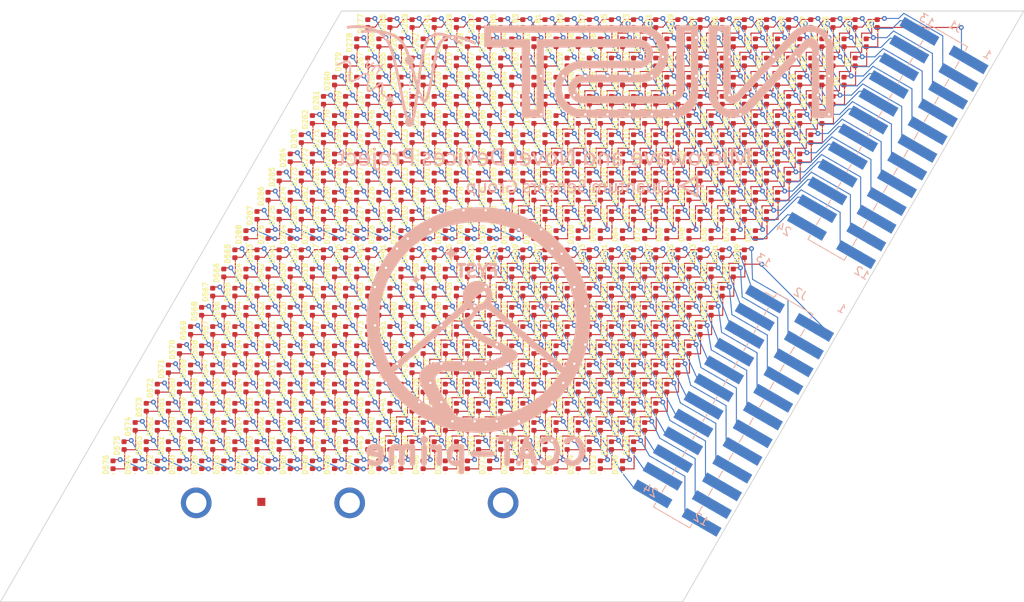
<source format=kicad_pcb>
(kicad_pcb (version 20211014) (generator pcbnew)
  (layers (0 "F.Cu" signal) (31 "B.Cu" signal) (34 "B.Paste" user) (35 "F.Paste" user) (36 "B.SilkS" user "B.Silkscreen") (37 "F.SilkS" user "F.Silkscreen") (38 "B.Mask" user) (39 "F.Mask" user) (44 "Edge.Cuts" user))
  (net 0 "")
  (net 1 "/pin12")
  (net 2 "/pin11")
  (net 3 "/pin10")
  (net 4 "/pin9")
  (net 5 "/pin8")
  (net 6 "/pin7")
  (net 7 "/pin6")
  (net 8 "/pin5")
  (net 9 "/pin4")
  (net 10 "/pin3")
  (net 11 "/pin2")
  (net 12 "/pin1")
  (net 13 "/pin24")
  (net 14 "/pin23")
  (net 15 "/pin22")
  (net 16 "/pin21")
  (net 17 "/pin20")
  (net 18 "/pin19")
  (net 19 "/pin18")
  (net 20 "/pin17")
  (net 21 "/pin16")
  (net 22 "/pin15")
  (net 23 "/pin14")
  (net 24 "/pin13")
  (net 25 "GND")
  (net 26 "/pin24_b")
  (net 27 "/pin23_b")
  (net 28 "/pin22_b")
  (net 29 "/pin21_b")
  (net 30 "/pin20_b")
  (net 31 "/pin19_b")
  (net 32 "/pin18_b")
  (net 33 "/pin17_b")
  (net 34 "/pin16_b")
  (net 35 "/pin15_b")
  (net 36 "/pin14_b")
  (net 37 "/pin13_b")
  (net 38 "/pin12_b")
  (net 39 "/pin11_b")
  (net 40 "/pin10_b")
  (net 41 "/pin9_b")
  (net 42 "/pin8_b")
  (net 43 "/pin7_b")
  (net 44 "/pin6_b")
  (net 45 "/pin5_b")
  (net 46 "/pin4_b")
  (net 47 "/pin3_b")
  (net 48 "/pin2_b")
  (net 49 "/pin1_b")
  (footprint "LED_SMD:LED_0402_1005Metric" (layer "F.Cu") (at -12.375 40.486687 90)
    (fp_text reference "D534")
    (fp_text value "LED")
  )
  (footprint "LED_SMD:LED_0402_1005Metric" (layer "F.Cu") (at -13.75 42.868257 90)
    (fp_text reference "D535")
    (fp_text value "LED")
  )
  (footprint "LED_SMD:LED_0402_1005Metric" (layer "F.Cu") (at -11 38.105117 90)
    (fp_text reference "D533")
    (fp_text value "LED")
  )
  (footprint "LED_SMD:LED_0402_1005Metric" (layer "F.Cu") (at -9.625 35.723547 90)
    (fp_text reference "D532")
    (fp_text value "LED")
  )
  (footprint "LED_SMD:LED_0402_1005Metric" (layer "F.Cu") (at -28.875 54.776106 90)
    (fp_text reference "D576")
    (fp_text value "LED")
  )
  (footprint "LED_SMD:LED_0402_1005Metric" (layer "F.Cu") (at -27.5 52.394536 90)
    (fp_text reference "D575")
    (fp_text value "LED")
  )
  (footprint "LED_SMD:LED_0402_1005Metric" (layer "F.Cu") (at -26.125 50.012967 90)
    (fp_text reference "D574")
    (fp_text value "LED")
  )
  (footprint "LED_SMD:LED_0402_1005Metric" (layer "F.Cu") (at -24.75 47.631397 90)
    (fp_text reference "D573")
    (fp_text value "LED")
  )
  (footprint "LED_SMD:LED_0402_1005Metric" (layer "F.Cu") (at -23.375 45.249827 90)
    (fp_text reference "D572")
    (fp_text value "LED")
  )
  (footprint "LED_SMD:LED_0402_1005Metric" (layer "F.Cu") (at -22 42.868257 90)
    (fp_text reference "D571")
    (fp_text value "LED")
  )
  (footprint "LED_SMD:LED_0402_1005Metric" (layer "F.Cu") (at -20.625 40.486687 90)
    (fp_text reference "D570")
    (fp_text value "LED")
  )
  (footprint "LED_SMD:LED_0402_1005Metric" (layer "F.Cu") (at -19.25 38.105117 90)
    (fp_text reference "D569")
    (fp_text value "LED")
  )
  (footprint "LED_SMD:LED_0402_1005Metric" (layer "F.Cu") (at -17.875 35.723547 90)
    (fp_text reference "D568")
    (fp_text value "LED")
  )
  (footprint "LED_SMD:LED_0402_1005Metric" (layer "F.Cu") (at -16.5 33.341978 90)
    (fp_text reference "D567")
    (fp_text value "LED")
  )
  (footprint "LED_SMD:LED_0402_1005Metric" (layer "F.Cu") (at -15.125 30.960408 90)
    (fp_text reference "D566")
    (fp_text value "LED")
  )
  (footprint "LED_SMD:LED_0402_1005Metric" (layer "F.Cu") (at -13.75 28.578838 90)
    (fp_text reference "D565")
    (fp_text value "LED")
  )
  (footprint "LED_SMD:LED_0402_1005Metric" (layer "F.Cu") (at -26.125 54.776106 90)
    (fp_text reference "D564")
    (fp_text value "LED")
  )
  (footprint "LED_SMD:LED_0402_1005Metric" (layer "F.Cu") (at -24.75 52.394536 90)
    (fp_text reference "D563")
    (fp_text value "LED")
  )
  (footprint "LED_SMD:LED_0402_1005Metric" (layer "F.Cu") (at -23.375 50.012967 90)
    (fp_text reference "D562")
    (fp_text value "LED")
  )
  (footprint "LED_SMD:LED_0402_1005Metric" (layer "F.Cu") (at -22 47.631397 90)
    (fp_text reference "D561")
    (fp_text value "LED")
  )
  (footprint "LED_SMD:LED_0402_1005Metric" (layer "F.Cu") (at -20.625 45.249827 90)
    (fp_text reference "D560")
    (fp_text value "LED")
  )
  (footprint "LED_SMD:LED_0402_1005Metric" (layer "F.Cu") (at -19.25 42.868257 90)
    (fp_text reference "D559")
    (fp_text value "LED")
  )
  (footprint "LED_SMD:LED_0402_1005Metric" (layer "F.Cu") (at -17.875 40.486687 90)
    (fp_text reference "D558")
    (fp_text value "LED")
  )
  (footprint "LED_SMD:LED_0402_1005Metric" (layer "F.Cu") (at -16.5 38.105117 90)
    (fp_text reference "D557")
    (fp_text value "LED")
  )
  (footprint "LED_SMD:LED_0402_1005Metric" (layer "F.Cu") (at -15.125 35.723547 90)
    (fp_text reference "D556")
    (fp_text value "LED")
  )
  (footprint "LED_SMD:LED_0402_1005Metric" (layer "F.Cu") (at -13.75 33.341978 90)
    (fp_text reference "D555")
    (fp_text value "LED")
  )
  (footprint "LED_SMD:LED_0402_1005Metric" (layer "F.Cu") (at -12.375 30.960408 90)
    (fp_text reference "D554")
    (fp_text value "LED")
  )
  (footprint "LED_SMD:LED_0402_1005Metric" (layer "F.Cu") (at -11 28.578838 90)
    (fp_text reference "D553")
    (fp_text value "LED")
  )
  (footprint "LED_SMD:LED_0402_1005Metric" (layer "F.Cu") (at -23.375 54.776106 90)
    (fp_text reference "D552")
    (fp_text value "LED")
  )
  (footprint "LED_SMD:LED_0402_1005Metric" (layer "F.Cu") (at -22 52.394536 90)
    (fp_text reference "D551")
    (fp_text value "LED")
  )
  (footprint "LED_SMD:LED_0402_1005Metric" (layer "F.Cu") (at -20.625 50.012967 90)
    (fp_text reference "D550")
    (fp_text value "LED")
  )
  (footprint "LED_SMD:LED_0402_1005Metric" (layer "F.Cu") (at -19.25 47.631397 90)
    (fp_text reference "D549")
    (fp_text value "LED")
  )
  (footprint "LED_SMD:LED_0402_1005Metric" (layer "F.Cu") (at -17.875 45.249827 90)
    (fp_text reference "D548")
    (fp_text value "LED")
  )
  (footprint "LED_SMD:LED_0402_1005Metric" (layer "F.Cu") (at -16.5 42.868257 90)
    (fp_text reference "D547")
    (fp_text value "LED")
  )
  (footprint "LED_SMD:LED_0402_1005Metric" (layer "F.Cu") (at -15.125 40.486687 90)
    (fp_text reference "D546")
    (fp_text value "LED")
  )
  (footprint "LED_SMD:LED_0402_1005Metric" (layer "F.Cu") (at -13.75 38.105117 90)
    (fp_text reference "D545")
    (fp_text value "LED")
  )
  (footprint "LED_SMD:LED_0402_1005Metric" (layer "F.Cu") (at -12.375 35.723547 90)
    (fp_text reference "D544")
    (fp_text value "LED")
  )
  (footprint "LED_SMD:LED_0402_1005Metric" (layer "F.Cu") (at -11 33.341978 90)
    (fp_text reference "D543")
    (fp_text value "LED")
  )
  (footprint "LED_SMD:LED_0402_1005Metric" (layer "F.Cu") (at -9.625 30.960408 90)
    (fp_text reference "D542")
    (fp_text value "LED")
  )
  (footprint "LED_SMD:LED_0402_1005Metric" (layer "F.Cu") (at -8.25 28.578838 90)
    (fp_text reference "D541")
    (fp_text value "LED")
  )
  (footprint "LED_SMD:LED_0402_1005Metric" (layer "F.Cu") (at -20.625 54.776106 90)
    (fp_text reference "D540")
    (fp_text value "LED")
  )
  (footprint "LED_SMD:LED_0402_1005Metric" (layer "F.Cu") (at -19.25 52.394536 90)
    (fp_text reference "D539")
    (fp_text value "LED")
  )
  (footprint "LED_SMD:LED_0402_1005Metric" (layer "F.Cu") (at -17.875 50.012967 90)
    (fp_text reference "D538")
    (fp_text value "LED")
  )
  (footprint "LED_SMD:LED_0402_1005Metric" (layer "F.Cu") (at -16.5 47.631397 90)
    (fp_text reference "D537")
    (fp_text value "LED")
  )
  (footprint "LED_SMD:LED_0402_1005Metric" (layer "F.Cu") (at -15.125 45.249827 90)
    (fp_text reference "D536")
    (fp_text value "LED")
  )
  (footprint "LED_SMD:LED_0402_1005Metric" (layer "F.Cu") (at 41.25 0 90)
    (fp_text reference "D109")
    (fp_text value "LED")
  )
  (footprint "LED_SMD:LED_0402_1005Metric" (layer "F.Cu") (at 28.875 26.197268 90)
    (fp_text reference "D108")
    (fp_text value "LED")
  )
  (footprint "LED_SMD:LED_0402_1005Metric" (layer "F.Cu") (at 30.25 23.815698 90)
    (fp_text reference "D107")
    (fp_text value "LED")
  )
  (footprint "LED_SMD:LED_0402_1005Metric" (layer "F.Cu") (at 31.625 21.434128 90)
    (fp_text reference "D106")
    (fp_text value "LED")
  )
  (footprint "LED_SMD:LED_0402_1005Metric" (layer "F.Cu") (at 33 19.052558 90)
    (fp_text reference "D105")
    (fp_text value "LED")
  )
  (footprint "LED_SMD:LED_0402_1005Metric" (layer "F.Cu") (at 34.375 16.670989 90)
    (fp_text reference "D104")
    (fp_text value "LED")
  )
  (footprint "LED_SMD:LED_0402_1005Metric" (layer "F.Cu") (at 35.75 14.289419 90)
    (fp_text reference "D103")
    (fp_text value "LED")
  )
  (footprint "LED_SMD:LED_0402_1005Metric" (layer "F.Cu") (at 37.125 11.907849 90)
    (fp_text reference "D102")
    (fp_text value "LED")
  )
  (footprint "LED_SMD:LED_0402_1005Metric" (layer "F.Cu") (at 38.5 9.526279 90)
    (fp_text reference "D101")
    (fp_text value "LED")
  )
  (footprint "LED_SMD:LED_0402_1005Metric" (layer "F.Cu") (at 39.875 7.144709 90)
    (fp_text reference "D100")
    (fp_text value "LED")
  )
  (footprint "LED_SMD:LED_0402_1005Metric" (layer "F.Cu") (at 41.25 4.763139 90)
    (fp_text reference "D99")
    (fp_text value "LED")
  )
  (footprint "LED_SMD:LED_0402_1005Metric" (layer "F.Cu") (at 42.625 2.381569 90)
    (fp_text reference "D98")
    (fp_text value "LED")
  )
  (footprint "LED_SMD:LED_0402_1005Metric" (layer "F.Cu") (at 44 0 90)
    (fp_text reference "D97")
    (fp_text value "LED")
  )
  (footprint "LED_SMD:LED_0402_1005Metric" (layer "F.Cu") (at 31.625 26.197268 90)
    (fp_text reference "D96")
    (fp_text value "LED")
  )
  (footprint "LED_SMD:LED_0402_1005Metric" (layer "F.Cu") (at 33 23.815698 90)
    (fp_text reference "D95")
    (fp_text value "LED")
  )
  (footprint "LED_SMD:LED_0402_1005Metric" (layer "F.Cu") (at 34.375 21.434128 90)
    (fp_text reference "D94")
    (fp_text value "LED")
  )
  (footprint "LED_SMD:LED_0402_1005Metric" (layer "F.Cu") (at 35.75 19.052558 90)
    (fp_text reference "D93")
    (fp_text value "LED")
  )
  (footprint "LED_SMD:LED_0402_1005Metric" (layer "F.Cu") (at 37.125 16.670989 90)
    (fp_text reference "D92")
    (fp_text value "LED")
  )
  (footprint "LED_SMD:LED_0402_1005Metric" (layer "F.Cu") (at 38.5 14.289419 90)
    (fp_text reference "D91")
    (fp_text value "LED")
  )
  (footprint "LED_SMD:LED_0402_1005Metric" (layer "F.Cu") (at 39.875 11.907849 90)
    (fp_text reference "D90")
    (fp_text value "LED")
  )
  (footprint "LED_SMD:LED_0402_1005Metric" (layer "F.Cu") (at 41.25 9.526279 90)
    (fp_text reference "D89")
    (fp_text value "LED")
  )
  (footprint "LED_SMD:LED_0402_1005Metric" (layer "F.Cu") (at 42.625 7.144709 90)
    (fp_text reference "D88")
    (fp_text value "LED")
  )
  (footprint "LED_SMD:LED_0402_1005Metric" (layer "F.Cu") (at 44 4.763139 90)
    (fp_text reference "D87")
    (fp_text value "LED")
  )
  (footprint "LED_SMD:LED_0402_1005Metric" (layer "F.Cu") (at 45.375 2.381569 90)
    (fp_text reference "D86")
    (fp_text value "LED")
  )
  (footprint "LED_SMD:LED_0402_1005Metric" (layer "F.Cu") (at 46.75 0 90)
    (fp_text reference "D85")
    (fp_text value "LED")
  )
  (footprint "LED_SMD:LED_0402_1005Metric" (layer "F.Cu") (at 34.375 26.197268 90)
    (fp_text reference "D84")
    (fp_text value "LED")
  )
  (footprint "LED_SMD:LED_0402_1005Metric" (layer "F.Cu") (at 35.75 23.815698 90)
    (fp_text reference "D83")
    (fp_text value "LED")
  )
  (footprint "LED_SMD:LED_0402_1005Metric" (layer "F.Cu") (at 37.125 21.434128 90)
    (fp_text reference "D82")
    (fp_text value "LED")
  )
  (footprint "LED_SMD:LED_0402_1005Metric" (layer "F.Cu") (at 38.5 19.052558 90)
    (fp_text reference "D81")
    (fp_text value "LED")
  )
  (footprint "LED_SMD:LED_0402_1005Metric" (layer "F.Cu") (at 39.875 16.670989 90)
    (fp_text reference "D80")
    (fp_text value "LED")
  )
  (footprint "LED_SMD:LED_0402_1005Metric" (layer "F.Cu") (at 41.25 14.289419 90)
    (fp_text reference "D79")
    (fp_text value "LED")
  )
  (footprint "LED_SMD:LED_0402_1005Metric" (layer "F.Cu") (at 42.625 11.907849 90)
    (fp_text reference "D78")
    (fp_text value "LED")
  )
  (footprint "LED_SMD:LED_0402_1005Metric" (layer "F.Cu") (at 44 9.526279 90)
    (fp_text reference "D77")
    (fp_text value "LED")
  )
  (footprint "LED_SMD:LED_0402_1005Metric" (layer "F.Cu") (at 45.375 7.144709 90)
    (fp_text reference "D76")
    (fp_text value "LED")
  )
  (footprint "LED_SMD:LED_0402_1005Metric" (layer "F.Cu") (at 46.75 4.763139 90)
    (fp_text reference "D75")
    (fp_text value "LED")
  )
  (footprint "LED_SMD:LED_0402_1005Metric" (layer "F.Cu") (at 48.125 2.381569 90)
    (fp_text reference "D74")
    (fp_text value "LED")
  )
  (footprint "LED_SMD:LED_0402_1005Metric" (layer "F.Cu") (at 49.5 0 90)
    (fp_text reference "D73")
    (fp_text value "LED")
  )
  (footprint "LED_SMD:LED_0402_1005Metric" (layer "F.Cu") (at 37.125 26.197268 90)
    (fp_text reference "D72")
    (fp_text value "LED")
  )
  (footprint "LED_SMD:LED_0402_1005Metric" (layer "F.Cu") (at 38.5 23.815698 90)
    (fp_text reference "D71")
    (fp_text value "LED")
  )
  (footprint "LED_SMD:LED_0402_1005Metric" (layer "F.Cu") (at 39.875 21.434128 90)
    (fp_text reference "D70")
    (fp_text value "LED")
  )
  (footprint "LED_SMD:LED_0402_1005Metric" (layer "F.Cu") (at 41.25 19.052558 90)
    (fp_text reference "D69")
    (fp_text value "LED")
  )
  (footprint "LED_SMD:LED_0402_1005Metric" (layer "F.Cu") (at 42.625 16.670989 90)
    (fp_text reference "D68")
    (fp_text value "LED")
  )
  (footprint "LED_SMD:LED_0402_1005Metric" (layer "F.Cu") (at 44 14.289419 90)
    (fp_text reference "D67")
    (fp_text value "LED")
  )
  (footprint "LED_SMD:LED_0402_1005Metric" (layer "F.Cu") (at 45.375 11.907849 90)
    (fp_text reference "D66")
    (fp_text value "LED")
  )
  (footprint "LED_SMD:LED_0402_1005Metric" (layer "F.Cu") (at 46.75 9.526279 90)
    (fp_text reference "D65")
    (fp_text value "LED")
  )
  (footprint "LED_SMD:LED_0402_1005Metric" (layer "F.Cu") (at 48.125 7.144709 90)
    (fp_text reference "D64")
    (fp_text value "LED")
  )
  (footprint "LED_SMD:LED_0402_1005Metric" (layer "F.Cu") (at 49.5 4.763139 90)
    (fp_text reference "D63")
    (fp_text value "LED")
  )
  (footprint "LED_SMD:LED_0402_1005Metric" (layer "F.Cu") (at 50.875 2.381569 90)
    (fp_text reference "D62")
    (fp_text value "LED")
  )
  (footprint "LED_SMD:LED_0402_1005Metric" (layer "F.Cu") (at 52.25 0 90)
    (fp_text reference "D61")
    (fp_text value "LED")
  )
  (footprint "LED_SMD:LED_0402_1005Metric" (layer "F.Cu") (at 39.875 26.197268 90)
    (fp_text reference "D60")
    (fp_text value "LED")
  )
  (footprint "LED_SMD:LED_0402_1005Metric" (layer "F.Cu") (at 41.25 23.815698 90)
    (fp_text reference "D59")
    (fp_text value "LED")
  )
  (footprint "LED_SMD:LED_0402_1005Metric" (layer "F.Cu") (at 42.625 21.434128 90)
    (fp_text reference "D58")
    (fp_text value "LED")
  )
  (footprint "LED_SMD:LED_0402_1005Metric" (layer "F.Cu") (at 44 19.052558 90)
    (fp_text reference "D57")
    (fp_text value "LED")
  )
  (footprint "LED_SMD:LED_0402_1005Metric" (layer "F.Cu") (at 45.375 16.670989 90)
    (fp_text reference "D56")
    (fp_text value "LED")
  )
  (footprint "LED_SMD:LED_0402_1005Metric" (layer "F.Cu") (at 46.75 14.289419 90)
    (fp_text reference "D55")
    (fp_text value "LED")
  )
  (footprint "LED_SMD:LED_0402_1005Metric" (layer "F.Cu") (at 48.125 11.907849 90)
    (fp_text reference "D54")
    (fp_text value "LED")
  )
  (footprint "LED_SMD:LED_0402_1005Metric" (layer "F.Cu") (at 49.5 9.526279 90)
    (fp_text reference "D53")
    (fp_text value "LED")
  )
  (footprint "LED_SMD:LED_0402_1005Metric" (layer "F.Cu") (at 50.875 7.144709 90)
    (fp_text reference "D52")
    (fp_text value "LED")
  )
  (footprint "LED_SMD:LED_0402_1005Metric" (layer "F.Cu") (at 52.25 4.763139 90)
    (fp_text reference "D51")
    (fp_text value "LED")
  )
  (footprint "LED_SMD:LED_0402_1005Metric" (layer "F.Cu") (at 53.625 2.381569 90)
    (fp_text reference "D50")
    (fp_text value "LED")
  )
  (footprint "LED_SMD:LED_0402_1005Metric" (layer "F.Cu") (at 55 0 90)
    (fp_text reference "D49")
    (fp_text value "LED")
  )
  (footprint "LED_SMD:LED_0402_1005Metric" (layer "F.Cu") (at 42.625 26.197268 90)
    (fp_text reference "D48")
    (fp_text value "LED")
  )
  (footprint "LED_SMD:LED_0402_1005Metric" (layer "F.Cu") (at 44 23.815698 90)
    (fp_text reference "D47")
    (fp_text value "LED")
  )
  (footprint "LED_SMD:LED_0402_1005Metric" (layer "F.Cu") (at 45.375 21.434128 90)
    (fp_text reference "D46")
    (fp_text value "LED")
  )
  (footprint "LED_SMD:LED_0402_1005Metric" (layer "F.Cu") (at 46.75 19.052558 90)
    (fp_text reference "D45")
    (fp_text value "LED")
  )
  (footprint "LED_SMD:LED_0402_1005Metric" (layer "F.Cu") (at 48.125 16.670989 90)
    (fp_text reference "D44")
    (fp_text value "LED")
  )
  (footprint "LED_SMD:LED_0402_1005Metric" (layer "F.Cu") (at 49.5 14.289419 90)
    (fp_text reference "D43")
    (fp_text value "LED")
  )
  (footprint "LED_SMD:LED_0402_1005Metric" (layer "F.Cu") (at 50.875 11.907849 90)
    (fp_text reference "D42")
    (fp_text value "LED")
  )
  (footprint "LED_SMD:LED_0402_1005Metric" (layer "F.Cu") (at 52.25 9.526279 90)
    (fp_text reference "D41")
    (fp_text value "LED")
  )
  (footprint "LED_SMD:LED_0402_1005Metric" (layer "F.Cu") (at 53.625 7.144709 90)
    (fp_text reference "D40")
    (fp_text value "LED")
  )
  (footprint "LED_SMD:LED_0402_1005Metric" (layer "F.Cu") (at 55 4.763139 90)
    (fp_text reference "D39")
    (fp_text value "LED")
  )
  (footprint "LED_SMD:LED_0402_1005Metric" (layer "F.Cu") (at 56.375 2.381569 90)
    (fp_text reference "D38")
    (fp_text value "LED")
  )
  (footprint "LED_SMD:LED_0402_1005Metric" (layer "F.Cu") (at 57.75 0 90)
    (fp_text reference "D37")
    (fp_text value "LED")
  )
  (footprint "LED_SMD:LED_0402_1005Metric" (layer "F.Cu") (at 45.375 26.197268 90)
    (fp_text reference "D36")
    (fp_text value "LED")
  )
  (footprint "LED_SMD:LED_0402_1005Metric" (layer "F.Cu") (at 39.875 2.381569 90)
    (fp_text reference "D110")
    (fp_text value "LED")
  )
  (footprint "LED_SMD:LED_0402_1005Metric" (layer "F.Cu") (at 16.5 0 90)
    (fp_text reference "D217")
    (fp_text value "LED")
  )
  (footprint "LED_SMD:LED_0402_1005Metric" (layer "F.Cu") (at 4.125 26.197268 90)
    (fp_text reference "D216")
    (fp_text value "LED")
  )
  (footprint "LED_SMD:LED_0402_1005Metric" (layer "F.Cu") (at 5.5 23.815698 90)
    (fp_text reference "D215")
    (fp_text value "LED")
  )
  (footprint "LED_SMD:LED_0402_1005Metric" (layer "F.Cu") (at 6.875 21.434128 90)
    (fp_text reference "D214")
    (fp_text value "LED")
  )
  (footprint "LED_SMD:LED_0402_1005Metric" (layer "F.Cu") (at 8.25 19.052558 90)
    (fp_text reference "D213")
    (fp_text value "LED")
  )
  (footprint "LED_SMD:LED_0402_1005Metric" (layer "F.Cu") (at 9.625 16.670989 90)
    (fp_text reference "D212")
    (fp_text value "LED")
  )
  (footprint "LED_SMD:LED_0402_1005Metric" (layer "F.Cu") (at 11 14.289419 90)
    (fp_text reference "D211")
    (fp_text value "LED")
  )
  (footprint "LED_SMD:LED_0402_1005Metric" (layer "F.Cu") (at 12.375 11.907849 90)
    (fp_text reference "D210")
    (fp_text value "LED")
  )
  (footprint "LED_SMD:LED_0402_1005Metric" (layer "F.Cu") (at 13.75 9.526279 90)
    (fp_text reference "D209")
    (fp_text value "LED")
  )
  (footprint "LED_SMD:LED_0402_1005Metric" (layer "F.Cu") (at 15.125 7.144709 90)
    (fp_text reference "D208")
    (fp_text value "LED")
  )
  (footprint "LED_SMD:LED_0402_1005Metric" (layer "F.Cu") (at 16.5 4.763139 90)
    (fp_text reference "D207")
    (fp_text value "LED")
  )
  (footprint "LED_SMD:LED_0402_1005Metric" (layer "F.Cu") (at 17.875 2.381569 90)
    (fp_text reference "D206")
    (fp_text value "LED")
  )
  (footprint "LED_SMD:LED_0402_1005Metric" (layer "F.Cu") (at 19.25 0 90)
    (fp_text reference "D205")
    (fp_text value "LED")
  )
  (footprint "LED_SMD:LED_0402_1005Metric" (layer "F.Cu") (at 6.875 26.197268 90)
    (fp_text reference "D204")
    (fp_text value "LED")
  )
  (footprint "LED_SMD:LED_0402_1005Metric" (layer "F.Cu") (at 8.25 23.815698 90)
    (fp_text reference "D203")
    (fp_text value "LED")
  )
  (footprint "LED_SMD:LED_0402_1005Metric" (layer "F.Cu") (at 9.625 21.434128 90)
    (fp_text reference "D202")
    (fp_text value "LED")
  )
  (footprint "LED_SMD:LED_0402_1005Metric" (layer "F.Cu") (at 11 19.052558 90)
    (fp_text reference "D201")
    (fp_text value "LED")
  )
  (footprint "LED_SMD:LED_0402_1005Metric" (layer "F.Cu") (at 12.375 16.670989 90)
    (fp_text reference "D200")
    (fp_text value "LED")
  )
  (footprint "LED_SMD:LED_0402_1005Metric" (layer "F.Cu") (at 13.75 14.289419 90)
    (fp_text reference "D199")
    (fp_text value "LED")
  )
  (footprint "LED_SMD:LED_0402_1005Metric" (layer "F.Cu") (at 15.125 11.907849 90)
    (fp_text reference "D198")
    (fp_text value "LED")
  )
  (footprint "LED_SMD:LED_0402_1005Metric" (layer "F.Cu") (at 16.5 9.526279 90)
    (fp_text reference "D197")
    (fp_text value "LED")
  )
  (footprint "LED_SMD:LED_0402_1005Metric" (layer "F.Cu") (at 17.875 7.144709 90)
    (fp_text reference "D196")
    (fp_text value "LED")
  )
  (footprint "LED_SMD:LED_0402_1005Metric" (layer "F.Cu") (at 19.25 4.763139 90)
    (fp_text reference "D195")
    (fp_text value "LED")
  )
  (footprint "LED_SMD:LED_0402_1005Metric" (layer "F.Cu") (at 20.625 2.381569 90)
    (fp_text reference "D194")
    (fp_text value "LED")
  )
  (footprint "LED_SMD:LED_0402_1005Metric" (layer "F.Cu") (at 22 0 90)
    (fp_text reference "D193")
    (fp_text value "LED")
  )
  (footprint "LED_SMD:LED_0402_1005Metric" (layer "F.Cu") (at 9.625 26.197268 90)
    (fp_text reference "D192")
    (fp_text value "LED")
  )
  (footprint "LED_SMD:LED_0402_1005Metric" (layer "F.Cu") (at 11 23.815698 90)
    (fp_text reference "D191")
    (fp_text value "LED")
  )
  (footprint "LED_SMD:LED_0402_1005Metric" (layer "F.Cu") (at 12.375 21.434128 90)
    (fp_text reference "D190")
    (fp_text value "LED")
  )
  (footprint "LED_SMD:LED_0402_1005Metric" (layer "F.Cu") (at 13.75 19.052558 90)
    (fp_text reference "D189")
    (fp_text value "LED")
  )
  (footprint "LED_SMD:LED_0402_1005Metric" (layer "F.Cu") (at 15.125 16.670989 90)
    (fp_text reference "D188")
    (fp_text value "LED")
  )
  (footprint "LED_SMD:LED_0402_1005Metric" (layer "F.Cu") (at 16.5 14.289419 90)
    (fp_text reference "D187")
    (fp_text value "LED")
  )
  (footprint "LED_SMD:LED_0402_1005Metric" (layer "F.Cu") (at 17.875 11.907849 90)
    (fp_text reference "D186")
    (fp_text value "LED")
  )
  (footprint "LED_SMD:LED_0402_1005Metric" (layer "F.Cu") (at 19.25 9.526279 90)
    (fp_text reference "D185")
    (fp_text value "LED")
  )
  (footprint "LED_SMD:LED_0402_1005Metric" (layer "F.Cu") (at 20.625 7.144709 90)
    (fp_text reference "D184")
    (fp_text value "LED")
  )
  (footprint "LED_SMD:LED_0402_1005Metric" (layer "F.Cu") (at 22 4.763139 90)
    (fp_text reference "D183")
    (fp_text value "LED")
  )
  (footprint "LED_SMD:LED_0402_1005Metric" (layer "F.Cu") (at 23.375 2.381569 90)
    (fp_text reference "D182")
    (fp_text value "LED")
  )
  (footprint "LED_SMD:LED_0402_1005Metric" (layer "F.Cu") (at 24.75 0 90)
    (fp_text reference "D181")
    (fp_text value "LED")
  )
  (footprint "LED_SMD:LED_0402_1005Metric" (layer "F.Cu") (at 12.375 26.197268 90)
    (fp_text reference "D180")
    (fp_text value "LED")
  )
  (footprint "LED_SMD:LED_0402_1005Metric" (layer "F.Cu") (at 13.75 23.815698 90)
    (fp_text reference "D179")
    (fp_text value "LED")
  )
  (footprint "LED_SMD:LED_0402_1005Metric" (layer "F.Cu") (at 15.125 21.434128 90)
    (fp_text reference "D178")
    (fp_text value "LED")
  )
  (footprint "LED_SMD:LED_0402_1005Metric" (layer "F.Cu") (at 16.5 19.052558 90)
    (fp_text reference "D177")
    (fp_text value "LED")
  )
  (footprint "LED_SMD:LED_0402_1005Metric" (layer "F.Cu") (at 17.875 16.670989 90)
    (fp_text reference "D176")
    (fp_text value "LED")
  )
  (footprint "LED_SMD:LED_0402_1005Metric" (layer "F.Cu") (at 19.25 14.289419 90)
    (fp_text reference "D175")
    (fp_text value "LED")
  )
  (footprint "LED_SMD:LED_0402_1005Metric" (layer "F.Cu") (at 20.625 11.907849 90)
    (fp_text reference "D174")
    (fp_text value "LED")
  )
  (footprint "LED_SMD:LED_0402_1005Metric" (layer "F.Cu") (at 22 9.526279 90)
    (fp_text reference "D173")
    (fp_text value "LED")
  )
  (footprint "LED_SMD:LED_0402_1005Metric" (layer "F.Cu") (at 23.375 7.144709 90)
    (fp_text reference "D172")
    (fp_text value "LED")
  )
  (footprint "LED_SMD:LED_0402_1005Metric" (layer "F.Cu") (at 24.75 4.763139 90)
    (fp_text reference "D171")
    (fp_text value "LED")
  )
  (footprint "LED_SMD:LED_0402_1005Metric" (layer "F.Cu") (at 26.125 2.381569 90)
    (fp_text reference "D170")
    (fp_text value "LED")
  )
  (footprint "LED_SMD:LED_0402_1005Metric" (layer "F.Cu") (at 27.5 0 90)
    (fp_text reference "D169")
    (fp_text value "LED")
  )
  (footprint "LED_SMD:LED_0402_1005Metric" (layer "F.Cu") (at 15.125 26.197268 90)
    (fp_text reference "D168")
    (fp_text value "LED")
  )
  (footprint "LED_SMD:LED_0402_1005Metric" (layer "F.Cu") (at 16.5 23.815698 90)
    (fp_text reference "D167")
    (fp_text value "LED")
  )
  (footprint "LED_SMD:LED_0402_1005Metric" (layer "F.Cu") (at 17.875 21.434128 90)
    (fp_text reference "D166")
    (fp_text value "LED")
  )
  (footprint "LED_SMD:LED_0402_1005Metric" (layer "F.Cu") (at 19.25 19.052558 90)
    (fp_text reference "D165")
    (fp_text value "LED")
  )
  (footprint "LED_SMD:LED_0402_1005Metric" (layer "F.Cu") (at 20.625 16.670989 90)
    (fp_text reference "D164")
    (fp_text value "LED")
  )
  (footprint "LED_SMD:LED_0402_1005Metric" (layer "F.Cu") (at 22 14.289419 90)
    (fp_text reference "D163")
    (fp_text value "LED")
  )
  (footprint "LED_SMD:LED_0402_1005Metric" (layer "F.Cu") (at 23.375 11.907849 90)
    (fp_text reference "D162")
    (fp_text value "LED")
  )
  (footprint "LED_SMD:LED_0402_1005Metric" (layer "F.Cu") (at 24.75 9.526279 90)
    (fp_text reference "D161")
    (fp_text value "LED")
  )
  (footprint "LED_SMD:LED_0402_1005Metric" (layer "F.Cu") (at 26.125 7.144709 90)
    (fp_text reference "D160")
    (fp_text value "LED")
  )
  (footprint "LED_SMD:LED_0402_1005Metric" (layer "F.Cu") (at 27.5 4.763139 90)
    (fp_text reference "D159")
    (fp_text value "LED")
  )
  (footprint "LED_SMD:LED_0402_1005Metric" (layer "F.Cu") (at 28.875 2.381569 90)
    (fp_text reference "D158")
    (fp_text value "LED")
  )
  (footprint "LED_SMD:LED_0402_1005Metric" (layer "F.Cu") (at 30.25 0 90)
    (fp_text reference "D157")
    (fp_text value "LED")
  )
  (footprint "LED_SMD:LED_0402_1005Metric" (layer "F.Cu") (at 17.875 26.197268 90)
    (fp_text reference "D156")
    (fp_text value "LED")
  )
  (footprint "LED_SMD:LED_0402_1005Metric" (layer "F.Cu") (at 19.25 23.815698 90)
    (fp_text reference "D155")
    (fp_text value "LED")
  )
  (footprint "LED_SMD:LED_0402_1005Metric" (layer "F.Cu") (at 20.625 21.434128 90)
    (fp_text reference "D154")
    (fp_text value "LED")
  )
  (footprint "LED_SMD:LED_0402_1005Metric" (layer "F.Cu") (at 22 19.052558 90)
    (fp_text reference "D153")
    (fp_text value "LED")
  )
  (footprint "LED_SMD:LED_0402_1005Metric" (layer "F.Cu") (at 23.375 16.670989 90)
    (fp_text reference "D152")
    (fp_text value "LED")
  )
  (footprint "LED_SMD:LED_0402_1005Metric" (layer "F.Cu") (at 24.75 14.289419 90)
    (fp_text reference "D151")
    (fp_text value "LED")
  )
  (footprint "LED_SMD:LED_0402_1005Metric" (layer "F.Cu") (at 26.125 11.907849 90)
    (fp_text reference "D150")
    (fp_text value "LED")
  )
  (footprint "LED_SMD:LED_0402_1005Metric" (layer "F.Cu") (at 27.5 9.526279 90)
    (fp_text reference "D149")
    (fp_text value "LED")
  )
  (footprint "LED_SMD:LED_0402_1005Metric" (layer "F.Cu") (at 28.875 7.144709 90)
    (fp_text reference "D148")
    (fp_text value "LED")
  )
  (footprint "LED_SMD:LED_0402_1005Metric" (layer "F.Cu") (at 30.25 4.763139 90)
    (fp_text reference "D147")
    (fp_text value "LED")
  )
  (footprint "LED_SMD:LED_0402_1005Metric" (layer "F.Cu") (at 31.625 2.381569 90)
    (fp_text reference "D146")
    (fp_text value "LED")
  )
  (footprint "LED_SMD:LED_0402_1005Metric" (layer "F.Cu") (at 33 0 90)
    (fp_text reference "D145")
    (fp_text value "LED")
  )
  (footprint "LED_SMD:LED_0402_1005Metric" (layer "F.Cu") (at 20.625 26.197268 90)
    (fp_text reference "D144")
    (fp_text value "LED")
  )
  (footprint "LED_SMD:LED_0402_1005Metric" (layer "F.Cu") (at 22 23.815698 90)
    (fp_text reference "D143")
    (fp_text value "LED")
  )
  (footprint "LED_SMD:LED_0402_1005Metric" (layer "F.Cu") (at 23.375 21.434128 90)
    (fp_text reference "D142")
    (fp_text value "LED")
  )
  (footprint "LED_SMD:LED_0402_1005Metric" (layer "F.Cu") (at 24.75 19.052558 90)
    (fp_text reference "D141")
    (fp_text value "LED")
  )
  (footprint "LED_SMD:LED_0402_1005Metric" (layer "F.Cu") (at 26.125 16.670989 90)
    (fp_text reference "D140")
    (fp_text value "LED")
  )
  (footprint "LED_SMD:LED_0402_1005Metric" (layer "F.Cu") (at 27.5 14.289419 90)
    (fp_text reference "D139")
    (fp_text value "LED")
  )
  (footprint "LED_SMD:LED_0402_1005Metric" (layer "F.Cu") (at 28.875 11.907849 90)
    (fp_text reference "D138")
    (fp_text value "LED")
  )
  (footprint "LED_SMD:LED_0402_1005Metric" (layer "F.Cu") (at 30.25 9.526279 90)
    (fp_text reference "D137")
    (fp_text value "LED")
  )
  (footprint "LED_SMD:LED_0402_1005Metric" (layer "F.Cu") (at 31.625 7.144709 90)
    (fp_text reference "D136")
    (fp_text value "LED")
  )
  (footprint "LED_SMD:LED_0402_1005Metric" (layer "F.Cu") (at 33 4.763139 90)
    (fp_text reference "D135")
    (fp_text value "LED")
  )
  (footprint "LED_SMD:LED_0402_1005Metric" (layer "F.Cu") (at 34.375 2.381569 90)
    (fp_text reference "D134")
    (fp_text value "LED")
  )
  (footprint "LED_SMD:LED_0402_1005Metric" (layer "F.Cu") (at 35.75 0 90)
    (fp_text reference "D133")
    (fp_text value "LED")
  )
  (footprint "LED_SMD:LED_0402_1005Metric" (layer "F.Cu") (at 23.375 26.197268 90)
    (fp_text reference "D132")
    (fp_text value "LED")
  )
  (footprint "LED_SMD:LED_0402_1005Metric" (layer "F.Cu") (at 24.75 23.815698 90)
    (fp_text reference "D131")
    (fp_text value "LED")
  )
  (footprint "LED_SMD:LED_0402_1005Metric" (layer "F.Cu") (at 26.125 21.434128 90)
    (fp_text reference "D130")
    (fp_text value "LED")
  )
  (footprint "LED_SMD:LED_0402_1005Metric" (layer "F.Cu") (at 27.5 19.052558 90)
    (fp_text reference "D129")
    (fp_text value "LED")
  )
  (footprint "LED_SMD:LED_0402_1005Metric" (layer "F.Cu") (at 28.875 16.670989 90)
    (fp_text reference "D128")
    (fp_text value "LED")
  )
  (footprint "LED_SMD:LED_0402_1005Metric" (layer "F.Cu") (at 30.25 14.289419 90)
    (fp_text reference "D127")
    (fp_text value "LED")
  )
  (footprint "LED_SMD:LED_0402_1005Metric" (layer "F.Cu") (at 31.625 11.907849 90)
    (fp_text reference "D126")
    (fp_text value "LED")
  )
  (footprint "LED_SMD:LED_0402_1005Metric" (layer "F.Cu") (at 33 9.526279 90)
    (fp_text reference "D125")
    (fp_text value "LED")
  )
  (footprint "LED_SMD:LED_0402_1005Metric" (layer "F.Cu") (at 34.375 7.144709 90)
    (fp_text reference "D124")
    (fp_text value "LED")
  )
  (footprint "LED_SMD:LED_0402_1005Metric" (layer "F.Cu") (at 35.75 4.763139 90)
    (fp_text reference "D123")
    (fp_text value "LED")
  )
  (footprint "LED_SMD:LED_0402_1005Metric" (layer "F.Cu") (at 37.125 2.381569 90)
    (fp_text reference "D122")
    (fp_text value "LED")
  )
  (footprint "LED_SMD:LED_0402_1005Metric" (layer "F.Cu") (at 38.5 0 90)
    (fp_text reference "D121")
    (fp_text value "LED")
  )
  (footprint "LED_SMD:LED_0402_1005Metric" (layer "F.Cu") (at 26.125 26.197268 90)
    (fp_text reference "D120")
    (fp_text value "LED")
  )
  (footprint "LED_SMD:LED_0402_1005Metric" (layer "F.Cu") (at 27.5 23.815698 90)
    (fp_text reference "D119")
    (fp_text value "LED")
  )
  (footprint "LED_SMD:LED_0402_1005Metric" (layer "F.Cu") (at 28.875 21.434128 90)
    (fp_text reference "D118")
    (fp_text value "LED")
  )
  (footprint "LED_SMD:LED_0402_1005Metric" (layer "F.Cu") (at 30.25 19.052558 90)
    (fp_text reference "D117")
    (fp_text value "LED")
  )
  (footprint "LED_SMD:LED_0402_1005Metric" (layer "F.Cu") (at 31.625 16.670989 90)
    (fp_text reference "D116")
    (fp_text value "LED")
  )
  (footprint "LED_SMD:LED_0402_1005Metric" (layer "F.Cu") (at 33 14.289419 90)
    (fp_text reference "D115")
    (fp_text value "LED")
  )
  (footprint "LED_SMD:LED_0402_1005Metric" (layer "F.Cu") (at 34.375 11.907849 90)
    (fp_text reference "D114")
    (fp_text value "LED")
  )
  (footprint "LED_SMD:LED_0402_1005Metric" (layer "F.Cu") (at 35.75 9.526279 90)
    (fp_text reference "D113")
    (fp_text value "LED")
  )
  (footprint "LED_SMD:LED_0402_1005Metric" (layer "F.Cu") (at 37.125 7.144709 90)
    (fp_text reference "D112")
    (fp_text value "LED")
  )
  (footprint "LED_SMD:LED_0402_1005Metric" (layer "F.Cu") (at 38.5 4.763139 90)
    (fp_text reference "D111")
    (fp_text value "LED")
  )
  (footprint "LED_SMD:LED_0402_1005Metric" (layer "F.Cu") (at -8.25 33.341978 90)
    (fp_text reference "D531")
    (fp_text value "LED")
  )
  (footprint "LED_SMD:LED_0402_1005Metric" (layer "F.Cu") (at -6.875 30.960408 90)
    (fp_text reference "D530")
    (fp_text value "LED")
  )
  (footprint "LED_SMD:LED_0402_1005Metric" (layer "F.Cu") (at -5.5 28.578838 90)
    (fp_text reference "D529")
    (fp_text value "LED")
  )
  (footprint "LED_SMD:LED_0402_1005Metric" (layer "F.Cu") (at -17.875 54.776106 90)
    (fp_text reference "D528")
    (fp_text value "LED")
  )
  (footprint "LED_SMD:LED_0402_1005Metric" (layer "F.Cu") (at -16.5 52.394536 90)
    (fp_text reference "D527")
    (fp_text value "LED")
  )
  (footprint "LED_SMD:LED_0402_1005Metric" (layer "F.Cu") (at -15.125 50.012967 90)
    (fp_text reference "D526")
    (fp_text value "LED")
  )
  (footprint "LED_SMD:LED_0402_1005Metric" (layer "F.Cu") (at -13.75 47.631397 90)
    (fp_text reference "D525")
    (fp_text value "LED")
  )
  (footprint "LED_SMD:LED_0402_1005Metric" (layer "F.Cu") (at -12.375 45.249827 90)
    (fp_text reference "D524")
    (fp_text value "LED")
  )
  (footprint "LED_SMD:LED_0402_1005Metric" (layer "F.Cu") (at -11 42.868257 90)
    (fp_text reference "D523")
    (fp_text value "LED")
  )
  (footprint "LED_SMD:LED_0402_1005Metric" (layer "F.Cu") (at -9.625 40.486687 90)
    (fp_text reference "D522")
    (fp_text value "LED")
  )
  (footprint "LED_SMD:LED_0402_1005Metric" (layer "F.Cu") (at -8.25 38.105117 90)
    (fp_text reference "D521")
    (fp_text value "LED")
  )
  (footprint "LED_SMD:LED_0402_1005Metric" (layer "F.Cu") (at -6.875 35.723547 90)
    (fp_text reference "D520")
    (fp_text value "LED")
  )
  (footprint "LED_SMD:LED_0402_1005Metric" (layer "F.Cu") (at -5.5 33.341978 90)
    (fp_text reference "D519")
    (fp_text value "LED")
  )
  (footprint "LED_SMD:LED_0402_1005Metric" (layer "F.Cu") (at -4.125 30.960408 90)
    (fp_text reference "D518")
    (fp_text value "LED")
  )
  (footprint "LED_SMD:LED_0402_1005Metric" (layer "F.Cu") (at -2.75 28.578838 90)
    (fp_text reference "D517")
    (fp_text value "LED")
  )
  (footprint "LED_SMD:LED_0402_1005Metric" (layer "F.Cu") (at -15.125 54.776106 90)
    (fp_text reference "D516")
    (fp_text value "LED")
  )
  (footprint "LED_SMD:LED_0402_1005Metric" (layer "F.Cu") (at -13.75 52.394536 90)
    (fp_text reference "D515")
    (fp_text value "LED")
  )
  (footprint "LED_SMD:LED_0402_1005Metric" (layer "F.Cu") (at -12.375 50.012967 90)
    (fp_text reference "D514")
    (fp_text value "LED")
  )
  (footprint "LED_SMD:LED_0402_1005Metric" (layer "F.Cu") (at -11 47.631397 90)
    (fp_text reference "D513")
    (fp_text value "LED")
  )
  (footprint "LED_SMD:LED_0402_1005Metric" (layer "F.Cu") (at -9.625 45.249827 90)
    (fp_text reference "D512")
    (fp_text value "LED")
  )
  (footprint "LED_SMD:LED_0402_1005Metric" (layer "F.Cu") (at -8.25 42.868257 90)
    (fp_text reference "D511")
    (fp_text value "LED")
  )
  (footprint "LED_SMD:LED_0402_1005Metric" (layer "F.Cu") (at -6.875 40.486687 90)
    (fp_text reference "D510")
    (fp_text value "LED")
  )
  (footprint "LED_SMD:LED_0402_1005Metric" (layer "F.Cu") (at -5.5 38.105117 90)
    (fp_text reference "D509")
    (fp_text value "LED")
  )
  (footprint "LED_SMD:LED_0402_1005Metric" (layer "F.Cu") (at -4.125 35.723547 90)
    (fp_text reference "D508")
    (fp_text value "LED")
  )
  (footprint "LED_SMD:LED_0402_1005Metric" (layer "F.Cu") (at -2.75 33.341978 90)
    (fp_text reference "D507")
    (fp_text value "LED")
  )
  (footprint "LED_SMD:LED_0402_1005Metric" (layer "F.Cu") (at -1.375 30.960408 90)
    (fp_text reference "D506")
    (fp_text value "LED")
  )
  (footprint "LED_SMD:LED_0402_1005Metric" (layer "F.Cu") (at 0 28.578838 90)
    (fp_text reference "D505")
    (fp_text value "LED")
  )
  (footprint "LED_SMD:LED_0402_1005Metric" (layer "F.Cu") (at -12.375 54.776106 90)
    (fp_text reference "D504")
    (fp_text value "LED")
  )
  (footprint "LED_SMD:LED_0402_1005Metric" (layer "F.Cu") (at -11 52.394536 90)
    (fp_text reference "D503")
    (fp_text value "LED")
  )
  (footprint "LED_SMD:LED_0402_1005Metric" (layer "F.Cu") (at -9.625 50.012967 90)
    (fp_text reference "D502")
    (fp_text value "LED")
  )
  (footprint "LED_SMD:LED_0402_1005Metric" (layer "F.Cu") (at -8.25 47.631397 90)
    (fp_text reference "D501")
    (fp_text value "LED")
  )
  (footprint "LED_SMD:LED_0402_1005Metric" (layer "F.Cu") (at -6.875 45.249827 90)
    (fp_text reference "D500")
    (fp_text value "LED")
  )
  (footprint "LED_SMD:LED_0402_1005Metric" (layer "F.Cu") (at -5.5 42.868257 90)
    (fp_text reference "D499")
    (fp_text value "LED")
  )
  (footprint "LED_SMD:LED_0402_1005Metric" (layer "F.Cu") (at -4.125 40.486687 90)
    (fp_text reference "D498")
    (fp_text value "LED")
  )
  (footprint "LED_SMD:LED_0402_1005Metric" (layer "F.Cu") (at -2.75 38.105117 90)
    (fp_text reference "D497")
    (fp_text value "LED")
  )
  (footprint "LED_SMD:LED_0402_1005Metric" (layer "F.Cu") (at -1.375 35.723547 90)
    (fp_text reference "D496")
    (fp_text value "LED")
  )
  (footprint "LED_SMD:LED_0402_1005Metric" (layer "F.Cu") (at 0 33.341978 90)
    (fp_text reference "D495")
    (fp_text value "LED")
  )
  (footprint "LED_SMD:LED_0402_1005Metric" (layer "F.Cu") (at 1.375 30.960408 90)
    (fp_text reference "D494")
    (fp_text value "LED")
  )
  (footprint "LED_SMD:LED_0402_1005Metric" (layer "F.Cu") (at 2.75 28.578838 90)
    (fp_text reference "D493")
    (fp_text value "LED")
  )
  (footprint "LED_SMD:LED_0402_1005Metric" (layer "F.Cu") (at -9.625 54.776106 90)
    (fp_text reference "D492")
    (fp_text value "LED")
  )
  (footprint "LED_SMD:LED_0402_1005Metric" (layer "F.Cu") (at -8.25 52.394536 90)
    (fp_text reference "D491")
    (fp_text value "LED")
  )
  (footprint "LED_SMD:LED_0402_1005Metric" (layer "F.Cu") (at -6.875 50.012967 90)
    (fp_text reference "D490")
    (fp_text value "LED")
  )
  (footprint "LED_SMD:LED_0402_1005Metric" (layer "F.Cu") (at -5.5 47.631397 90)
    (fp_text reference "D489")
    (fp_text value "LED")
  )
  (footprint "LED_SMD:LED_0402_1005Metric" (layer "F.Cu") (at -4.125 45.249827 90)
    (fp_text reference "D488")
    (fp_text value "LED")
  )
  (footprint "LED_SMD:LED_0402_1005Metric" (layer "F.Cu") (at -2.75 42.868257 90)
    (fp_text reference "D487")
    (fp_text value "LED")
  )
  (footprint "LED_SMD:LED_0402_1005Metric" (layer "F.Cu") (at -1.375 40.486687 90)
    (fp_text reference "D486")
    (fp_text value "LED")
  )
  (footprint "LED_SMD:LED_0402_1005Metric" (layer "F.Cu") (at 0 38.105117 90)
    (fp_text reference "D485")
    (fp_text value "LED")
  )
  (footprint "LED_SMD:LED_0402_1005Metric" (layer "F.Cu") (at 1.375 35.723547 90)
    (fp_text reference "D484")
    (fp_text value "LED")
  )
  (footprint "LED_SMD:LED_0402_1005Metric" (layer "F.Cu") (at 2.75 33.341978 90)
    (fp_text reference "D483")
    (fp_text value "LED")
  )
  (footprint "LED_SMD:LED_0402_1005Metric" (layer "F.Cu") (at 4.125 30.960408 90)
    (fp_text reference "D482")
    (fp_text value "LED")
  )
  (footprint "LED_SMD:LED_0402_1005Metric" (layer "F.Cu") (at 5.5 28.578838 90)
    (fp_text reference "D481")
    (fp_text value "LED")
  )
  (footprint "LED_SMD:LED_0402_1005Metric" (layer "F.Cu") (at -6.875 54.776106 90)
    (fp_text reference "D480")
    (fp_text value "LED")
  )
  (footprint "LED_SMD:LED_0402_1005Metric" (layer "F.Cu") (at -5.5 52.394536 90)
    (fp_text reference "D479")
    (fp_text value "LED")
  )
  (footprint "LED_SMD:LED_0402_1005Metric" (layer "F.Cu") (at -4.125 50.012967 90)
    (fp_text reference "D478")
    (fp_text value "LED")
  )
  (footprint "LED_SMD:LED_0402_1005Metric" (layer "F.Cu") (at -2.75 47.631397 90)
    (fp_text reference "D477")
    (fp_text value "LED")
  )
  (footprint "LED_SMD:LED_0402_1005Metric" (layer "F.Cu") (at -1.375 45.249827 90)
    (fp_text reference "D476")
    (fp_text value "LED")
  )
  (footprint "LED_SMD:LED_0402_1005Metric" (layer "F.Cu") (at 0 42.868257 90)
    (fp_text reference "D475")
    (fp_text value "LED")
  )
  (footprint "LED_SMD:LED_0402_1005Metric" (layer "F.Cu") (at 1.375 40.486687 90)
    (fp_text reference "D474")
    (fp_text value "LED")
  )
  (footprint "LED_SMD:LED_0402_1005Metric" (layer "F.Cu") (at 2.75 38.105117 90)
    (fp_text reference "D473")
    (fp_text value "LED")
  )
  (footprint "LED_SMD:LED_0402_1005Metric" (layer "F.Cu") (at 4.125 35.723547 90)
    (fp_text reference "D472")
    (fp_text value "LED")
  )
  (footprint "LED_SMD:LED_0402_1005Metric" (layer "F.Cu") (at 5.5 33.341978 90)
    (fp_text reference "D471")
    (fp_text value "LED")
  )
  (footprint "LED_SMD:LED_0402_1005Metric" (layer "F.Cu") (at 6.875 30.960408 90)
    (fp_text reference "D470")
    (fp_text value "LED")
  )
  (footprint "LED_SMD:LED_0402_1005Metric" (layer "F.Cu") (at 8.25 28.578838 90)
    (fp_text reference "D469")
    (fp_text value "LED")
  )
  (footprint "LED_SMD:LED_0402_1005Metric" (layer "F.Cu") (at -4.125 54.776106 90)
    (fp_text reference "D468")
    (fp_text value "LED")
  )
  (footprint "LED_SMD:LED_0402_1005Metric" (layer "F.Cu") (at -2.75 52.394536 90)
    (fp_text reference "D467")
    (fp_text value "LED")
  )
  (footprint "LED_SMD:LED_0402_1005Metric" (layer "F.Cu") (at -1.375 50.012967 90)
    (fp_text reference "D466")
    (fp_text value "LED")
  )
  (footprint "LED_SMD:LED_0402_1005Metric" (layer "F.Cu") (at 0 47.631397 90)
    (fp_text reference "D465")
    (fp_text value "LED")
  )
  (footprint "LED_SMD:LED_0402_1005Metric" (layer "F.Cu") (at 1.375 45.249827 90)
    (fp_text reference "D464")
    (fp_text value "LED")
  )
  (footprint "LED_SMD:LED_0402_1005Metric" (layer "F.Cu") (at 2.75 42.868257 90)
    (fp_text reference "D463")
    (fp_text value "LED")
  )
  (footprint "LED_SMD:LED_0402_1005Metric" (layer "F.Cu") (at 4.125 40.486687 90)
    (fp_text reference "D462")
    (fp_text value "LED")
  )
  (footprint "LED_SMD:LED_0402_1005Metric" (layer "F.Cu") (at 5.5 38.105117 90)
    (fp_text reference "D461")
    (fp_text value "LED")
  )
  (footprint "LED_SMD:LED_0402_1005Metric" (layer "F.Cu") (at 6.875 35.723547 90)
    (fp_text reference "D460")
    (fp_text value "LED")
  )
  (footprint "LED_SMD:LED_0402_1005Metric" (layer "F.Cu") (at 8.25 33.341978 90)
    (fp_text reference "D459")
    (fp_text value "LED")
  )
  (footprint "LED_SMD:LED_0402_1005Metric" (layer "F.Cu") (at 9.625 30.960408 90)
    (fp_text reference "D458")
    (fp_text value "LED")
  )
  (footprint "LED_SMD:LED_0402_1005Metric" (layer "F.Cu") (at 11 28.578838 90)
    (fp_text reference "D457")
    (fp_text value "LED")
  )
  (footprint "LED_SMD:LED_0402_1005Metric" (layer "F.Cu") (at -1.375 54.776106 90)
    (fp_text reference "D456")
    (fp_text value "LED")
  )
  (footprint "LED_SMD:LED_0402_1005Metric" (layer "F.Cu") (at 0 52.394536 90)
    (fp_text reference "D455")
    (fp_text value "LED")
  )
  (footprint "LED_SMD:LED_0402_1005Metric" (layer "F.Cu") (at 1.375 50.012967 90)
    (fp_text reference "D454")
    (fp_text value "LED")
  )
  (footprint "LED_SMD:LED_0402_1005Metric" (layer "F.Cu") (at 2.75 47.631397 90)
    (fp_text reference "D453")
    (fp_text value "LED")
  )
  (footprint "LED_SMD:LED_0402_1005Metric" (layer "F.Cu") (at 4.125 45.249827 90)
    (fp_text reference "D452")
    (fp_text value "LED")
  )
  (footprint "LED_SMD:LED_0402_1005Metric" (layer "F.Cu") (at 5.5 42.868257 90)
    (fp_text reference "D451")
    (fp_text value "LED")
  )
  (footprint "LED_SMD:LED_0402_1005Metric" (layer "F.Cu") (at 6.875 40.486687 90)
    (fp_text reference "D450")
    (fp_text value "LED")
  )
  (footprint "LED_SMD:LED_0402_1005Metric" (layer "F.Cu") (at 8.25 38.105117 90)
    (fp_text reference "D449")
    (fp_text value "LED")
  )
  (footprint "LED_SMD:LED_0402_1005Metric" (layer "F.Cu") (at 9.625 35.723547 90)
    (fp_text reference "D448")
    (fp_text value "LED")
  )
  (footprint "LED_SMD:LED_0402_1005Metric" (layer "F.Cu") (at 11 33.341978 90)
    (fp_text reference "D447")
    (fp_text value "LED")
  )
  (footprint "LED_SMD:LED_0402_1005Metric" (layer "F.Cu") (at 12.375 30.960408 90)
    (fp_text reference "D446")
    (fp_text value "LED")
  )
  (footprint "LED_SMD:LED_0402_1005Metric" (layer "F.Cu") (at 13.75 28.578838 90)
    (fp_text reference "D445")
    (fp_text value "LED")
  )
  (footprint "LED_SMD:LED_0402_1005Metric" (layer "F.Cu") (at 1.375 54.776106 90)
    (fp_text reference "D444")
    (fp_text value "LED")
  )
  (footprint "LED_SMD:LED_0402_1005Metric" (layer "F.Cu") (at 2.75 52.394536 90)
    (fp_text reference "D443")
    (fp_text value "LED")
  )
  (footprint "LED_SMD:LED_0402_1005Metric" (layer "F.Cu") (at 4.125 50.012967 90)
    (fp_text reference "D442")
    (fp_text value "LED")
  )
  (footprint "LED_SMD:LED_0402_1005Metric" (layer "F.Cu") (at 5.5 47.631397 90)
    (fp_text reference "D441")
    (fp_text value "LED")
  )
  (footprint "LED_SMD:LED_0402_1005Metric" (layer "F.Cu") (at 6.875 45.249827 90)
    (fp_text reference "D440")
    (fp_text value "LED")
  )
  (footprint "LED_SMD:LED_0402_1005Metric" (layer "F.Cu") (at 8.25 42.868257 90)
    (fp_text reference "D439")
    (fp_text value "LED")
  )
  (footprint "LED_SMD:LED_0402_1005Metric" (layer "F.Cu") (at 9.625 40.486687 90)
    (fp_text reference "D438")
    (fp_text value "LED")
  )
  (footprint "LED_SMD:LED_0402_1005Metric" (layer "F.Cu") (at 11 38.105117 90)
    (fp_text reference "D437")
    (fp_text value "LED")
  )
  (footprint "LED_SMD:LED_0402_1005Metric" (layer "F.Cu") (at 12.375 35.723547 90)
    (fp_text reference "D436")
    (fp_text value "LED")
  )
  (footprint "LED_SMD:LED_0402_1005Metric" (layer "F.Cu") (at 13.75 33.341978 90)
    (fp_text reference "D435")
    (fp_text value "LED")
  )
  (footprint "LED_SMD:LED_0402_1005Metric" (layer "F.Cu") (at 15.125 30.960408 90)
    (fp_text reference "D434")
    (fp_text value "LED")
  )
  (footprint "LED_SMD:LED_0402_1005Metric" (layer "F.Cu") (at 16.5 28.578838 90)
    (fp_text reference "D433")
    (fp_text value "LED")
  )
  (footprint "LED_SMD:LED_0402_1005Metric" (layer "F.Cu") (at 4.125 54.776106 90)
    (fp_text reference "D432")
    (fp_text value "LED")
  )
  (footprint "LED_SMD:LED_0402_1005Metric" (layer "F.Cu") (at 5.5 52.394536 90)
    (fp_text reference "D431")
    (fp_text value "LED")
  )
  (footprint "LED_SMD:LED_0402_1005Metric" (layer "F.Cu") (at 6.875 50.012967 90)
    (fp_text reference "D430")
    (fp_text value "LED")
  )
  (footprint "LED_SMD:LED_0402_1005Metric" (layer "F.Cu") (at 8.25 47.631397 90)
    (fp_text reference "D429")
    (fp_text value "LED")
  )
  (footprint "LED_SMD:LED_0402_1005Metric" (layer "F.Cu") (at 9.625 45.249827 90)
    (fp_text reference "D428")
    (fp_text value "LED")
  )
  (footprint "LED_SMD:LED_0402_1005Metric" (layer "F.Cu") (at 11 42.868257 90)
    (fp_text reference "D427")
    (fp_text value "LED")
  )
  (footprint "LED_SMD:LED_0402_1005Metric" (layer "F.Cu") (at 12.375 40.486687 90)
    (fp_text reference "D426")
    (fp_text value "LED")
  )
  (footprint "LED_SMD:LED_0402_1005Metric" (layer "F.Cu") (at 13.75 38.105117 90)
    (fp_text reference "D425")
    (fp_text value "LED")
  )
  (footprint "LED_SMD:LED_0402_1005Metric" (layer "F.Cu") (at 15.125 35.723547 90)
    (fp_text reference "D424")
    (fp_text value "LED")
  )
  (footprint "LED_SMD:LED_0402_1005Metric" (layer "F.Cu") (at 16.5 33.341978 90)
    (fp_text reference "D423")
    (fp_text value "LED")
  )
  (footprint "LED_SMD:LED_0402_1005Metric" (layer "F.Cu") (at 17.875 30.960408 90)
    (fp_text reference "D422")
    (fp_text value "LED")
  )
  (footprint "LED_SMD:LED_0402_1005Metric" (layer "F.Cu") (at 19.25 28.578838 90)
    (fp_text reference "D421")
    (fp_text value "LED")
  )
  (footprint "LED_SMD:LED_0402_1005Metric" (layer "F.Cu") (at 6.875 54.776106 90)
    (fp_text reference "D420")
    (fp_text value "LED")
  )
  (footprint "LED_SMD:LED_0402_1005Metric" (layer "F.Cu") (at 8.25 52.394536 90)
    (fp_text reference "D419")
    (fp_text value "LED")
  )
  (footprint "LED_SMD:LED_0402_1005Metric" (layer "F.Cu") (at 9.625 50.012967 90)
    (fp_text reference "D418")
    (fp_text value "LED")
  )
  (footprint "LED_SMD:LED_0402_1005Metric" (layer "F.Cu") (at 11 47.631397 90)
    (fp_text reference "D417")
    (fp_text value "LED")
  )
  (footprint "LED_SMD:LED_0402_1005Metric" (layer "F.Cu") (at 12.375 45.249827 90)
    (fp_text reference "D416")
    (fp_text value "LED")
  )
  (footprint "LED_SMD:LED_0402_1005Metric" (layer "F.Cu") (at 13.75 42.868257 90)
    (fp_text reference "D415")
    (fp_text value "LED")
  )
  (footprint "LED_SMD:LED_0402_1005Metric" (layer "F.Cu") (at 15.125 40.486687 90)
    (fp_text reference "D414")
    (fp_text value "LED")
  )
  (footprint "LED_SMD:LED_0402_1005Metric" (layer "F.Cu") (at 16.5 38.105117 90)
    (fp_text reference "D413")
    (fp_text value "LED")
  )
  (footprint "LED_SMD:LED_0402_1005Metric" (layer "F.Cu") (at 17.875 35.723547 90)
    (fp_text reference "D412")
    (fp_text value "LED")
  )
  (footprint "LED_SMD:LED_0402_1005Metric" (layer "F.Cu") (at 19.25 33.341978 90)
    (fp_text reference "D411")
    (fp_text value "LED")
  )
  (footprint "LED_SMD:LED_0402_1005Metric" (layer "F.Cu") (at 20.625 30.960408 90)
    (fp_text reference "D410")
    (fp_text value "LED")
  )
  (footprint "LED_SMD:LED_0402_1005Metric" (layer "F.Cu") (at 22 28.578838 90)
    (fp_text reference "D409")
    (fp_text value "LED")
  )
  (footprint "LED_SMD:LED_0402_1005Metric" (layer "F.Cu") (at 9.625 54.776106 90)
    (fp_text reference "D408")
    (fp_text value "LED")
  )
  (footprint "LED_SMD:LED_0402_1005Metric" (layer "F.Cu") (at 11 52.394536 90)
    (fp_text reference "D407")
    (fp_text value "LED")
  )
  (footprint "LED_SMD:LED_0402_1005Metric" (layer "F.Cu") (at 12.375 50.012967 90)
    (fp_text reference "D406")
    (fp_text value "LED")
  )
  (footprint "LED_SMD:LED_0402_1005Metric" (layer "F.Cu") (at 13.75 47.631397 90)
    (fp_text reference "D405")
    (fp_text value "LED")
  )
  (footprint "LED_SMD:LED_0402_1005Metric" (layer "F.Cu") (at 15.125 45.249827 90)
    (fp_text reference "D404")
    (fp_text value "LED")
  )
  (footprint "LED_SMD:LED_0402_1005Metric" (layer "F.Cu") (at 16.5 42.868257 90)
    (fp_text reference "D403")
    (fp_text value "LED")
  )
  (footprint "LED_SMD:LED_0402_1005Metric" (layer "F.Cu") (at 17.875 40.486687 90)
    (fp_text reference "D402")
    (fp_text value "LED")
  )
  (footprint "LED_SMD:LED_0402_1005Metric" (layer "F.Cu") (at 19.25 38.105117 90)
    (fp_text reference "D401")
    (fp_text value "LED")
  )
  (footprint "LED_SMD:LED_0402_1005Metric" (layer "F.Cu") (at 20.625 35.723547 90)
    (fp_text reference "D400")
    (fp_text value "LED")
  )
  (footprint "LED_SMD:LED_0402_1005Metric" (layer "F.Cu") (at 22 33.341978 90)
    (fp_text reference "D399")
    (fp_text value "LED")
  )
  (footprint "LED_SMD:LED_0402_1005Metric" (layer "F.Cu") (at 23.375 30.960408 90)
    (fp_text reference "D398")
    (fp_text value "LED")
  )
  (footprint "LED_SMD:LED_0402_1005Metric" (layer "F.Cu") (at 24.75 28.578838 90)
    (fp_text reference "D397")
    (fp_text value "LED")
  )
  (footprint "LED_SMD:LED_0402_1005Metric" (layer "F.Cu") (at 12.375 54.776106 90)
    (fp_text reference "D396")
    (fp_text value "LED")
  )
  (footprint "LED_SMD:LED_0402_1005Metric" (layer "F.Cu") (at 13.75 52.394536 90)
    (fp_text reference "D395")
    (fp_text value "LED")
  )
  (footprint "LED_SMD:LED_0402_1005Metric" (layer "F.Cu") (at 15.125 50.012967 90)
    (fp_text reference "D394")
    (fp_text value "LED")
  )
  (footprint "LED_SMD:LED_0402_1005Metric" (layer "F.Cu") (at 16.5 47.631397 90)
    (fp_text reference "D393")
    (fp_text value "LED")
  )
  (footprint "LED_SMD:LED_0402_1005Metric" (layer "F.Cu") (at 17.875 45.249827 90)
    (fp_text reference "D392")
    (fp_text value "LED")
  )
  (footprint "LED_SMD:LED_0402_1005Metric" (layer "F.Cu") (at 19.25 42.868257 90)
    (fp_text reference "D391")
    (fp_text value "LED")
  )
  (footprint "LED_SMD:LED_0402_1005Metric" (layer "F.Cu") (at 20.625 40.486687 90)
    (fp_text reference "D390")
    (fp_text value "LED")
  )
  (footprint "LED_SMD:LED_0402_1005Metric" (layer "F.Cu") (at 22 38.105117 90)
    (fp_text reference "D389")
    (fp_text value "LED")
  )
  (footprint "LED_SMD:LED_0402_1005Metric" (layer "F.Cu") (at 23.375 35.723547 90)
    (fp_text reference "D388")
    (fp_text value "LED")
  )
  (footprint "LED_SMD:LED_0402_1005Metric" (layer "F.Cu") (at 24.75 33.341978 90)
    (fp_text reference "D387")
    (fp_text value "LED")
  )
  (footprint "LED_SMD:LED_0402_1005Metric" (layer "F.Cu") (at 26.125 30.960408 90)
    (fp_text reference "D386")
    (fp_text value "LED")
  )
  (footprint "LED_SMD:LED_0402_1005Metric" (layer "F.Cu") (at 27.5 28.578838 90)
    (fp_text reference "D385")
    (fp_text value "LED")
  )
  (footprint "LED_SMD:LED_0402_1005Metric" (layer "F.Cu") (at 15.125 54.776106 90)
    (fp_text reference "D384")
    (fp_text value "LED")
  )
  (footprint "LED_SMD:LED_0402_1005Metric" (layer "F.Cu") (at 16.5 52.394536 90)
    (fp_text reference "D383")
    (fp_text value "LED")
  )
  (footprint "LED_SMD:LED_0402_1005Metric" (layer "F.Cu") (at 17.875 50.012967 90)
    (fp_text reference "D382")
    (fp_text value "LED")
  )
  (footprint "LED_SMD:LED_0402_1005Metric" (layer "F.Cu") (at 19.25 47.631397 90)
    (fp_text reference "D381")
    (fp_text value "LED")
  )
  (footprint "LED_SMD:LED_0402_1005Metric" (layer "F.Cu") (at 20.625 45.249827 90)
    (fp_text reference "D380")
    (fp_text value "LED")
  )
  (footprint "LED_SMD:LED_0402_1005Metric" (layer "F.Cu") (at 22 42.868257 90)
    (fp_text reference "D379")
    (fp_text value "LED")
  )
  (footprint "LED_SMD:LED_0402_1005Metric" (layer "F.Cu") (at 23.375 40.486687 90)
    (fp_text reference "D378")
    (fp_text value "LED")
  )
  (footprint "LED_SMD:LED_0402_1005Metric" (layer "F.Cu") (at 24.75 38.105117 90)
    (fp_text reference "D377")
    (fp_text value "LED")
  )
  (footprint "LED_SMD:LED_0402_1005Metric" (layer "F.Cu") (at 26.125 35.723547 90)
    (fp_text reference "D376")
    (fp_text value "LED")
  )
  (footprint "LED_SMD:LED_0402_1005Metric" (layer "F.Cu") (at 27.5 33.341978 90)
    (fp_text reference "D375")
    (fp_text value "LED")
  )
  (footprint "LED_SMD:LED_0402_1005Metric" (layer "F.Cu") (at 28.875 30.960408 90)
    (fp_text reference "D374")
    (fp_text value "LED")
  )
  (footprint "LED_SMD:LED_0402_1005Metric" (layer "F.Cu") (at 30.25 28.578838 90)
    (fp_text reference "D373")
    (fp_text value "LED")
  )
  (footprint "LED_SMD:LED_0402_1005Metric" (layer "F.Cu") (at 17.875 54.776106 90)
    (fp_text reference "D372")
    (fp_text value "LED")
  )
  (footprint "LED_SMD:LED_0402_1005Metric" (layer "F.Cu") (at 19.25 52.394536 90)
    (fp_text reference "D371")
    (fp_text value "LED")
  )
  (footprint "LED_SMD:LED_0402_1005Metric" (layer "F.Cu") (at 20.625 50.012967 90)
    (fp_text reference "D370")
    (fp_text value "LED")
  )
  (footprint "LED_SMD:LED_0402_1005Metric" (layer "F.Cu") (at 22 47.631397 90)
    (fp_text reference "D369")
    (fp_text value "LED")
  )
  (footprint "LED_SMD:LED_0402_1005Metric" (layer "F.Cu") (at 23.375 45.249827 90)
    (fp_text reference "D368")
    (fp_text value "LED")
  )
  (footprint "LED_SMD:LED_0402_1005Metric" (layer "F.Cu") (at 24.75 42.868257 90)
    (fp_text reference "D367")
    (fp_text value "LED")
  )
  (footprint "LED_SMD:LED_0402_1005Metric" (layer "F.Cu") (at 26.125 40.486687 90)
    (fp_text reference "D366")
    (fp_text value "LED")
  )
  (footprint "LED_SMD:LED_0402_1005Metric" (layer "F.Cu") (at 27.5 38.105117 90)
    (fp_text reference "D365")
    (fp_text value "LED")
  )
  (footprint "LED_SMD:LED_0402_1005Metric" (layer "F.Cu") (at 28.875 35.723547 90)
    (fp_text reference "D364")
    (fp_text value "LED")
  )
  (footprint "LED_SMD:LED_0402_1005Metric" (layer "F.Cu") (at 30.25 33.341978 90)
    (fp_text reference "D363")
    (fp_text value "LED")
  )
  (footprint "LED_SMD:LED_0402_1005Metric" (layer "F.Cu") (at 31.625 30.960408 90)
    (fp_text reference "D362")
    (fp_text value "LED")
  )
  (footprint "LED_SMD:LED_0402_1005Metric" (layer "F.Cu") (at 33 28.578838 90)
    (fp_text reference "D361")
    (fp_text value "LED")
  )
  (footprint "LED_SMD:LED_0402_1005Metric" (layer "F.Cu") (at 20.625 54.776106 90)
    (fp_text reference "D360")
    (fp_text value "LED")
  )
  (footprint "LED_SMD:LED_0402_1005Metric" (layer "F.Cu") (at 22 52.394536 90)
    (fp_text reference "D359")
    (fp_text value "LED")
  )
  (footprint "LED_SMD:LED_0402_1005Metric" (layer "F.Cu") (at 23.375 50.012967 90)
    (fp_text reference "D358")
    (fp_text value "LED")
  )
  (footprint "LED_SMD:LED_0402_1005Metric" (layer "F.Cu") (at 24.75 47.631397 90)
    (fp_text reference "D357")
    (fp_text value "LED")
  )
  (footprint "LED_SMD:LED_0402_1005Metric" (layer "F.Cu") (at 26.125 45.249827 90)
    (fp_text reference "D356")
    (fp_text value "LED")
  )
  (footprint "LED_SMD:LED_0402_1005Metric" (layer "F.Cu") (at 27.5 42.868257 90)
    (fp_text reference "D355")
    (fp_text value "LED")
  )
  (footprint "LED_SMD:LED_0402_1005Metric" (layer "F.Cu") (at 28.875 40.486687 90)
    (fp_text reference "D354")
    (fp_text value "LED")
  )
  (footprint "LED_SMD:LED_0402_1005Metric" (layer "F.Cu") (at 30.25 38.105117 90)
    (fp_text reference "D353")
    (fp_text value "LED")
  )
  (footprint "LED_SMD:LED_0402_1005Metric" (layer "F.Cu") (at 31.625 35.723547 90)
    (fp_text reference "D352")
    (fp_text value "LED")
  )
  (footprint "LED_SMD:LED_0402_1005Metric" (layer "F.Cu") (at 33 33.341978 90)
    (fp_text reference "D351")
    (fp_text value "LED")
  )
  (footprint "LED_SMD:LED_0402_1005Metric" (layer "F.Cu") (at 34.375 30.960408 90)
    (fp_text reference "D350")
    (fp_text value "LED")
  )
  (footprint "LED_SMD:LED_0402_1005Metric" (layer "F.Cu") (at 35.75 28.578838 90)
    (fp_text reference "D349")
    (fp_text value "LED")
  )
  (footprint "LED_SMD:LED_0402_1005Metric" (layer "F.Cu") (at 23.375 54.776106 90)
    (fp_text reference "D348")
    (fp_text value "LED")
  )
  (footprint "LED_SMD:LED_0402_1005Metric" (layer "F.Cu") (at 24.75 52.394536 90)
    (fp_text reference "D347")
    (fp_text value "LED")
  )
  (footprint "LED_SMD:LED_0402_1005Metric" (layer "F.Cu") (at 26.125 50.012967 90)
    (fp_text reference "D346")
    (fp_text value "LED")
  )
  (footprint "LED_SMD:LED_0402_1005Metric" (layer "F.Cu") (at 27.5 47.631397 90)
    (fp_text reference "D345")
    (fp_text value "LED")
  )
  (footprint "LED_SMD:LED_0402_1005Metric" (layer "F.Cu") (at 28.875 45.249827 90)
    (fp_text reference "D344")
    (fp_text value "LED")
  )
  (footprint "LED_SMD:LED_0402_1005Metric" (layer "F.Cu") (at 30.25 42.868257 90)
    (fp_text reference "D343")
    (fp_text value "LED")
  )
  (footprint "LED_SMD:LED_0402_1005Metric" (layer "F.Cu") (at 31.625 40.486687 90)
    (fp_text reference "D342")
    (fp_text value "LED")
  )
  (footprint "LED_SMD:LED_0402_1005Metric" (layer "F.Cu") (at 33 38.105117 90)
    (fp_text reference "D341")
    (fp_text value "LED")
  )
  (footprint "LED_SMD:LED_0402_1005Metric" (layer "F.Cu") (at 34.375 35.723547 90)
    (fp_text reference "D340")
    (fp_text value "LED")
  )
  (footprint "LED_SMD:LED_0402_1005Metric" (layer "F.Cu") (at 35.75 33.341978 90)
    (fp_text reference "D339")
    (fp_text value "LED")
  )
  (footprint "LED_SMD:LED_0402_1005Metric" (layer "F.Cu") (at 37.125 30.960408 90)
    (fp_text reference "D338")
    (fp_text value "LED")
  )
  (footprint "LED_SMD:LED_0402_1005Metric" (layer "F.Cu") (at 38.5 28.578838 90)
    (fp_text reference "D337")
    (fp_text value "LED")
  )
  (footprint "LED_SMD:LED_0402_1005Metric" (layer "F.Cu") (at 26.125 54.776106 90)
    (fp_text reference "D336")
    (fp_text value "LED")
  )
  (footprint "LED_SMD:LED_0402_1005Metric" (layer "F.Cu") (at 27.5 52.394536 90)
    (fp_text reference "D335")
    (fp_text value "LED")
  )
  (footprint "LED_SMD:LED_0402_1005Metric" (layer "F.Cu") (at 28.875 50.012967 90)
    (fp_text reference "D334")
    (fp_text value "LED")
  )
  (footprint "LED_SMD:LED_0402_1005Metric" (layer "F.Cu") (at 30.25 47.631397 90)
    (fp_text reference "D333")
    (fp_text value "LED")
  )
  (footprint "LED_SMD:LED_0402_1005Metric" (layer "F.Cu") (at 31.625 45.249827 90)
    (fp_text reference "D332")
    (fp_text value "LED")
  )
  (footprint "LED_SMD:LED_0402_1005Metric" (layer "F.Cu") (at 33 42.868257 90)
    (fp_text reference "D331")
    (fp_text value "LED")
  )
  (footprint "LED_SMD:LED_0402_1005Metric" (layer "F.Cu") (at 34.375 40.486687 90)
    (fp_text reference "D330")
    (fp_text value "LED")
  )
  (footprint "LED_SMD:LED_0402_1005Metric" (layer "F.Cu") (at 35.75 38.105117 90)
    (fp_text reference "D329")
    (fp_text value "LED")
  )
  (footprint "LED_SMD:LED_0402_1005Metric" (layer "F.Cu") (at 37.125 35.723547 90)
    (fp_text reference "D328")
    (fp_text value "LED")
  )
  (footprint "LED_SMD:LED_0402_1005Metric" (layer "F.Cu") (at 38.5 33.341978 90)
    (fp_text reference "D327")
    (fp_text value "LED")
  )
  (footprint "LED_SMD:LED_0402_1005Metric" (layer "F.Cu") (at 39.875 30.960408 90)
    (fp_text reference "D326")
    (fp_text value "LED")
  )
  (footprint "LED_SMD:LED_0402_1005Metric" (layer "F.Cu") (at 41.25 28.578838 90)
    (fp_text reference "D325")
    (fp_text value "LED")
  )
  (footprint "LED_SMD:LED_0402_1005Metric" (layer "F.Cu") (at 28.875 54.776106 90)
    (fp_text reference "D324")
    (fp_text value "LED")
  )
  (footprint "LED_SMD:LED_0402_1005Metric" (layer "F.Cu") (at 30.25 52.394536 90)
    (fp_text reference "D323")
    (fp_text value "LED")
  )
  (footprint "LED_SMD:LED_0402_1005Metric" (layer "F.Cu") (at 31.625 50.012967 90)
    (fp_text reference "D322")
    (fp_text value "LED")
  )
  (footprint "LED_SMD:LED_0402_1005Metric" (layer "F.Cu") (at 33 47.631397 90)
    (fp_text reference "D321")
    (fp_text value "LED")
  )
  (footprint "LED_SMD:LED_0402_1005Metric" (layer "F.Cu") (at 34.375 45.249827 90)
    (fp_text reference "D320")
    (fp_text value "LED")
  )
  (footprint "LED_SMD:LED_0402_1005Metric" (layer "F.Cu") (at 35.75 42.868257 90)
    (fp_text reference "D319")
    (fp_text value "LED")
  )
  (footprint "LED_SMD:LED_0402_1005Metric" (layer "F.Cu") (at 37.125 40.486687 90)
    (fp_text reference "D318")
    (fp_text value "LED")
  )
  (footprint "LED_SMD:LED_0402_1005Metric" (layer "F.Cu") (at 38.5 38.105117 90)
    (fp_text reference "D317")
    (fp_text value "LED")
  )
  (footprint "LED_SMD:LED_0402_1005Metric" (layer "F.Cu") (at 39.875 35.723547 90)
    (fp_text reference "D316")
    (fp_text value "LED")
  )
  (footprint "LED_SMD:LED_0402_1005Metric" (layer "F.Cu") (at 41.25 33.341978 90)
    (fp_text reference "D315")
    (fp_text value "LED")
  )
  (footprint "LED_SMD:LED_0402_1005Metric" (layer "F.Cu") (at 42.625 30.960408 90)
    (fp_text reference "D314")
    (fp_text value "LED")
  )
  (footprint "LED_SMD:LED_0402_1005Metric" (layer "F.Cu") (at 44 28.578838 90)
    (fp_text reference "D313")
    (fp_text value "LED")
  )
  (footprint "LED_SMD:LED_0402_1005Metric" (layer "F.Cu") (at 31.625 54.776106 90)
    (fp_text reference "D312")
    (fp_text value "LED")
  )
  (footprint "LED_SMD:LED_0402_1005Metric" (layer "F.Cu") (at 33 52.394536 90)
    (fp_text reference "D311")
    (fp_text value "LED")
  )
  (footprint "LED_SMD:LED_0402_1005Metric" (layer "F.Cu") (at 34.375 50.012967 90)
    (fp_text reference "D310")
    (fp_text value "LED")
  )
  (footprint "LED_SMD:LED_0402_1005Metric" (layer "F.Cu") (at 35.75 47.631397 90)
    (fp_text reference "D309")
    (fp_text value "LED")
  )
  (footprint "LED_SMD:LED_0402_1005Metric" (layer "F.Cu") (at 37.125 45.249827 90)
    (fp_text reference "D308")
    (fp_text value "LED")
  )
  (footprint "LED_SMD:LED_0402_1005Metric" (layer "F.Cu") (at 38.5 42.868257 90)
    (fp_text reference "D307")
    (fp_text value "LED")
  )
  (footprint "LED_SMD:LED_0402_1005Metric" (layer "F.Cu") (at 39.875 40.486687 90)
    (fp_text reference "D306")
    (fp_text value "LED")
  )
  (footprint "LED_SMD:LED_0402_1005Metric" (layer "F.Cu") (at 41.25 38.105117 90)
    (fp_text reference "D305")
    (fp_text value "LED")
  )
  (footprint "LED_SMD:LED_0402_1005Metric" (layer "F.Cu") (at 42.625 35.723547 90)
    (fp_text reference "D304")
    (fp_text value "LED")
  )
  (footprint "LED_SMD:LED_0402_1005Metric" (layer "F.Cu") (at 44 33.341978 90)
    (fp_text reference "D303")
    (fp_text value "LED")
  )
  (footprint "LED_SMD:LED_0402_1005Metric" (layer "F.Cu") (at 45.375 30.960408 90)
    (fp_text reference "D302")
    (fp_text value "LED")
  )
  (footprint "LED_SMD:LED_0402_1005Metric" (layer "F.Cu") (at 46.75 28.578838 90)
    (fp_text reference "D301")
    (fp_text value "LED")
  )
  (footprint "LED_SMD:LED_0402_1005Metric" (layer "F.Cu") (at 34.375 54.776106 90)
    (fp_text reference "D300")
    (fp_text value "LED")
  )
  (footprint "LED_SMD:LED_0402_1005Metric" (layer "F.Cu") (at 35.75 52.394536 90)
    (fp_text reference "D299")
    (fp_text value "LED")
  )
  (footprint "LED_SMD:LED_0402_1005Metric" (layer "F.Cu") (at 37.125 50.012967 90)
    (fp_text reference "D298")
    (fp_text value "LED")
  )
  (footprint "LED_SMD:LED_0402_1005Metric" (layer "F.Cu") (at 38.5 47.631397 90)
    (fp_text reference "D297")
    (fp_text value "LED")
  )
  (footprint "LED_SMD:LED_0402_1005Metric" (layer "F.Cu") (at 39.875 45.249827 90)
    (fp_text reference "D296")
    (fp_text value "LED")
  )
  (footprint "LED_SMD:LED_0402_1005Metric" (layer "F.Cu") (at 41.25 42.868257 90)
    (fp_text reference "D295")
    (fp_text value "LED")
  )
  (footprint "LED_SMD:LED_0402_1005Metric" (layer "F.Cu") (at 42.625 40.486687 90)
    (fp_text reference "D294")
    (fp_text value "LED")
  )
  (footprint "LED_SMD:LED_0402_1005Metric" (layer "F.Cu") (at 44 38.105117 90)
    (fp_text reference "D293")
    (fp_text value "LED")
  )
  (footprint "LED_SMD:LED_0402_1005Metric" (layer "F.Cu") (at 45.375 35.723547 90)
    (fp_text reference "D292")
    (fp_text value "LED")
  )
  (footprint "LED_SMD:LED_0402_1005Metric" (layer "F.Cu") (at 46.75 33.341978 90)
    (fp_text reference "D291")
    (fp_text value "LED")
  )
  (footprint "LED_SMD:LED_0402_1005Metric" (layer "F.Cu") (at 48.125 30.960408 90)
    (fp_text reference "D290")
    (fp_text value "LED")
  )
  (footprint "LED_SMD:LED_0402_1005Metric" (layer "F.Cu") (at 49.5 28.578838 90)
    (fp_text reference "D289")
    (fp_text value "LED")
  )
  (footprint "LED_SMD:LED_0402_1005Metric" (layer "F.Cu") (at -12.375 26.197268 90)
    (fp_text reference "D288")
    (fp_text value "LED")
  )
  (footprint "LED_SMD:LED_0402_1005Metric" (layer "F.Cu") (at -11 23.815698 90)
    (fp_text reference "D287")
    (fp_text value "LED")
  )
  (footprint "LED_SMD:LED_0402_1005Metric" (layer "F.Cu") (at -9.625 21.434128 90)
    (fp_text reference "D286")
    (fp_text value "LED")
  )
  (footprint "LED_SMD:LED_0402_1005Metric" (layer "F.Cu") (at -8.25 19.052558 90)
    (fp_text reference "D285")
    (fp_text value "LED")
  )
  (footprint "LED_SMD:LED_0402_1005Metric" (layer "F.Cu") (at -6.875 16.670989 90)
    (fp_text reference "D284")
    (fp_text value "LED")
  )
  (footprint "LED_SMD:LED_0402_1005Metric" (layer "F.Cu") (at -5.5 14.289419 90)
    (fp_text reference "D283")
    (fp_text value "LED")
  )
  (footprint "LED_SMD:LED_0402_1005Metric" (layer "F.Cu") (at -4.125 11.907849 90)
    (fp_text reference "D282")
    (fp_text value "LED")
  )
  (footprint "LED_SMD:LED_0402_1005Metric" (layer "F.Cu") (at -2.75 9.526279 90)
    (fp_text reference "D281")
    (fp_text value "LED")
  )
  (footprint "LED_SMD:LED_0402_1005Metric" (layer "F.Cu") (at -1.375 7.144709 90)
    (fp_text reference "D280")
    (fp_text value "LED")
  )
  (footprint "LED_SMD:LED_0402_1005Metric" (layer "F.Cu") (at 0 4.763139 90)
    (fp_text reference "D279")
    (fp_text value "LED")
  )
  (footprint "LED_SMD:LED_0402_1005Metric" (layer "F.Cu") (at 1.375 2.381569 90)
    (fp_text reference "D278")
    (fp_text value "LED")
  )
  (footprint "LED_SMD:LED_0402_1005Metric" (layer "F.Cu") (at 2.75 0 90)
    (fp_text reference "D277")
    (fp_text value "LED")
  )
  (footprint "LED_SMD:LED_0402_1005Metric" (layer "F.Cu") (at -9.625 26.197268 90)
    (fp_text reference "D276")
    (fp_text value "LED")
  )
  (footprint "LED_SMD:LED_0402_1005Metric" (layer "F.Cu") (at -8.25 23.815698 90)
    (fp_text reference "D275")
    (fp_text value "LED")
  )
  (footprint "LED_SMD:LED_0402_1005Metric" (layer "F.Cu") (at -6.875 21.434128 90)
    (fp_text reference "D274")
    (fp_text value "LED")
  )
  (footprint "LED_SMD:LED_0402_1005Metric" (layer "F.Cu") (at -5.5 19.052558 90)
    (fp_text reference "D273")
    (fp_text value "LED")
  )
  (footprint "LED_SMD:LED_0402_1005Metric" (layer "F.Cu") (at -4.125 16.670989 90)
    (fp_text reference "D272")
    (fp_text value "LED")
  )
  (footprint "LED_SMD:LED_0402_1005Metric" (layer "F.Cu") (at -2.75 14.289419 90)
    (fp_text reference "D271")
    (fp_text value "LED")
  )
  (footprint "LED_SMD:LED_0402_1005Metric" (layer "F.Cu") (at -1.375 11.907849 90)
    (fp_text reference "D270")
    (fp_text value "LED")
  )
  (footprint "LED_SMD:LED_0402_1005Metric" (layer "F.Cu") (at 0 9.526279 90)
    (fp_text reference "D269")
    (fp_text value "LED")
  )
  (footprint "LED_SMD:LED_0402_1005Metric" (layer "F.Cu") (at 1.375 7.144709 90)
    (fp_text reference "D268")
    (fp_text value "LED")
  )
  (footprint "LED_SMD:LED_0402_1005Metric" (layer "F.Cu") (at 2.75 4.763139 90)
    (fp_text reference "D267")
    (fp_text value "LED")
  )
  (footprint "LED_SMD:LED_0402_1005Metric" (layer "F.Cu") (at 4.125 2.381569 90)
    (fp_text reference "D266")
    (fp_text value "LED")
  )
  (footprint "LED_SMD:LED_0402_1005Metric" (layer "F.Cu") (at 5.5 0 90)
    (fp_text reference "D265")
    (fp_text value "LED")
  )
  (footprint "LED_SMD:LED_0402_1005Metric" (layer "F.Cu") (at -6.875 26.197268 90)
    (fp_text reference "D264")
    (fp_text value "LED")
  )
  (footprint "LED_SMD:LED_0402_1005Metric" (layer "F.Cu") (at -5.5 23.815698 90)
    (fp_text reference "D263")
    (fp_text value "LED")
  )
  (footprint "LED_SMD:LED_0402_1005Metric" (layer "F.Cu") (at -4.125 21.434128 90)
    (fp_text reference "D262")
    (fp_text value "LED")
  )
  (footprint "LED_SMD:LED_0402_1005Metric" (layer "F.Cu") (at -2.75 19.052558 90)
    (fp_text reference "D261")
    (fp_text value "LED")
  )
  (footprint "LED_SMD:LED_0402_1005Metric" (layer "F.Cu") (at -1.375 16.670989 90)
    (fp_text reference "D260")
    (fp_text value "LED")
  )
  (footprint "LED_SMD:LED_0402_1005Metric" (layer "F.Cu") (at 0 14.289419 90)
    (fp_text reference "D259")
    (fp_text value "LED")
  )
  (footprint "LED_SMD:LED_0402_1005Metric" (layer "F.Cu") (at 1.375 11.907849 90)
    (fp_text reference "D258")
    (fp_text value "LED")
  )
  (footprint "LED_SMD:LED_0402_1005Metric" (layer "F.Cu") (at 2.75 9.526279 90)
    (fp_text reference "D257")
    (fp_text value "LED")
  )
  (footprint "LED_SMD:LED_0402_1005Metric" (layer "F.Cu") (at 4.125 7.144709 90)
    (fp_text reference "D256")
    (fp_text value "LED")
  )
  (footprint "LED_SMD:LED_0402_1005Metric" (layer "F.Cu") (at 5.5 4.763139 90)
    (fp_text reference "D255")
    (fp_text value "LED")
  )
  (footprint "LED_SMD:LED_0402_1005Metric" (layer "F.Cu") (at 6.875 2.381569 90)
    (fp_text reference "D254")
    (fp_text value "LED")
  )
  (footprint "LED_SMD:LED_0402_1005Metric" (layer "F.Cu") (at 8.25 0 90)
    (fp_text reference "D253")
    (fp_text value "LED")
  )
  (footprint "LED_SMD:LED_0402_1005Metric" (layer "F.Cu") (at -4.125 26.197268 90)
    (fp_text reference "D252")
    (fp_text value "LED")
  )
  (footprint "LED_SMD:LED_0402_1005Metric" (layer "F.Cu") (at -2.75 23.815698 90)
    (fp_text reference "D251")
    (fp_text value "LED")
  )
  (footprint "LED_SMD:LED_0402_1005Metric" (layer "F.Cu") (at -1.375 21.434128 90)
    (fp_text reference "D250")
    (fp_text value "LED")
  )
  (footprint "LED_SMD:LED_0402_1005Metric" (layer "F.Cu") (at 0 19.052558 90)
    (fp_text reference "D249")
    (fp_text value "LED")
  )
  (footprint "LED_SMD:LED_0402_1005Metric" (layer "F.Cu") (at 1.375 16.670989 90)
    (fp_text reference "D248")
    (fp_text value "LED")
  )
  (footprint "LED_SMD:LED_0402_1005Metric" (layer "F.Cu") (at 2.75 14.289419 90)
    (fp_text reference "D247")
    (fp_text value "LED")
  )
  (footprint "LED_SMD:LED_0402_1005Metric" (layer "F.Cu") (at 4.125 11.907849 90)
    (fp_text reference "D246")
    (fp_text value "LED")
  )
  (footprint "LED_SMD:LED_0402_1005Metric" (layer "F.Cu") (at 5.5 9.526279 90)
    (fp_text reference "D245")
    (fp_text value "LED")
  )
  (footprint "LED_SMD:LED_0402_1005Metric" (layer "F.Cu") (at 6.875 7.144709 90)
    (fp_text reference "D244")
    (fp_text value "LED")
  )
  (footprint "LED_SMD:LED_0402_1005Metric" (layer "F.Cu") (at 8.25 4.763139 90)
    (fp_text reference "D243")
    (fp_text value "LED")
  )
  (footprint "LED_SMD:LED_0402_1005Metric" (layer "F.Cu") (at 9.625 2.381569 90)
    (fp_text reference "D242")
    (fp_text value "LED")
  )
  (footprint "LED_SMD:LED_0402_1005Metric" (layer "F.Cu") (at 11 0 90)
    (fp_text reference "D241")
    (fp_text value "LED")
  )
  (footprint "LED_SMD:LED_0402_1005Metric" (layer "F.Cu") (at -1.375 26.197268 90)
    (fp_text reference "D240")
    (fp_text value "LED")
  )
  (footprint "LED_SMD:LED_0402_1005Metric" (layer "F.Cu") (at 0 23.815698 90)
    (fp_text reference "D239")
    (fp_text value "LED")
  )
  (footprint "LED_SMD:LED_0402_1005Metric" (layer "F.Cu") (at 1.375 21.434128 90)
    (fp_text reference "D238")
    (fp_text value "LED")
  )
  (footprint "LED_SMD:LED_0402_1005Metric" (layer "F.Cu") (at 2.75 19.052558 90)
    (fp_text reference "D237")
    (fp_text value "LED")
  )
  (footprint "LED_SMD:LED_0402_1005Metric" (layer "F.Cu") (at 4.125 16.670989 90)
    (fp_text reference "D236")
    (fp_text value "LED")
  )
  (footprint "LED_SMD:LED_0402_1005Metric" (layer "F.Cu") (at 5.5 14.289419 90)
    (fp_text reference "D235")
    (fp_text value "LED")
  )
  (footprint "LED_SMD:LED_0402_1005Metric" (layer "F.Cu") (at 6.875 11.907849 90)
    (fp_text reference "D234")
    (fp_text value "LED")
  )
  (footprint "LED_SMD:LED_0402_1005Metric" (layer "F.Cu") (at 8.25 9.526279 90)
    (fp_text reference "D233")
    (fp_text value "LED")
  )
  (footprint "LED_SMD:LED_0402_1005Metric" (layer "F.Cu") (at 9.625 7.144709 90)
    (fp_text reference "D232")
    (fp_text value "LED")
  )
  (footprint "LED_SMD:LED_0402_1005Metric" (layer "F.Cu") (at 11 4.763139 90)
    (fp_text reference "D231")
    (fp_text value "LED")
  )
  (footprint "LED_SMD:LED_0402_1005Metric" (layer "F.Cu") (at 12.375 2.381569 90)
    (fp_text reference "D230")
    (fp_text value "LED")
  )
  (footprint "LED_SMD:LED_0402_1005Metric" (layer "F.Cu") (at 13.75 0 90)
    (fp_text reference "D229")
    (fp_text value "LED")
  )
  (footprint "LED_SMD:LED_0402_1005Metric" (layer "F.Cu") (at 1.375 26.197268 90)
    (fp_text reference "D228")
    (fp_text value "LED")
  )
  (footprint "LED_SMD:LED_0402_1005Metric" (layer "F.Cu") (at 2.75 23.815698 90)
    (fp_text reference "D227")
    (fp_text value "LED")
  )
  (footprint "LED_SMD:LED_0402_1005Metric" (layer "F.Cu") (at 4.125 21.434128 90)
    (fp_text reference "D226")
    (fp_text value "LED")
  )
  (footprint "LED_SMD:LED_0402_1005Metric" (layer "F.Cu") (at 5.5 19.052558 90)
    (fp_text reference "D225")
    (fp_text value "LED")
  )
  (footprint "LED_SMD:LED_0402_1005Metric" (layer "F.Cu") (at 6.875 16.670989 90)
    (fp_text reference "D224")
    (fp_text value "LED")
  )
  (footprint "LED_SMD:LED_0402_1005Metric" (layer "F.Cu") (at 8.25 14.289419 90)
    (fp_text reference "D223")
    (fp_text value "LED")
  )
  (footprint "LED_SMD:LED_0402_1005Metric" (layer "F.Cu") (at 9.625 11.907849 90)
    (fp_text reference "D222")
    (fp_text value "LED")
  )
  (footprint "LED_SMD:LED_0402_1005Metric" (layer "F.Cu") (at 11 9.526279 90)
    (fp_text reference "D221")
    (fp_text value "LED")
  )
  (footprint "LED_SMD:LED_0402_1005Metric" (layer "F.Cu") (at 12.375 7.144709 90)
    (fp_text reference "D220")
    (fp_text value "LED")
  )
  (footprint "LED_SMD:LED_0402_1005Metric" (layer "F.Cu") (at 13.75 4.763139 90)
    (fp_text reference "D219")
    (fp_text value "LED")
  )
  (footprint "LED_SMD:LED_0402_1005Metric" (layer "F.Cu") (at 15.125 2.381569 90)
    (fp_text reference "D218")
    (fp_text value "LED")
  )
  (footprint "LED_SMD:LED_0402_1005Metric" (layer "F.Cu") (at 46.75 23.815698 90)
    (fp_text reference "D35")
    (fp_text value "LED")
  )
  (footprint "LED_SMD:LED_0402_1005Metric" (layer "F.Cu") (at 48.125 21.434128 90)
    (fp_text reference "D34")
    (fp_text value "LED")
  )
  (footprint "LED_SMD:LED_0402_1005Metric" (layer "F.Cu") (at 49.5 19.052558 90)
    (fp_text reference "D33")
    (fp_text value "LED")
  )
  (footprint "LED_SMD:LED_0402_1005Metric" (layer "F.Cu") (at 50.875 16.670989 90)
    (fp_text reference "D32")
    (fp_text value "LED")
  )
  (footprint "LED_SMD:LED_0402_1005Metric" (layer "F.Cu") (at 52.25 14.289419 90)
    (fp_text reference "D31")
    (fp_text value "LED")
  )
  (footprint "LED_SMD:LED_0402_1005Metric" (layer "F.Cu") (at 53.625 11.907849 90)
    (fp_text reference "D30")
    (fp_text value "LED")
  )
  (footprint "LED_SMD:LED_0402_1005Metric" (layer "F.Cu") (at 55 9.526279 90)
    (fp_text reference "D29")
    (fp_text value "LED")
  )
  (footprint "LED_SMD:LED_0402_1005Metric" (layer "F.Cu") (at 56.375 7.144709 90)
    (fp_text reference "D28")
    (fp_text value "LED")
  )
  (footprint "LED_SMD:LED_0402_1005Metric" (layer "F.Cu") (at 57.75 4.763139 90)
    (fp_text reference "D27")
    (fp_text value "LED")
  )
  (footprint "LED_SMD:LED_0402_1005Metric" (layer "F.Cu") (at 59.125 2.381569 90)
    (fp_text reference "D26")
    (fp_text value "LED")
  )
  (footprint "LED_SMD:LED_0402_1005Metric" (layer "F.Cu") (at 60.5 0 90)
    (fp_text reference "D25")
    (fp_text value "LED")
  )
  (footprint "LED_SMD:LED_0402_1005Metric" (layer "F.Cu") (at 48.125 26.197268 90)
    (fp_text reference "D24")
    (fp_text value "LED")
  )
  (footprint "LED_SMD:LED_0402_1005Metric" (layer "F.Cu") (at 49.5 23.815698 90)
    (fp_text reference "D23")
    (fp_text value "LED")
  )
  (footprint "LED_SMD:LED_0402_1005Metric" (layer "F.Cu") (at 50.875 21.434128 90)
    (fp_text reference "D22")
    (fp_text value "LED")
  )
  (footprint "LED_SMD:LED_0402_1005Metric" (layer "F.Cu") (at 52.25 19.052558 90)
    (fp_text reference "D21")
    (fp_text value "LED")
  )
  (footprint "LED_SMD:LED_0402_1005Metric" (layer "F.Cu") (at 53.625 16.670989 90)
    (fp_text reference "D20")
    (fp_text value "LED")
  )
  (footprint "LED_SMD:LED_0402_1005Metric" (layer "F.Cu") (at 55 14.289419 90)
    (fp_text reference "D19")
    (fp_text value "LED")
  )
  (footprint "LED_SMD:LED_0402_1005Metric" (layer "F.Cu") (at 56.375 11.907849 90)
    (fp_text reference "D18")
    (fp_text value "LED")
  )
  (footprint "LED_SMD:LED_0402_1005Metric" (layer "F.Cu") (at 57.75 9.526279 90)
    (fp_text reference "D17")
    (fp_text value "LED")
  )
  (footprint "LED_SMD:LED_0402_1005Metric" (layer "F.Cu") (at 59.125 7.144709 90)
    (fp_text reference "D16")
    (fp_text value "LED")
  )
  (footprint "LED_SMD:LED_0402_1005Metric" (layer "F.Cu") (at 60.5 4.763139 90)
    (fp_text reference "D15")
    (fp_text value "LED")
  )
  (footprint "LED_SMD:LED_0402_1005Metric" (layer "F.Cu") (at 61.875 2.381569 90)
    (fp_text reference "D14")
    (fp_text value "LED")
  )
  (footprint "LED_SMD:LED_0402_1005Metric" (layer "F.Cu") (at 63.25 0 90)
    (fp_text reference "D13")
    (fp_text value "LED")
  )
  (footprint "LED_SMD:LED_0402_1005Metric" (layer "F.Cu") (at 50.875 26.197268 90)
    (fp_text reference "D12")
    (fp_text value "LED")
  )
  (footprint "LED_SMD:LED_0402_1005Metric" (layer "F.Cu") (at 52.25 23.815698 90)
    (fp_text reference "D11")
    (fp_text value "LED")
  )
  (footprint "LED_SMD:LED_0402_1005Metric" (layer "F.Cu") (at 53.625 21.434128 90)
    (fp_text reference "D10")
    (fp_text value "LED")
  )
  (footprint "LED_SMD:LED_0402_1005Metric" (layer "F.Cu") (at 55 19.052558 90)
    (fp_text reference "D9")
    (fp_text value "LED")
  )
  (footprint "LED_SMD:LED_0402_1005Metric" (layer "F.Cu") (at 56.375 16.670989 90)
    (fp_text reference "D8")
    (fp_text value "LED")
  )
  (footprint "LED_SMD:LED_0402_1005Metric" (layer "F.Cu") (at 57.75 14.289419 90)
    (fp_text reference "D7")
    (fp_text value "LED")
  )
  (footprint "LED_SMD:LED_0402_1005Metric" (layer "F.Cu") (at 59.125 11.907849 90)
    (fp_text reference "D6")
    (fp_text value "LED")
  )
  (footprint "LED_SMD:LED_0402_1005Metric" (layer "F.Cu") (at 60.5 9.526279 90)
    (fp_text reference "D5")
    (fp_text value "LED")
  )
  (footprint "LED_SMD:LED_0402_1005Metric" (layer "F.Cu") (at 61.875 7.144709 90)
    (fp_text reference "D4")
    (fp_text value "LED")
  )
  (footprint "LED_SMD:LED_0402_1005Metric" (layer "F.Cu") (at 63.25 4.763139 90)
    (fp_text reference "D3")
    (fp_text value "LED")
  )
  (footprint "LED_SMD:LED_0402_1005Metric" (layer "F.Cu") (at 64.625 2.381569 90)
    (fp_text reference "D2")
    (fp_text value "LED")
  )
  (footprint "LED_SMD:LED_0402_1005Metric" (layer "F.Cu") (at 66 0 90)
    (fp_text reference "D1")
    (fp_text value "LED")
  )
  (footprint "TestPoint:TestPoint_Pad_1.0x1.0mm" (layer "F.Cu") (at -10.4648 59.3852 90)
    (fp_text reference "J3" hide)
    (fp_text value "Conn_01x01_Female")
  )
  (footprint "rectangular_custom:PinSocket_2x12_P2.54mm_Vertical_SMD_custom" (layer "B.Cu") (at 67.30625 14.837282 150)
    (fp_text reference "J1")
    (fp_text value "Conn_02x12_Top_Bottom")
  )
  (footprint "rectangular_custom:PinSocket_2x12_P2.54mm_Vertical_SMD_custom" (layer "B.Cu") (at 48.125 48.060182 150)
    (fp_text reference "J2")
    (fp_text value "Conn_02x12_Top_Bottom")
  )
  (footprint "logo:logo_v3_66mils" (layer "B.Cu") (at 30.353 10.033 180)
    (fp_text reference "G***" hide)
    (fp_text value "LOGO" hide)
  )
  (footprint "logo:CCAT_logo_28mm" (layer "B.Cu") (at 16.383 36.83 180)
    (fp_text reference "G***" hide)
    (fp_text value "LOGO" hide)
  )
  (gr_line (start 84.19 -1.556069) (end -0.508 -1.556069) (layer "Edge.Cuts") (width 0.1))
  (gr_line (start -0.508 -1.556069) (end -42.857 71.794549) (layer "Edge.Cuts") (width 0.1))
  (gr_line (start 41.841 71.794549) (end 84.19 -1.556069) (layer "Edge.Cuts") (width 0.1))
  (gr_line (start -42.857 71.794549) (end 41.841 71.794549) (layer "Edge.Cuts") (width 0.1))
  (gr_text "FYST" (at 16.383 30.734) (layer "B.SilkS") (effects (font (size 1.524 1.524) (thickness 0.381)) (justify mirror)))
  (gr_text "1" (at 79.6798 3.8354 330) (layer "B.SilkS") (effects (font (size 1 1)) (justify mirror)))
  (gr_text "24" (at 37.846 57.9882 330) (layer "B.SilkS") (effects (font (size 1 1)) (justify mirror)))
  (gr_text "12" (at 44.1198 61.5442 330) (layer "B.SilkS") (effects (font (size 1 1)) (justify mirror)))
  (gr_text "12" (at 64.0842 30.9626 330) (layer "B.SilkS") (effects (font (size 1 1)) (justify mirror)))
  (gr_text "CCAT-prime" (at 16.129 53.213) (layer "B.SilkS") (effects (font (size 3.048 3.048) (thickness 0.7)) (justify mirror)))
  (gr_text "24" (at 54.3814 25.5524 330) (layer "B.SilkS") (effects (font (size 1 1)) (justify mirror)))
  (gr_text "13" (at 72.1614 -0.4318 330) (layer "B.SilkS") (effects (font (size 1 1)) (justify mirror)))
  (gr_text "1" (at 61.595 35.3822 330) (layer "B.SilkS") (effects (font (size 1 1)) (justify mirror)))
  (gr_text "13" (at 51.8922 29.3878 330) (layer "B.SilkS") (effects (font (size 1 1)) (justify mirror)))
  (segment (start 35.75 0.4445) (end 36.666666 0.4445) (width 0.127) (layer "F.Cu") (net 1))
  (segment (start 28.9385 12.542849) (end 28.9385 14.797419) (width 0.127) (layer "F.Cu") (net 1))
  (segment (start 6.389 4.128139) (end 5.627 4.128139) (width 0.127) (layer "F.Cu") (net 1))
  (segment (start 24.8135 19.687558) (end 24.8135 21.942128) (width 0.127) (layer "F.Cu") (net 1))
  (segment (start 51.764 20.799128) (end 51.002 20.799128) (width 0.127) (layer "F.Cu") (net 1))
  (segment (start 39.389 -0.635) (end 38.627 -0.635) (width 0.127) (layer "F.Cu") (net 1))
  (segment (start 9.139 8.891279) (end 8.377 8.891279) (width 0.127) (layer "F.Cu") (net 1))
  (segment (start 46.264 11.272849) (end 45.502 11.272849) (width 0.127) (layer "F.Cu") (net 1))
  (segment (start 40.764 1.746569) (end 40.002 1.746569) (width 0.127) (layer "F.Cu") (net 1))
  (segment (start 18.764 25.562268) (end 18.002 25.562268) (width 0.127) (layer "F.Cu") (net 1))
  (segment (start 33.0635 5.398139) (end 33.0635 7.652709) (width 0.127) (layer "F.Cu") (net 1))
  (segment (start 3.639 -0.635) (end 2.877 -0.635) (width 0.127) (layer "F.Cu") (net 1))
  (segment (start 27.5635 17.178989) (end 26.118715 17.178989) (width 0.127) (layer "F.Cu") (net 1))
  (segment (start 17.389 23.180698) (end 16.627 23.180698) (width 0.127) (layer "F.Cu") (net 1))
  (segment (start 24.8135 21.942128) (end 23.368715 21.942128) (width 0.127) (layer "F.Cu") (net 1))
  (segment (start 44.889 8.891279) (end 44.127 8.891279) (width 0.127) (layer "F.Cu") (net 1))
  (segment (start 37.4 -0.508) (end 38.268 -0.508) (width 0.127) (layer "F.Cu") (net 1))
  (segment (start 7.764 6.509709) (end 7.002 6.509709) (width 0.127) (layer "F.Cu") (net 1))
  (segment (start 42.139 4.128139) (end 41.377 4.128139) (width 0.127) (layer "F.Cu") (net 1))
  (segment (start 27.5635 14.924419) (end 27.5635 17.178989) (width 0.127) (layer "F.Cu") (net 1))
  (segment (start 26.1885 17.305989) (end 26.1885 19.560558) (width 0.127) (layer "F.Cu") (net 1))
  (segment (start 28.9385 14.797419) (end 27.493715 14.797419) (width 0.127) (layer "F.Cu") (net 1))
  (segment (start 16.014 20.799128) (end 15.252 20.799128) (width 0.127) (layer "F.Cu") (net 1))
  (segment (start 34.4385 5.271139) (end 32.993715 5.271139) (width 0.127) (layer "F.Cu") (net 1))
  (segment (start 23.4385 24.323698) (end 21.993715 24.323698) (width 0.127) (layer "F.Cu") (net 1))
  (segment (start 35.8135 2.889569) (end 34.368715 2.889569) (width 0.127) (layer "F.Cu") (net 1))
  (segment (start 31.6885 10.034279) (end 30.243715 10.034279) (width 0.127) (layer "F.Cu") (net 1))
  (segment (start 22.0635 24.450698) (end 22.0635 26.705268) (width 0.127) (layer "F.Cu") (net 1))
  (segment (start 43.514 6.509709) (end 42.752 6.509709) (width 0.127) (layer "F.Cu") (net 1))
  (segment (start 23.4385 22.069128) (end 23.4385 24.323698) (width 0.127) (layer "F.Cu") (net 1))
  (segment (start 30.3135 10.161279) (end 30.3135 12.415849) (width 0.127) (layer "F.Cu") (net 1))
  (segment (start 14.639 18.417558) (end 13.877 18.417558) (width 0.127) (layer "F.Cu") (net 1))
  (segment (start 30.3135 12.415849) (end 28.868715 12.415849) (width 0.127) (layer "F.Cu") (net 1))
  (segment (start 47.639 13.654419) (end 46.877 13.654419) (width 0.127) (layer "F.Cu") (net 1))
  (segment (start 49.014 16.035989) (end 48.252 16.035989) (width 0.127) (layer "F.Cu") (net 1))
  (segment (start 26.1885 19.560558) (end 24.743715 19.560558) (width 0.127) (layer "F.Cu") (net 1))
  (segment (start 11.889 13.654419) (end 11.127 13.654419) (width 0.127) (layer "F.Cu") (net 1))
  (segment (start 13.264 16.035989) (end 12.502 16.035989) (width 0.127) (layer "F.Cu") (net 1))
  (segment (start 36.666666 0.4445) (end 37.4 -0.508) (width 0.127) (layer "F.Cu") (net 1))
  (segment (start 33.0635 7.652709) (end 31.618715 7.652709) (width 0.127) (layer "F.Cu") (net 1))
  (segment (start 5.014 1.746569) (end 4.252 1.746569) (width 0.127) (layer "F.Cu") (net 1))
  (segment (start 22.0635 26.705268) (end 20.618715 26.705268) (width 0.127) (layer "F.Cu") (net 1))
  (segment (start 34.4385 3.016569) (end 34.4385 5.271139) (width 0.127) (layer "F.Cu") (net 1))
  (segment (start 31.6885 7.779709) (end 31.6885 10.034279) (width 0.127) (layer "F.Cu") (net 1))
  (segment (start 35.8135 0.635) (end 35.8135 2.889569) (width 0.127) (layer "F.Cu") (net 1))
  (segment (start 53.139 23.180698) (end 52.377 23.180698) (width 0.127) (layer "F.Cu") (net 1))
  (segment (start 50.389 18.417558) (end 49.627 18.417558) (width 0.127) (layer "F.Cu") (net 1))
  (segment (start 10.514 11.272849) (end 9.752 11.272849) (width 0.127) (layer "F.Cu") (net 1))
  (via (at 50.389 18.417558) (size 0.6) (drill 0.3) (layers "F.Cu" "B.Cu") (net 1))
  (via (at 44.889 8.891279) (size 0.6) (drill 0.3) (layers "F.Cu" "B.Cu") (net 1))
  (via (at 6.389 4.128139) (size 0.6) (drill 0.3) (layers "F.Cu" "B.Cu") (net 1))
  (via (at 7.764 6.509709) (size 0.6) (drill 0.3) (layers "F.Cu" "B.Cu") (net 1))
  (via (at 18.764 25.562268) (size 0.6) (drill 0.3) (layers "F.Cu" "B.Cu") (net 1))
  (via (at 46.264 11.272849) (size 0.6) (drill 0.3) (layers "F.Cu" "B.Cu") (net 1))
  (via (at 40.764 1.746569) (size 0.6) (drill 0.3) (layers "F.Cu" "B.Cu") (net 1))
  (via (at 43.514 6.509709) (size 0.6) (drill 0.3) (layers "F.Cu" "B.Cu") (net 1))
  (via (at 21.4725 26.705268) (size 0.6) (drill 0.3) (layers "F.Cu" "B.Cu") (net 1))
  (via (at 16.014 20.799128) (size 0.6) (drill 0.3) (layers "F.Cu" "B.Cu") (net 1))
  (via (at 13.264 16.035989) (size 0.6) (drill 0.3) (layers "F.Cu" "B.Cu") (net 1))
  (via (at 51.764 20.799128) (size 0.6) (drill 0.3) (layers "F.Cu" "B.Cu") (net 1))
  (via (at 5.014 1.746569) (size 0.6) (drill 0.3) (layers "F.Cu" "B.Cu") (net 1))
  (via (at 47.639 13.654419) (size 0.6) (drill 0.3) (layers "F.Cu" "B.Cu") (net 1))
  (via (at 53.139 23.180698) (size 0.6) (drill 0.3) (layers "F.Cu" "B.Cu") (net 1))
  (via (at 39.389 -0.635) (size 0.6) (drill 0.3) (layers "F.Cu" "B.Cu") (net 1))
  (via (at 17.389 23.180698) (size 0.6) (drill 0.3) (layers "F.Cu" "B.Cu") (net 1))
  (via (at 9.139 8.891279) (size 0.6) (drill 0.3) (layers "F.Cu" "B.Cu") (net 1))
  (via (at 10.514 11.272849) (size 0.6) (drill 0.3) (layers "F.Cu" "B.Cu") (net 1))
  (via (at 3.639 -0.635) (size 0.6) (drill 0.3) (layers "F.Cu" "B.Cu") (net 1))
  (via (at 14.639 18.417558) (size 0.6) (drill 0.3) (layers "F.Cu" "B.Cu") (net 1))
  (via (at 11.889 13.654419) (size 0.6) (drill 0.3) (layers "F.Cu" "B.Cu") (net 1))
  (via (at 49.014 16.035989) (size 0.6) (drill 0.3) (layers "F.Cu" "B.Cu") (net 1))
  (via (at 42.139 4.128139) (size 0.6) (drill 0.3) (layers "F.Cu" "B.Cu") (net 1))
  (segment (start 40.764 1.746569) (end 42.139 4.128139) (width 0.127) (layer "B.Cu") (net 1))
  (segment (start 43.514 6.509709) (end 44.889 8.891279) (width 0.127) (layer "B.Cu") (net 1))
  (segment (start 21.4725 26.705268) (end 18.891 25.562268) (width 0.127) (layer "B.Cu") (net 1))
  (segment (start 5.014 1.746569) (end 6.389 4.128139) (width 0.127) (layer "B.Cu") (net 1))
  (segment (start 56.5553 20.640698) (end 61.394649 23.434698) (width 0.127) (layer "B.Cu") (net 1))
  (segment (start 49.014 16.035989) (end 50.389 18.417558) (width 0.127) (layer "B.Cu") (net 1))
  (segment (start 10.514 11.272849) (end 11.889 13.654419) (width 0.127) (layer "B.Cu") (net 1))
  (segment (start 39.389 -0.635) (end 40.764 1.746569) (width 0.127) (layer "B.Cu") (net 1))
  (segment (start 51.764 20.799128) (end 53.139 23.180698) (width 0.127) (layer "B.Cu") (net 1))
  (segment (start 54.0153 23.180698) (end 56.5553 20.640698) (width 0.127) (layer "B.Cu") (net 1))
  (segment (start 6.389 4.128139) (end 7.764 6.509709) (width 0.127) (layer "B.Cu") (net 1))
  (segment (start 13.264 16.035989) (end 14.639 18.417558) (width 0.127) (layer "B.Cu") (net 1))
  (segment (start 46.264 11.272849) (end 47.639 13.654419) (width 0.127) (layer "B.Cu") (net 1))
  (segment (start 42.139 4.128139) (end 43.514 6.509709) (width 0.127) (layer "B.Cu") (net 1))
  (segment (start 61.394649 23.434698) (end 61.394649 27.879698) (width 0.127) (layer "B.Cu") (net 1))
  (segment (start 3.639 -0.635) (end 5.014 1.746569) (width 0.127) (layer "B.Cu") (net 1))
  (segment (start 11.889 13.654419) (end 13.264 16.035989) (width 0.127) (layer "B.Cu") (net 1))
  (segment (start 50.389 18.417558) (end 51.764 20.799128) (width 0.127) (layer "B.Cu") (net 1))
  (segment (start 9.139 8.891279) (end 10.514 11.272849) (width 0.127) (layer "B.Cu") (net 1))
  (segment (start 17.389 23.180698) (end 18.764 25.562268) (width 0.127) (layer "B.Cu") (net 1))
  (segment (start 7.764 6.509709) (end 9.139 8.891279) (width 0.127) (layer "B.Cu") (net 1))
  (segment (start 14.639 18.417558) (end 16.014 20.799128) (width 0.127) (layer "B.Cu") (net 1))
  (segment (start 16.014 20.799128) (end 17.389 23.180698) (width 0.127) (layer "B.Cu") (net 1))
  (segment (start 44.889 8.891279) (end 46.264 11.272849) (width 0.127) (layer "B.Cu") (net 1))
  (segment (start 47.639 13.654419) (end 49.014 16.035989) (width 0.127) (layer "B.Cu") (net 1))
  (segment (start 53.139 23.180698) (end 54.0153 23.180698) (width 0.127) (layer "B.Cu") (net 1))
  (segment (start 44.889 4.128139) (end 44.127 4.128139) (width 0.127) (layer "F.Cu") (net 2))
  (segment (start 33.0635 12.415849) (end 31.618715 12.415849) (width 0.127) (layer "F.Cu") (net 2))
  (segment (start 24.8135 24.450698) (end 24.8135 26.705268) (width 0.127) (layer "F.Cu") (net 2))
  (segment (start 35.8135 7.652709) (end 34.368715 7.652709) (width 0.127) (layer "F.Cu") (net 2))
  (segment (start 53.139 18.417558) (end 52.377 18.417558) (width 0.127) (layer "F.Cu") (net 2))
  (segment (start 51.764 16.035989) (end 51.002 16.035989) (width 0.127) (layer "F.Cu") (net 2))
  (segment (start 30.3135 17.178989) (end 28.868715 17.178989) (width 0.127) (layer "F.Cu") (net 2))
  (segment (start 54.514 20.799128) (end 53.752 20.799128) (width 0.127) (layer "F.Cu") (net 2))
  (segment (start 28.9385 19.560558) (end 27.493715 19.560558) (width 0.127) (layer "F.Cu") (net 2))
  (segment (start 27.5635 19.687558) (end 27.5635 21.942128) (width 0.127) (layer "F.Cu") (net 2))
  (segment (start 28.9385 17.305989) (end 28.9385 19.560558) (width 0.127) (layer "F.Cu") (net 2))
  (segment (start 39.416666 0.4445) (end 40.15 -0.508) (width 0.127) (layer "F.Cu") (net 2))
  (segment (start 31.6885 12.542849) (end 31.6885 14.797419) (width 0.127) (layer "F.Cu") (net 2))
  (segment (start 43.514 1.746569) (end 42.752 1.746569) (width 0.127) (layer "F.Cu") (net 2))
  (segment (start 26.1885 22.069128) (end 26.1885 24.323698) (width 0.127) (layer "F.Cu") (net 2))
  (segment (start 31.6885 14.797419) (end 30.243715 14.797419) (width 0.127) (layer "F.Cu") (net 2))
  (segment (start 26.1885 24.323698) (end 24.743715 24.323698) (width 0.127) (layer "F.Cu") (net 2))
  (segment (start 38.5635 2.889569) (end 37.118715 2.889569) (width 0.127) (layer "F.Cu") (net 2))
  (segment (start 34.4385 7.779709) (end 34.4385 10.034279) (width 0.127) (layer "F.Cu") (net 2))
  (segment (start 35.8135 5.398139) (end 35.8135 7.652709) (width 0.127) (layer "F.Cu") (net 2))
  (segment (start 40.15 -0.508) (end 41.018 -0.508) (width 0.127) (layer "F.Cu") (net 2))
  (segment (start 27.5635 21.942128) (end 26.118715 21.942128) (width 0.127) (layer "F.Cu") (net 2))
  (segment (start 37.1885 3.016569) (end 37.1885 5.271139) (width 0.127) (layer "F.Cu") (net 2))
  (segment (start 38.5635 0.635) (end 38.5635 2.889569) (width 0.127) (layer "F.Cu") (net 2))
  (segment (start 50.389 13.654419) (end 49.627 13.654419) (width 0.127) (layer "F.Cu") (net 2))
  (segment (start 34.4385 10.034279) (end 32.993715 10.034279) (width 0.127) (layer "F.Cu") (net 2))
  (segment (start 37.1885 5.271139) (end 35.743715 5.271139) (width 0.127) (layer "F.Cu") (net 2))
  (segment (start 42.139 -0.635) (end 41.377 -0.635) (width 0.127) (layer "F.Cu") (net 2))
  (segment (start 49.014 11.272849) (end 48.252 11.272849) (width 0.127) (layer "F.Cu") (net 2))
  (segment (start 30.3135 14.924419) (end 30.3135 17.178989) (width 0.127) (layer "F.Cu") (net 2))
  (segment (start 46.264 6.509709) (end 45.502 6.509709) (width 0.127) (layer "F.Cu") (net 2))
  (segment (start 38.5 0.4445) (end 39.416666 0.4445) (width 0.127) (layer "F.Cu") (net 2))
  (segment (start 47.639 8.891279) (end 46.877 8.891279) (width 0.127) (layer "F.Cu") (net 2))
  (segment (start 33.0635 10.161279) (end 33.0635 12.415849) (width 0.127) (layer "F.Cu") (net 2))
  (segment (start 24.8135 26.705268) (end 23.368715 26.705268) (width 0.127) (layer "F.Cu") (net 2))
  (via (at 51.764 16.035989) (size 0.6) (drill 0.3) (layers "F.Cu" "B.Cu") (net 2))
  (via (at 54.514 20.799128) (size 0.6) (drill 0.3) (layers "F.Cu" "B.Cu") (net 2))
  (via (at 42.139 -0.635) (size 0.6) (drill 0.3) (layers "F.Cu" "B.Cu") (net 2))
  (via (at 50.389 13.654419) (size 0.6) (drill 0.3) (layers "F.Cu" "B.Cu") (net 2))
  (via (at 44.889 4.128139) (size 0.6) (drill 0.3) (layers "F.Cu" "B.Cu") (net 2))
  (via (at 49.014 11.272849) (size 0.6) (drill 0.3) (layers "F.Cu" "B.Cu") (net 2))
  (via (at 46.264 6.509709) (size 0.6) (drill 0.3) (layers "F.Cu" "B.Cu") (net 2))
  (via (at 43.514 1.746569) (size 0.6) (drill 0.3) (layers "F.Cu" "B.Cu") (net 2))
  (via (at 47.639 8.891279) (size 0.6) (drill 0.3) (layers "F.Cu" "B.Cu") (net 2))
  (via (at 53.139 18.417558) (size 0.6) (drill 0.3) (layers "F.Cu" "B.Cu") (net 2))
  (segment (start 44.889 4.128139) (end 46.264 6.509709) (width 0.127) (layer "B.Cu") (net 2))
  (segment (start 55.4792 20.799128) (end 57.8287 18.449628) (width 0.127) (layer "B.Cu") (net 2))
  (segment (start 62.668049 21.243628) (end 62.668049 25.688628) (width 0.127) (layer "B.Cu") (net 2))
  (segment (start 50.389 13.654419) (end 51.764 16.035989) (width 0.127) (layer "B.Cu") (net 2))
  (segment (start 42.139 -0.635) (end 43.514 1.746569) (width 0.127) (layer "B.Cu") (net 2))
  (segment (start 46.264 6.509709) (end 47.639 8.891279) (width 0.127) (layer "B.Cu") (net 2))
  (segment (start 43.514 1.746569) (end 44.889 4.128139) (width 0.127) (layer "B.Cu") (net 2))
  (segment (start 57.8287 18.449628) (end 62.668049 21.243628) (width 0.127) (layer "B.Cu") (net 2))
  (segment (start 54.514 20.799128) (end 55.4792 20.799128) (width 0.127) (layer "B.Cu") (net 2))
  (segment (start 51.764 16.035989) (end 53.139 18.417558) (width 0.127) (layer "B.Cu") (net 2))
  (segment (start 49.014 11.272849) (end 50.389 13.654419) (width 0.127) (layer "B.Cu") (net 2))
  (segment (start 53.139 18.417558) (end 54.514 20.799128) (width 0.127) (layer "B.Cu") (net 2))
  (segment (start 47.639 8.891279) (end 49.014 11.272849) (width 0.127) (layer "B.Cu") (net 2))
  (segment (start 47.639 4.128139) (end 46.877 4.128139) (width 0.127) (layer "F.Cu") (net 3))
  (segment (start 49.014 6.509709) (end 48.252 6.509709) (width 0.127) (layer "F.Cu") (net 3))
  (segment (start 31.6885 19.560558) (end 30.243715 19.560558) (width 0.127) (layer "F.Cu") (net 3))
  (segment (start 38.5635 5.398139) (end 38.5635 7.652709) (width 0.127) (layer "F.Cu") (net 3))
  (segment (start 27.5635 24.450698) (end 27.5635 26.705268) (width 0.127) (layer "F.Cu") (net 3))
  (segment (start 30.3135 21.942128) (end 28.868715 21.942128) (width 0.127) (layer "F.Cu") (net 3))
  (segment (start 33.0635 14.924419) (end 33.0635 17.178989) (width 0.127) (layer "F.Cu") (net 3))
  (segment (start 35.8135 12.415849) (end 34.368715 12.415849) (width 0.127) (layer "F.Cu") (net 3))
  (segment (start 46.264 1.746569) (end 45.502 1.746569) (width 0.127) (layer "F.Cu") (net 3))
  (segment (start 42.166666 0.4445) (end 42.9 -0.508) (width 0.127) (layer "F.Cu") (net 3))
  (segment (start 51.764 11.272849) (end 51.002 11.272849) (width 0.127) (layer "F.Cu") (net 3))
  (segment (start 41.3135 0.635) (end 41.3135 2.889569) (width 0.127) (layer "F.Cu") (net 3))
  (segment (start 28.9385 22.069128) (end 28.9385 24.323698) (width 0.127) (layer "F.Cu") (net 3))
  (segment (start 54.514 16.035989) (end 53.752 16.035989) (width 0.127) (layer "F.Cu") (net 3))
  (segment (start 30.3135 19.687558) (end 30.3135 21.942128) (width 0.127) (layer "F.Cu") (net 3))
  (segment (start 53.139 13.654419) (end 52.377 13.654419) (width 0.127) (layer "F.Cu") (net 3))
  (segment (start 44.889 -0.635) (end 44.127 -0.635) (width 0.127) (layer "F.Cu") (net 3))
  (segment (start 34.4385 14.797419) (end 32.993715 14.797419) (width 0.127) (layer "F.Cu") (net 3))
  (segment (start 33.0635 17.178989) (end 31.618715 17.178989) (width 0.127) (layer "F.Cu") (net 3))
  (segment (start 37.1885 10.034279) (end 35.743715 10.034279) (width 0.127) (layer "F.Cu") (net 3))
  (segment (start 35.8135 10.161279) (end 35.8135 12.415849) (width 0.127) (layer "F.Cu") (net 3))
  (segment (start 38.5635 7.652709) (end 37.118715 7.652709) (width 0.127) (layer "F.Cu") (net 3))
  (segment (start 41.3135 2.889569) (end 39.868715 2.889569) (width 0.127) (layer "F.Cu") (net 3))
  (segment (start 42.9 -0.508) (end 43.768 -0.508) (width 0.127) (layer "F.Cu") (net 3))
  (segment (start 31.6885 17.305989) (end 31.6885 19.560558) (width 0.127) (layer "F.Cu") (net 3))
  (segment (start 39.9385 3.016569) (end 39.9385 5.271139) (width 0.127) (layer "F.Cu") (net 3))
  (segment (start 37.1885 7.779709) (end 37.1885 10.034279) (width 0.127) (layer "F.Cu") (net 3))
  (segment (start 28.9385 24.323698) (end 27.493715 24.323698) (width 0.127) (layer "F.Cu") (net 3))
  (segment (start 34.4385 12.542849) (end 34.4385 14.797419) (width 0.127) (layer "F.Cu") (net 3))
  (segment (start 41.25 0.4445) (end 42.166666 0.4445) (width 0.127) (layer "F.Cu") (net 3))
  (segment (start 50.389 8.891279) (end 49.627 8.891279) (width 0.127) (layer "F.Cu") (net 3))
  (segment (start 39.9385 5.271139) (end 38.493715 5.271139) (width 0.127) (layer "F.Cu") (net 3))
  (segment (start 55.889 18.417558) (end 55.127 18.417558) (width 0.127) (layer "F.Cu") (net 3))
  (segment (start 27.5635 26.705268) (end 26.118715 26.705268) (width 0.127) (layer "F.Cu") (net 3))
  (via (at 54.514 16.035989) (size 0.6) (drill 0.3) (layers "F.Cu" "B.Cu") (net 3))
  (via (at 46.264 1.746569) (size 0.6) (drill 0.3) (layers "F.Cu" "B.Cu") (net 3))
  (via (at 55.889 18.417558) (size 0.6) (drill 0.3) (layers "F.Cu" "B.Cu") (net 3))
  (via (at 53.139 13.654419) (size 0.6) (drill 0.3) (layers "F.Cu" "B.Cu") (net 3))
  (via (at 50.389 8.891279) (size 0.6) (drill 0.3) (layers "F.Cu" "B.Cu") (net 3))
  (via (at 51.764 11.272849) (size 0.6) (drill 0.3) (layers "F.Cu" "B.Cu") (net 3))
  (via (at 49.014 6.509709) (size 0.6) (drill 0.3) (layers "F.Cu" "B.Cu") (net 3))
  (via (at 44.889 -0.635) (size 0.6) (drill 0.3) (layers "F.Cu" "B.Cu") (net 3))
  (via (at 47.639 4.128139) (size 0.6) (drill 0.3) (layers "F.Cu" "B.Cu") (net 3))
  (segment (start 63.941449 19.052558) (end 63.941449 23.497558) (width 0.127) (layer "B.Cu") (net 3))
  (segment (start 47.639 4.128139) (end 49.014 6.509709) (width 0.127) (layer "B.Cu") (net 3))
  (segment (start 49.014 6.509709) (end 50.389 8.891279) (width 0.127) (layer "B.Cu") (net 3))
  (segment (start 55.889 18.417558) (end 56.9431 18.417558) (width 0.127) (layer "B.Cu") (net 3))
  (segment (start 46.264 1.746569) (end 47.639 4.128139) (width 0.127) (layer "B.Cu") (net 3))
  (segment (start 44.889 -0.635) (end 46.264 1.746569) (width 0.127) (layer "B.Cu") (net 3))
  (segment (start 51.764 11.272849) (end 53.139 13.654419) (width 0.127) (layer "B.Cu") (net 3))
  (segment (start 56.9431 18.417558) (end 59.1021 16.258558) (width 0.127) (layer "B.Cu") (net 3))
  (segment (start 59.1021 16.258558) (end 63.941449 19.052558) (width 0.127) (layer "B.Cu") (net 3))
  (segment (start 53.139 13.654419) (end 54.514 16.035989) (width 0.127) (layer "B.Cu") (net 3))
  (segment (start 50.389 8.891279) (end 51.764 11.272849) (width 0.127) (layer "B.Cu") (net 3))
  (segment (start 54.514 16.035989) (end 55.889 18.417558) (width 0.127) (layer "B.Cu") (net 3))
  (segment (start 51.764 6.509709) (end 51.002 6.509709) (width 0.127) (layer "F.Cu") (net 4))
  (segment (start 57.264 16.035989) (end 56.502 16.035989) (width 0.127) (layer "F.Cu") (net 4))
  (segment (start 47.639 -0.635) (end 46.877 -0.635) (width 0.127) (layer "F.Cu") (net 4))
  (segment (start 42.6885 3.016569) (end 42.6885 5.271139) (width 0.127) (layer "F.Cu") (net 4))
  (segment (start 44.916666 0.4445) (end 45.65 -0.508) (width 0.127) (layer "F.Cu") (net 4))
  (segment (start 33.0635 19.687558) (end 33.0635 21.942128) (width 0.127) (layer "F.Cu") (net 4))
  (segment (start 42.6885 5.271139) (end 41.243715 5.271139) (width 0.127) (layer "F.Cu") (net 4))
  (segment (start 45.65 -0.508) (end 46.518 -0.508) (width 0.127) (layer "F.Cu") (net 4))
  (segment (start 38.5635 10.161279) (end 38.5635 12.415849) (width 0.127) (layer "F.Cu") (net 4))
  (segment (start 53.139 8.891279) (end 52.377 8.891279) (width 0.127) (layer "F.Cu") (net 4))
  (segment (start 35.8135 17.178989) (end 34.368715 17.178989) (width 0.127) (layer "F.Cu") (net 4))
  (segment (start 50.389 4.128139) (end 49.627 4.128139) (width 0.127) (layer "F.Cu") (net 4))
  (segment (start 39.9385 7.779709) (end 39.9385 10.034279) (width 0.127) (layer "F.Cu") (net 4))
  (segment (start 34.4385 17.305989) (end 34.4385 19.560558) (width 0.127) (layer "F.Cu") (net 4))
  (segment (start 55.889 13.654419) (end 55.127 13.654419) (width 0.127) (layer "F.Cu") (net 4))
  (segment (start 41.3135 7.652709) (end 39.868715 7.652709) (width 0.127) (layer "F.Cu") (net 4))
  (segment (start 39.9385 10.034279) (end 38.493715 10.034279) (width 0.127) (layer "F.Cu") (net 4))
  (segment (start 54.514 11.272849) (end 53.752 11.272849) (width 0.127) (layer "F.Cu") (net 4))
  (segment (start 38.5635 12.415849) (end 37.118715 12.415849) (width 0.127) (layer "F.Cu") (net 4))
  (segment (start 49.014 1.746569) (end 48.252 1.746569) (width 0.127) (layer "F.Cu") (net 4))
  (segment (start 44.0635 0.635) (end 44.0635 2.889569) (width 0.127) (layer "F.Cu") (net 4))
  (segment (start 37.1885 12.542849) (end 37.1885 14.797419) (width 0.127) (layer "F.Cu") (net 4))
  (segment (start 35.8135 14.924419) (end 35.8135 17.178989) (width 0.127) (layer "F.Cu") (net 4))
  (segment (start 44.0635 2.889569) (end 42.618715 2.889569) (width 0.127) (layer "F.Cu") (net 4))
  (segment (start 37.1885 14.797419) (end 35.743715 14.797419) (width 0.127) (layer "F.Cu") (net 4))
  (segment (start 31.6885 24.323698) (end 30.243715 24.323698) (width 0.127) (layer "F.Cu") (net 4))
  (segment (start 31.6885 22.069128) (end 31.6885 24.323698) (width 0.127) (layer "F.Cu") (net 4))
  (segment (start 41.3135 5.398139) (end 41.3135 7.652709) (width 0.127) (layer "F.Cu") (net 4))
  (segment (start 44 0.4445) (end 44.916666 0.4445) (width 0.127) (layer "F.Cu") (net 4))
  (segment (start 30.3135 26.705268) (end 28.868715 26.705268) (width 0.127) (layer "F.Cu") (net 4))
  (segment (start 30.3135 24.450698) (end 30.3135 26.705268) (width 0.127) (layer "F.Cu") (net 4))
  (segment (start 33.0635 21.942128) (end 31.618715 21.942128) (width 0.127) (layer "F.Cu") (net 4))
  (segment (start 34.4385 19.560558) (end 32.993715 19.560558) (width 0.127) (layer "F.Cu") (net 4))
  (via (at 50.389 4.128139) (size 0.6) (drill 0.3) (layers "F.Cu" "B.Cu") (net 4))
  (via (at 54.514 11.272849) (size 0.6) (drill 0.3) (layers "F.Cu" "B.Cu") (net 4))
  (via (at 49.014 1.746569) (size 0.6) (drill 0.3) (layers "F.Cu" "B.Cu") (net 4))
  (via (at 57.264 16.035989) (size 0.6) (drill 0.3) (layers "F.Cu" "B.Cu") (net 4))
  (via (at 47.639 -0.635) (size 0.6) (drill 0.3) (layers "F.Cu" "B.Cu") (net 4))
  (via (at 55.889 13.654419) (size 0.6) (drill 0.3) (layers "F.Cu" "B.Cu") (net 4))
  (via (at 53.139 8.891279) (size 0.6) (drill 0.3) (layers "F.Cu" "B.Cu") (net 4))
  (via (at 51.764 6.509709) (size 0.6) (drill 0.3) (layers "F.Cu" "B.Cu") (net 4))
  (segment (start 65.214849 16.861489) (end 65.214849 21.306489) (width 0.127) (layer "B.Cu") (net 4))
  (segment (start 51.764 6.509709) (end 53.139 8.891279) (width 0.127) (layer "B.Cu") (net 4))
  (segment (start 58.407 16.035989) (end 60.3755 14.067489) (width 0.127) (layer "B.Cu") (net 4))
  (segment (start 60.3755 14.067489) (end 65.214849 16.861489) (width 0.127) (layer "B.Cu") (net 4))
  (segment (start 49.014 1.746569) (end 50.389 4.128139) (width 0.127) (layer "B.Cu") (net 4))
  (segment (start 57.264 16.035989) (end 58.407 16.035989) (width 0.127) (layer "B.Cu") (net 4))
  (segment (start 47.639 -0.635) (end 49.014 1.746569) (width 0.127) (layer "B.Cu") (net 4))
  (segment (start 55.889 13.654419) (end 57.264 16.035989) (width 0.127) (layer "B.Cu") (net 4))
  (segment (start 54.514 11.272849) (end 55.889 13.654419) (width 0.127) (layer "B.Cu") (net 4))
  (segment (start 53.139 8.891279) (end 54.514 11.272849) (width 0.127) (layer "B.Cu") (net 4))
  (segment (start 50.389 4.128139) (end 51.764 6.509709) (width 0.127) (layer "B.Cu") (net 4))
  (segment (start 44.0635 7.652709) (end 42.618715 7.652709) (width 0.127) (layer "F.Cu") (net 5))
  (segment (start 42.6885 7.779709) (end 42.6885 10.034279) (width 0.127) (layer "F.Cu") (net 5))
  (segment (start 41.3135 10.161279) (end 41.3135 12.415849) (width 0.127) (layer "F.Cu") (net 5))
  (segment (start 48.4 -0.508) (end 49.268 -0.508) (width 0.127) (layer "F.Cu") (net 5))
  (segment (start 44.0635 5.398139) (end 44.0635 7.652709) (width 0.127) (layer "F.Cu") (net 5))
  (segment (start 37.1885 17.305989) (end 37.1885 19.560558) (width 0.127) (layer "F.Cu") (net 5))
  (segment (start 50.389 -0.635) (end 49.627 -0.635) (width 0.127) (layer "F.Cu") (net 5))
  (segment (start 46.8135 0.635) (end 46.8135 2.889569) (width 0.127) (layer "F.Cu") (net 5))
  (segment (start 35.8135 21.942128) (end 34.368715 21.942128) (width 0.127) (layer "F.Cu") (net 5))
  (segment (start 33.0635 26.705268) (end 31.618715 26.705268) (width 0.127) (layer "F.Cu") (net 5))
  (segment (start 46.8135 2.889569) (end 45.368715 2.889569) (width 0.127) (layer "F.Cu") (net 5))
  (segment (start 42.6885 10.034279) (end 41.243715 10.034279) (width 0.127) (layer "F.Cu") (net 5))
  (segment (start 57.264 11.272849) (end 56.502 11.272849) (width 0.127) (layer "F.Cu") (net 5))
  (segment (start 38.5635 14.924419) (end 38.5635 17.178989) (width 0.127) (layer "F.Cu") (net 5))
  (segment (start 38.5635 17.178989) (end 37.118715 17.178989) (width 0.127) (layer "F.Cu") (net 5))
  (segment (start 47.666666 0.4445) (end 48.4 -0.508) (width 0.127) (layer "F.Cu") (net 5))
  (segment (start 33.0635 24.450698) (end 33.0635 26.705268) (width 0.127) (layer "F.Cu") (net 5))
  (segment (start 35.8135 19.687558) (end 35.8135 21.942128) (width 0.127) (layer "F.Cu") (net 5))
  (segment (start 41.3135 12.415849) (end 39.868715 12.415849) (width 0.127) (layer "F.Cu") (net 5))
  (segment (start 54.514 6.509709) (end 53.752 6.509709) (width 0.127) (layer "F.Cu") (net 5))
  (segment (start 55.889 8.891279) (end 55.127 8.891279) (width 0.127) (layer "F.Cu") (net 5))
  (segment (start 45.4385 3.016569) (end 45.4385 5.271139) (width 0.127) (layer "F.Cu") (net 5))
  (segment (start 51.764 1.746569) (end 51.002 1.746569) (width 0.127) (layer "F.Cu") (net 5))
  (segment (start 34.4385 24.323698) (end 32.993715 24.323698) (width 0.127) (layer "F.Cu") (net 5))
  (segment (start 39.9385 14.797419) (end 38.493715 14.797419) (width 0.127) (layer "F.Cu") (net 5))
  (segment (start 46.75 0.4445) (end 47.666666 0.4445) (width 0.127) (layer "F.Cu") (net 5))
  (segment (start 34.4385 22.069128) (end 34.4385 24.323698) (width 0.127) (layer "F.Cu") (net 5))
  (segment (start 45.4385 5.271139) (end 43.993715 5.271139) (width 0.127) (layer "F.Cu") (net 5))
  (segment (start 39.9385 12.542849) (end 39.9385 14.797419) (width 0.127) (layer "F.Cu") (net 5))
  (segment (start 58.639 13.654419) (end 57.877 13.654419) (width 0.127) (layer "F.Cu") (net 5))
  (segment (start 37.1885 19.560558) (end 35.743715 19.560558) (width 0.127) (layer "F.Cu") (net 5))
  (segment (start 53.139 4.128139) (end 52.377 4.128139) (width 0.127) (layer "F.Cu") (net 5))
  (via (at 53.139 4.128139) (size 0.6) (drill 0.3) (layers "F.Cu" "B.Cu") (net 5))
  (via (at 54.514 6.509709) (size 0.6) (drill 0.3) (layers "F.Cu" "B.Cu") (net 5))
  (via (at 51.764 1.746569) (size 0.6) (drill 0.3) (layers "F.Cu" "B.Cu") (net 5))
  (via (at 58.639 13.654419) (size 0.6) (drill 0.3) (layers "F.Cu" "B.Cu") (net 5))
  (via (at 55.889 8.891279) (size 0.6) (drill 0.3) (layers "F.Cu" "B.Cu") (net 5))
  (via (at 50.389 -0.635) (size 0.6) (drill 0.3) (layers "F.Cu" "B.Cu") (net 5))
  (via (at 57.264 11.272849) (size 0.6) (drill 0.3) (layers "F.Cu" "B.Cu") (net 5))
  (segment (start 55.889 8.891279) (end 57.264 11.272849) (width 0.127) (layer "B.Cu") (net 5))
  (segment (start 51.764 1.746569) (end 53.139 4.128139) (width 0.127) (layer "B.Cu") (net 5))
  (segment (start 57.264 11.272849) (end 58.639 13.654419) (width 0.127) (layer "B.Cu") (net 5))
  (segment (start 53.139 4.128139) (end 54.514 6.509709) (width 0.127) (layer "B.Cu") (net 5))
  (segment (start 50.389 -0.635) (end 51.764 1.746569) (width 0.127) (layer "B.Cu") (net 5))
  (segment (start 58.639 13.654419) (end 59.8709 13.654419) (width 0.127) (layer "B.Cu") (net 5))
  (segment (start 61.6489 11.876419) (end 66.488249 14.670419) (width 0.127) (layer "B.Cu") (net 5))
  (segment (start 66.488249 14.670419) (end 66.488249 19.115419) (width 0.127) (layer "B.Cu") (net 5))
  (segment (start 54.514 6.509709) (end 55.889 8.891279) (width 0.127) (layer "B.Cu") (net 5))
  (segment (start 59.8709 13.654419) (end 61.6489 11.876419) (width 0.127) (layer "B.Cu") (net 5))
  (segment (start 42.6885 14.797419) (end 41.243715 14.797419) (width 0.127) (layer "F.Cu") (net 6))
  (segment (start 41.3135 17.178989) (end 39.868715 17.178989) (width 0.127) (layer "F.Cu") (net 6))
  (segment (start 57.264 6.509709) (end 56.502 6.509709) (width 0.127) (layer "F.Cu") (net 6))
  (segment (start 51.15 -0.508) (end 52.018 -0.508) (width 0.127) (layer "F.Cu") (net 6))
  (segment (start 58.639 8.891279) (end 57.877 8.891279) (width 0.127) (layer "F.Cu") (net 6))
  (segment (start 49.5635 2.889569) (end 48.118715 2.889569) (width 0.127) (layer "F.Cu") (net 6))
  (segment (start 35.8135 26.705268) (end 34.368715 26.705268) (width 0.127) (layer "F.Cu") (net 6))
  (segment (start 53.139 -0.635) (end 52.377 -0.635) (width 0.127) (layer "F.Cu") (net 6))
  (segment (start 45.4385 10.034279) (end 43.993715 10.034279) (width 0.127) (layer "F.Cu") (net 6))
  (segment (start 39.9385 19.560558) (end 38.493715 19.560558) (width 0.127) (layer "F.Cu") (net 6))
  (segment (start 55.889 4.128139) (end 55.127 4.128139) (width 0.127) (layer "F.Cu") (net 6))
  (segment (start 41.3135 14.924419) (end 41.3135 17.178989) (width 0.127) (layer "F.Cu") (net 6))
  (segment (start 46.8135 7.652709) (end 45.368715 7.652709) (width 0.127) (layer "F.Cu") (net 6))
  (segment (start 38.5635 19.687558) (end 38.5635 21.942128) (width 0.127) (layer "F.Cu") (net 6))
  (segment (start 49.5 0.4445) (end 50.416666 0.4445) (width 0.127) (layer "F.Cu") (net 6))
  (segment (start 42.6885 12.542849) (end 42.6885 14.797419) (width 0.127) (layer "F.Cu") (net 6))
  (segment (start 48.1885 3.016569) (end 48.1885 5.271139) (width 0.127) (layer "F.Cu") (net 6))
  (segment (start 38.5635 21.942128) (end 37.118715 21.942128) (width 0.127) (layer "F.Cu") (net 6))
  (segment (start 60.014 11.272849) (end 59.252 11.272849) (width 0.127) (layer "F.Cu") (net 6))
  (segment (start 44.0635 12.415849) (end 42.618715 12.415849) (width 0.127) (layer "F.Cu") (net 6))
  (segment (start 48.1885 5.271139) (end 46.743715 5.271139) (width 0.127) (layer "F.Cu") (net 6))
  (segment (start 49.5635 0.635) (end 49.5635 2.889569) (width 0.127) (layer "F.Cu") (net 6))
  (segment (start 37.1885 24.323698) (end 35.743715 24.323698) (width 0.127) (layer "F.Cu") (net 6))
  (segment (start 45.4385 7.779709) (end 45.4385 10.034279) (width 0.127) (layer "F.Cu") (net 6))
  (segment (start 44.0635 10.161279) (end 44.0635 12.415849) (width 0.127) (layer "F.Cu") (net 6))
  (segment (start 50.416666 0.4445) (end 51.15 -0.508) (width 0.127) (layer "F.Cu") (net 6))
  (segment (start 46.8135 5.398139) (end 46.8135 7.652709) (width 0.127) (layer "F.Cu") (net 6))
  (segment (start 35.8135 24.450698) (end 35.8135 26.705268) (width 0.127) (layer "F.Cu") (net 6))
  (segment (start 39.9385 17.305989) (end 39.9385 19.560558) (width 0.127) (layer "F.Cu") (net 6))
  (segment (start 54.514 1.746569) (end 53.752 1.746569) (width 0.127) (layer "F.Cu") (net 6))
  (segment (start 37.1885 22.069128) (end 37.1885 24.323698) (width 0.127) (layer "F.Cu") (net 6))
  (via (at 60.014 11.272849) (size 0.6) (drill 0.3) (layers "F.Cu" "B.Cu") (net 6))
  (via (at 57.264 6.509709) (size 0.6) (drill 0.3) (layers "F.Cu" "B.Cu") (net 6))
  (via (at 54.514 1.746569) (size 0.6) (drill 0.3) (layers "F.Cu" "B.Cu") (net 6))
  (via (at 55.889 4.128139) (size 0.6) (drill 0.3) (layers "F.Cu" "B.Cu") (net 6))
  (via (at 58.639 8.891279) (size 0.6) (drill 0.3) (layers "F.Cu" "B.Cu") (net 6))
  (via (at 53.139 -0.635) (size 0.6) (drill 0.3) (layers "F.Cu" "B.Cu") (net 6))
  (segment (start 55.889 4.128139) (end 57.264 6.509709) (width 0.127) (layer "B.Cu") (net 6))
  (segment (start 58.639 8.891279) (end 60.014 11.272849) (width 0.127) (layer "B.Cu") (net 6))
  (segment (start 62.9223 9.685349) (end 67.761649 12.479349) (width 0.127) (layer "B.Cu") (net 6))
  (segment (start 61.3348 11.272849) (end 62.9223 9.685349) (width 0.127) (layer "B.Cu") (net 6))
  (segment (start 60.014 11.272849) (end 61.3348 11.272849) (width 0.127) (layer "B.Cu") (net 6))
  (segment (start 53.139 -0.635) (end 54.514 1.746569) (width 0.127) (layer "B.Cu") (net 6))
  (segment (start 67.761649 12.479349) (end 67.761649 16.924349) (width 0.127) (layer "B.Cu") (net 6))
  (segment (start 54.514 1.746569) (end 55.889 4.128139) (width 0.127) (layer "B.Cu") (net 6))
  (segment (start 57.264 6.509709) (end 58.639 8.891279) (width 0.127) (layer "B.Cu") (net 6))
  (segment (start 60.014 6.509709) (end 59.252 6.509709) (width 0.127) (layer "F.Cu") (net 7))
  (segment (start 52.25 0.4445) (end 53.166666 0.4445) (width 0.127) (layer "F.Cu") (net 7))
  (segment (start 58.639 4.128139) (end 57.877 4.128139) (width 0.127) (layer "F.Cu") (net 7))
  (segment (start 49.5635 5.398139) (end 49.5635 7.652709) (width 0.127) (layer "F.Cu") (net 7))
  (segment (start 46.8135 12.415849) (end 45.368715 12.415849) (width 0.127) (layer "F.Cu") (net 7))
  (segment (start 45.4385 12.542849) (end 45.4385 14.797419) (width 0.127) (layer "F.Cu") (net 7))
  (segment (start 42.6885 19.560558) (end 41.243715 19.560558) (width 0.127) (layer "F.Cu") (net 7))
  (segment (start 39.9385 22.069128) (end 39.9385 24.323698) (width 0.127) (layer "F.Cu") (net 7))
  (segment (start 61.389 8.891279) (end 60.627 8.891279) (width 0.127) (layer "F.Cu") (net 7))
  (segment (start 38.5635 24.450698) (end 38.5635 26.705268) (width 0.127) (layer "F.Cu") (net 7))
  (segment (start 52.3135 2.889569) (end 50.868715 2.889569) (width 0.127) (layer "F.Cu") (net 7))
  (segment (start 41.3135 19.687558) (end 41.3135 21.942128) (width 0.127) (layer "F.Cu") (net 7))
  (segment (start 49.5635 7.652709) (end 48.118715 7.652709) (width 0.127) (layer "F.Cu") (net 7))
  (segment (start 44.0635 17.178989) (end 42.618715 17.178989) (width 0.127) (layer "F.Cu") (net 7))
  (segment (start 55.889 -0.635) (end 55.127 -0.635) (width 0.127) (layer "F.Cu") (net 7))
  (segment (start 44.0635 14.924419) (end 44.0635 17.178989) (width 0.127) (layer "F.Cu") (net 7))
  (segment (start 53.9 -0.508) (end 54.768 -0.508) (width 0.127) (layer "F.Cu") (net 7))
  (segment (start 57.264 1.746569) (end 56.502 1.746569) (width 0.127) (layer "F.Cu") (net 7))
  (segment (start 52.3135 0.635) (end 52.3135 2.889569) (width 0.127) (layer "F.Cu") (net 7))
  (segment (start 38.5635 26.705268) (end 37.118715 26.705268) (width 0.127) (layer "F.Cu") (net 7))
  (segment (start 53.166666 0.4445) (end 53.9 -0.508) (width 0.127) (layer "F.Cu") (net 7))
  (segment (start 50.9385 3.016569) (end 50.9385 5.271139) (width 0.127) (layer "F.Cu") (net 7))
  (segment (start 42.6885 17.305989) (end 42.6885 19.560558) (width 0.127) (layer "F.Cu") (net 7))
  (segment (start 39.9385 24.323698) (end 38.493715 24.323698) (width 0.127) (layer "F.Cu") (net 7))
  (segment (start 41.3135 21.942128) (end 39.868715 21.942128) (width 0.127) (layer "F.Cu") (net 7))
  (segment (start 45.4385 14.797419) (end 43.993715 14.797419) (width 0.127) (layer "F.Cu") (net 7))
  (segment (start 50.9385 5.271139) (end 49.493715 5.271139) (width 0.127) (layer "F.Cu") (net 7))
  (segment (start 48.1885 10.034279) (end 46.743715 10.034279) (width 0.127) (layer "F.Cu") (net 7))
  (segment (start 48.1885 7.779709) (end 48.1885 10.034279) (width 0.127) (layer "F.Cu") (net 7))
  (segment (start 46.8135 10.161279) (end 46.8135 12.415849) (width 0.127) (layer "F.Cu") (net 7))
  (via (at 61.389 8.891279) (size 0.6) (drill 0.3) (layers "F.Cu" "B.Cu") (net 7))
  (via (at 58.639 4.128139) (size 0.6) (drill 0.3) (layers "F.Cu" "B.Cu") (net 7))
  (via (at 60.014 6.509709) (size 0.6) (drill 0.3) (layers "F.Cu" "B.Cu") (net 7))
  (via (at 55.889 -0.635) (size 0.6) (drill 0.3) (layers "F.Cu" "B.Cu") (net 7))
  (via (at 57.264 1.746569) (size 0.6) (drill 0.3) (layers "F.Cu" "B.Cu") (net 7))
  (segment (start 64.1957 7.494279) (end 69.035049 10.288279) (width 0.127) (layer "B.Cu") (net 7))
  (segment (start 69.035049 10.288279) (end 69.035049 14.733279) (width 0.127) (layer "B.Cu") (net 7))
  (segment (start 61.389 8.891279) (end 62.7987 8.891279) (width 0.127) (layer "B.Cu") (net 7))
  (segment (start 58.639 4.128139) (end 60.014 6.509709) (width 0.127) (layer "B.Cu") (net 7))
  (segment (start 55.889 -0.635) (end 57.264 1.746569) (width 0.127) (layer "B.Cu") (net 7))
  (segment (start 60.014 6.509709) (end 61.389 8.891279) (width 0.127) (layer "B.Cu") (net 7))
  (segment (start 62.7987 8.891279) (end 64.1957 7.494279) (width 0.127) (layer "B.Cu") (net 7))
  (segment (start 57.264 1.746569) (end 58.639 4.128139) (width 0.127) (layer "B.Cu") (net 7))
  (segment (start 45.4385 17.305989) (end 45.4385 19.560558) (width 0.127) (layer "F.Cu") (net 8))
  (segment (start 55.916666 0.4445) (end 56.65 -0.508) (width 0.127) (layer "F.Cu") (net 8))
  (segment (start 53.6885 5.271139) (end 52.243715 5.271139) (width 0.127) (layer "F.Cu") (net 8))
  (segment (start 55.0635 0.635) (end 55.0635 2.889569) (width 0.127) (layer "F.Cu") (net 8))
  (segment (start 42.6885 22.069128) (end 42.6885 24.323698) (width 0.127) (layer "F.Cu") (net 8))
  (segment (start 46.8135 17.178989) (end 45.368715 17.178989) (width 0.127) (layer "F.Cu") (net 8))
  (segment (start 49.5635 12.415849) (end 48.118715 12.415849) (width 0.127) (layer "F.Cu") (net 8))
  (segment (start 60.014 1.746569) (end 59.252 1.746569) (width 0.127) (layer "F.Cu") (net 8))
  (segment (start 58.639 -0.635) (end 57.877 -0.635) (width 0.127) (layer "F.Cu") (net 8))
  (segment (start 41.3135 24.450698) (end 41.3135 26.705268) (width 0.127) (layer "F.Cu") (net 8))
  (segment (start 52.3135 7.652709) (end 50.868715 7.652709) (width 0.127) (layer "F.Cu") (net 8))
  (segment (start 50.9385 7.779709) (end 50.9385 10.034279) (width 0.127) (layer "F.Cu") (net 8))
  (segment (start 45.4385 19.560558) (end 43.993715 19.560558) (width 0.127) (layer "F.Cu") (net 8))
  (segment (start 48.1885 14.797419) (end 46.743715 14.797419) (width 0.127) (layer "F.Cu") (net 8))
  (segment (start 50.9385 10.034279) (end 49.493715 10.034279) (width 0.127) (layer "F.Cu") (net 8))
  (segment (start 41.3135 26.705268) (end 39.868715 26.705268) (width 0.127) (layer "F.Cu") (net 8))
  (segment (start 61.389 4.128139) (end 60.627 4.128139) (width 0.127) (layer "F.Cu") (net 8))
  (segment (start 44.0635 19.687558) (end 44.0635 21.942128) (width 0.127) (layer "F.Cu") (net 8))
  (segment (start 53.6885 3.016569) (end 53.6885 5.271139) (width 0.127) (layer "F.Cu") (net 8))
  (segment (start 49.5635 10.161279) (end 49.5635 12.415849) (width 0.127) (layer "F.Cu") (net 8))
  (segment (start 56.65 -0.508) (end 57.518 -0.508) (width 0.127) (layer "F.Cu") (net 8))
  (segment (start 62.764 6.509709) (end 62.002 6.509709) (width 0.127) (layer "F.Cu") (net 8))
  (segment (start 44.0635 21.942128) (end 42.618715 21.942128) (width 0.127) (layer "F.Cu") (net 8))
  (segment (start 52.3135 5.398139) (end 52.3135 7.652709) (width 0.127) (layer "F.Cu") (net 8))
  (segment (start 48.1885 12.542849) (end 48.1885 14.797419) (width 0.127) (layer "F.Cu") (net 8))
  (segment (start 46.8135 14.924419) (end 46.8135 17.178989) (width 0.127) (layer "F.Cu") (net 8))
  (segment (start 42.6885 24.323698) (end 41.243715 24.323698) (width 0.127) (layer "F.Cu") (net 8))
  (segment (start 55 0.4445) (end 55.916666 0.4445) (width 0.127) (layer "F.Cu") (net 8))
  (segment (start 55.0635 2.889569) (end 53.618715 2.889569) (width 0.127) (layer "F.Cu") (net 8))
  (via (at 60.014 1.746569) (size 0.6) (drill 0.3) (layers "F.Cu" "B.Cu") (net 8))
  (via (at 58.639 -0.635) (size 0.6) (drill 0.3) (layers "F.Cu" "B.Cu") (net 8))
  (via (at 61.389 4.128139) (size 0.6) (drill 0.3) (layers "F.Cu" "B.Cu") (net 8))
  (via (at 62.764 6.509709) (size 0.6) (drill 0.3) (layers "F.Cu" "B.Cu") (net 8))
  (segment (start 60.014 1.746569) (end 61.389 4.128139) (width 0.127) (layer "B.Cu") (net 8))
  (segment (start 58.639 -0.635) (end 60.014 1.746569) (width 0.127) (layer "B.Cu") (net 8))
  (segment (start 62.764 6.509709) (end 64.2626 6.509709) (width 0.127) (layer "B.Cu") (net 8))
  (segment (start 65.4691 5.303209) (end 70.308449 8.097209) (width 0.127) (layer "B.Cu") (net 8))
  (segment (start 61.389 4.128139) (end 62.764 6.509709) (width 0.127) (layer "B.Cu") (net 8))
  (segment (start 64.2626 6.509709) (end 65.4691 5.303209) (width 0.127) (layer "B.Cu") (net 8))
  (segment (start 70.308449 8.097209) (end 70.308449 12.542209) (width 0.127) (layer "B.Cu") (net 8))
  (segment (start 53.6885 7.779709) (end 53.6885 10.034279) (width 0.127) (layer "F.Cu") (net 9))
  (segment (start 46.8135 19.687558) (end 46.8135 21.942128) (width 0.127) (layer "F.Cu") (net 9))
  (segment (start 57.8135 2.889569) (end 56.368715 2.889569) (width 0.127) (layer "F.Cu") (net 9))
  (segment (start 55.0635 7.652709) (end 53.618715 7.652709) (width 0.127) (layer "F.Cu") (net 9))
  (segment (start 52.3135 12.415849) (end 50.868715 12.415849) (width 0.127) (layer "F.Cu") (net 9))
  (segment (start 57.75 0.4445) (end 58.666666 0.4445) (width 0.127) (layer "F.Cu") (net 9))
  (segment (start 46.8135 21.942128) (end 45.368715 21.942128) (width 0.127) (layer "F.Cu") (net 9))
  (segment (start 44.0635 26.705268) (end 42.618715 26.705268) (width 0.127) (layer "F.Cu") (net 9))
  (segment (start 48.1885 19.560558) (end 46.743715 19.560558) (width 0.127) (layer "F.Cu") (net 9))
  (segment (start 45.4385 22.069128) (end 45.4385 24.323698) (width 0.127) (layer "F.Cu") (net 9))
  (segment (start 61.389 -0.635) (end 60.627 -0.635) (width 0.127) (layer "F.Cu") (net 9))
  (segment (start 56.4385 3.016569) (end 56.4385 5.271139) (width 0.127) (layer "F.Cu") (net 9))
  (segment (start 48.1885 17.305989) (end 48.1885 19.560558) (width 0.127) (layer "F.Cu") (net 9))
  (segment (start 44.0635 24.450698) (end 44.0635 26.705268) (width 0.127) (layer "F.Cu") (net 9))
  (segment (start 45.4385 24.323698) (end 43.993715 24.323698) (width 0.127) (layer "F.Cu") (net 9))
  (segment (start 64.139 4.128139) (end 63.377 4.128139) (width 0.127) (layer "F.Cu") (net 9))
  (segment (start 49.5635 14.924419) (end 49.5635 17.178989) (width 0.127) (layer "F.Cu") (net 9))
  (segment (start 50.9385 12.542849) (end 50.9385 14.797419) (width 0.127) (layer "F.Cu") (net 9))
  (segment (start 50.9385 14.797419) (end 49.493715 14.797419) (width 0.127) (layer "F.Cu") (net 9))
  (segment (start 57.8135 0.635) (end 57.8135 2.889569) (width 0.127) (layer "F.Cu") (net 9))
  (segment (start 49.5635 17.178989) (end 48.118715 17.178989) (width 0.127) (layer "F.Cu") (net 9))
  (segment (start 58.666666 0.4445) (end 59.4 -0.508) (width 0.127) (layer "F.Cu") (net 9))
  (segment (start 62.764 1.746569) (end 62.002 1.746569) (width 0.127) (layer "F.Cu") (net 9))
  (segment (start 55.0635 5.398139) (end 55.0635 7.652709) (width 0.127) (layer "F.Cu") (net 9))
  (segment (start 59.4 -0.508) (end 60.268 -0.508) (width 0.127) (layer "F.Cu") (net 9))
  (segment (start 56.4385 5.271139) (end 54.993715 5.271139) (width 0.127) (layer "F.Cu") (net 9))
  (segment (start 52.3135 10.161279) (end 52.3135 12.415849) (width 0.127) (layer "F.Cu") (net 9))
  (segment (start 53.6885 10.034279) (end 52.243715 10.034279) (width 0.127) (layer "F.Cu") (net 9))
  (via (at 61.389 -0.635) (size 0.6) (drill 0.3) (layers "F.Cu" "B.Cu") (net 9))
  (via (at 64.139 4.128139) (size 0.6) (drill 0.3) (layers "F.Cu" "B.Cu") (net 9))
  (via (at 62.764 1.746569) (size 0.6) (drill 0.3) (layers "F.Cu" "B.Cu") (net 9))
  (segment (start 66.7425 3.112139) (end 71.581849 5.906139) (width 0.127) (layer "B.Cu") (net 9))
  (segment (start 65.7265 4.128139) (end 66.7425 3.112139) (width 0.127) (layer "B.Cu") (net 9))
  (segment (start 64.139 4.128139) (end 65.7265 4.128139) (width 0.127) (layer "B.Cu") (net 9))
  (segment (start 62.764 1.746569) (end 64.139 4.128139) (width 0.127) (layer "B.Cu") (net 9))
  (segment (start 71.581849 5.906139) (end 71.581849 10.351139) (width 0.127) (layer "B.Cu") (net 9))
  (segment (start 61.389 -0.635) (end 62.764 1.746569) (width 0.127) (layer "B.Cu") (net 9))
  (segment (start 60.5635 0.635) (end 60.5635 2.889569) (width 0.127) (layer "F.Cu") (net 10))
  (segment (start 60.5635 2.889569) (end 59.118715 2.889569) (width 0.127) (layer "F.Cu") (net 10))
  (segment (start 55.0635 10.161279) (end 55.0635 12.415849) (width 0.127) (layer "F.Cu") (net 10))
  (segment (start 48.1885 22.069128) (end 48.1885 24.323698) (width 0.127) (layer "F.Cu") (net 10))
  (segment (start 64.139 -0.635) (end 63.377 -0.635) (width 0.127) (layer "F.Cu") (net 10))
  (segment (start 56.4385 10.034279) (end 54.993715 10.034279) (width 0.127) (layer "F.Cu") (net 10))
  (segment (start 55.0635 12.415849) (end 53.618715 12.415849) (width 0.127) (layer "F.Cu") (net 10))
  (segment (start 57.8135 5.398139) (end 57.8135 7.652709) (width 0.127) (layer "F.Cu") (net 10))
  (segment (start 50.9385 19.560558) (end 49.493715 19.560558) (width 0.127) (layer "F.Cu") (net 10))
  (segment (start 62.15 -0.508) (end 63.018 -0.508) (width 0.127) (layer "F.Cu") (net 10))
  (segment (start 57.8135 7.652709) (end 56.368715 7.652709) (width 0.127) (layer "F.Cu") (net 10))
  (segment (start 48.1885 24.323698) (end 46.743715 24.323698) (width 0.127) (layer "F.Cu") (net 10))
  (segment (start 59.1885 3.016569) (end 59.1885 5.271139) (width 0.127) (layer "F.Cu") (net 10))
  (segment (start 49.5635 19.687558) (end 49.5635 21.942128) (width 0.127) (layer "F.Cu") (net 10))
  (segment (start 46.8135 26.705268) (end 45.368715 26.705268) (width 0.127) (layer "F.Cu") (net 10))
  (segment (start 60.5 0.4445) (end 61.416666 0.4445) (width 0.127) (layer "F.Cu") (net 10))
  (segment (start 61.416666 0.4445) (end 62.15 -0.508) (width 0.127) (layer "F.Cu") (net 10))
  (segment (start 59.1885 5.271139) (end 57.743715 5.271139) (width 0.127) (layer "F.Cu") (net 10))
  (segment (start 65.514 1.746569) (end 64.752 1.746569) (width 0.127) (layer "F.Cu") (net 10))
  (segment (start 52.3135 17.178989) (end 50.868715 17.178989) (width 0.127) (layer "F.Cu") (net 10))
  (segment (start 50.9385 17.305989) (end 50.9385 19.560558) (width 0.127) (layer "F.Cu") (net 10))
  (segment (start 49.5635 21.942128) (end 48.118715 21.942128) (width 0.127) (layer "F.Cu") (net 10))
  (segment (start 56.4385 7.779709) (end 56.4385 10.034279) (width 0.127) (layer "F.Cu") (net 10))
  (segment (start 46.8135 24.450698) (end 46.8135 26.705268) (width 0.127) (layer "F.Cu") (net 10))
  (segment (start 53.6885 12.542849) (end 53.6885 14.797419) (width 0.127) (layer "F.Cu") (net 10))
  (segment (start 52.3135 14.924419) (end 52.3135 17.178989) (width 0.127) (layer "F.Cu") (net 10))
  (segment (start 53.6885 14.797419) (end 52.243715 14.797419) (width 0.127) (layer "F.Cu") (net 10))
  (via (at 64.139 -0.635) (size 0.6) (drill 0.3) (layers "F.Cu" "B.Cu") (net 10))
  (via (at 65.514 1.746569) (size 0.6) (drill 0.3) (layers "F.Cu" "B.Cu") (net 10))
  (segment (start 67.1904 1.746569) (end 68.0159 0.921069) (width 0.127) (layer "B.Cu") (net 10))
  (segment (start 64.139 -0.635) (end 65.514 1.746569) (width 0.127) (layer "B.Cu") (net 10))
  (segment (start 72.855249 3.715069) (end 72.855249 8.160069) (width 0.127) (layer "B.Cu") (net 10))
  (segment (start 65.514 1.746569) (end 67.1904 1.746569) (width 0.127) (layer "B.Cu") (net 10))
  (segment (start 68.0159 0.921069) (end 72.855249 3.715069) (width 0.127) (layer "B.Cu") (net 10))
  (segment (start 60.5635 5.398139) (end 60.5635 7.652709) (width 0.127) (layer "F.Cu") (net 11))
  (segment (start 63.25 0.4445) (end 64.166666 0.4445) (width 0.127) (layer "F.Cu") (net 11))
  (segment (start 57.8135 12.415849) (end 56.368715 12.415849) (width 0.127) (layer "F.Cu") (net 11))
  (segment (start 61.9385 3.016569) (end 61.9385 5.271139) (width 0.127) (layer "F.Cu") (net 11))
  (segment (start 59.1885 7.779709) (end 59.1885 10.034279) (width 0.127) (layer "F.Cu") (net 11))
  (segment (start 63.3135 0.635) (end 63.3135 2.889569) (width 0.127) (layer "F.Cu") (net 11))
  (segment (start 59.1885 10.034279) (end 57.743715 10.034279) (width 0.127) (layer "F.Cu") (net 11))
  (segment (start 50.9385 24.323698) (end 49.493715 24.323698) (width 0.127) (layer "F.Cu") (net 11))
  (segment (start 53.6885 19.560558) (end 52.243715 19.560558) (width 0.127) (layer "F.Cu") (net 11))
  (segment (start 52.3135 19.687558) (end 52.3135 21.942128) (width 0.127) (layer "F.Cu") (net 11))
  (segment (start 60.5635 7.652709) (end 59.118715 7.652709) (width 0.127) (layer "F.Cu") (net 11))
  (segment (start 49.5635 24.450698) (end 49.5635 26.705268) (width 0.127) (layer "F.Cu") (net 11))
  (segment (start 55.0635 14.924419) (end 55.0635 17.178989) (width 0.127) (layer "F.Cu") (net 11))
  (segment (start 56.4385 12.542849) (end 56.4385 14.797419) (width 0.127) (layer "F.Cu") (net 11))
  (segment (start 55.0635 17.178989) (end 53.618715 17.178989) (width 0.127) (layer "F.Cu") (net 11))
  (segment (start 57.8135 10.161279) (end 57.8135 12.415849) (width 0.127) (layer "F.Cu") (net 11))
  (segment (start 50.9385 22.069128) (end 50.9385 24.323698) (width 0.127) (layer "F.Cu") (net 11))
  (segment (start 66.889 -0.635) (end 66.127 -0.635) (width 0.127) (layer "F.Cu") (net 11))
  (segment (start 64.9 -0.508) (end 65.768 -0.508) (width 0.127) (layer "F.Cu") (net 11))
  (segment (start 52.3135 21.942128) (end 50.868715 21.942128) (width 0.127) (layer "F.Cu") (net 11))
  (segment (start 61.9385 5.271139) (end 60.493715 5.271139) (width 0.127) (layer "F.Cu") (net 11))
  (segment (start 63.3135 2.889569) (end 61.868715 2.889569) (width 0.127) (layer "F.Cu") (net 11))
  (segment (start 53.6885 17.305989) (end 53.6885 19.560558) (width 0.127) (layer "F.Cu") (net 11))
  (segment (start 64.166666 0.4445) (end 64.9 -0.508) (width 0.127) (layer "F.Cu") (net 11))
  (segment (start 56.4385 14.797419) (end 54.993715 14.797419) (width 0.127) (layer "F.Cu") (net 11))
  (segment (start 49.5635 26.705268) (end 48.118715 26.705268) (width 0.127) (layer "F.Cu") (net 11))
  (via (at 66.889 -0.635) (size 0.6) (drill 0.3) (layers "F.Cu" "B.Cu") (net 11))
  (segment (start 68.6543 -0.635) (end 69.2893 -1.27) (width 0.127) (layer "B.Cu") (net 11))
  (segment (start 66.889 -0.635) (end 68.6543 -0.635) (width 0.127) (layer "B.Cu") (net 11))
  (segment (start 74.128649 1.524) (end 74.128649 5.969) (width 0.127) (layer "B.Cu") (net 11))
  (segment (start 69.2893 -1.27) (end 74.128649 1.524) (width 0.127) (layer "B.Cu") (net 11))
  (segment (start 60.5635 12.415849) (end 59.118715 12.415849) (width 0.127) (layer "F.Cu") (net 12))
  (segment (start 61.9385 7.779709) (end 61.9385 10.034279) (width 0.127) (layer "F.Cu") (net 12))
  (segment (start 60.5635 10.161279) (end 60.5635 12.415849) (width 0.127) (layer "F.Cu") (net 12))
  (segment (start 59.1885 14.797419) (end 57.743715 14.797419) (width 0.127) (layer "F.Cu") (net 12))
  (segment (start 55.0635 19.687558) (end 55.0635 21.942128) (width 0.127) (layer "F.Cu") (net 12))
  (segment (start 57.8135 14.924419) (end 57.8135 17.178989) (width 0.127) (layer "F.Cu") (net 12))
  (segment (start 66.0635 2.889569) (end 64.618715 2.889569) (width 0.127) (layer "F.Cu") (net 12))
  (segment (start 59.1885 12.542849) (end 59.1885 14.797419) (width 0.127) (layer "F.Cu") (net 12))
  (segment (start 66 0.485) (end 76.431 0.485) (width 0.127) (layer "F.Cu") (net 12))
  (segment (start 56.4385 19.560558) (end 54.993715 19.560558) (width 0.127) (layer "F.Cu") (net 12))
  (segment (start 57.8135 17.178989) (end 56.368715 17.178989) (width 0.127) (layer "F.Cu") (net 12))
  (segment (start 53.6885 24.323698) (end 52.243715 24.323698) (width 0.127) (layer "F.Cu") (net 12))
  (segment (start 64.6885 5.271139) (end 63.243715 5.271139) (width 0.127) (layer "F.Cu") (net 12))
  (segment (start 56.4385 17.305989) (end 56.4385 19.560558) (width 0.127) (layer "F.Cu") (net 12))
  (segment (start 52.3135 24.450698) (end 52.3135 26.705268) (width 0.127) (layer "F.Cu") (net 12))
  (segment (start 63.3135 5.398139) (end 63.3135 7.652709) (width 0.127) (layer "F.Cu") (net 12))
  (segment (start 66.0635 0.635) (end 66.0635 2.889569) (width 0.127) (layer "F.Cu") (net 12))
  (segment (start 63.3135 7.652709) (end 61.868715 7.652709) (width 0.127) (layer "F.Cu") (net 12))
  (segment (start 53.6885 22.069128) (end 53.6885 24.323698) (width 0.127) (layer "F.Cu") (net 12))
  (segment (start 55.0635 21.942128) (end 53.618715 21.942128) (width 0.127) (layer "F.Cu") (net 12))
  (segment (start 64.6885 3.016569) (end 64.6885 5.271139) (width 0.127) (layer "F.Cu") (net 12))
  (segment (start 52.3135 26.705268) (end 50.868715 26.705268) (width 0.127) (layer "F.Cu") (net 12))
  (segment (start 61.9385 10.034279) (end 60.493715 10.034279) (width 0.127) (layer "F.Cu") (net 12))
  (via (at 76.431 0.485) (size 0.6) (drill 0.3) (layers "F.Cu" "B.Cu") (net 12))
  (segment (start 76.454 0.508) (end 76.454 3.937) (width 0.127) (layer "B.Cu") (net 12))
  (segment (start 76.431 0.485) (end 76.454 0.508) (width 0.127) (layer "B.Cu") (net 12))
  (segment (start -5.4365 14.924419) (end -5.4365 17.178989) (width 0.127) (layer "F.Cu") (net 13))
  (segment (start 1.4385 3.016569) (end 1.4385 5.271139) (width 0.127) (layer "F.Cu") (net 13))
  (segment (start -5.4365 17.178989) (end -6.881284 17.178989) (width 0.127) (layer "F.Cu") (net 13))
  (segment (start -6.8115 17.305989) (end -6.8115 19.560558) (width 0.127) (layer "F.Cu") (net 13))
  (segment (start 2.8135 2.889569) (end 1.368715 2.889569) (width 0.127) (layer "F.Cu") (net 13))
  (segment (start -10.9365 26.705268) (end -12.381284 26.705268) (width 0.127) (layer "F.Cu") (net 13))
  (segment (start -9.5615 24.323698) (end -11.006284 24.323698) (width 0.127) (layer "F.Cu") (net 13))
  (segment (start 16.014 16.035989) (end 15.252 16.035989) (width 0.127) (layer "F.Cu") (net 13))
  (segment (start 35.0625 1.190784) (end 35.0625 0) (width 0.127) (layer "F.Cu") (net 13))
  (segment (start -10.9365 24.450698) (end -10.9365 26.705268) (width 0.127) (layer "F.Cu") (net 13))
  (segment (start -1.3115 10.034279) (end -2.756284 10.034279) (width 0.127) (layer "F.Cu") (net 13))
  (segment (start 0.0635 7.652709) (end -1.381284 7.652709) (width 0.127) (layer "F.Cu") (net 13))
  (segment (start 24.1895 20.243343) (end 24.1895 17.861773) (width 0.127) (layer "F.Cu") (net 13))
  (segment (start 13.264 11.272849) (end 12.502 11.272849) (width 0.127) (layer "F.Cu") (net 13))
  (segment (start 18.764 20.799128) (end 18.002 20.799128) (width 0.127) (layer "F.Cu") (net 13))
  (segment (start 32.4395 3.572354) (end 33.8145 3.572354) (width 0.127) (layer "F.Cu") (net 13))
  (segment (start 22.8145 20.243343) (end 24.1895 20.243343) (width 0.127) (layer "F.Cu") (net 13))
  (segment (start 11.889 8.891279) (end 11.127 8.891279) (width 0.127) (layer "F.Cu") (net 13))
  (segment (start -8.1865 19.687558) (end -8.1865 21.942128) (width 0.127) (layer "F.Cu") (net 13))
  (segment (start 24.1895 17.861773) (end 25.5645 17.861773) (width 0.127) (layer "F.Cu") (net 13))
  (segment (start 31.0645 5.953924) (end 32.4395 5.953924) (width 0.127) (layer "F.Cu") (net 13))
  (segment (start -8.1865 21.942128) (end -9.631284 21.942128) (width 0.127) (layer "F.Cu") (net 13))
  (segment (start 22.8145 22.624913) (end 22.8145 20.243343) (width 0.127) (layer "F.Cu") (net 13))
  (segment (start -4.0615 12.542849) (end -4.0615 14.797419) (width 0.127) (layer "F.Cu") (net 13))
  (segment (start 1.4385 5.271139) (end -0.006284 5.271139) (width 0.127) (layer "F.Cu") (net 13))
  (segment (start 14.639 13.654419) (end 13.877 13.654419) (width 0.127) (layer "F.Cu") (net 13))
  (segment (start 6.389 -0.635) (end 5.627 -0.635) (width 0.127) (layer "F.Cu") (net 13))
  (segment (start 26.9395 13.098634) (end 28.3145 13.098634) (width 0.127) (layer "F.Cu") (net 13))
  (segment (start -4.0615 14.797419) (end -5.506284 14.797419) (width 0.127) (layer "F.Cu") (net 13))
  (segment (start 29.6895 8.335494) (end 31.0645 8.335494) (width 0.127) (layer "F.Cu") (net 13))
  (segment (start 25.5645 17.861773) (end 25.5645 15.480204) (width 0.127) (layer "F.Cu") (net 13))
  (segment (start 20.139 23.180698) (end 19.377 23.180698) (width 0.127) (layer "F.Cu") (net 13))
  (segment (start 33.8145 3.572354) (end 33.8145 1.190784) (width 0.127) (layer "F.Cu") (net 13))
  (segment (start 21.4395 25.768483) (end 21.4395 22.624913) (width 0.127) (layer "F.Cu") (net 13))
  (segment (start 31.0645 8.335494) (end 31.0645 5.953924) (width 0.127) (layer "F.Cu") (net 13))
  (segment (start 7.764 1.746569) (end 7.002 1.746569) (width 0.127) (layer "F.Cu") (net 13))
  (segment (start 3.666666 0.4445) (end 4.4 -0.508) (width 0.127) (layer "F.Cu") (net 13))
  (segment (start -2.6865 10.161279) (end -2.6865 12.415849) (width 0.127) (layer "F.Cu") (net 13))
  (segment (start 25.5645 15.480204) (end 26.9395 15.480204) (width 0.127) (layer "F.Cu") (net 13))
  (segment (start 4.4 -0.508) (end 5.268 -0.508) (width 0.127) (layer "F.Cu") (net 13))
  (segment (start 21.514 25.562268) (end 20.752 25.562268) (width 0.127) (layer "F.Cu") (net 13))
  (segment (start 10.514 6.509709) (end 9.752 6.509709) (width 0.127) (layer "F.Cu") (net 13))
  (segment (start 2.75 0.4445) (end 3.666666 0.4445) (width 0.127) (layer "F.Cu") (net 13))
  (segment (start 0.0635 5.398139) (end 0.0635 7.652709) (width 0.127) (layer "F.Cu") (net 13))
  (segment (start -6.8115 19.560558) (end -8.256284 19.560558) (width 0.127) (layer "F.Cu") (net 13))
  (segment (start 29.6895 10.717064) (end 29.6895 8.335494) (width 0.127) (layer "F.Cu") (net 13))
  (segment (start 9.139 4.128139) (end 8.377 4.128139) (width 0.127) (layer "F.Cu") (net 13))
  (segment (start -1.3115 7.779709) (end -1.3115 10.034279) (width 0.127) (layer "F.Cu") (net 13))
  (segment (start 33.8145 1.190784) (end 35.0625 1.190784) (width 0.127) (layer "F.Cu") (net 13))
  (segment (start 32.4395 5.953924) (end 32.4395 3.572354) (width 0.127) (layer "F.Cu") (net 13))
  (segment (start 21.4395 22.624913) (end 22.8145 22.624913) (width 0.127) (layer "F.Cu") (net 13))
  (segment (start 28.3145 13.098634) (end 28.3145 10.717064) (width 0.127) (layer "F.Cu") (net 13))
  (segment (start 26.9395 15.480204) (end 26.9395 13.098634) (width 0.127) (layer "F.Cu") (net 13))
  (segment (start 28.3145 10.717064) (end 29.6895 10.717064) (width 0.127) (layer "F.Cu") (net 13))
  (segment (start -9.5615 22.069128) (end -9.5615 24.323698) (width 0.127) (layer "F.Cu") (net 13))
  (segment (start -2.6865 12.415849) (end -4.131284 12.415849) (width 0.127) (layer "F.Cu") (net 13))
  (segment (start 17.389 18.417558) (end 16.627 18.417558) (width 0.127) (layer "F.Cu") (net 13))
  (segment (start 2.8135 0.635) (end 2.8135 2.889569) (width 0.127) (layer "F.Cu") (net 13))
  (via (at 20.139 23.180698) (size 0.6) (drill 0.3) (layers "F.Cu" "B.Cu") (net 13))
  (via (at 16.014 16.035989) (size 0.6) (drill 0.3) (layers "F.Cu" "B.Cu") (net 13))
  (via (at 11.889 8.891279) (size 0.6) (drill 0.3) (layers "F.Cu" "B.Cu") (net 13))
  (via (at 7.764 1.746569) (size 0.6) (drill 0.3) (layers "F.Cu" "B.Cu") (net 13))
  (via (at 14.639 13.654419) (size 0.6) (drill 0.3) (layers "F.Cu" "B.Cu") (net 13))
  (via (at 10.514 6.509709) (size 0.6) (drill 0.3) (layers "F.Cu" "B.Cu") (net 13))
  (via (at 13.264 11.272849) (size 0.6) (drill 0.3) (layers "F.Cu" "B.Cu") (net 13))
  (via (at 17.389 18.417558) (size 0.6) (drill 0.3) (layers "F.Cu" "B.Cu") (net 13))
  (via (at 18.764 20.799128) (size 0.6) (drill 0.3) (layers "F.Cu" "B.Cu") (net 13))
  (via (at 9.139 4.128139) (size 0.6) (drill 0.3) (layers "F.Cu" "B.Cu") (net 13))
  (via (at 6.389 -0.635) (size 0.6) (drill 0.3) (layers "F.Cu" "B.Cu") (net 13))
  (via (at 21.514 25.562268) (size 0.6) (drill 0.3) (layers "F.Cu" "B.Cu") (net 13))
  (via (at 35.0625 0) (size 0.6) (drill 0.3) (layers "F.Cu" "B.Cu") (net 13))
  (segment (start 6.389 -0.635) (end 7.764 1.746569) (width 0.127) (layer "B.Cu") (net 13))
  (segment (start 20.139 23.180698) (end 21.514 25.562268) (width 0.127) (layer "B.Cu") (net 13))
  (segment (start 11.889 8.891279) (end 13.264 11.272849) (width 0.127) (layer "B.Cu") (net 13))
  (segment (start 51.80125 26.79266) (end 54.84925 23.74466) (width 0.127) (layer "B.Cu") (net 13))
  (segment (start 16.014 16.035989) (end 17.389 18.417558) (width 0.127) (layer "B.Cu") (net 13))
  (segment (start 14.639 13.654419) (end 16.014 16.035989) (width 0.127) (layer "B.Cu") (net 13))
  (segment (start 18.764 20.799128) (end 20.139 23.180698) (width 0.127) (layer "B.Cu") (net 13))
  (segment (start 9.139 4.128139) (end 10.514 6.509709) (width 0.127) (layer "B.Cu") (net 13))
  (segment (start 13.264 11.272849) (end 14.639 13.654419) (width 0.127) (layer "B.Cu") (net 13))
  (segment (start 17.389 18.417558) (end 18.764 20.799128) (width 0.127) (layer "B.Cu") (net 13))
  (segment (start 7.764 1.746569) (end 9.139 4.128139) (width 0.127) (layer "B.Cu") (net 13))
  (segment (start 10.514 6.509709) (end 11.889 8.891279) (width 0.127) (layer "B.Cu") (net 13))
  (segment (start 35.0625 0) (end 50.53125 26.79266) (width 0.127) (layer "B.Cu") (net 13))
  (segment (start 50.53125 26.79266) (end 51.80125 26.79266) (width 0.127) (layer "B.Cu") (net 13))
  (segment (start 54.84925 23.74466) (end 55.35725 23.74466) (width 0.127) (layer "B.Cu") (net 13))
  (segment (start 26.9395 17.861773) (end 28.3145 17.861773) (width 0.127) (layer "F.Cu") (net 14))
  (segment (start -5.4365 19.687558) (end -5.4365 21.942128) (width 0.127) (layer "F.Cu") (net 14))
  (segment (start 31.0645 10.717064) (end 32.4395 10.717064) (width 0.127) (layer "F.Cu") (net 14))
  (segment (start 9.139 -0.635) (end 8.377 -0.635) (width 0.127) (layer "F.Cu") (net 14))
  (segment (start -6.8115 22.069128) (end -6.8115 24.323698) (width 0.127) (layer "F.Cu") (net 14))
  (segment (start -11.486 25.562268) (end -12.248 25.562268) (width 0.127) (layer "F.Cu") (net 14))
  (segment (start 5.5635 0.635) (end 5.5635 2.889569) (width 0.127) (layer "F.Cu") (net 14))
  (segment (start 7.15 -0.508) (end 8.018 -0.508) (width 0.127) (layer "F.Cu") (net 14))
  (segment (start 29.6895 13.098634) (end 31.0645 13.098634) (width 0.127) (layer "F.Cu") (net 14))
  (segment (start -1.3115 14.797419) (end -2.756284 14.797419) (width 0.127) (layer "F.Cu") (net 14))
  (segment (start 24.1895 25.768483) (end 24.1895 22.624913) (width 0.127) (layer "F.Cu") (net 14))
  (segment (start 25.5645 22.624913) (end 25.5645 20.243343) (width 0.127) (layer "F.Cu") (net 14))
  (segment (start 31.0645 13.098634) (end 31.0645 10.717064) (width 0.127) (layer "F.Cu") (net 14))
  (segment (start 0.0635 12.415849) (end -1.381284 12.415849) (width 0.127) (layer "F.Cu") (net 14))
  (segment (start 26.9395 20.243343) (end 26.9395 17.861773) (width 0.127) (layer "F.Cu") (net 14))
  (segment (start 35.1895 3.572354) (end 36.5645 3.572354) (width 0.127) (layer "F.Cu") (net 14))
  (segment (start -5.4365 21.942128) (end -6.881284 21.942128) (width 0.127) (layer "F.Cu") (net 14))
  (segment (start -6.8115 24.323698) (end -8.256284 24.323698) (width 0.127) (layer "F.Cu") (net 14))
  (segment (start 2.8135 7.652709) (end 1.368715 7.652709) (width 0.127) (layer "F.Cu") (net 14))
  (segment (start 36.5645 1.190784) (end 37.8125 1.190784) (width 0.127) (layer "F.Cu") (net 14))
  (segment (start -4.0615 19.560558) (end -5.506284 19.560558) (width 0.127) (layer "F.Cu") (net 14))
  (segment (start 21.514 20.799128) (end 20.752 20.799128) (width 0.127) (layer "F.Cu") (net 14))
  (segment (start 33.8145 8.335494) (end 33.8145 5.953924) (width 0.127) (layer "F.Cu") (net 14))
  (segment (start -1.3115 12.542849) (end -1.3115 14.797419) (width 0.127) (layer "F.Cu") (net 14))
  (segment (start 2.8135 5.398139) (end 2.8135 7.652709) (width 0.127) (layer "F.Cu") (net 14))
  (segment (start 6.416666 0.4445) (end 7.15 -0.508) (width 0.127) (layer "F.Cu") (net 14))
  (segment (start 28.3145 15.480204) (end 29.6895 15.480204) (width 0.127) (layer "F.Cu") (net 14))
  (segment (start 0.0635 10.161279) (end 0.0635 12.415849) (width 0.127) (layer "F.Cu") (net 14))
  (segment (start 33.8145 5.953924) (end 35.1895 5.953924) (width 0.127) (layer "F.Cu") (net 14))
  (segment (start 10.514 1.746569) (end 9.752 1.746569) (width 0.127) (layer "F.Cu") (net 14))
  (segment (start -2.6865 17.178989) (end -4.131284 17.178989) (width 0.127) (layer "F.Cu") (net 14))
  (segment (start 28.3145 17.861773) (end 28.3145 15.480204) (width 0.127) (layer "F.Cu") (net 14))
  (segment (start 4.1885 5.271139) (end 2.743715 5.271139) (width 0.127) (layer "F.Cu") (net 14))
  (segment (start 11.889 4.128139) (end 11.127 4.128139) (width 0.127) (layer "F.Cu") (net 14))
  (segment (start 25.5645 20.243343) (end 26.9395 20.243343) (width 0.127) (layer "F.Cu") (net 14))
  (segment (start 14.639 8.891279) (end 13.877 8.891279) (width 0.127) (layer "F.Cu") (net 14))
  (segment (start 37.8125 1.190784) (end 37.8125 0) (width 0.127) (layer "F.Cu") (net 14))
  (segment (start 36.5645 3.572354) (end 36.5645 1.190784) (width 0.127) (layer "F.Cu") (net 14))
  (segment (start -8.1865 26.705268) (end -9.631284 26.705268) (width 0.127) (layer "F.Cu") (net 14))
  (segment (start 29.6895 15.480204) (end 29.6895 13.098634) (width 0.127) (layer "F.Cu") (net 14))
  (segment (start 24.264 25.562268) (end 23.502 25.562268) (width 0.127) (layer "F.Cu") (net 14))
  (segment (start 17.389 13.654419) (end 16.627 13.654419) (width 0.127) (layer "F.Cu") (net 14))
  (segment (start 5.5635 2.889569) (end 4.118715 2.889569) (width 0.127) (layer "F.Cu") (net 14))
  (segment (start 35.1895 5.953924) (end 35.1895 3.572354) (width 0.127) (layer "F.Cu") (net 14))
  (segment (start 5.5 0.4445) (end 6.416666 0.4445) (width 0.127) (layer "F.Cu") (net 14))
  (segment (start 18.764 16.035989) (end 18.002 16.035989) (width 0.127) (layer "F.Cu") (net 14))
  (segment (start 32.4395 8.335494) (end 33.8145 8.335494) (width 0.127) (layer "F.Cu") (net 14))
  (segment (start 13.264 6.509709) (end 12.502 6.509709) (width 0.127) (layer "F.Cu") (net 14))
  (segment (start 16.014 11.272849) (end 15.252 11.272849) (width 0.127) (layer "F.Cu") (net 14))
  (segment (start -8.1865 24.450698) (end -8.1865 26.705268) (width 0.127) (layer "F.Cu") (net 14))
  (segment (start 1.4385 10.034279) (end -0.006284 10.034279) (width 0.127) (layer "F.Cu") (net 14))
  (segment (start 1.4385 7.779709) (end 1.4385 10.034279) (width 0.127) (layer "F.Cu") (net 14))
  (segment (start -4.0615 17.305989) (end -4.0615 19.560558) (width 0.127) (layer "F.Cu") (net 14))
  (segment (start 24.1895 22.624913) (end 25.5645 22.624913) (width 0.127) (layer "F.Cu") (net 14))
  (segment (start -2.6865 14.924419) (end -2.6865 17.178989) (width 0.127) (layer "F.Cu") (net 14))
  (segment (start 32.4395 10.717064) (end 32.4395 8.335494) (width 0.127) (layer "F.Cu") (net 14))
  (segment (start 20.139 18.417558) (end 19.377 18.417558) (width 0.127) (layer "F.Cu") (net 14))
  (segment (start 22.889 23.180698) (end 22.127 23.180698) (width 0.127) (layer "F.Cu") (net 14))
  (segment (start 4.1885 3.016569) (end 4.1885 5.271139) (width 0.127) (layer "F.Cu") (net 14))
  (via (at -8.7775 26.705268) (size 0.6) (drill 0.3) (layers "F.Cu" "B.Cu") (net 14))
  (via (at 17.389 13.654419) (size 0.6) (drill 0.3) (layers "F.Cu" "B.Cu") (net 14))
  (via (at 24.264 25.562268) (size 0.6) (drill 0.3) (layers "F.Cu" "B.Cu") (net 14))
  (via (at 11.889 4.128139) (size 0.6) (drill 0.3) (layers "F.Cu" "B.Cu") (net 14))
  (via (at -11.486 25.562268) (size 0.6) (drill 0.3) (layers "F.Cu" "B.Cu") (net 14))
  (via (at 20.139 18.417558) (size 0.6) (drill 0.3) (layers "F.Cu" "B.Cu") (net 14))
  (via (at 18.764 16.035989) (size 0.6) (drill 0.3) (layers "F.Cu" "B.Cu") (net 14))
  (via (at 37.8125 0) (size 0.6) (drill 0.3) (layers "F.Cu" "B.Cu") (net 14))
  (via (at 10.514 1.746569) (size 0.6) (drill 0.3) (layers "F.Cu" "B.Cu") (net 14))
  (via (at 16.014 11.272849) (size 0.6) (drill 0.3) (layers "F.Cu" "B.Cu") (net 14))
  (via (at 9.139 -0.635) (size 0.6) (drill 0.3) (layers "F.Cu" "B.Cu") (net 14))
  (via (at 21.514 20.799128) (size 0.6) (drill 0.3) (layers "F.Cu" "B.Cu") (net 14))
  (via (at 13.264 6.509709) (size 0.6) (drill 0.3) (layers "F.Cu" "B.Cu") (net 14))
  (via (at 22.889 23.180698) (size 0.6) (drill 0.3) (layers "F.Cu" "B.Cu") (net 14))
  (via (at 14.639 8.891279) (size 0.6) (drill 0.3) (layers "F.Cu" "B.Cu") (net 14))
  (segment (start 21.514 20.799128) (end 22.889 23.180698) (width 0.127) (layer "B.Cu") (net 14))
  (segment (start 11.889 4.128139) (end 13.264 6.509709) (width 0.127) (layer "B.Cu") (net 14))
  (segment (start 22.889 23.180698) (end 24.264 25.562268) (width 0.127) (layer "B.Cu") (net 14))
  (segment (start -8.7775 26.705268) (end -11.359 25.562268) (width 0.127) (layer "B.Cu") (net 14))
  (segment (start 10.514 1.746569) (end 11.889 4.128139) (width 0.127) (layer "B.Cu") (net 14))
  (segment (start 53.26515 24.411091) (end 56.12265 21.553591) (width 0.127) (layer "B.Cu") (net 14))
  (segment (start 17.389 13.654419) (end 18.764 16.035989) (width 0.127) (layer "B.Cu") (net 14))
  (segment (start 18.764 16.035989) (end 20.139 18.417558) (width 0.127) (layer "B.Cu") (net 14))
  (segment (start 56.12265 21.553591) (end 56.63065 21.553591) (width 0.127) (layer "B.Cu") (net 14))
  (segment (start 16.014 11.272849) (end 17.389 13.654419) (width 0.127) (layer "B.Cu") (net 14))
  (segment (start 37.8125 0) (end 51.90625 24.411091) (width 0.127) (layer "B.Cu") (net 14))
  (segment (start 51.90625 24.411091) (end 53.26515 24.411091) (width 0.127) (layer "B.Cu") (net 14))
  (segment (start 9.139 -0.635) (end 10.514 1.746569) (width 0.127) (layer "B.Cu") (net 14))
  (segment (start 13.264 6.509709) (end 14.639 8.891279) (width 0.127) (layer "B.Cu") (net 14))
  (segment (start 14.639 8.891279) (end 16.014 11.272849) (width 0.127) (layer "B.Cu") (net 14))
  (segment (start 20.139 18.417558) (end 21.514 20.799128) (width 0.127) (layer "B.Cu") (net 14))
  (segment (start 4.1885 10.034279) (end 2.743715 10.034279) (width 0.127) (layer "F.Cu") (net 15))
  (segment (start 8.25 0.4445) (end 9.166666 0.4445) (width 0.127) (layer "F.Cu") (net 15))
  (segment (start -2.6865 19.687558) (end -2.6865 21.942128) (width 0.127) (layer "F.Cu") (net 15))
  (segment (start 5.5635 5.398139) (end 5.5635 7.652709) (width 0.127) (layer "F.Cu") (net 15))
  (segment (start 4.1885 7.779709) (end 4.1885 10.034279) (width 0.127) (layer "F.Cu") (net 15))
  (segment (start 31.0645 17.861773) (end 31.0645 15.480204) (width 0.127) (layer "F.Cu") (net 15))
  (segment (start -5.4365 26.705268) (end -6.881284 26.705268) (width 0.127) (layer "F.Cu") (net 15))
  (segment (start 32.4395 13.098634) (end 33.8145 13.098634) (width 0.127) (layer "F.Cu") (net 15))
  (segment (start 35.1895 10.717064) (end 35.1895 8.335494) (width 0.127) (layer "F.Cu") (net 15))
  (segment (start 8.3135 0.635) (end 8.3135 2.889569) (width 0.127) (layer "F.Cu") (net 15))
  (segment (start 26.9395 22.624913) (end 28.3145 22.624913) (width 0.127) (layer "F.Cu") (net 15))
  (segment (start 29.6895 20.243343) (end 29.6895 17.861773) (width 0.127) (layer "F.Cu") (net 15))
  (segment (start 27.014 25.562268) (end 26.252 25.562268) (width 0.127) (layer "F.Cu") (net 15))
  (segment (start 33.8145 13.098634) (end 33.8145 10.717064) (width 0.127) (layer "F.Cu") (net 15))
  (segment (start 6.9385 5.271139) (end 5.493715 5.271139) (width 0.127) (layer "F.Cu") (net 15))
  (segment (start 35.1895 8.335494) (end 36.5645 8.335494) (width 0.127) (layer "F.Cu") (net 15))
  (segment (start 28.3145 20.243343) (end 29.6895 20.243343) (width 0.127) (layer "F.Cu") (net 15))
  (segment (start 9.166666 0.4445) (end 9.9 -0.508) (width 0.127) (layer "F.Cu") (net 15))
  (segment (start 39.3145 1.190784) (end 40.5625 1.190784) (width 0.127) (layer "F.Cu") (net 15))
  (segment (start 9.9 -0.508) (end 10.768 -0.508) (width 0.127) (layer "F.Cu") (net 15))
  (segment (start 40.5625 1.190784) (end 40.5625 0) (width 0.127) (layer "F.Cu") (net 15))
  (segment (start 6.9385 3.016569) (end 6.9385 5.271139) (width 0.127) (layer "F.Cu") (net 15))
  (segment (start 32.4395 15.480204) (end 32.4395 13.098634) (width 0.127) (layer "F.Cu") (net 15))
  (segment (start -1.3115 17.305989) (end -1.3115 19.560558) (width 0.127) (layer "F.Cu") (net 15))
  (segment (start 28.3145 22.624913) (end 28.3145 20.243343) (width 0.127) (layer "F.Cu") (net 15))
  (segment (start 22.889 18.417558) (end 22.127 18.417558) (width 0.127) (layer "F.Cu") (net 15))
  (segment (start 24.264 20.799128) (end 23.502 20.799128) (width 0.127) (layer "F.Cu") (net 15))
  (segment (start -5.4365 24.450698) (end -5.4365 26.705268) (width 0.127) (layer "F.Cu") (net 15))
  (segment (start 26.9395 25.768483) (end 26.9395 22.624913) (width 0.127) (layer "F.Cu") (net 15))
  (segment (start -4.0615 24.323698) (end -5.506284 24.323698) (width 0.127) (layer "F.Cu") (net 15))
  (segment (start -2.6865 21.942128) (end -4.131284 21.942128) (width 0.127) (layer "F.Cu") (net 15))
  (segment (start 31.0645 15.480204) (end 32.4395 15.480204) (width 0.127) (layer "F.Cu") (net 15))
  (segment (start 16.014 6.509709) (end 15.252 6.509709) (width 0.127) (layer "F.Cu") (net 15))
  (segment (start 18.764 11.272849) (end 18.002 11.272849) (width 0.127) (layer "F.Cu") (net 15))
  (segment (start 25.639 23.180698) (end 24.877 23.180698) (width 0.127) (layer "F.Cu") (net 15))
  (segment (start 2.8135 10.161279) (end 2.8135 12.415849) (width 0.127) (layer "F.Cu") (net 15))
  (segment (start 13.264 1.746569) (end 12.502 1.746569) (width 0.127) (layer "F.Cu") (net 15))
  (segment (start 37.9395 3.572354) (end 39.3145 3.572354) (width 0.127) (layer "F.Cu") (net 15))
  (segment (start 20.139 13.654419) (end 19.377 13.654419) (width 0.127) (layer "F.Cu") (net 15))
  (segment (start 0.0635 17.178989) (end -1.381284 17.178989) (width 0.127) (layer "F.Cu") (net 15))
  (segment (start 21.514 16.035989) (end 20.752 16.035989) (width 0.127) (layer "F.Cu") (net 15))
  (segment (start 2.8135 12.415849) (end 1.368715 12.415849) (width 0.127) (layer "F.Cu") (net 15))
  (segment (start 14.639 4.128139) (end 13.877 4.128139) (width 0.127) (layer "F.Cu") (net 15))
  (segment (start 36.5645 8.335494) (end 36.5645 5.953924) (width 0.127) (layer "F.Cu") (net 15))
  (segment (start -4.0615 22.069128) (end -4.0615 24.323698) (width 0.127) (layer "F.Cu") (net 15))
  (segment (start 29.6895 17.861773) (end 31.0645 17.861773) (width 0.127) (layer "F.Cu") (net 15))
  (segment (start 8.3135 2.889569) (end 6.868715 2.889569) (width 0.127) (layer "F.Cu") (net 15))
  (segment (start 33.8145 10.717064) (end 35.1895 10.717064) (width 0.127) (layer "F.Cu") (net 15))
  (segment (start 17.389 8.891279) (end 16.627 8.891279) (width 0.127) (layer "F.Cu") (net 15))
  (segment (start 1.4385 12.542849) (end 1.4385 14.797419) (width 0.127) (layer "F.Cu") (net 15))
  (segment (start 11.889 -0.635) (end 11.127 -0.635) (width 0.127) (layer "F.Cu") (net 15))
  (segment (start -8.736 25.562268) (end -9.498 25.562268) (width 0.127) (layer "F.Cu") (net 15))
  (segment (start -10.111 23.180698) (end -10.873 23.180698) (width 0.127) (layer "F.Cu") (net 15))
  (segment (start 39.3145 3.572354) (end 39.3145 1.190784) (width 0.127) (layer "F.Cu") (net 15))
  (segment (start 36.5645 5.953924) (end 37.9395 5.953924) (width 0.127) (layer "F.Cu") (net 15))
  (segment (start 0.0635 14.924419) (end 0.0635 17.178989) (width 0.127) (layer "F.Cu") (net 15))
  (segment (start 1.4385 14.797419) (end -0.006284 14.797419) (width 0.127) (layer "F.Cu") (net 15))
  (segment (start 37.9395 5.953924) (end 37.9395 3.572354) (width 0.127) (layer "F.Cu") (net 15))
  (segment (start -1.3115 19.560558) (end -2.756284 19.560558) (width 0.127) (layer "F.Cu") (net 15))
  (segment (start 5.5635 7.652709) (end 4.118715 7.652709) (width 0.127) (layer "F.Cu") (net 15))
  (via (at -8.736 25.562268) (size 0.6) (drill 0.3) (layers "F.Cu" "B.Cu") (net 15))
  (via (at 16.014 6.509709) (size 0.6) (drill 0.3) (layers "F.Cu" "B.Cu") (net 15))
  (via (at 25.639 23.180698) (size 0.6) (drill 0.3) (layers "F.Cu" "B.Cu") (net 15))
  (via (at 21.514 16.035989) (size 0.6) (drill 0.3) (layers "F.Cu" "B.Cu") (net 15))
  (via (at 14.639 4.128139) (size 0.6) (drill 0.3) (layers "F.Cu" "B.Cu") (net 15))
  (via (at 13.264 1.746569) (size 0.6) (drill 0.3) (layers "F.Cu" "B.Cu") (net 15))
  (via (at -10.111 23.180698) (size 0.6) (drill 0.3) (layers "F.Cu" "B.Cu") (net 15))
  (via (at 11.889 -0.635) (size 0.6) (drill 0.3) (layers "F.Cu" "B.Cu") (net 15))
  (via (at 17.389 8.891279) (size 0.6) (drill 0.3) (layers "F.Cu" "B.Cu") (net 15))
  (via (at 18.764 11.272849) (size 0.6) (drill 0.3) (layers "F.Cu" "B.Cu") (net 15))
  (via (at 20.139 13.654419) (size 0.6) (drill 0.3) (layers "F.Cu" "B.Cu") (net 15))
  (via (at -6.0275 26.705268) (size 0.6) (drill 0.3) (layers "F.Cu" "B.Cu") (net 15))
  (via (at 24.264 20.799128) (size 0.6) (drill 0.3) (layers "F.Cu" "B.Cu") (net 15))
  (via (at 40.5625 0) (size 0.6) (drill 0.3) (layers "F.Cu" "B.Cu") (net 15))
  (via (at 22.889 18.417558) (size 0.6) (drill 0.3) (layers "F.Cu" "B.Cu") (net 15))
  (via (at 27.014 25.562268) (size 0.6) (drill 0.3) (layers "F.Cu" "B.Cu") (net 15))
  (segment (start 11.889 -0.635) (end 13.264 1.746569) (width 0.127) (layer "B.Cu") (net 15))
  (segment (start -10.111 23.180698) (end -8.736 25.562268) (width 0.127) (layer "B.Cu") (net 15))
  (segment (start 18.764 11.272849) (end 20.139 13.654419) (width 0.127) (layer "B.Cu") (net 15))
  (segment (start 21.514 16.035989) (end 22.889 18.417558) (width 0.127) (layer "B.Cu") (net 15))
  (segment (start 20.139 13.654419) (end 21.514 16.035989) (width 0.127) (layer "B.Cu") (net 15))
  (segment (start 17.389 8.891279) (end 18.764 11.272849) (width 0.127) (layer "B.Cu") (net 15))
  (segment (start 57.39605 19.362521) (end 57.90405 19.362521) (width 0.127) (layer "B.Cu") (net 15))
  (segment (start 16.014 6.509709) (end 17.389 8.891279) (width 0.127) (layer "B.Cu") (net 15))
  (segment (start 13.264 1.746569) (end 14.639 4.128139) (width 0.127) (layer "B.Cu") (net 15))
  (segment (start 53.28125 22.029521) (end 54.72905 22.029521) (width 0.127) (layer "B.Cu") (net 15))
  (segment (start 14.639 4.128139) (end 16.014 6.509709) (width 0.127) (layer "B.Cu") (net 15))
  (segment (start 24.264 20.799128) (end 25.639 23.180698) (width 0.127) (layer "B.Cu") (net 15))
  (segment (start 54.72905 22.029521) (end 57.39605 19.362521) (width 0.127) (layer "B.Cu") (net 15))
  (segment (start 22.889 18.417558) (end 24.264 20.799128) (width 0.127) (layer "B.Cu") (net 15))
  (segment (start -6.0275 26.705268) (end -8.609 25.562268) (width 0.127) (layer "B.Cu") (net 15))
  (segment (start 40.5625 0) (end 53.28125 22.029521) (width 0.127) (layer "B.Cu") (net 15))
  (segment (start 25.639 23.180698) (end 27.014 25.562268) (width 0.127) (layer "B.Cu") (net 15))
  (segment (start 11.916666 0.4445) (end 12.65 -0.508) (width 0.127) (layer "F.Cu") (net 16))
  (segment (start 29.6895 22.624913) (end 31.0645 22.624913) (width 0.127) (layer "F.Cu") (net 16))
  (segment (start 9.6885 3.016569) (end 9.6885 5.271139) (width 0.127) (layer "F.Cu") (net 16))
  (segment (start 42.0645 1.190784) (end 43.3125 1.190784) (width 0.127) (layer "F.Cu") (net 16))
  (segment (start 4.1885 14.797419) (end 2.743715 14.797419) (width 0.127) (layer "F.Cu") (net 16))
  (segment (start 2.8135 14.924419) (end 2.8135 17.178989) (width 0.127) (layer "F.Cu") (net 16))
  (segment (start 4.1885 12.542849) (end 4.1885 14.797419) (width 0.127) (layer "F.Cu") (net 16))
  (segment (start 35.1895 15.480204) (end 35.1895 13.098634) (width 0.127) (layer "F.Cu") (net 16))
  (segment (start 43.3125 1.190784) (end 43.3125 0) (width 0.127) (layer "F.Cu") (net 16))
  (segment (start 29.764 25.562268) (end 29.002 25.562268) (width 0.127) (layer "F.Cu") (net 16))
  (segment (start 35.1895 13.098634) (end 36.5645 13.098634) (width 0.127) (layer "F.Cu") (net 16))
  (segment (start 16.014 1.746569) (end 15.252 1.746569) (width 0.127) (layer "F.Cu") (net 16))
  (segment (start -7.361 23.180698) (end -8.123 23.180698) (width 0.127) (layer "F.Cu") (net 16))
  (segment (start 8.3135 7.652709) (end 6.868715 7.652709) (width 0.127) (layer "F.Cu") (net 16))
  (segment (start 27.014 20.799128) (end 26.252 20.799128) (width 0.127) (layer "F.Cu") (net 16))
  (segment (start -2.6865 26.705268) (end -4.131284 26.705268) (width 0.127) (layer "F.Cu") (net 16))
  (segment (start 36.5645 13.098634) (end 36.5645 10.717064) (width 0.127) (layer "F.Cu") (net 16))
  (segment (start 0.0635 19.687558) (end 0.0635 21.942128) (width 0.127) (layer "F.Cu") (net 16))
  (segment (start -1.3115 24.323698) (end -2.756284 24.323698) (width 0.127) (layer "F.Cu") (net 16))
  (segment (start 31.0645 20.243343) (end 32.4395 20.243343) (width 0.127) (layer "F.Cu") (net 16))
  (segment (start 32.4395 17.861773) (end 33.8145 17.861773) (width 0.127) (layer "F.Cu") (net 16))
  (segment (start 11.0635 0.635) (end 11.0635 2.889569) (width 0.127) (layer "F.Cu") (net 16))
  (segment (start 1.4385 17.305989) (end 1.4385 19.560558) (width 0.127) (layer "F.Cu") (net 16))
  (segment (start 32.4395 20.243343) (end 32.4395 17.861773) (width 0.127) (layer "F.Cu") (net 16))
  (segment (start 6.9385 10.034279) (end 5.493715 10.034279) (width 0.127) (layer "F.Cu") (net 16))
  (segment (start 39.3145 8.335494) (end 39.3145 5.953924) (width 0.127) (layer "F.Cu") (net 16))
  (segment (start 17.389 4.128139) (end 16.627 4.128139) (width 0.127) (layer "F.Cu") (net 16))
  (segment (start 20.139 8.891279) (end 19.377 8.891279) (width 0.127) (layer "F.Cu") (net 16))
  (segment (start 0.0635 21.942128) (end -1.381284 21.942128) (width 0.127) (layer "F.Cu") (net 16))
  (segment (start 37.9395 8.335494) (end 39.3145 8.335494) (width 0.127) (layer "F.Cu") (net 16))
  (segment (start 29.6895 25.768483) (end 29.6895 22.624913) (width 0.127) (layer "F.Cu") (net 16))
  (segment (start 28.389 23.180698) (end 27.627 23.180698) (width 0.127) (layer "F.Cu") (net 16))
  (segment (start 31.0645 22.624913) (end 31.0645 20.243343) (width 0.127) (layer "F.Cu") (net 16))
  (segment (start 40.6895 5.953924) (end 40.6895 3.572354) (width 0.127) (layer "F.Cu") (net 16))
  (segment (start 33.8145 17.861773) (end 33.8145 15.480204) (width 0.127) (layer "F.Cu") (net 16))
  (segment (start -5.986 25.562268) (end -6.748 25.562268) (width 0.127) (layer "F.Cu") (net 16))
  (segment (start 37.9395 10.717064) (end 37.9395 8.335494) (width 0.127) (layer "F.Cu") (net 16))
  (segment (start 39.3145 5.953924) (end 40.6895 5.953924) (width 0.127) (layer "F.Cu") (net 16))
  (segment (start 21.514 11.272849) (end 20.752 11.272849) (width 0.127) (layer "F.Cu") (net 16))
  (segment (start 12.65 -0.508) (end 13.518 -0.508) (width 0.127) (layer "F.Cu") (net 16))
  (segment (start 9.6885 5.271139) (end 8.243715 5.271139) (width 0.127) (layer "F.Cu") (net 16))
  (segment (start 1.4385 19.560558) (end -0.006284 19.560558) (width 0.127) (layer "F.Cu") (net 16))
  (segment (start -2.6865 24.450698) (end -2.6865 26.705268) (width 0.127) (layer "F.Cu") (net 16))
  (segment (start -8.736 20.799128) (end -9.498 20.799128) (width 0.127) (layer "F.Cu") (net 16))
  (segment (start 14.639 -0.635) (end 13.877 -0.635) (width 0.127) (layer "F.Cu") (net 16))
  (segment (start 25.639 18.417558) (end 24.877 18.417558) (width 0.127) (layer "F.Cu") (net 16))
  (segment (start 33.8145 15.480204) (end 35.1895 15.480204) (width 0.127) (layer "F.Cu") (net 16))
  (segment (start 11.0635 2.889569) (end 9.618715 2.889569) (width 0.127) (layer "F.Cu") (net 16))
  (segment (start -1.3115 22.069128) (end -1.3115 24.323698) (width 0.127) (layer "F.Cu") (net 16))
  (segment (start 5.5635 10.161279) (end 5.5635 12.415849) (width 0.127) (layer "F.Cu") (net 16))
  (segment (start 2.8135 17.178989) (end 1.368715 17.178989) (width 0.127) (layer "F.Cu") (net 16))
  (segment (start 18.764 6.509709) (end 18.002 6.509709) (width 0.127) (layer "F.Cu") (net 16))
  (segment (start 22.889 13.654419) (end 22.127 13.654419) (width 0.127) (layer "F.Cu") (net 16))
  (segment (start 24.264 16.035989) (end 23.502 16.035989) (width 0.127) (layer "F.Cu") (net 16))
  (segment (start 36.5645 10.717064) (end 37.9395 10.717064) (width 0.127) (layer "F.Cu") (net 16))
  (segment (start 42.0645 3.572354) (end 42.0645 1.190784) (width 0.127) (layer "F.Cu") (net 16))
  (segment (start 6.9385 7.779709) (end 6.9385 10.034279) (width 0.127) (layer "F.Cu") (net 16))
  (segment (start 40.6895 3.572354) (end 42.0645 3.572354) (width 0.127) (layer "F.Cu") (net 16))
  (segment (start 5.5635 12.415849) (end 4.118715 12.415849) (width 0.127) (layer "F.Cu") (net 16))
  (segment (start 11 0.4445) (end 11.916666 0.4445) (width 0.127) (layer "F.Cu") (net 16))
  (segment (start 8.3135 5.398139) (end 8.3135 7.652709) (width 0.127) (layer "F.Cu") (net 16))
  (via (at -7.361 23.180698) (size 0.6) (drill 0.3) (layers "F.Cu" "B.Cu") (net 16))
  (via (at 18.764 6.509709) (size 0.6) (drill 0.3) (layers "F.Cu" "B.Cu") (net 16))
  (via (at 27.014 20.799128) (size 0.6) (drill 0.3) (layers "F.Cu" "B.Cu") (net 16))
  (via (at 22.889 13.654419) (size 0.6) (drill 0.3) (layers "F.Cu" "B.Cu") (net 16))
  (via (at 25.639 18.417558) (size 0.6) (drill 0.3) (layers "F.Cu" "B.Cu") (net 16))
  (via (at 14.639 -0.635) (size 0.6) (drill 0.3) (layers "F.Cu" "B.Cu") (net 16))
  (via (at 20.139 8.891279) (size 0.6) (drill 0.3) (layers "F.Cu" "B.Cu") (net 16))
  (via (at -8.736 20.799128) (size 0.6) (drill 0.3) (layers "F.Cu" "B.Cu") (net 16))
  (via (at 17.389 4.128139) (size 0.6) (drill 0.3) (layers "F.Cu" "B.Cu") (net 16))
  (via (at 21.514 11.272849) (size 0.6) (drill 0.3) (layers "F.Cu" "B.Cu") (net 16))
  (via (at 24.264 16.035989) (size 0.6) (drill 0.3) (layers "F.Cu" "B.Cu") (net 16))
  (via (at 28.389 23.180698) (size 0.6) (drill 0.3) (layers "F.Cu" "B.Cu") (net 16))
  (via (at -3.2775 26.705268) (size 0.6) (drill 0.3) (layers "F.Cu" "B.Cu") (net 16))
  (via (at 16.014 1.746569) (size 0.6) (drill 0.3) (layers "F.Cu" "B.Cu") (net 16))
  (via (at -5.986 25.562268) (size 0.6) (drill 0.3) (layers "F.Cu" "B.Cu") (net 16))
  (via (at 29.764 25.562268) (size 0.6) (drill 0.3) (layers "F.Cu" "B.Cu") (net 16))
  (via (at 43.3125 0) (size 0.6) (drill 0.3) (layers "F.Cu" "B.Cu") (net 16))
  (segment (start 27.014 20.799128) (end 28.389 23.180698) (width 0.127) (layer "B.Cu") (net 16))
  (segment (start 56.19295 19.647951) (end 58.66945 17.171451) (width 0.127) (layer "B.Cu") (net 16))
  (segment (start 16.014 1.746569) (end 17.389 4.128139) (width 0.127) (layer "B.Cu") (net 16))
  (segment (start 21.514 11.272849) (end 22.889 13.654419) (width 0.127) (layer "B.Cu") (net 16))
  (segment (start 54.65625 19.647951) (end 56.19295 19.647951) (width 0.127) (layer "B.Cu") (net 16))
  (segment (start 18.764 6.509709) (end 20.139 8.891279) (width 0.127) (layer "B.Cu") (net 16))
  (segment (start -7.361 23.180698) (end -5.986 25.562268) (width 0.127) (layer "B.Cu") (net 16))
  (segment (start 20.139 8.891279) (end 21.514 11.272849) (width 0.127) (layer "B.Cu") (net 16))
  (segment (start -3.2775 26.705268) (end -5.859 25.562268) (width 0.127) (layer "B.Cu") (net 16))
  (segment (start 25.639 18.417558) (end 27.014 20.799128) (width 0.127) (layer "B.Cu") (net 16))
  (segment (start 58.66945 17.171451) (end 59.17745 17.171451) (width 0.127) (layer "B.Cu") (net 16))
  (segment (start 14.639 -0.635) (end 16.014 1.746569) (width 0.127) (layer "B.Cu") (net 16))
  (segment (start 43.3125 0) (end 54.65625 19.647951) (width 0.127) (layer "B.Cu") (net 16))
  (segment (start 24.264 16.035989) (end 25.639 18.417558) (width 0.127) (layer "B.Cu") (net 16))
  (segment (start 17.389 4.128139) (end 18.764 6.509709) (width 0.127) (layer "B.Cu") (net 16))
  (segment (start 22.889 13.654419) (end 24.264 16.035989) (width 0.127) (layer "B.Cu") (net 16))
  (segment (start 28.389 23.180698) (end 29.764 25.562268) (width 0.127) (layer "B.Cu") (net 16))
  (segment (start -8.736 20.799128) (end -7.361 23.180698) (width 0.127) (layer "B.Cu") (net 16))
  (segment (start 22.889 8.891279) (end 22.127 8.891279) (width 0.127) (layer "F.Cu") (net 17))
  (segment (start 4.1885 19.560558) (end 2.743715 19.560558) (width 0.127) (layer "F.Cu") (net 17))
  (segment (start 2.8135 21.942128) (end 1.368715 21.942128) (width 0.127) (layer "F.Cu") (net 17))
  (segment (start 28.389 18.417558) (end 27.627 18.417558) (width 0.127) (layer "F.Cu") (net 17))
  (segment (start 39.3145 10.717064) (end 40.6895 10.717064) (width 0.127) (layer "F.Cu") (net 17))
  (segment (start 8.3135 10.161279) (end 8.3135 12.415849) (width 0.127) (layer "F.Cu") (net 17))
  (segment (start 46.0625 1.190784) (end 46.0625 0) (width 0.127) (layer "F.Cu") (net 17))
  (segment (start 17.389 -0.635) (end 16.627 -0.635) (width 0.127) (layer "F.Cu") (net 17))
  (segment (start 12.4385 5.271139) (end 10.993715 5.271139) (width 0.127) (layer "F.Cu") (net 17))
  (segment (start 36.5645 17.861773) (end 36.5645 15.480204) (width 0.127) (layer "F.Cu") (net 17))
  (segment (start 37.9395 15.480204) (end 37.9395 13.098634) (width 0.127) (layer "F.Cu") (net 17))
  (segment (start 8.3135 12.415849) (end 6.868715 12.415849) (width 0.127) (layer "F.Cu") (net 17))
  (segment (start 33.8145 20.243343) (end 35.1895 20.243343) (width 0.127) (layer "F.Cu") (net 17))
  (segment (start 37.9395 13.098634) (end 39.3145 13.098634) (width 0.127) (layer "F.Cu") (net 17))
  (segment (start 6.9385 12.542849) (end 6.9385 14.797419) (width 0.127) (layer "F.Cu") (net 17))
  (segment (start 42.0645 5.953924) (end 43.4395 5.953924) (width 0.127) (layer "F.Cu") (net 17))
  (segment (start 29.764 20.799128) (end 29.002 20.799128) (width 0.127) (layer "F.Cu") (net 17))
  (segment (start 2.8135 19.687558) (end 2.8135 21.942128) (width 0.127) (layer "F.Cu") (net 17))
  (segment (start 32.4395 22.624913) (end 33.8145 22.624913) (width 0.127) (layer "F.Cu") (net 17))
  (segment (start 6.9385 14.797419) (end 5.493715 14.797419) (width 0.127) (layer "F.Cu") (net 17))
  (segment (start 5.5635 14.924419) (end 5.5635 17.178989) (width 0.127) (layer "F.Cu") (net 17))
  (segment (start 32.4395 25.768483) (end 32.4395 22.624913) (width 0.127) (layer "F.Cu") (net 17))
  (segment (start 25.639 13.654419) (end 24.877 13.654419) (width 0.127) (layer "F.Cu") (net 17))
  (segment (start 4.1885 17.305989) (end 4.1885 19.560558) (width 0.127) (layer "F.Cu") (net 17))
  (segment (start 42.0645 8.335494) (end 42.0645 5.953924) (width 0.127) (layer "F.Cu") (net 17))
  (segment (start 40.6895 8.335494) (end 42.0645 8.335494) (width 0.127) (layer "F.Cu") (net 17))
  (segment (start -7.361 18.417558) (end -8.123 18.417558) (width 0.127) (layer "F.Cu") (net 17))
  (segment (start 33.8145 22.624913) (end 33.8145 20.243343) (width 0.127) (layer "F.Cu") (net 17))
  (segment (start 44.8145 3.572354) (end 44.8145 1.190784) (width 0.127) (layer "F.Cu") (net 17))
  (segment (start 21.514 6.509709) (end 20.752 6.509709) (width 0.127) (layer "F.Cu") (net 17))
  (segment (start 0.0635 24.450698) (end 0.0635 26.705268) (width 0.127) (layer "F.Cu") (net 17))
  (segment (start -4.611 23.180698) (end -5.373 23.180698) (width 0.127) (layer "F.Cu") (net 17))
  (segment (start 1.4385 24.323698) (end -0.006284 24.323698) (width 0.127) (layer "F.Cu") (net 17))
  (segment (start 20.139 4.128139) (end 19.377 4.128139) (width 0.127) (layer "F.Cu") (net 17))
  (segment (start 11.0635 5.398139) (end 11.0635 7.652709) (width 0.127) (layer "F.Cu") (net 17))
  (segment (start 13.75 0.4445) (end 14.666666 0.4445) (width 0.127) (layer "F.Cu") (net 17))
  (segment (start 0.0635 26.705268) (end -1.381284 26.705268) (width 0.127) (layer "F.Cu") (net 17))
  (segment (start 13.8135 2.889569) (end 12.368715 2.889569) (width 0.127) (layer "F.Cu") (net 17))
  (segment (start 43.4395 5.953924) (end 43.4395 3.572354) (width 0.127) (layer "F.Cu") (net 17))
  (segment (start 18.764 1.746569) (end 18.002 1.746569) (width 0.127) (layer "F.Cu") (net 17))
  (segment (start 15.4 -0.508) (end 16.268 -0.508) (width 0.127) (layer "F.Cu") (net 17))
  (segment (start -3.236 25.562268) (end -3.998 25.562268) (width 0.127) (layer "F.Cu") (net 17))
  (segment (start 31.139 23.180698) (end 30.377 23.180698) (width 0.127) (layer "F.Cu") (net 17))
  (segment (start 9.6885 7.779709) (end 9.6885 10.034279) (width 0.127) (layer "F.Cu") (net 17))
  (segment (start 32.514 25.562268) (end 31.752 25.562268) (width 0.127) (layer "F.Cu") (net 17))
  (segment (start 35.1895 17.861773) (end 36.5645 17.861773) (width 0.127) (layer "F.Cu") (net 17))
  (segment (start 24.264 11.272849) (end 23.502 11.272849) (width 0.127) (layer "F.Cu") (net 17))
  (segment (start 14.666666 0.4445) (end 15.4 -0.508) (width 0.127) (layer "F.Cu") (net 17))
  (segment (start 27.014 16.035989) (end 26.252 16.035989) (width 0.127) (layer "F.Cu") (net 17))
  (segment (start 9.6885 10.034279) (end 8.243715 10.034279) (width 0.127) (layer "F.Cu") (net 17))
  (segment (start 5.5635 17.178989) (end 4.118715 17.178989) (width 0.127) (layer "F.Cu") (net 17))
  (segment (start 44.8145 1.190784) (end 46.0625 1.190784) (width 0.127) (layer "F.Cu") (net 17))
  (segment (start 35.1895 20.243343) (end 35.1895 17.861773) (width 0.127) (layer "F.Cu") (net 17))
  (segment (start 40.6895 10.717064) (end 40.6895 8.335494) (width 0.127) (layer "F.Cu") (net 17))
  (segment (start 11.0635 7.652709) (end 9.618715 7.652709) (width 0.127) (layer "F.Cu") (net 17))
  (segment (start 36.5645 15.480204) (end 37.9395 15.480204) (width 0.127) (layer "F.Cu") (net 17))
  (segment (start 13.8135 0.635) (end 13.8135 2.889569) (width 0.127) (layer "F.Cu") (net 17))
  (segment (start 39.3145 13.098634) (end 39.3145 10.717064) (width 0.127) (layer "F.Cu") (net 17))
  (segment (start 1.4385 22.069128) (end 1.4385 24.323698) (width 0.127) (layer "F.Cu") (net 17))
  (segment (start 12.4385 3.016569) (end 12.4385 5.271139) (width 0.127) (layer "F.Cu") (net 17))
  (segment (start -5.986 20.799128) (end -6.748 20.799128) (width 0.127) (layer "F.Cu") (net 17))
  (segment (start 43.4395 3.572354) (end 44.8145 3.572354) (width 0.127) (layer "F.Cu") (net 17))
  (via (at 20.139 4.128139) (size 0.6) (drill 0.3) (layers "F.Cu" "B.Cu") (net 17))
  (via (at -7.361 18.417558) (size 0.6) (drill 0.3) (layers "F.Cu" "B.Cu") (net 17))
  (via (at 46.0625 0) (size 0.6) (drill 0.3) (layers "F.Cu" "B.Cu") (net 17))
  (via (at 32.514 25.562268) (size 0.6) (drill 0.3) (layers "F.Cu" "B.Cu") (net 17))
  (via (at -0.5275 26.705268) (size 0.6) (drill 0.3) (layers "F.Cu" "B.Cu") (net 17))
  (via (at 28.389 18.417558) (size 0.6) (drill 0.3) (layers "F.Cu" "B.Cu") (net 17))
  (via (at -3.236 25.562268) (size 0.6) (drill 0.3) (layers "F.Cu" "B.Cu") (net 17))
  (via (at 25.639 13.654419) (size 0.6) (drill 0.3) (layers "F.Cu" "B.Cu") (net 17))
  (via (at 22.889 8.891279) (size 0.6) (drill 0.3) (layers "F.Cu" "B.Cu") (net 17))
  (via (at -5.986 20.799128) (size 0.6) (drill 0.3) (layers "F.Cu" "B.Cu") (net 17))
  (via (at 31.139 23.180698) (size 0.6) (drill 0.3) (layers "F.Cu" "B.Cu") (net 17))
  (via (at 24.264 11.272849) (size 0.6) (drill 0.3) (layers "F.Cu" "B.Cu") (net 17))
  (via (at 18.764 1.746569) (size 0.6) (drill 0.3) (layers "F.Cu" "B.Cu") (net 17))
  (via (at 17.389 -0.635) (size 0.6) (drill 0.3) (layers "F.Cu" "B.Cu") (net 17))
  (via (at 27.014 16.035989) (size 0.6) (drill 0.3) (layers "F.Cu" "B.Cu") (net 17))
  (via (at 21.514 6.509709) (size 0.6) (drill 0.3) (layers "F.Cu" "B.Cu") (net 17))
  (via (at 29.764 20.799128) (size 0.6) (drill 0.3) (layers "F.Cu" "B.Cu") (net 17))
  (via (at -4.611 23.180698) (size 0.6) (drill 0.3) (layers "F.Cu" "B.Cu") (net 17))
  (segment (start 46.0625 0) (end 56.03125 17.266381) (width 0.127) (layer "B.Cu") (net 17))
  (segment (start 27.014 16.035989) (end 28.389 18.417558) (width 0.127) (layer "B.Cu") (net 17))
  (segment (start 25.639 13.654419) (end 27.014 16.035989) (width 0.127) (layer "B.Cu") (net 17))
  (segment (start 56.03125 17.266381) (end 57.65685 17.266381) (width 0.127) (layer "B.Cu") (net 17))
  (segment (start 21.514 6.509709) (end 22.889 8.891279) (width 0.127) (layer "B.Cu") (net 17))
  (segment (start -0.5275 26.705268) (end -3.109 25.562268) (width 0.127) (layer "B.Cu") (net 17))
  (segment (start 22.889 8.891279) (end 24.264 11.272849) (width 0.127) (layer "B.Cu") (net 17))
  (segment (start 18.764 1.746569) (end 20.139 4.128139) (width 0.127) (layer "B.Cu") (net 17))
  (segment (start 20.139 4.128139) (end 21.514 6.509709) (width 0.127) (layer "B.Cu") (net 17))
  (segment (start 24.264 11.272849) (end 25.639 13.654419) (width 0.127) (layer "B.Cu") (net 17))
  (segment (start 59.94285 14.980381) (end 60.45085 14.980381) (width 0.127) (layer "B.Cu") (net 17))
  (segment (start -7.361 18.417558) (end -5.986 20.799128) (width 0.127) (layer "B.Cu") (net 17))
  (segment (start 57.65685 17.266381) (end 59.94285 14.980381) (width 0.127) (layer "B.Cu") (net 17))
  (segment (start -5.986 20.799128) (end -4.611 23.180698) (width 0.127) (layer "B.Cu") (net 17))
  (segment (start 29.764 20.799128) (end 31.139 23.180698) (width 0.127) (layer "B.Cu") (net 17))
  (segment (start 31.139 23.180698) (end 32.514 25.562268) (width 0.127) (layer "B.Cu") (net 17))
  (segment (start 28.389 18.417558) (end 29.764 20.799128) (width 0.127) (layer "B.Cu") (net 17))
  (segment (start 17.389 -0.635) (end 18.764 1.746569) (width 0.127) (layer "B.Cu") (net 17))
  (segment (start -4.611 23.180698) (end -3.236 25.562268) (width 0.127) (layer "B.Cu") (net 17))
  (segment (start 8.3135 14.924419) (end 8.3135 17.178989) (width 0.127) (layer "F.Cu") (net 18))
  (segment (start 43.4395 8.335494) (end 44.8145 8.335494) (width 0.127) (layer "F.Cu") (net 18))
  (segment (start 36.5645 20.243343) (end 37.9395 20.243343) (width 0.127) (layer "F.Cu") (net 18))
  (segment (start 28.389 13.654419) (end 27.627 13.654419) (width 0.127) (layer "F.Cu") (net 18))
  (segment (start 22.889 4.128139) (end 22.127 4.128139) (width 0.127) (layer "F.Cu") (net 18))
  (segment (start 33.889 23.180698) (end 33.127 23.180698) (width 0.127) (layer "F.Cu") (net 18))
  (segment (start 4.1885 24.323698) (end 2.743715 24.323698) (width 0.127) (layer "F.Cu") (net 18))
  (segment (start 9.6885 14.797419) (end 8.243715 14.797419) (width 0.127) (layer "F.Cu") (net 18))
  (segment (start 12.4385 10.034279) (end 10.993715 10.034279) (width 0.127) (layer "F.Cu") (net 18))
  (segment (start 35.1895 22.624913) (end 36.5645 22.624913) (width 0.127) (layer "F.Cu") (net 18))
  (segment (start 9.6885 12.542849) (end 9.6885 14.797419) (width 0.127) (layer "F.Cu") (net 18))
  (segment (start 35.1895 25.768483) (end 35.1895 22.624913) (width 0.127) (layer "F.Cu") (net 18))
  (segment (start 18.15 -0.508) (end 19.018 -0.508) (width 0.127) (layer "F.Cu") (net 18))
  (segment (start 16.5635 0.635) (end 16.5635 2.889569) (width 0.127) (layer "F.Cu") (net 18))
  (segment (start 46.1895 5.953924) (end 46.1895 3.572354) (width 0.127) (layer "F.Cu") (net 18))
  (segment (start 16.5 0.4445) (end 17.416666 0.4445) (width 0.127) (layer "F.Cu") (net 18))
  (segment (start 37.9395 20.243343) (end 37.9395 17.861773) (width 0.127) (layer "F.Cu") (net 18))
  (segment (start 37.9395 17.861773) (end 39.3145 17.861773) (width 0.127) (layer "F.Cu") (net 18))
  (segment (start 32.514 20.799128) (end 31.752 20.799128) (width 0.127) (layer "F.Cu") (net 18))
  (segment (start 24.264 6.509709) (end 23.502 6.509709) (width 0.127) (layer "F.Cu") (net 18))
  (segment (start 5.5635 19.687558) (end 5.5635 21.942128) (width 0.127) (layer "F.Cu") (net 18))
  (segment (start 12.4385 7.779709) (end 12.4385 10.034279) (width 0.127) (layer "F.Cu") (net 18))
  (segment (start 16.5635 2.889569) (end 15.118715 2.889569) (width 0.127) (layer "F.Cu") (net 18))
  (segment (start 17.416666 0.4445) (end 18.15 -0.508) (width 0.127) (layer "F.Cu") (net 18))
  (segment (start 40.6895 13.098634) (end 42.0645 13.098634) (width 0.127) (layer "F.Cu") (net 18))
  (segment (start 2.8135 26.705268) (end 1.368715 26.705268) (width 0.127) (layer "F.Cu") (net 18))
  (segment (start 15.1885 5.271139) (end 13.743715 5.271139) (width 0.127) (layer "F.Cu") (net 18))
  (segment (start 2.8135 24.450698) (end 2.8135 26.705268) (width 0.127) (layer "F.Cu") (net 18))
  (segment (start 27.014 11.272849) (end 26.252 11.272849) (width 0.127) (layer "F.Cu") (net 18))
  (segment (start 39.3145 17.861773) (end 39.3145 15.480204) (width 0.127) (layer "F.Cu") (net 18))
  (segment (start 36.5645 22.624913) (end 36.5645 20.243343) (width 0.127) (layer "F.Cu") (net 18))
  (segment (start 43.4395 10.717064) (end 43.4395 8.335494) (width 0.127) (layer "F.Cu") (net 18))
  (segment (start 6.9385 17.305989) (end 6.9385 19.560558) (width 0.127) (layer "F.Cu") (net 18))
  (segment (start 42.0645 13.098634) (end 42.0645 10.717064) (width 0.127) (layer "F.Cu") (net 18))
  (segment (start 40.6895 15.480204) (end 40.6895 13.098634) (width 0.127) (layer "F.Cu") (net 18))
  (segment (start 15.1885 3.016569) (end 15.1885 5.271139) (width 0.127) (layer "F.Cu") (net 18))
  (segment (start 13.8135 7.652709) (end 12.368715 7.652709) (width 0.127) (layer "F.Cu") (net 18))
  (segment (start 46.1895 3.572354) (end 47.5645 3.572354) (width 0.127) (layer "F.Cu") (net 18))
  (segment (start 11.0635 12.415849) (end 9.618715 12.415849) (width 0.127) (layer "F.Cu") (net 18))
  (segment (start 39.3145 15.480204) (end 40.6895 15.480204) (width 0.127) (layer "F.Cu") (net 18))
  (segment (start 35.264 25.562268) (end 34.502 25.562268) (width 0.127) (layer "F.Cu") (net 18))
  (segment (start 44.8145 5.953924) (end 46.1895 5.953924) (width 0.127) (layer "F.Cu") (net 18))
  (segment (start 13.8135 5.398139) (end 13.8135 7.652709) (width 0.127) (layer "F.Cu") (net 18))
  (segment (start -3.236 20.799128) (end -3.998 20.799128) (width 0.127) (layer "F.Cu") (net 18))
  (segment (start 20.139 -0.635) (end 19.377 -0.635) (width 0.127) (layer "F.Cu") (net 18))
  (segment (start 11.0635 10.161279) (end 11.0635 12.415849) (width 0.127) (layer "F.Cu") (net 18))
  (segment (start 42.0645 10.717064) (end 43.4395 10.717064) (width 0.127) (layer "F.Cu") (net 18))
  (segment (start -4.611 18.417558) (end -5.373 18.417558) (width 0.127) (layer "F.Cu") (net 18))
  (segment (start -1.861 23.180698) (end -2.623 23.180698) (width 0.127) (layer "F.Cu") (net 18))
  (segment (start 21.514 1.746569) (end 20.752 1.746569) (width 0.127) (layer "F.Cu") (net 18))
  (segment (start 29.764 16.035989) (end 29.002 16.035989) (width 0.127) (layer "F.Cu") (net 18))
  (segment (start 8.3135 17.178989) (end 6.868715 17.178989) (width 0.127) (layer "F.Cu") (net 18))
  (segment (start 48.8125 1.190784) (end 48.8125 0) (width 0.127) (layer "F.Cu") (net 18))
  (segment (start 25.639 8.891279) (end 24.877 8.891279) (width 0.127) (layer "F.Cu") (net 18))
  (segment (start 47.5645 1.190784) (end 48.8125 1.190784) (width 0.127) (layer "F.Cu") (net 18))
  (segment (start 44.8145 8.335494) (end 44.8145 5.953924) (width 0.127) (layer "F.Cu") (net 18))
  (segment (start -5.986 16.035989) (end -6.748 16.035989) (width 0.127) (layer "F.Cu") (net 18))
  (segment (start 5.5635 21.942128) (end 4.118715 21.942128) (width 0.127) (layer "F.Cu") (net 18))
  (segment (start -0.486 25.562268) (end -1.248 25.562268) (width 0.127) (layer "F.Cu") (net 18))
  (segment (start 47.5645 3.572354) (end 47.5645 1.190784) (width 0.127) (layer "F.Cu") (net 18))
  (segment (start 31.139 18.417558) (end 30.377 18.417558) (width 0.127) (layer "F.Cu") (net 18))
  (segment (start 6.9385 19.560558) (end 5.493715 19.560558) (width 0.127) (layer "F.Cu") (net 18))
  (segment (start 4.1885 22.069128) (end 4.1885 24.323698) (width 0.127) (layer "F.Cu") (net 18))
  (via (at -5.986 16.035989) (size 0.6) (drill 0.3) (layers "F.Cu" "B.Cu") (net 18))
  (via (at 31.139 18.417558) (size 0.6) (drill 0.3) (layers "F.Cu" "B.Cu") (net 18))
  (via (at 35.264 25.562268) (size 0.6) (drill 0.3) (layers "F.Cu" "B.Cu") (net 18))
  (via (at 22.889 4.128139) (size 0.6) (drill 0.3) (layers "F.Cu" "B.Cu") (net 18))
  (via (at 48.8125 0) (size 0.6) (drill 0.3) (layers "F.Cu" "B.Cu") (net 18))
  (via (at -4.611 18.417558) (size 0.6) (drill 0.3) (layers "F.Cu" "B.Cu") (net 18))
  (via (at 33.889 23.180698) (size 0.6) (drill 0.3) (layers "F.Cu" "B.Cu") (net 18))
  (via (at 27.014 11.272849) (size 0.6) (drill 0.3) (layers "F.Cu" "B.Cu") (net 18))
  (via (at 20.139 -0.635) (size 0.6) (drill 0.3) (layers "F.Cu" "B.Cu") (net 18))
  (via (at -3.236 20.799128) (size 0.6) (drill 0.3) (layers "F.Cu" "B.Cu") (net 18))
  (via (at 21.514 1.746569) (size 0.6) (drill 0.3) (layers "F.Cu" "B.Cu") (net 18))
  (via (at 29.764 16.035989) (size 0.6) (drill 0.3) (layers "F.Cu" "B.Cu") (net 18))
  (via (at 2.2225 26.705268) (size 0.6) (drill 0.3) (layers "F.Cu" "B.Cu") (net 18))
  (via (at -0.486 25.562268) (size 0.6) (drill 0.3) (layers "F.Cu" "B.Cu") (net 18))
  (via (at 32.514 20.799128) (size 0.6) (drill 0.3) (layers "F.Cu" "B.Cu") (net 18))
  (via (at -1.861 23.180698) (size 0.6) (drill 0.3) (layers "F.Cu" "B.Cu") (net 18))
  (via (at 24.264 6.509709) (size 0.6) (drill 0.3) (layers "F.Cu" "B.Cu") (net 18))
  (via (at 25.639 8.891279) (size 0.6) (drill 0.3) (layers "F.Cu" "B.Cu") (net 18))
  (via (at 28.389 13.654419) (size 0.6) (drill 0.3) (layers "F.Cu" "B.Cu") (net 18))
  (segment (start 2.2225 26.705268) (end -0.359 25.562268) (width 0.127) (layer "B.Cu") (net 18))
  (segment (start 22.889 4.128139) (end 24.264 6.509709) (width 0.127) (layer "B.Cu") (net 18))
  (segment (start 33.889 23.180698) (end 35.264 25.562268) (width 0.127) (layer "B.Cu") (net 18))
  (segment (start 24.264 6.509709) (end 25.639 8.891279) (width 0.127) (layer "B.Cu") (net 18))
  (segment (start 32.514 20.799128) (end 33.889 23.180698) (width 0.127) (layer "B.Cu") (net 18))
  (segment (start 27.014 11.272849) (end 28.389 13.654419) (width 0.127) (layer "B.Cu") (net 18))
  (segment (start -1.861 23.180698) (end -0.486 25.562268) (width 0.127) (layer "B.Cu") (net 18))
  (segment (start 25.639 8.891279) (end 27.014 11.272849) (width 0.127) (layer "B.Cu") (net 18))
  (segment (start -5.986 16.035989) (end -4.611 18.417558) (width 0.127) (layer "B.Cu") (net 18))
  (segment (start 28.389 13.654419) (end 29.764 16.035989) (width 0.127) (layer "B.Cu") (net 18))
  (segment (start 21.514 1.746569) (end 22.889 4.128139) (width 0.127) (layer "B.Cu") (net 18))
  (segment (start 59.12075 14.884811) (end 61.21625 12.789311) (width 0.127) (layer "B.Cu") (net 18))
  (segment (start 48.8125 0) (end 57.40625 14.884811) (width 0.127) (layer "B.Cu") (net 18))
  (segment (start 57.40625 14.884811) (end 59.12075 14.884811) (width 0.127) (layer "B.Cu") (net 18))
  (segment (start -4.611 18.417558) (end -3.236 20.799128) (width 0.127) (layer "B.Cu") (net 18))
  (segment (start -3.236 20.799128) (end -1.861 23.180698) (width 0.127) (layer "B.Cu") (net 18))
  (segment (start 31.139 18.417558) (end 32.514 20.799128) (width 0.127) (layer "B.Cu") (net 18))
  (segment (start 29.764 16.035989) (end 31.139 18.417558) (width 0.127) (layer "B.Cu") (net 18))
  (segment (start 20.139 -0.635) (end 21.514 1.746569) (width 0.127) (layer "B.Cu") (net 18))
  (segment (start 61.21625 12.789311) (end 61.72425 12.789311) (width 0.127) (layer "B.Cu") (net 18))
  (segment (start 2.264 25.562268) (end 1.502 25.562268) (width 0.127) (layer "F.Cu") (net 19))
  (segment (start -0.486 20.799128) (end -1.248 20.799128) (width 0.127) (layer "F.Cu") (net 19))
  (segment (start 46.1895 8.335494) (end 47.5645 8.335494) (width 0.127) (layer "F.Cu") (net 19))
  (segment (start 46.1895 10.717064) (end 46.1895 8.335494) (width 0.127) (layer "F.Cu") (net 19))
  (segment (start 19.25 0.4445) (end 20.166666 0.4445) (width 0.127) (layer "F.Cu") (net 19))
  (segment (start 48.9395 3.572354) (end 50.3145 3.572354) (width 0.127) (layer "F.Cu") (net 19))
  (segment (start 5.5635 26.705268) (end 4.118715 26.705268) (width 0.127) (layer "F.Cu") (net 19))
  (segment (start 20.9 -0.508) (end 21.768 -0.508) (width 0.127) (layer "F.Cu") (net 19))
  (segment (start 12.4385 14.797419) (end 10.993715 14.797419) (width 0.127) (layer "F.Cu") (net 19))
  (segment (start 42.0645 15.480204) (end 43.4395 15.480204) (width 0.127) (layer "F.Cu") (net 19))
  (segment (start 6.9385 24.323698) (end 5.493715 24.323698) (width 0.127) (layer "F.Cu") (net 19))
  (segment (start -4.611 13.654419) (end -5.373 13.654419) (width 0.127) (layer "F.Cu") (net 19))
  (segment (start 20.166666 0.4445) (end 20.9 -0.508) (width 0.127) (layer "F.Cu") (net 19))
  (segment (start 19.3135 2.889569) (end 17.868715 2.889569) (width 0.127) (layer "F.Cu") (net 19))
  (segment (start 13.8135 12.415849) (end 12.368715 12.415849) (width 0.127) (layer "F.Cu") (net 19))
  (segment (start 51.5625 1.190784) (end 51.5625 0) (width 0.127) (layer "F.Cu") (net 19))
  (segment (start 5.5635 24.450698) (end 5.5635 26.705268) (width 0.127) (layer "F.Cu") (net 19))
  (segment (start 0.889 23.180698) (end 0.127 23.180698) (width 0.127) (layer "F.Cu") (net 19))
  (segment (start -1.861 18.417558) (end -2.623 18.417558) (width 0.127) (layer "F.Cu") (net 19))
  (segment (start 11.0635 14.924419) (end 11.0635 17.178989) (width 0.127) (layer "F.Cu") (net 19))
  (segment (start 50.3145 1.190784) (end 51.5625 1.190784) (width 0.127) (layer "F.Cu") (net 19))
  (segment (start -3.236 16.035989) (end -3.998 16.035989) (width 0.127) (layer "F.Cu") (net 19))
  (segment (start 40.6895 20.243343) (end 40.6895 17.861773) (width 0.127) (layer "F.Cu") (net 19))
  (segment (start 40.6895 17.861773) (end 42.0645 17.861773) (width 0.127) (layer "F.Cu") (net 19))
  (segment (start 22.889 -0.635) (end 22.127 -0.635) (width 0.127) (layer "F.Cu") (net 19))
  (segment (start 12.4385 12.542849) (end 12.4385 14.797419) (width 0.127) (layer "F.Cu") (net 19))
  (segment (start 33.889 18.417558) (end 33.127 18.417558) (width 0.127) (layer "F.Cu") (net 19))
  (segment (start 27.014 6.509709) (end 26.252 6.509709) (width 0.127) (layer "F.Cu") (net 19))
  (segment (start 15.1885 7.779709) (end 15.1885 10.034279) (width 0.127) (layer "F.Cu") (net 19))
  (segment (start 28.389 8.891279) (end 27.627 8.891279) (width 0.127) (layer "F.Cu") (net 19))
  (segment (start 37.9395 25.768483) (end 37.9395 22.624913) (width 0.127) (layer "F.Cu") (net 19))
  (segment (start 8.3135 21.942128) (end 6.868715 21.942128) (width 0.127) (layer "F.Cu") (net 19))
  (segment (start 25.639 4.128139) (end 24.877 4.128139) (width 0.127) (layer "F.Cu") (net 19))
  (segment (start 39.3145 20.243343) (end 40.6895 20.243343) (width 0.127) (layer "F.Cu") (net 19))
  (segment (start 39.3145 22.624913) (end 39.3145 20.243343) (width 0.127) (layer "F.Cu") (net 19))
  (segment (start 36.639 23.180698) (end 35.877 23.180698) (width 0.127) (layer "F.Cu") (net 19))
  (segment (start 48.9395 5.953924) (end 48.9395 3.572354) (width 0.127) (layer "F.Cu") (net 19))
  (segment (start 6.9385 22.069128) (end 6.9385 24.323698) (width 0.127) (layer "F.Cu") (net 19))
  (segment (start 8.3135 19.687558) (end 8.3135 21.942128) (width 0.127) (layer "F.Cu") (net 19))
  (segment (start 11.0635 17.178989) (end 9.618715 17.178989) (width 0.127) (layer "F.Cu") (net 19))
  (segment (start 17.9385 3.016569) (end 17.9385 5.271139) (width 0.127) (layer "F.Cu") (net 19))
  (segment (start 44.8145 10.717064) (end 46.1895 10.717064) (width 0.127) (layer "F.Cu") (net 19))
  (segment (start 13.8135 10.161279) (end 13.8135 12.415849) (width 0.127) (layer "F.Cu") (net 19))
  (segment (start 19.3135 0.635) (end 19.3135 2.889569) (width 0.127) (layer "F.Cu") (net 19))
  (segment (start 43.4395 15.480204) (end 43.4395 13.098634) (width 0.127) (layer "F.Cu") (net 19))
  (segment (start 43.4395 13.098634) (end 44.8145 13.098634) (width 0.127) (layer "F.Cu") (net 19))
  (segment (start 37.9395 22.624913) (end 39.3145 22.624913) (width 0.127) (layer "F.Cu") (net 19))
  (segment (start 29.764 11.272849) (end 29.002 11.272849) (width 0.127) (layer "F.Cu") (net 19))
  (segment (start 47.5645 8.335494) (end 47.5645 5.953924) (width 0.127) (layer "F.Cu") (net 19))
  (segment (start 47.5645 5.953924) (end 48.9395 5.953924) (width 0.127) (layer "F.Cu") (net 19))
  (segment (start 44.8145 13.098634) (end 44.8145 10.717064) (width 0.127) (layer "F.Cu") (net 19))
  (segment (start 32.514 16.035989) (end 31.752 16.035989) (width 0.127) (layer "F.Cu") (net 19))
  (segment (start 38.014 25.562268) (end 37.252 25.562268) (width 0.127) (layer "F.Cu") (net 19))
  (segment (start 31.139 13.654419) (end 30.377 13.654419) (width 0.127) (layer "F.Cu") (net 19))
  (segment (start 9.6885 17.305989) (end 9.6885 19.560558) (width 0.127) (layer "F.Cu") (net 19))
  (segment (start 9.6885 19.560558) (end 8.243715 19.560558) (width 0.127) (layer "F.Cu") (net 19))
  (segment (start 24.264 1.746569) (end 23.502 1.746569) (width 0.127) (layer "F.Cu") (net 19))
  (segment (start 50.3145 3.572354) (end 50.3145 1.190784) (width 0.127) (layer "F.Cu") (net 19))
  (segment (start 16.5635 7.652709) (end 15.118715 7.652709) (width 0.127) (layer "F.Cu") (net 19))
  (segment (start 42.0645 17.861773) (end 42.0645 15.480204) (width 0.127) (layer "F.Cu") (net 19))
  (segment (start 15.1885 10.034279) (end 13.743715 10.034279) (width 0.127) (layer "F.Cu") (net 19))
  (segment (start 16.5635 5.398139) (end 16.5635 7.652709) (width 0.127) (layer "F.Cu") (net 19))
  (segment (start 35.264 20.799128) (end 34.502 20.799128) (width 0.127) (layer "F.Cu") (net 19))
  (segment (start 17.9385 5.271139) (end 16.493715 5.271139) (width 0.127) (layer "F.Cu") (net 19))
  (via (at 32.514 16.035989) (size 0.6) (drill 0.3) (layers "F.Cu" "B.Cu") (net 19))
  (via (at -4.611 13.654419) (size 0.6) (drill 0.3) (layers "F.Cu" "B.Cu") (net 19))
  (via (at -3.236 16.035989) (size 0.6) (drill 0.3) (layers "F.Cu" "B.Cu") (net 19))
  (via (at -0.486 20.799128) (size 0.6) (drill 0.3) (layers "F.Cu" "B.Cu") (net 19))
  (via (at 25.639 4.128139) (size 0.6) (drill 0.3) (layers "F.Cu" "B.Cu") (net 19))
  (via (at 2.264 25.562268) (size 0.6) (drill 0.3) (layers "F.Cu" "B.Cu") (net 19))
  (via (at -1.861 18.417558) (size 0.6) (drill 0.3) (layers "F.Cu" "B.Cu") (net 19))
  (via (at 36.639 23.180698) (size 0.6) (drill 0.3) (layers "F.Cu" "B.Cu") (net 19))
  (via (at 29.764 11.272849) (size 0.6) (drill 0.3) (layers "F.Cu" "B.Cu") (net 19))
  (via (at 27.014 6.509709) (size 0.6) (drill 0.3) (layers "F.Cu" "B.Cu") (net 19))
  (via (at 28.389 8.891279) (size 0.6) (drill 0.3) (layers "F.Cu" "B.Cu") (net 19))
  (via (at 51.5625 0) (size 0.6) (drill 0.3) (layers "F.Cu" "B.Cu") (net 19))
  (via (at 31.139 13.654419) (size 0.6) (drill 0.3) (layers "F.Cu" "B.Cu") (net 19))
  (via (at 22.889 -0.635) (size 0.6) (drill 0.3) (layers "F.Cu" "B.Cu") (net 19))
  (via (at 35.264 20.799128) (size 0.6) (drill 0.3) (layers "F.Cu" "B.Cu") (net 19))
  (via (at 33.889 18.417558) (size 0.6) (drill 0.3) (layers "F.Cu" "B.Cu") (net 19))
  (via (at 4.9725 26.705268) (size 0.6) (drill 0.3) (layers "F.Cu" "B.Cu") (net 19))
  (via (at 38.014 25.562268) (size 0.6) (drill 0.3) (layers "F.Cu" "B.Cu") (net 19))
  (via (at 24.264 1.746569) (size 0.6) (drill 0.3) (layers "F.Cu" "B.Cu") (net 19))
  (via (at 0.889 23.180698) (size 0.6) (drill 0.3) (layers "F.Cu" "B.Cu") (net 19))
  (segment (start 0.889 23.180698) (end 2.264 25.562268) (width 0.127) (layer "B.Cu") (net 19))
  (segment (start -0.486 20.799128) (end 0.889 23.180698) (width 0.127) (layer "B.Cu") (net 19))
  (segment (start 58.78125 12.503241) (end 60.58465 12.503241) (width 0.127) (layer "B.Cu") (net 19))
  (segment (start 24.264 1.746569) (end 25.639 4.128139) (width 0.127) (layer "B.Cu") (net 19))
  (segment (start 31.139 13.654419) (end 32.514 16.035989) (width 0.127) (layer "B.Cu") (net 19))
  (segment (start 62.48965 10.598241) (end 62.99765 10.598241) (width 0.127) (layer "B.Cu") (net 19))
  (segment (start -4.611 13.654419) (end -3.236 16.035989) (width 0.127) (layer "B.Cu") (net 19))
  (segment (start 32.514 16.035989) (end 33.889 18.417558) (width 0.127) (layer "B.Cu") (net 19))
  (segment (start 29.764 11.272849) (end 31.139 13.654419) (width 0.127) (layer "B.Cu") (net 19))
  (segment (start 33.889 18.417558) (end 35.264 20.799128) (width 0.127) (layer "B.Cu") (net 19))
  (segment (start -3.236 16.035989) (end -1.861 18.417558) (width 0.127) (layer "B.Cu") (net 19))
  (segment (start 27.014 6.509709) (end 28.389 8.891279) (width 0.127) (layer "B.Cu") (net 19))
  (segment (start 51.5625 0) (end 58.78125 12.503241) (width 0.127) (layer "B.Cu") (net 19))
  (segment (start 25.639 4.128139) (end 27.014 6.509709) (width 0.127) (layer "B.Cu") (net 19))
  (segment (start 28.389 8.891279) (end 29.764 11.272849) (width 0.127) (layer "B.Cu") (net 19))
  (segment (start 4.9725 26.705268) (end 2.391 25.562268) (width 0.127) (layer "B.Cu") (net 19))
  (segment (start -1.861 18.417558) (end -0.486 20.799128) (width 0.127) (layer "B.Cu") (net 19))
  (segment (start 60.58465 12.503241) (end 62.48965 10.598241) (width 0.127) (layer "B.Cu") (net 19))
  (segment (start 22.889 -0.635) (end 24.264 1.746569) (width 0.127) (layer "B.Cu") (net 19))
  (segment (start 36.639 23.180698) (end 38.014 25.562268) (width 0.127) (layer "B.Cu") (net 19))
  (segment (start 35.264 20.799128) (end 36.639 23.180698) (width 0.127) (layer "B.Cu") (net 19))
  (segment (start 48.9395 8.335494) (end 50.3145 8.335494) (width 0.127) (layer "F.Cu") (net 20))
  (segment (start 22 0.4445) (end 22.916666 0.4445) (width 0.127) (layer "F.Cu") (net 20))
  (segment (start 17.9385 7.779709) (end 17.9385 10.034279) (width 0.127) (layer "F.Cu") (net 20))
  (segment (start 42.0645 20.243343) (end 43.4395 20.243343) (width 0.127) (layer "F.Cu") (net 20))
  (segment (start 9.6885 24.323698) (end 8.243715 24.323698) (width 0.127) (layer "F.Cu") (net 20))
  (segment (start 25.639 -0.635) (end 24.877 -0.635) (width 0.127) (layer "F.Cu") (net 20))
  (segment (start 40.6895 22.624913) (end 42.0645 22.624913) (width 0.127) (layer "F.Cu") (net 20))
  (segment (start 17.9385 10.034279) (end 16.493715 10.034279) (width 0.127) (layer "F.Cu") (net 20))
  (segment (start 46.1895 15.480204) (end 46.1895 13.098634) (width 0.127) (layer "F.Cu") (net 20))
  (segment (start 53.0645 3.572354) (end 53.0645 1.190784) (width 0.127) (layer "F.Cu") (net 20))
  (segment (start 32.514 11.272849) (end 31.752 11.272849) (width 0.127) (layer "F.Cu") (net 20))
  (segment (start 31.139 8.891279) (end 30.377 8.891279) (width 0.127) (layer "F.Cu") (net 20))
  (segment (start 47.5645 13.098634) (end 47.5645 10.717064) (width 0.127) (layer "F.Cu") (net 20))
  (segment (start 51.6895 5.953924) (end 51.6895 3.572354) (width 0.127) (layer "F.Cu") (net 20))
  (segment (start 53.0645 1.190784) (end 54.3125 1.190784) (width 0.127) (layer "F.Cu") (net 20))
  (segment (start 47.5645 10.717064) (end 48.9395 10.717064) (width 0.127) (layer "F.Cu") (net 20))
  (segment (start -1.861 13.654419) (end -2.623 13.654419) (width 0.127) (layer "F.Cu") (net 20))
  (segment (start 40.764 25.562268) (end 40.002 25.562268) (width 0.127) (layer "F.Cu") (net 20))
  (segment (start 20.6885 5.271139) (end 19.243715 5.271139) (width 0.127) (layer "F.Cu") (net 20))
  (segment (start 16.5635 12.415849) (end 15.118715 12.415849) (width 0.127) (layer "F.Cu") (net 20))
  (segment (start 54.3125 1.190784) (end 54.3125 0) (width 0.127) (layer "F.Cu") (net 20))
  (segment (start 39.389 23.180698) (end 38.627 23.180698) (width 0.127) (layer "F.Cu") (net 20))
  (segment (start 11.0635 19.687558) (end 11.0635 21.942128) (width 0.127) (layer "F.Cu") (net 20))
  (segment (start 15.1885 14.797419) (end 13.743715 14.797419) (width 0.127) (layer "F.Cu") (net 20))
  (segment (start 9.6885 22.069128) (end 9.6885 24.323698) (width 0.127) (layer "F.Cu") (net 20))
  (segment (start 19.3135 5.398139) (end 19.3135 7.652709) (width 0.127) (layer "F.Cu") (net 20))
  (segment (start 23.65 -0.508) (end 24.518 -0.508) (width 0.127) (layer "F.Cu") (net 20))
  (segment (start 33.889 13.654419) (end 33.127 13.654419) (width 0.127) (layer "F.Cu") (net 20))
  (segment (start 20.6885 3.016569) (end 20.6885 5.271139) (width 0.127) (layer "F.Cu") (net 20))
  (segment (start -0.486 16.035989) (end -1.248 16.035989) (width 0.127) (layer "F.Cu") (net 20))
  (segment (start 22.0635 2.889569) (end 20.618715 2.889569) (width 0.127) (layer "F.Cu") (net 20))
  (segment (start 44.8145 17.861773) (end 44.8145 15.480204) (width 0.127) (layer "F.Cu") (net 20))
  (segment (start 12.4385 19.560558) (end 10.993715 19.560558) (width 0.127) (layer "F.Cu") (net 20))
  (segment (start 42.0645 22.624913) (end 42.0645 20.243343) (width 0.127) (layer "F.Cu") (net 20))
  (segment (start 19.3135 7.652709) (end 17.868715 7.652709) (width 0.127) (layer "F.Cu") (net 20))
  (segment (start 43.4395 17.861773) (end 44.8145 17.861773) (width 0.127) (layer "F.Cu") (net 20))
  (segment (start 13.8135 14.924419) (end 13.8135 17.178989) (width 0.127) (layer "F.Cu") (net 20))
  (segment (start 46.1895 13.098634) (end 47.5645 13.098634) (width 0.127) (layer "F.Cu") (net 20))
  (segment (start 36.639 18.417558) (end 35.877 18.417558) (width 0.127) (layer "F.Cu") (net 20))
  (segment (start 5.014 25.562268) (end 4.252 25.562268) (width 0.127) (layer "F.Cu") (net 20))
  (segment (start 11.0635 21.942128) (end 9.618715 21.942128) (width 0.127) (layer "F.Cu") (net 20))
  (segment (start 22.0635 0.635) (end 22.0635 2.889569) (width 0.127) (layer "F.Cu") (net 20))
  (segment (start 50.3145 8.335494) (end 50.3145 5.953924) (width 0.127) (layer "F.Cu") (net 20))
  (segment (start 2.264 20.799128) (end 1.502 20.799128) (width 0.127) (layer "F.Cu") (net 20))
  (segment (start -3.236 11.272849) (end -3.998 11.272849) (width 0.127) (layer "F.Cu") (net 20))
  (segment (start 22.916666 0.4445) (end 23.65 -0.508) (width 0.127) (layer "F.Cu") (net 20))
  (segment (start 38.014 20.799128) (end 37.252 20.799128) (width 0.127) (layer "F.Cu") (net 20))
  (segment (start 8.3135 26.705268) (end 6.868715 26.705268) (width 0.127) (layer "F.Cu") (net 20))
  (segment (start 16.5635 10.161279) (end 16.5635 12.415849) (width 0.127) (layer "F.Cu") (net 20))
  (segment (start 43.4395 20.243343) (end 43.4395 17.861773) (width 0.127) (layer "F.Cu") (net 20))
  (segment (start 8.3135 24.450698) (end 8.3135 26.705268) (width 0.127) (layer "F.Cu") (net 20))
  (segment (start 51.6895 3.572354) (end 53.0645 3.572354) (width 0.127) (layer "F.Cu") (net 20))
  (segment (start 44.8145 15.480204) (end 46.1895 15.480204) (width 0.127) (layer "F.Cu") (net 20))
  (segment (start 35.264 16.035989) (end 34.502 16.035989) (width 0.127) (layer "F.Cu") (net 20))
  (segment (start 27.014 1.746569) (end 26.252 1.746569) (width 0.127) (layer "F.Cu") (net 20))
  (segment (start 40.6895 25.768483) (end 40.6895 22.624913) (width 0.127) (layer "F.Cu") (net 20))
  (segment (start 15.1885 12.542849) (end 15.1885 14.797419) (width 0.127) (layer "F.Cu") (net 20))
  (segment (start 48.9395 10.717064) (end 48.9395 8.335494) (width 0.127) (layer "F.Cu") (net 20))
  (segment (start 29.764 6.509709) (end 29.002 6.509709) (width 0.127) (layer "F.Cu") (net 20))
  (segment (start 28.389 4.128139) (end 27.627 4.128139) (width 0.127) (layer "F.Cu") (net 20))
  (segment (start 50.3145 5.953924) (end 51.6895 5.953924) (width 0.127) (layer "F.Cu") (net 20))
  (segment (start 12.4385 17.305989) (end 12.4385 19.560558) (width 0.127) (layer "F.Cu") (net 20))
  (segment (start 3.639 23.180698) (end 2.877 23.180698) (width 0.127) (layer "F.Cu") (net 20))
  (segment (start 13.8135 17.178989) (end 12.368715 17.178989) (width 0.127) (layer "F.Cu") (net 20))
  (segment (start 0.889 18.417558) (end 0.127 18.417558) (width 0.127) (layer "F.Cu") (net 20))
  (via (at 25.639 -0.635) (size 0.6) (drill 0.3) (layers "F.Cu" "B.Cu") (net 20))
  (via (at 39.389 23.180698) (size 0.6) (drill 0.3) (layers "F.Cu" "B.Cu") (net 20))
  (via (at 0.889 18.417558) (size 0.6) (drill 0.3) (layers "F.Cu" "B.Cu") (net 20))
  (via (at 36.639 18.417558) (size 0.6) (drill 0.3) (layers "F.Cu" "B.Cu") (net 20))
  (via (at 2.264 20.799128) (size 0.6) (drill 0.3) (layers "F.Cu" "B.Cu") (net 20))
  (via (at 54.3125 0) (size 0.6) (drill 0.3) (layers "F.Cu" "B.Cu") (net 20))
  (via (at -1.861 13.654419) (size 0.6) (drill 0.3) (layers "F.Cu" "B.Cu") (net 20))
  (via (at 27.014 1.746569) (size 0.6) (drill 0.3) (layers "F.Cu" "B.Cu") (net 20))
  (via (at 31.139 8.891279) (size 0.6) (drill 0.3) (layers "F.Cu" "B.Cu") (net 20))
  (via (at 5.014 25.562268) (size 0.6) (drill 0.3) (layers "F.Cu" "B.Cu") (net 20))
  (via (at 32.514 11.272849) (size 0.6) (drill 0.3) (layers "F.Cu" "B.Cu") (net 20))
  (via (at 33.889 13.654419) (size 0.6) (drill 0.3) (layers "F.Cu" "B.Cu") (net 20))
  (via (at 3.639 23.180698) (size 0.6) (drill 0.3) (layers "F.Cu" "B.Cu") (net 20))
  (via (at -3.236 11.272849) (size 0.6) (drill 0.3) (layers "F.Cu" "B.Cu") (net 20))
  (via (at 7.7225 26.705268) (size 0.6) (drill 0.3) (layers "F.Cu" "B.Cu") (net 20))
  (via (at 29.764 6.509709) (size 0.6) (drill 0.3) (layers "F.Cu" "B.Cu") (net 20))
  (via (at 40.764 25.562268) (size 0.6) (drill 0.3) (layers "F.Cu" "B.Cu") (net 20))
  (via (at 38.014 20.799128) (size 0.6) (drill 0.3) (layers "F.Cu" "B.Cu") (net 20))
  (via (at 35.264 16.035989) (size 0.6) (drill 0.3) (layers "F.Cu" "B.Cu") (net 20))
  (via (at -0.486 16.035989) (size 0.6) (drill 0.3) (layers "F.Cu" "B.Cu") (net 20))
  (via (at 28.389 4.128139) (size 0.6) (drill 0.3) (layers "F.Cu" "B.Cu") (net 20))
  (segment (start -3.236 11.272849) (end -1.861 13.654419) (width 0.127) (layer "B.Cu") (net 20))
  (segment (start 54.3125 0) (end 60.15625 10.121671) (width 0.127) (layer "B.Cu") (net 20))
  (segment (start 39.389 23.180698) (end 40.764 25.562268) (width 0.127) (layer "B.Cu") (net 20))
  (segment (start 2.264 20.799128) (end 3.639 23.180698) (width 0.127) (layer "B.Cu") (net 20))
  (segment (start 36.639 18.417558) (end 38.014 20.799128) (width 0.127) (layer "B.Cu") (net 20))
  (segment (start 33.889 13.654419) (end 35.264 16.035989) (width 0.127) (layer "B.Cu") (net 20))
  (segment (start 32.514 11.272849) (end 33.889 13.654419) (width 0.127) (layer "B.Cu") (net 20))
  (segment (start -0.486 16.035989) (end 0.889 18.417558) (width 0.127) (layer "B.Cu") (net 20))
  (segment (start 27.014 1.746569) (end 28.389 4.128139) (width 0.127) (layer "B.Cu") (net 20))
  (segment (start 3.639 23.180698) (end 5.014 25.562268) (width 0.127) (layer "B.Cu") (net 20))
  (segment (start 7.7225 26.705268) (end 5.141 25.562268) (width 0.127) (layer "B.Cu") (net 20))
  (segment (start -1.861 13.654419) (end -0.486 16.035989) (width 0.127) (layer "B.Cu") (net 20))
  (segment (start 38.014 20.799128) (end 39.389 23.180698) (width 0.127) (layer "B.Cu") (net 20))
  (segment (start 28.389 4.128139) (end 29.764 6.509709) (width 0.127) (layer "B.Cu") (net 20))
  (segment (start 63.76305 8.407171) (end 64.27105 8.407171) (width 0.127) (layer "B.Cu") (net 20))
  (segment (start 25.639 -0.635) (end 27.014 1.746569) (width 0.127) (layer "B.Cu") (net 20))
  (segment (start 62.04855 10.121671) (end 63.76305 8.407171) (width 0.127) (layer "B.Cu") (net 20))
  (segment (start 35.264 16.035989) (end 36.639 18.417558) (width 0.127) (layer "B.Cu") (net 20))
  (segment (start 31.139 8.891279) (end 32.514 11.272849) (width 0.127) (layer "B.Cu") (net 20))
  (segment (start 60.15625 10.121671) (end 62.04855 10.121671) (width 0.127) (layer "B.Cu") (net 20))
  (segment (start 29.764 6.509709) (end 31.139 8.891279) (width 0.127) (layer "B.Cu") (net 20))
  (segment (start 0.889 18.417558) (end 2.264 20.799128) (width 0.127) (layer "B.Cu") (net 20))
  (segment (start 46.1895 20.243343) (end 46.1895 17.861773) (width 0.127) (layer "F.Cu") (net 21))
  (segment (start -1.861 8.891279) (end -2.623 8.891279) (width 0.127) (layer "F.Cu") (net 21))
  (segment (start 19.3135 10.161279) (end 19.3135 12.415849) (width 0.127) (layer "F.Cu") (net 21))
  (segment (start 0.889 13.654419) (end 0.127 13.654419) (width 0.127) (layer "F.Cu") (net 21))
  (segment (start 44.8145 20.243343) (end 46.1895 20.243343) (width 0.127) (layer "F.Cu") (net 21))
  (segment (start 51.6895 8.335494) (end 53.0645 8.335494) (width 0.127) (layer "F.Cu") (net 21))
  (segment (start 17.9385 12.542849) (end 17.9385 14.797419) (width 0.127) (layer "F.Cu") (net 21))
  (segment (start 48.9395 15.480204) (end 48.9395 13.098634) (width 0.127) (layer "F.Cu") (net 21))
  (segment (start 38.014 16.035989) (end 37.252 16.035989) (width 0.127) (layer "F.Cu") (net 21))
  (segment (start 57.0625 1.190784) (end 57.0625 0) (width 0.127) (layer "F.Cu") (net 21))
  (segment (start 23.4385 3.016569) (end 23.4385 5.271139) (width 0.127) (layer "F.Cu") (net 21))
  (segment (start 3.639 18.417558) (end 2.877 18.417558) (width 0.127) (layer "F.Cu") (net 21))
  (segment (start 19.3135 12.415849) (end 17.868715 12.415849) (width 0.127) (layer "F.Cu") (net 21))
  (segment (start 50.3145 13.098634) (end 50.3145 10.717064) (width 0.127) (layer "F.Cu") (net 21))
  (segment (start 24.8135 0.635) (end 24.8135 2.889569) (width 0.127) (layer "F.Cu") (net 21))
  (segment (start 15.1885 17.305989) (end 15.1885 19.560558) (width 0.127) (layer "F.Cu") (net 21))
  (segment (start 36.639 13.654419) (end 35.877 13.654419) (width 0.127) (layer "F.Cu") (net 21))
  (segment (start 13.8135 19.687558) (end 13.8135 21.942128) (width 0.127) (layer "F.Cu") (net 21))
  (segment (start 5.014 20.799128) (end 4.252 20.799128) (width 0.127) (layer "F.Cu") (net 21))
  (segment (start 42.139 23.180698) (end 41.377 23.180698) (width 0.127) (layer "F.Cu") (net 21))
  (segment (start 31.139 4.128139) (end 30.377 4.128139) (width 0.127) (layer "F.Cu") (net 21))
  (segment (start 22.0635 5.398139) (end 22.0635 7.652709) (width 0.127) (layer "F.Cu") (net 21))
  (segment (start -0.486 11.272849) (end -1.248 11.272849) (width 0.127) (layer "F.Cu") (net 21))
  (segment (start 24.75 0.4445) (end 25.666666 0.4445) (width 0.127) (layer "F.Cu") (net 21))
  (segment (start 54.4395 3.572354) (end 55.8145 3.572354) (width 0.127) (layer "F.Cu") (net 21))
  (segment (start 16.5635 17.178989) (end 15.118715 17.178989) (width 0.127) (layer "F.Cu") (net 21))
  (segment (start 2.264 16.035989) (end 1.502 16.035989) (width 0.127) (layer "F.Cu") (net 21))
  (segment (start 47.5645 15.480204) (end 48.9395 15.480204) (width 0.127) (layer "F.Cu") (net 21))
  (segment (start 12.4385 24.323698) (end 10.993715 24.323698) (width 0.127) (layer "F.Cu") (net 21))
  (segment (start 12.4385 22.069128) (end 12.4385 24.323698) (width 0.127) (layer "F.Cu") (net 21))
  (segment (start 7.764 25.562268) (end 7.002 25.562268) (width 0.127) (layer "F.Cu") (net 21))
  (segment (start 29.764 1.746569) (end 29.002 1.746569) (width 0.127) (layer "F.Cu") (net 21))
  (segment (start 6.389 23.180698) (end 5.627 23.180698) (width 0.127) (layer "F.Cu") (net 21))
  (segment (start 23.4385 5.271139) (end 21.993715 5.271139) (width 0.127) (layer "F.Cu") (net 21))
  (segment (start 39.389 18.417558) (end 38.627 18.417558) (width 0.127) (layer "F.Cu") (net 21))
  (segment (start 35.264 11.272849) (end 34.502 11.272849) (width 0.127) (layer "F.Cu") (net 21))
  (segment (start 20.6885 7.779709) (end 20.6885 10.034279) (width 0.127) (layer "F.Cu") (net 21))
  (segment (start 43.514 25.562268) (end 42.752 25.562268) (width 0.127) (layer "F.Cu") (net 21))
  (segment (start 24.8135 2.889569) (end 23.368715 2.889569) (width 0.127) (layer "F.Cu") (net 21))
  (segment (start 32.514 6.509709) (end 31.752 6.509709) (width 0.127) (layer "F.Cu") (net 21))
  (segment (start 15.1885 19.560558) (end 13.743715 19.560558) (width 0.127) (layer "F.Cu") (net 21))
  (segment (start 50.3145 10.717064) (end 51.6895 10.717064) (width 0.127) (layer "F.Cu") (net 21))
  (segment (start 22.0635 7.652709) (end 20.618715 7.652709) (width 0.127) (layer "F.Cu") (net 21))
  (segment (start 47.5645 17.861773) (end 47.5645 15.480204) (width 0.127) (layer "F.Cu") (net 21))
  (segment (start 48.9395 13.098634) (end 50.3145 13.098634) (width 0.127) (layer "F.Cu") (net 21))
  (segment (start 53.0645 5.953924) (end 54.4395 5.953924) (width 0.127) (layer "F.Cu") (net 21))
  (segment (start 13.8135 21.942128) (end 12.368715 21.942128) (width 0.127) (layer "F.Cu") (net 21))
  (segment (start 55.8145 1.190784) (end 57.0625 1.190784) (width 0.127) (layer "F.Cu") (net 21))
  (segment (start 25.666666 0.4445) (end 26.4 -0.508) (width 0.127) (layer "F.Cu") (net 21))
  (segment (start 55.8145 3.572354) (end 55.8145 1.190784) (width 0.127) (layer "F.Cu") (net 21))
  (segment (start 16.5635 14.924419) (end 16.5635 17.178989) (width 0.127) (layer "F.Cu") (net 21))
  (segment (start 54.4395 5.953924) (end 54.4395 3.572354) (width 0.127) (layer "F.Cu") (net 21))
  (segment (start 44.8145 22.624913) (end 44.8145 20.243343) (width 0.127) (layer "F.Cu") (net 21))
  (segment (start 20.6885 10.034279) (end 19.243715 10.034279) (width 0.127) (layer "F.Cu") (net 21))
  (segment (start 40.764 20.799128) (end 40.002 20.799128) (width 0.127) (layer "F.Cu") (net 21))
  (segment (start 28.389 -0.635) (end 27.627 -0.635) (width 0.127) (layer "F.Cu") (net 21))
  (segment (start 43.4395 22.624913) (end 44.8145 22.624913) (width 0.127) (layer "F.Cu") (net 21))
  (segment (start 53.0645 8.335494) (end 53.0645 5.953924) (width 0.127) (layer "F.Cu") (net 21))
  (segment (start 17.9385 14.797419) (end 16.493715 14.797419) (width 0.127) (layer "F.Cu") (net 21))
  (segment (start 43.4395 25.768483) (end 43.4395 22.624913) (width 0.127) (layer "F.Cu") (net 21))
  (segment (start 26.4 -0.508) (end 27.268 -0.508) (width 0.127) (layer "F.Cu") (net 21))
  (segment (start 11.0635 26.705268) (end 9.618715 26.705268) (width 0.127) (layer "F.Cu") (net 21))
  (segment (start 33.889 8.891279) (end 33.127 8.891279) (width 0.127) (layer "F.Cu") (net 21))
  (segment (start 51.6895 10.717064) (end 51.6895 8.335494) (width 0.127) (layer "F.Cu") (net 21))
  (segment (start 46.1895 17.861773) (end 47.5645 17.861773) (width 0.127) (layer "F.Cu") (net 21))
  (segment (start 11.0635 24.450698) (end 11.0635 26.705268) (width 0.127) (layer "F.Cu") (net 21))
  (via (at -1.861 8.891279) (size 0.6) (drill 0.3) (layers "F.Cu" "B.Cu") (net 21))
  (via (at -0.486 11.272849) (size 0.6) (drill 0.3) (layers "F.Cu" "B.Cu") (net 21))
  (via (at 38.014 16.035989) (size 0.6) (drill 0.3) (layers "F.Cu" "B.Cu") (net 21))
  (via (at 28.389 -0.635) (size 0.6) (drill 0.3) (layers "F.Cu" "B.Cu") (net 21))
  (via (at 36.639 13.654419) (size 0.6) (drill 0.3) (layers "F.Cu" "B.Cu") (net 21))
  (via (at 3.639 18.417558) (size 0.6) (drill 0.3) (layers "F.Cu" "B.Cu") (net 21))
  (via (at 35.264 11.272849) (size 0.6) (drill 0.3) (layers "F.Cu" "B.Cu") (net 21))
  (via (at 2.264 16.035989) (size 0.6) (drill 0.3) (layers "F.Cu" "B.Cu") (net 21))
  (via (at 7.764 25.562268) (size 0.6) (drill 0.3) (layers "F.Cu" "B.Cu") (net 21))
  (via (at 32.514 6.509709) (size 0.6) (drill 0.3) (layers "F.Cu" "B.Cu") (net 21))
  (via (at 57.0625 0) (size 0.6) (drill 0.3) (layers "F.Cu" "B.Cu") (net 21))
  (via (at 40.764 20.799128) (size 0.6) (drill 0.3) (layers "F.Cu" "B.Cu") (net 21))
  (via (at 42.139 23.180698) (size 0.6) (drill 0.3) (layers "F.Cu" "B.Cu") (net 21))
  (via (at 29.764 1.746569) (size 0.6) (drill 0.3) (layers "F.Cu" "B.Cu") (net 21))
  (via (at 31.139 4.128139) (size 0.6) (drill 0.3) (layers "F.Cu" "B.Cu") (net 21))
  (via (at 43.514 25.562268) (size 0.6) (drill 0.3) (layers "F.Cu" "B.Cu") (net 21))
  (via (at 39.389 18.417558) (size 0.6) (drill 0.3) (layers "F.Cu" "B.Cu") (net 21))
  (via (at 10.4725 26.705268) (size 0.6) (drill 0.3) (layers "F.Cu" "B.Cu") (net 21))
  (via (at 5.014 20.799128) (size 0.6) (drill 0.3) (layers "F.Cu" "B.Cu") (net 21))
  (via (at 33.889 8.891279) (size 0.6) (drill 0.3) (layers "F.Cu" "B.Cu") (net 21))
  (via (at 6.389 23.180698) (size 0.6) (drill 0.3) (layers "F.Cu" "B.Cu") (net 21))
  (via (at 0.889 13.654419) (size 0.6) (drill 0.3) (layers "F.Cu" "B.Cu") (net 21))
  (segment (start 36.639 13.654419) (end 38.014 16.035989) (width 0.127) (layer "B.Cu") (net 21))
  (segment (start 39.389 18.417558) (end 40.764 20.799128) (width 0.127) (layer "B.Cu") (net 21))
  (segment (start 5.014 20.799128) (end 6.389 23.180698) (width 0.127) (layer "B.Cu") (net 21))
  (segment (start 29.764 1.746569) (end 31.139 4.128139) (width 0.127) (layer "B.Cu") (net 21))
  (segment (start 61.53125 7.740102) (end 63.51245 7.740102) (width 0.127) (layer "B.Cu") (net 21))
  (segment (start 38.014 16.035989) (end 39.389 18.417558) (width 0.127) (layer "B.Cu") (net 21))
  (segment (start 3.639 18.417558) (end 5.014 20.799128) (width 0.127) (layer "B.Cu") (net 21))
  (segment (start 40.764 20.799128) (end 42.139 23.180698) (width 0.127) (layer "B.Cu") (net 21))
  (segment (start 33.889 8.891279) (end 35.264 11.272849) (width 0.127) (layer "B.Cu") (net 21))
  (segment (start 10.4725 26.705268) (end 7.891 25.562268) (width 0.127) (layer "B.Cu") (net 21))
  (segment (start 65.03645 6.216102) (end 65.54445 6.216102) (width 0.127) (layer "B.Cu") (net 21))
  (segment (start 6.389 23.180698) (end 7.764 25.562268) (width 0.127) (layer "B.Cu") (net 21))
  (segment (start 57.0625 0) (end 61.53125 7.740102) (width 0.127) (layer "B.Cu") (net 21))
  (segment (start 2.264 16.035989) (end 3.639 18.417558) (width 0.127) (layer "B.Cu") (net 21))
  (segment (start -0.486 11.272849) (end 0.889 13.654419) (width 0.127) (layer "B.Cu") (net 21))
  (segment (start 28.389 -0.635) (end 29.764 1.746569) (width 0.127) (layer "B.Cu") (net 21))
  (segment (start 35.264 11.272849) (end 36.639 13.654419) (width 0.127) (layer "B.Cu") (net 21))
  (segment (start 42.139 23.180698) (end 43.514 25.562268) (width 0.127) (layer "B.Cu") (net 21))
  (segment (start 63.51245 7.740102) (end 65.03645 6.216102) (width 0.127) (layer "B.Cu") (net 21))
  (segment (start 0.889 13.654419) (end 2.264 16.035989) (width 0.127) (layer "B.Cu") (net 21))
  (segment (start -1.861 8.891279) (end -0.486 11.272849) (width 0.127) (layer "B.Cu") (net 21))
  (segment (start 31.139 4.128139) (end 32.514 6.509709) (width 0.127) (layer "B.Cu") (net 21))
  (segment (start 32.514 6.509709) (end 33.889 8.891279) (width 0.127) (layer "B.Cu") (net 21))
  (segment (start 13.8135 26.705268) (end 12.368715 26.705268) (width 0.127) (layer "F.Cu") (net 22))
  (segment (start 43.514 20.799128) (end 42.752 20.799128) (width 0.127) (layer "F.Cu") (net 22))
  (segment (start 26.1885 3.016569) (end 26.1885 5.271139) (width 0.127) (layer "F.Cu") (net 22))
  (segment (start 57.1895 5.953924) (end 57.1895 3.572354) (width 0.127) (layer "F.Cu") (net 22))
  (segment (start 55.8145 5.953924) (end 57.1895 5.953924) (width 0.127) (layer "F.Cu") (net 22))
  (segment (start 32.514 1.746569) (end 31.752 1.746569) (width 0.127) (layer "F.Cu") (net 22))
  (segment (start 48.9395 17.861773) (end 50.3145 17.861773) (width 0.127) (layer "F.Cu") (net 22))
  (segment (start 59.8125 1.190784) (end 59.8125 0) (width 0.127) (layer "F.Cu") (net 22))
  (segment (start 50.3145 15.480204) (end 51.6895 15.480204) (width 0.127) (layer "F.Cu") (net 22))
  (segment (start 16.5635 21.942128) (end 15.118715 21.942128) (width 0.127) (layer "F.Cu") (net 22))
  (segment (start 38.014 11.272849) (end 37.252 11.272849) (width 0.127) (layer "F.Cu") (net 22))
  (segment (start 48.9395 20.243343) (end 48.9395 17.861773) (width 0.127) (layer "F.Cu") (net 22))
  (segment (start 28.416666 0.4445) (end 29.15 -0.508) (width 0.127) (layer "F.Cu") (net 22))
  (segment (start 5.014 16.035989) (end 4.252 16.035989) (width 0.127) (layer "F.Cu") (net 22))
  (segment (start 23.4385 10.034279) (end 21.993715 10.034279) (width 0.127) (layer "F.Cu") (net 22))
  (segment (start 27.5 0.4445) (end 28.416666 0.4445) (width 0.127) (layer "F.Cu") (net 22))
  (segment (start 31.139 -0.635) (end 30.377 -0.635) (width 0.127) (layer "F.Cu") (net 22))
  (segment (start 20.6885 12.542849) (end 20.6885 14.797419) (width 0.127) (layer "F.Cu") (net 22))
  (segment (start 40.764 16.035989) (end 40.002 16.035989) (width 0.127) (layer "F.Cu") (net 22))
  (segment (start 13.8135 24.450698) (end 13.8135 26.705268) (width 0.127) (layer "F.Cu") (net 22))
  (segment (start 17.9385 19.560558) (end 16.493715 19.560558) (width 0.127) (layer "F.Cu") (net 22))
  (segment (start 10.514 25.562268) (end 9.752 25.562268) (width 0.127) (layer "F.Cu") (net 22))
  (segment (start 39.389 13.654419) (end 38.627 13.654419) (width 0.127) (layer "F.Cu") (net 22))
  (segment (start 9.139 23.180698) (end 8.377 23.180698) (width 0.127) (layer "F.Cu") (net 22))
  (segment (start 47.5645 20.243343) (end 48.9395 20.243343) (width 0.127) (layer "F.Cu") (net 22))
  (segment (start 17.9385 17.305989) (end 17.9385 19.560558) (width 0.127) (layer "F.Cu") (net 22))
  (segment (start 2.264 11.272849) (end 1.502 11.272849) (width 0.127) (layer "F.Cu") (net 22))
  (segment (start 50.3145 17.861773) (end 50.3145 15.480204) (width 0.127) (layer "F.Cu") (net 22))
  (segment (start 46.1895 25.768483) (end 46.1895 22.624913) (width 0.127) (layer "F.Cu") (net 22))
  (segment (start 22.0635 12.415849) (end 20.618715 12.415849) (width 0.127) (layer "F.Cu") (net 22))
  (segment (start 24.8135 7.652709) (end 23.368715 7.652709) (width 0.127) (layer "F.Cu") (net 22))
  (segment (start 53.0645 10.717064) (end 54.4395 10.717064) (width 0.127) (layer "F.Cu") (net 22))
  (segment (start 35.264 6.509709) (end 34.502 6.509709) (width 0.127) (layer "F.Cu") (net 22))
  (segment (start 0.889 8.891279) (end 0.127 8.891279) (width 0.127) (layer "F.Cu") (net 22))
  (segment (start 46.264 25.562268) (end 45.502 25.562268) (width 0.127) (layer "F.Cu") (net 22))
  (segment (start 54.4395 10.717064) (end 54.4395 8.335494) (width 0.127) (layer "F.Cu") (net 22))
  (segment (start 42.139 18.417558) (end 41.377 18.417558) (width 0.127) (layer "F.Cu") (net 22))
  (segment (start 27.5635 2.889569) (end 26.118715 2.889569) (width 0.127) (layer "F.Cu") (net 22))
  (segment (start 55.8145 8.335494) (end 55.8145 5.953924) (width 0.127) (layer "F.Cu") (net 22))
  (segment (start 15.1885 24.323698) (end 13.743715 24.323698) (width 0.127) (layer "F.Cu") (net 22))
  (segment (start 20.6885 14.797419) (end 19.243715 14.797419) (width 0.127) (layer "F.Cu") (net 22))
  (segment (start 15.1885 22.069128) (end 15.1885 24.323698) (width 0.127) (layer "F.Cu") (net 22))
  (segment (start 3.639 13.654419) (end 2.877 13.654419) (width 0.127) (layer "F.Cu") (net 22))
  (segment (start 22.0635 10.161279) (end 22.0635 12.415849) (width 0.127) (layer "F.Cu") (net 22))
  (segment (start 58.5645 1.190784) (end 59.8125 1.190784) (width 0.127) (layer "F.Cu") (net 22))
  (segment (start 46.1895 22.624913) (end 47.5645 22.624913) (width 0.127) (layer "F.Cu") (net 22))
  (segment (start 27.5635 0.635) (end 27.5635 2.889569) (width 0.127) (layer "F.Cu") (net 22))
  (segment (start 16.5635 19.687558) (end 16.5635 21.942128) (width 0.127) (layer "F.Cu") (net 22))
  (segment (start 33.889 4.128139) (end 33.127 4.128139) (width 0.127) (layer "F.Cu") (net 22))
  (segment (start 29.15 -0.508) (end 30.018 -0.508) (width 0.127) (layer "F.Cu") (net 22))
  (segment (start 19.3135 17.178989) (end 17.868715 17.178989) (width 0.127) (layer "F.Cu") (net 22))
  (segment (start 47.5645 22.624913) (end 47.5645 20.243343) (width 0.127) (layer "F.Cu") (net 22))
  (segment (start 51.6895 15.480204) (end 51.6895 13.098634) (width 0.127) (layer "F.Cu") (net 22))
  (segment (start 54.4395 8.335494) (end 55.8145 8.335494) (width 0.127) (layer "F.Cu") (net 22))
  (segment (start -0.486 6.509709) (end -1.248 6.509709) (width 0.127) (layer "F.Cu") (net 22))
  (segment (start 53.0645 13.098634) (end 53.0645 10.717064) (width 0.127) (layer "F.Cu") (net 22))
  (segment (start 23.4385 7.779709) (end 23.4385 10.034279) (width 0.127) (layer "F.Cu") (net 22))
  (segment (start 6.389 18.417558) (end 5.627 18.417558) (width 0.127) (layer "F.Cu") (net 22))
  (segment (start 36.639 8.891279) (end 35.877 8.891279) (width 0.127) (layer "F.Cu") (net 22))
  (segment (start 24.8135 5.398139) (end 24.8135 7.652709) (width 0.127) (layer "F.Cu") (net 22))
  (segment (start 7.764 20.799128) (end 7.002 20.799128) (width 0.127) (layer "F.Cu") (net 22))
  (segment (start 26.1885 5.271139) (end 24.743715 5.271139) (width 0.127) (layer "F.Cu") (net 22))
  (segment (start 58.5645 3.572354) (end 58.5645 1.190784) (width 0.127) (layer "F.Cu") (net 22))
  (segment (start 51.6895 13.098634) (end 53.0645 13.098634) (width 0.127) (layer "F.Cu") (net 22))
  (segment (start 19.3135 14.924419) (end 19.3135 17.178989) (width 0.127) (layer "F.Cu") (net 22))
  (segment (start 44.889 23.180698) (end 44.127 23.180698) (width 0.127) (layer "F.Cu") (net 22))
  (segment (start 57.1895 3.572354) (end 58.5645 3.572354) (width 0.127) (layer "F.Cu") (net 22))
  (via (at 32.514 1.746569) (size 0.6) (drill 0.3) (layers "F.Cu" "B.Cu") (net 22))
  (via (at 46.264 25.562268) (size 0.6) (drill 0.3) (layers "F.Cu" "B.Cu") (net 22))
  (via (at 43.514 20.799128) (size 0.6) (drill 0.3) (layers "F.Cu" "B.Cu") (net 22))
  (via (at 13.2225 26.705268) (size 0.6) (drill 0.3) (layers "F.Cu" "B.Cu") (net 22))
  (via (at 7.764 20.799128) (size 0.6) (drill 0.3) (layers "F.Cu" "B.Cu") (net 22))
  (via (at 39.389 13.654419) (size 0.6) (drill 0.3) (layers "F.Cu" "B.Cu") (net 22))
  (via (at 10.514 25.562268) (size 0.6) (drill 0.3) (layers "F.Cu" "B.Cu") (net 22))
  (via (at 6.389 18.417558) (size 0.6) (drill 0.3) (layers "F.Cu" "B.Cu") (net 22))
  (via (at 9.139 23.180698) (size 0.6) (drill 0.3) (layers "F.Cu" "B.Cu") (net 22))
  (via (at 36.639 8.891279) (size 0.6) (drill 0.3) (layers "F.Cu" "B.Cu") (net 22))
  (via (at 2.264 11.272849) (size 0.6) (drill 0.3) (layers "F.Cu" "B.Cu") (net 22))
  (via (at 38.014 11.272849) (size 0.6) (drill 0.3) (layers "F.Cu" "B.Cu") (net 22))
  (via (at 3.639 13.654419) (size 0.6) (drill 0.3) (layers "F.Cu" "B.Cu") (net 22))
  (via (at 40.764 16.035989) (size 0.6) (drill 0.3) (layers "F.Cu" "B.Cu") (net 22))
  (via (at 31.139 -0.635) (size 0.6) (drill 0.3) (layers "F.Cu" "B.Cu") (net 22))
  (via (at 35.264 6.509709) (size 0.6) (drill 0.3) (layers "F.Cu" "B.Cu") (net 22))
  (via (at -0.486 6.509709) (size 0.6) (drill 0.3) (layers "F.Cu" "B.Cu") (net 22))
  (via (at 42.139 18.417558) (size 0.6) (drill 0.3) (layers "F.Cu" "B.Cu") (net 22))
  (via (at 0.889 8.891279) (size 0.6) (drill 0.3) (layers "F.Cu" "B.Cu") (net 22))
  (via (at 33.889 4.128139) (size 0.6) (drill 0.3) (layers "F.Cu" "B.Cu") (net 22))
  (via (at 59.8125 0) (size 0.6) (drill 0.3) (layers "F.Cu" "B.Cu") (net 22))
  (via (at 5.014 16.035989) (size 0.6) (drill 0.3) (layers "F.Cu" "B.Cu") (net 22))
  (via (at 44.889 23.180698) (size 0.6) (drill 0.3) (layers "F.Cu" "B.Cu") (net 22))
  (segment (start 2.264 11.272849) (end 3.639 13.654419) (width 0.127) (layer "B.Cu") (net 22))
  (segment (start 44.889 23.180698) (end 46.264 25.562268) (width 0.127) (layer "B.Cu") (net 22))
  (segment (start 32.514 1.746569) (end 33.889 4.128139) (width 0.127) (layer "B.Cu") (net 22))
  (segment (start 35.264 6.509709) (end 36.639 8.891279) (width 0.127) (layer "B.Cu") (net 22))
  (segment (start 62.90625 5.358532) (end 64.97635 5.358532) (width 0.127) (layer "B.Cu") (net 22))
  (segment (start 6.389 18.417558) (end 7.764 20.799128) (width 0.127) (layer "B.Cu") (net 22))
  (segment (start 7.764 20.799128) (end 9.139 23.180698) (width 0.127) (layer "B.Cu") (net 22))
  (segment (start 5.014 16.035989) (end 6.389 18.417558) (width 0.127) (layer "B.Cu") (net 22))
  (segment (start 33.889 4.128139) (end 35.264 6.509709) (width 0.127) (layer "B.Cu") (net 22))
  (segment (start 36.639 8.891279) (end 38.014 11.272849) (width 0.127) (layer "B.Cu") (net 22))
  (segment (start 9.139 23.180698) (end 10.514 25.562268) (width 0.127) (layer "B.Cu") (net 22))
  (segment (start -0.486 6.509709) (end 0.889 8.891279) (width 0.127) (layer "B.Cu") (net 22))
  (segment (start 0.889 8.891279) (end 2.264 11.272849) (width 0.127) (layer "B.Cu") (net 22))
  (segment (start 66.30985 4.025032) (end 66.81785 4.025032) (width 0.127) (layer "B.Cu") (net 22))
  (segment (start 64.97635 5.358532) (end 66.30985 4.025032) (width 0.127) (layer "B.Cu") (net 22))
  (segment (start 39.389 13.654419) (end 40.764 16.035989) (width 0.127) (layer "B.Cu") (net 22))
  (segment (start 13.2225 26.705268) (end 10.641 25.562268) (width 0.127) (layer "B.Cu") (net 22))
  (segment (start 38.014 11.272849) (end 39.389 13.654419) (width 0.127) (layer "B.Cu") (net 22))
  (segment (start 59.8125 0) (end 62.90625 5.358532) (width 0.127) (layer "B.Cu") (net 22))
  (segment (start 42.139 18.417558) (end 43.514 20.799128) (width 0.127) (layer "B.Cu") (net 22))
  (segment (start 40.764 16.035989) (end 42.139 18.417558) (width 0.127) (layer "B.Cu") (net 22))
  (segment (start 43.514 20.799128) (end 44.889 23.180698) (width 0.127) (layer "B.Cu") (net 22))
  (segment (start 31.139 -0.635) (end 32.514 1.746569) (width 0.127) (layer "B.Cu") (net 22))
  (segment (start 3.639 13.654419) (end 5.014 16.035989) (width 0.127) (layer "B.Cu") (net 22))
  (segment (start 55.8145 13.098634) (end 55.8145 10.717064) (width 0.127) (layer "F.Cu") (net 23))
  (segment (start 58.5645 5.953924) (end 59.9395 5.953924) (width 0.127) (layer "F.Cu") (net 23))
  (segment (start 47.639 23.180698) (end 46.877 23.180698) (width 0.127) (layer "F.Cu") (net 23))
  (segment (start 23.4385 14.797419) (end 21.993715 14.797419) (width 0.127) (layer "F.Cu") (net 23))
  (segment (start 33.889 -0.635) (end 33.127 -0.635) (width 0.127) (layer "F.Cu") (net 23))
  (segment (start 16.5635 26.705268) (end 15.118715 26.705268) (width 0.127) (layer "F.Cu") (net 23))
  (segment (start 61.3145 3.572354) (end 61.3145 1.190784) (width 0.127) (layer "F.Cu") (net 23))
  (segment (start 27.5635 7.652709) (end 26.118715 7.652709) (width 0.127) (layer "F.Cu") (net 23))
  (segment (start 24.8135 10.161279) (end 24.8135 12.415849) (width 0.127) (layer "F.Cu") (net 23))
  (segment (start 59.9395 3.572354) (end 61.3145 3.572354) (width 0.127) (layer "F.Cu") (net 23))
  (segment (start 55.8145 10.717064) (end 57.1895 10.717064) (width 0.127) (layer "F.Cu") (net 23))
  (segment (start 24.8135 12.415849) (end 23.368715 12.415849) (width 0.127) (layer "F.Cu") (net 23))
  (segment (start 5.014 11.272849) (end 4.252 11.272849) (width 0.127) (layer "F.Cu") (net 23))
  (segment (start 30.3135 0.635) (end 30.3135 2.889569) (width 0.127) (layer "F.Cu") (net 23))
  (segment (start 9.139 18.417558) (end 8.377 18.417558) (width 0.127) (layer "F.Cu") (net 23))
  (segment (start 38.014 6.509709) (end 37.252 6.509709) (width 0.127) (layer "F.Cu") (net 23))
  (segment (start 19.3135 21.942128) (end 17.868715 21.942128) (width 0.127) (layer "F.Cu") (net 23))
  (segment (start 26.1885 10.034279) (end 24.743715 10.034279) (width 0.127) (layer "F.Cu") (net 23))
  (segment (start 28.9385 3.016569) (end 28.9385 5.271139) (width 0.127) (layer "F.Cu") (net 23))
  (segment (start 61.3145 1.190784) (end 62.5625 1.190784) (width 0.127) (layer "F.Cu") (net 23))
  (segment (start 57.1895 10.717064) (end 57.1895 8.335494) (width 0.127) (layer "F.Cu") (net 23))
  (segment (start 30.25 0.4445) (end 31.166666 0.4445) (width 0.127) (layer "F.Cu") (net 23))
  (segment (start 59.9395 5.953924) (end 59.9395 3.572354) (width 0.127) (layer "F.Cu") (net 23))
  (segment (start 16.5635 24.450698) (end 16.5635 26.705268) (width 0.127) (layer "F.Cu") (net 23))
  (segment (start 27.5635 5.398139) (end 27.5635 7.652709) (width 0.127) (layer "F.Cu") (net 23))
  (segment (start 42.139 13.654419) (end 41.377 13.654419) (width 0.127) (layer "F.Cu") (net 23))
  (segment (start 48.9395 25.768483) (end 48.9395 22.624913) (width 0.127) (layer "F.Cu") (net 23))
  (segment (start 51.6895 20.243343) (end 51.6895 17.861773) (width 0.127) (layer "F.Cu") (net 23))
  (segment (start 13.264 25.562268) (end 12.502 25.562268) (width 0.127) (layer "F.Cu") (net 23))
  (segment (start 39.389 8.891279) (end 38.627 8.891279) (width 0.127) (layer "F.Cu") (net 23))
  (segment (start 0.889 4.128139) (end 0.127 4.128139) (width 0.127) (layer "F.Cu") (net 23))
  (segment (start 11.889 23.180698) (end 11.127 23.180698) (width 0.127) (layer "F.Cu") (net 23))
  (segment (start 28.9385 5.271139) (end 27.493715 5.271139) (width 0.127) (layer "F.Cu") (net 23))
  (segment (start 58.5645 8.335494) (end 58.5645 5.953924) (width 0.127) (layer "F.Cu") (net 23))
  (segment (start 62.5625 1.190784) (end 62.5625 0) (width 0.127) (layer "F.Cu") (net 23))
  (segment (start 35.264 1.746569) (end 34.502 1.746569) (width 0.127) (layer "F.Cu") (net 23))
  (segment (start 3.639 8.891279) (end 2.877 8.891279) (width 0.127) (layer "F.Cu") (net 23))
  (segment (start 20.6885 17.305989) (end 20.6885 19.560558) (width 0.127) (layer "F.Cu") (net 23))
  (segment (start 7.764 16.035989) (end 7.002 16.035989) (width 0.127) (layer "F.Cu") (net 23))
  (segment (start 20.6885 19.560558) (end 19.243715 19.560558) (width 0.127) (layer "F.Cu") (net 23))
  (segment (start 26.1885 7.779709) (end 26.1885 10.034279) (width 0.127) (layer "F.Cu") (net 23))
  (segment (start 10.514 20.799128) (end 9.752 20.799128) (width 0.127) (layer "F.Cu") (net 23))
  (segment (start 53.0645 15.480204) (end 54.4395 15.480204) (width 0.127) (layer "F.Cu") (net 23))
  (segment (start 43.514 16.035989) (end 42.752 16.035989) (width 0.127) (layer "F.Cu") (net 23))
  (segment (start 46.264 20.799128) (end 45.502 20.799128) (width 0.127) (layer "F.Cu") (net 23))
  (segment (start 40.764 11.272849) (end 40.002 11.272849) (width 0.127) (layer "F.Cu") (net 23))
  (segment (start 17.9385 22.069128) (end 17.9385 24.323698) (width 0.127) (layer "F.Cu") (net 23))
  (segment (start 53.0645 17.861773) (end 53.0645 15.480204) (width 0.127) (layer "F.Cu") (net 23))
  (segment (start 30.3135 2.889569) (end 28.868715 2.889569) (width 0.127) (layer "F.Cu") (net 23))
  (segment (start 50.3145 22.624913) (end 50.3145 20.243343) (width 0.127) (layer "F.Cu") (net 23))
  (segment (start 54.4395 15.480204) (end 54.4395 13.098634) (width 0.127) (layer "F.Cu") (net 23))
  (segment (start 6.389 13.654419) (end 5.627 13.654419) (width 0.127) (layer "F.Cu") (net 23))
  (segment (start 19.3135 19.687558) (end 19.3135 21.942128) (width 0.127) (layer "F.Cu") (net 23))
  (segment (start 31.166666 0.4445) (end 31.9 -0.508) (width 0.127) (layer "F.Cu") (net 23))
  (segment (start 2.264 6.509709) (end 1.502 6.509709) (width 0.127) (layer "F.Cu") (net 23))
  (segment (start 57.1895 8.335494) (end 58.5645 8.335494) (width 0.127) (layer "F.Cu") (net 23))
  (segment (start 22.0635 14.924419) (end 22.0635 17.178989) (width 0.127) (layer "F.Cu") (net 23))
  (segment (start 31.9 -0.508) (end 32.768 -0.508) (width 0.127) (layer "F.Cu") (net 23))
  (segment (start 23.4385 12.542849) (end 23.4385 14.797419) (width 0.127) (layer "F.Cu") (net 23))
  (segment (start 50.3145 20.243343) (end 51.6895 20.243343) (width 0.127) (layer "F.Cu") (net 23))
  (segment (start 36.639 4.128139) (end 35.877 4.128139) (width 0.127) (layer "F.Cu") (net 23))
  (segment (start 51.6895 17.861773) (end 53.0645 17.861773) (width 0.127) (layer "F.Cu") (net 23))
  (segment (start 49.014 25.562268) (end 48.252 25.562268) (width 0.127) (layer "F.Cu") (net 23))
  (segment (start 22.0635 17.178989) (end 20.618715 17.178989) (width 0.127) (layer "F.Cu") (net 23))
  (segment (start 54.4395 13.098634) (end 55.8145 13.098634) (width 0.127) (layer "F.Cu") (net 23))
  (segment (start 44.889 18.417558) (end 44.127 18.417558) (width 0.127) (layer "F.Cu") (net 23))
  (segment (start 17.9385 24.323698) (end 16.493715 24.323698) (width 0.127) (layer "F.Cu") (net 23))
  (segment (start 48.9395 22.624913) (end 50.3145 22.624913) (width 0.127) (layer "F.Cu") (net 23))
  (via (at 15.9725 26.705268) (size 0.6) (drill 0.3) (layers "F.Cu" "B.Cu") (net 23))
  (via (at 36.639 4.128139) (size 0.6) (drill 0.3) (layers "F.Cu" "B.Cu") (net 23))
  (via (at 42.139 13.654419) (size 0.6) (drill 0.3) (layers "F.Cu" "B.Cu") (net 23))
  (via (at 49.014 25.562268) (size 0.6) (drill 0.3) (layers "F.Cu" "B.Cu") (net 23))
  (via (at 40.764 11.272849) (size 0.6) (drill 0.3) (layers "F.Cu" "B.Cu") (net 23))
  (via (at 5.014 11.272849) (size 0.6) (drill 0.3) (layers "F.Cu" "B.Cu") (net 23))
  (via (at 35.264 1.746569) (size 0.6) (drill 0.3) (layers "F.Cu" "B.Cu") (net 23))
  (via (at 7.764 16.035989) (size 0.6) (drill 0.3) (layers "F.Cu" "B.Cu") (net 23))
  (via (at 43.514 16.035989) (size 0.6) (drill 0.3) (layers "F.Cu" "B.Cu") (net 23))
  (via (at 6.389 13.654419) (size 0.6) (drill 0.3) (layers "F.Cu" "B.Cu") (net 23))
  (via (at 46.264 20.799128) (size 0.6) (drill 0.3) (layers "F.Cu" "B.Cu") (net 23))
  (via (at 44.889 18.417558) (size 0.6) (drill 0.3) (layers "F.Cu" "B.Cu") (net 23))
  (via (at 47.639 23.180698) (size 0.6) (drill 0.3) (layers "F.Cu" "B.Cu") (net 23))
  (via (at 10.514 20.799128) (size 0.6) (drill 0.3) (layers "F.Cu" "B.Cu") (net 23))
  (via (at 3.639 8.891279) (size 0.6) (drill 0.3) (layers "F.Cu" "B.Cu") (net 23))
  (via (at 13.264 25.562268) (size 0.6) (drill 0.3) (layers "F.Cu" "B.Cu") (net 23))
  (via (at 39.389 8.891279) (size 0.6) (drill 0.3) (layers "F.Cu" "B.Cu") (net 23))
  (via (at 33.889 -0.635) (size 0.6) (drill 0.3) (layers "F.Cu" "B.Cu") (net 23))
  (via (at 38.014 6.509709) (size 0.6) (drill 0.3) (layers "F.Cu" "B.Cu") (net 23))
  (via (at 62.5625 0) (size 0.6) (drill 0.3) (layers "F.Cu" "B.Cu") (net 23))
  (via (at 2.264 6.509709) (size 0.6) (drill 0.3) (layers "F.Cu" "B.Cu") (net 23))
  (via (at 9.139 18.417558) (size 0.6) (drill 0.3) (layers "F.Cu" "B.Cu") (net 23))
  (via (at 0.889 4.128139) (size 0.6) (drill 0.3) (layers "F.Cu" "B.Cu") (net 23))
  (via (at 11.889 23.180698) (size 0.6) (drill 0.3) (layers "F.Cu" "B.Cu") (net 23))
  (segment (start 43.514 16.035989) (end 44.889 18.417558) (width 0.127) (layer "B.Cu") (net 23))
  (segment (start 6.389 13.654419) (end 7.764 16.035989) (width 0.127) (layer "B.Cu") (net 23))
  (segment (start 3.639 8.891279) (end 5.014 11.272849) (width 0.127) (layer "B.Cu") (net 23))
  (segment (start 36.639 4.128139) (end 38.014 6.509709) (width 0.127) (layer "B.Cu") (net 23))
  (segment (start 39.389 8.891279) (end 40.764 11.272849) (width 0.127) (layer "B.Cu") (net 23))
  (segment (start 0.889 4.128139) (end 2.264 6.509709) (width 0.127) (layer "B.Cu") (net 23))
  (segment (start 47.639 23.180698) (end 49.014 25.562268) (width 0.127) (layer "B.Cu") (net 23))
  (segment (start 67.58325 1.833962) (end 68.09125 1.833962) (width 0.127) (layer "B.Cu") (net 23))
  (segment (start 40.764 11.272849) (end 42.139 13.654419) (width 0.127) (layer "B.Cu") (net 23))
  (segment (start 38.014 6.509709) (end 39.389 8.891279) (width 0.127) (layer "B.Cu") (net 23))
  (segment (start 2.264 6.509709) (end 3.639 8.891279) (width 0.127) (layer "B.Cu") (net 23))
  (segment (start 15.9725 26.705268) (end 13.391 25.562268) (width 0.127) (layer "B.Cu") (net 23))
  (segment (start 42.139 13.654419) (end 43.514 16.035989) (width 0.127) (layer "B.Cu") (net 23))
  (segment (start 62.5625 0) (end 64.28125 2.976962) (width 0.127) (layer "B.Cu") (net 23))
  (segment (start 46.264 20.799128) (end 47.639 23.180698) (width 0.127) (layer "B.Cu") (net 23))
  (segment (start 10.514 20.799128) (end 11.889 23.180698) (width 0.127) (layer "B.Cu") (net 23))
  (segment (start 5.014 11.272849) (end 6.389 13.654419) (width 0.127) (layer "B.Cu") (net 23))
  (segment (start 35.264 1.746569) (end 36.639 4.128139) (width 0.127) (layer "B.Cu") (net 23))
  (segment (start 11.889 23.180698) (end 13.264 25.562268) (width 0.127) (layer "B.Cu") (net 23))
  (segment (start 9.139 18.417558) (end 10.514 20.799128) (width 0.127) (layer "B.Cu") (net 23))
  (segment (start 7.764 16.035989) (end 9.139 18.417558) (width 0.127) (layer "B.Cu") (net 23))
  (segment (start 64.28125 2.976962) (end 66.44025 2.976962) (width 0.127) (layer "B.Cu") (net 23))
  (segment (start 44.889 18.417558) (end 46.264 20.799128) (width 0.127) (layer "B.Cu") (net 23))
  (segment (start 33.889 -0.635) (end 35.264 1.746569) (width 0.127) (layer "B.Cu") (net 23))
  (segment (start 66.44025 2.976962) (end 67.58325 1.833962) (width 0.127) (layer "B.Cu") (net 23))
  (segment (start 11.889 18.417558) (end 11.127 18.417558) (width 0.127) (layer "F.Cu") (net 24))
  (segment (start 6.389 8.891279) (end 5.627 8.891279) (width 0.127) (layer "F.Cu") (net 24))
  (segment (start 46.264 16.035989) (end 45.502 16.035989) (width 0.127) (layer "F.Cu") (net 24))
  (segment (start 30.3135 5.398139) (end 30.3135 7.652709) (width 0.127) (layer "F.Cu") (net 24))
  (segment (start 27.5635 12.415849) (end 26.118715 12.415849) (width 0.127) (layer "F.Cu") (net 24))
  (segment (start 10.514 16.035989) (end 9.752 16.035989) (width 0.127) (layer "F.Cu") (net 24))
  (segment (start 28.9385 7.779709) (end 28.9385 10.034279) (width 0.127) (layer "F.Cu") (net 24))
  (segment (start 61.3145 8.335494) (end 61.3145 5.953924) (width 0.127) (layer "F.Cu") (net 24))
  (segment (start 3.639 4.128139) (end 2.877 4.128139) (width 0.127) (layer "F.Cu") (net 24))
  (segment (start 14.639 23.180698) (end 13.877 23.180698) (width 0.127) (layer "F.Cu") (net 24))
  (segment (start 51.6895 25.768483) (end 51.6895 22.624913) (width 0.127) (layer "F.Cu") (net 24))
  (segment (start 20.6885 24.323698) (end 19.243715 24.323698) (width 0.127) (layer "F.Cu") (net 24))
  (segment (start 34.65 -0.508) (end 35.518 -0.508) (width 0.127) (layer "F.Cu") (net 24))
  (segment (start 39.389 4.128139) (end 38.627 4.128139) (width 0.127) (layer "F.Cu") (net 24))
  (segment (start 9.139 13.654419) (end 8.377 13.654419) (width 0.127) (layer "F.Cu") (net 24))
  (segment (start 38.014 1.746569) (end 37.252 1.746569) (width 0.127) (layer "F.Cu") (net 24))
  (segment (start 59.9395 8.335494) (end 61.3145 8.335494) (width 0.127) (layer "F.Cu") (net 24))
  (segment (start 23.4385 19.560558) (end 21.993715 19.560558) (width 0.127) (layer "F.Cu") (net 24))
  (segment (start 58.5645 13.098634) (end 58.5645 10.717064) (width 0.127) (layer "F.Cu") (net 24))
  (segment (start 13.264 20.799128) (end 12.502 20.799128) (width 0.127) (layer "F.Cu") (net 24))
  (segment (start 43.514 11.272849) (end 42.752 11.272849) (width 0.127) (layer "F.Cu") (net 24))
  (segment (start 33.0635 2.889569) (end 31.618715 2.889569) (width 0.127) (layer "F.Cu") (net 24))
  (segment (start 64.0645 3.572354) (end 64.0645 1.190784) (width 0.127) (layer "F.Cu") (net 24))
  (segment (start 33 0.4445) (end 33.916666 0.4445) (width 0.127) (layer "F.Cu") (net 24))
  (segment (start 61.3145 5.953924) (end 62.6895 5.953924) (width 0.127) (layer "F.Cu") (net 24))
  (segment (start 51.6895 22.624913) (end 53.0645 22.624913) (width 0.127) (layer "F.Cu") (net 24))
  (segment (start 33.916666 0.4445) (end 34.65 -0.508) (width 0.127) (layer "F.Cu") (net 24))
  (segment (start 28.9385 10.034279) (end 27.493715 10.034279) (width 0.127) (layer "F.Cu") (net 24))
  (segment (start 24.8135 14.924419) (end 24.8135 17.178989) (width 0.127) (layer "F.Cu") (net 24))
  (segment (start 64.0645 1.190784) (end 65.3125 1.190784) (width 0.127) (layer "F.Cu") (net 24))
  (segment (start 26.1885 14.797419) (end 24.743715 14.797419) (width 0.127) (layer "F.Cu") (net 24))
  (segment (start 47.639 18.417558) (end 46.877 18.417558) (width 0.127) (layer "F.Cu") (net 24))
  (segment (start 27.5635 10.161279) (end 27.5635 12.415849) (width 0.127) (layer "F.Cu") (net 24))
  (segment (start 31.6885 5.271139) (end 30.243715 5.271139) (width 0.127) (layer "F.Cu") (net 24))
  (segment (start 40.764 6.509709) (end 40.002 6.509709) (width 0.127) (layer "F.Cu") (net 24))
  (segment (start 19.3135 24.450698) (end 19.3135 26.705268) (width 0.127) (layer "F.Cu") (net 24))
  (segment (start 22.0635 19.687558) (end 22.0635 21.942128) (width 0.127) (layer "F.Cu") (net 24))
  (segment (start 22.0635 21.942128) (end 20.618715 21.942128) (width 0.127) (layer "F.Cu") (net 24))
  (segment (start 2.264 1.746569) (end 1.502 1.746569) (width 0.127) (layer "F.Cu") (net 24))
  (segment (start 26.1885 12.542849) (end 26.1885 14.797419) (width 0.127) (layer "F.Cu") (net 24))
  (segment (start 33.0635 0.635) (end 33.0635 2.889569) (width 0.127) (layer "F.Cu") (net 24))
  (segment (start 20.6885 22.069128) (end 20.6885 24.323698) (width 0.127) (layer "F.Cu") (net 24))
  (segment (start 19.3135 26.705268) (end 17.868715 26.705268) (width 0.127) (layer "F.Cu") (net 24))
  (segment (start 54.4395 20.243343) (end 54.4395 17.861773) (width 0.127) (layer "F.Cu") (net 24))
  (segment (start 62.6895 5.953924) (end 62.6895 3.572354) (width 0.127) (layer "F.Cu") (net 24))
  (segment (start 54.4395 17.861773) (end 55.8145 17.861773) (width 0.127) (layer "F.Cu") (net 24))
  (segment (start 7.764 11.272849) (end 7.002 11.272849) (width 0.127) (layer "F.Cu") (net 24))
  (segment (start 42.139 8.891279) (end 41.377 8.891279) (width 0.127) (layer "F.Cu") (net 24))
  (segment (start 16.014 25.562268) (end 15.252 25.562268) (width 0.127) (layer "F.Cu") (net 24))
  (segment (start 51.764 25.562268) (end 51.002 25.562268) (width 0.127) (layer "F.Cu") (net 24))
  (segment (start 58.5645 10.717064) (end 59.9395 10.717064) (width 0.127) (layer "F.Cu") (net 24))
  (segment (start 50.389 23.180698) (end 49.627 23.180698) (width 0.127) (layer "F.Cu") (net 24))
  (segment (start 23.4385 17.305989) (end 23.4385 19.560558) (width 0.127) (layer "F.Cu") (net 24))
  (segment (start 24.8135 17.178989) (end 23.368715 17.178989) (width 0.127) (layer "F.Cu") (net 24))
  (segment (start 53.0645 22.624913) (end 53.0645 20.243343) (width 0.127) (layer "F.Cu") (net 24))
  (segment (start 57.1895 13.098634) (end 58.5645 13.098634) (width 0.127) (layer "F.Cu") (net 24))
  (segment (start 62.6895 3.572354) (end 64.0645 3.572354) (width 0.127) (layer "F.Cu") (net 24))
  (segment (start 44.889 13.654419) (end 44.127 13.654419) (width 0.127) (layer "F.Cu") (net 24))
  (segment (start 55.8145 17.861773) (end 55.8145 15.480204) (width 0.127) (layer "F.Cu") (net 24))
  (segment (start 36.639 -0.635) (end 35.877 -0.635) (width 0.127) (layer "F.Cu") (net 24))
  (segment (start 57.1895 15.480204) (end 57.1895 13.098634) (width 0.127) (layer "F.Cu") (net 24))
  (segment (start 30.3135 7.652709) (end 28.868715 7.652709) (width 0.127) (layer "F.Cu") (net 24))
  (segment (start 31.6885 3.016569) (end 31.6885 5.271139) (width 0.127) (layer "F.Cu") (net 24))
  (segment (start 49.014 20.799128) (end 48.252 20.799128) (width 0.127) (layer "F.Cu") (net 24))
  (segment (start 53.0645 20.243343) (end 54.4395 20.243343) (width 0.127) (layer "F.Cu") (net 24))
  (segment (start 65.3125 1.190784) (end 65.3125 0) (width 0.127) (layer "F.Cu") (net 24))
  (segment (start 55.8145 15.480204) (end 57.1895 15.480204) (width 0.127) (layer "F.Cu") (net 24))
  (segment (start 5.014 6.509709) (end 4.252 6.509709) (width 0.127) (layer "F.Cu") (net 24))
  (segment (start 59.9395 10.717064) (end 59.9395 8.335494) (width 0.127) (layer "F.Cu") (net 24))
  (via (at 50.389 23.180698) (size 0.6) (drill 0.3) (layers "F.Cu" "B.Cu") (net 24))
  (via (at 2.264 1.746569) (size 0.6) (drill 0.3) (layers "F.Cu" "B.Cu") (net 24))
  (via (at 5.014 6.509709) (size 0.6) (drill 0.3) (layers "F.Cu" "B.Cu") (net 24))
  (via (at 13.264 20.799128) (size 0.6) (drill 0.3) (layers "F.Cu" "B.Cu") (net 24))
  (via (at 36.639 -0.635) (size 0.6) (drill 0.3) (layers "F.Cu" "B.Cu") (net 24))
  (via (at 51.764 25.562268) (size 0.6) (drill 0.3) (layers "F.Cu" "B.Cu") (net 24))
  (via (at 11.889 18.417558) (size 0.6) (drill 0.3) (layers "F.Cu" "B.Cu") (net 24))
  (via (at 42.139 8.891279) (size 0.6) (drill 0.3) (layers "F.Cu" "B.Cu") (net 24))
  (via (at 9.139 13.654419) (size 0.6) (drill 0.3) (layers "F.Cu" "B.Cu") (net 24))
  (via (at 38.014 1.746569) (size 0.6) (drill 0.3) (layers "F.Cu" "B.Cu") (net 24))
  (via (at 65.3125 0) (size 0.6) (drill 0.3) (layers "F.Cu" "B.Cu") (net 24))
  (via (at 16.014 25.562268) (size 0.6) (drill 0.3) (layers "F.Cu" "B.Cu") (net 24))
  (via (at 14.639 23.180698) (size 0.6) (drill 0.3) (layers "F.Cu" "B.Cu") (net 24))
  (via (at 10.514 16.035989) (size 0.6) (drill 0.3) (layers "F.Cu" "B.Cu") (net 24))
  (via (at 6.389 8.891279) (size 0.6) (drill 0.3) (layers "F.Cu" "B.Cu") (net 24))
  (via (at 18.7225 26.705268) (size 0.6) (drill 0.3) (layers "F.Cu" "B.Cu") (net 24))
  (via (at 3.639 4.128139) (size 0.6) (drill 0.3) (layers "F.Cu" "B.Cu") (net 24))
  (via (at 43.514 11.272849) (size 0.6) (drill 0.3) (layers "F.Cu" "B.Cu") (net 24))
  (via (at 47.639 18.417558) (size 0.6) (drill 0.3) (layers "F.Cu" "B.Cu") (net 24))
  (via (at 40.764 6.509709) (size 0.6) (drill 0.3) (layers "F.Cu" "B.Cu") (net 24))
  (via (at 49.014 20.799128) (size 0.6) (drill 0.3) (layers "F.Cu" "B.Cu") (net 24))
  (via (at 39.389 4.128139) (size 0.6) (drill 0.3) (layers "F.Cu" "B.Cu") (net 24))
  (via (at 7.764 11.272849) (size 0.6) (drill 0.3) (layers "F.Cu" "B.Cu") (net 24))
  (via (at 46.264 16.035989) (size 0.6) (drill 0.3) (layers "F.Cu" "B.Cu") (net 24))
  (via (at 44.889 13.654419) (size 0.6) (drill 0.3) (layers "F.Cu" "B.Cu") (net 24))
  (segment (start 43.514 11.272849) (end 44.889 13.654419) (width 0.127) (layer "B.Cu") (net 24))
  (segment (start 44.889 13.654419) (end 46.264 16.035989) (width 0.127) (layer "B.Cu") (net 24))
  (segment (start 7.764 11.272849) (end 9.139 13.654419) (width 0.127) (layer "B.Cu") (net 24))
  (segment (start 2.264 1.746569) (end 3.639 4.128139) (width 0.127) (layer "B.Cu") (net 24))
  (segment (start 50.389 23.180698) (end 51.764 25.562268) (width 0.127) (layer "B.Cu") (net 24))
  (segment (start 49.014 20.799128) (end 50.389 23.180698) (width 0.127) (layer "B.Cu") (net 24))
  (segment (start 39.389 4.128139) (end 40.764 6.509709) (width 0.127) (layer "B.Cu") (net 24))
  (segment (start 42.139 8.891279) (end 43.514 11.272849) (width 0.127) (layer "B.Cu") (net 24))
  (segment (start 65.65625 0.595392) (end 67.90415 0.595392) (width 0.127) (layer "B.Cu") (net 24))
  (segment (start 13.264 20.799128) (end 14.639 23.180698) (width 0.127) (layer "B.Cu") (net 24))
  (segment (start 65.3125 0) (end 65.65625 0.595392) (width 0.127) (layer "B.Cu") (net 24))
  (segment (start 14.639 23.180698) (end 16.014 25.562268) (width 0.127) (layer "B.Cu") (net 24))
  (segment (start 46.264 16.035989) (end 47.639 18.417558) (width 0.127) (layer "B.Cu") (net 24))
  (segment (start 67.90415 0.595392) (end 68.85665 -0.357107) (width 0.127) (layer "B.Cu") (net 24))
  (segment (start 38.014 1.746569) (end 39.389 4.128139) (width 0.127) (layer "B.Cu") (net 24))
  (segment (start 11.889 18.417558) (end 13.264 20.799128) (width 0.127) (layer "B.Cu") (net 24))
  (segment (start 40.764 6.509709) (end 42.139 8.891279) (width 0.127) (layer "B.Cu") (net 24))
  (segment (start 36.639 -0.635) (end 38.014 1.746569) (width 0.127) (layer "B.Cu") (net 24))
  (segment (start 68.85665 -0.357107) (end 69.36465 -0.357107) (width 0.127) (layer "B.Cu") (net 24))
  (segment (start 6.389 8.891279) (end 7.764 11.272849) (width 0.127) (layer "B.Cu") (net 24))
  (segment (start 3.639 4.128139) (end 5.014 6.509709) (width 0.127) (layer "B.Cu") (net 24))
  (segment (start 5.014 6.509709) (end 6.389 8.891279) (width 0.127) (layer "B.Cu") (net 24))
  (segment (start 47.639 18.417558) (end 49.014 20.799128) (width 0.127) (layer "B.Cu") (net 24))
  (segment (start 18.7225 26.705268) (end 16.141 25.562268) (width 0.127) (layer "B.Cu") (net 24))
  (segment (start 9.139 13.654419) (end 10.514 16.035989) (width 0.127) (layer "B.Cu") (net 24))
  (segment (start 10.514 16.035989) (end 11.889 18.417558) (width 0.127) (layer "B.Cu") (net 24))
  (via (at -18.545784 59.506856) (size 3.81) (drill 2.54) (layers "F.Cu" "B.Cu") (net 25))
  (via (at 19.554215 59.506856) (size 3.81) (drill 2.54) (layers "F.Cu" "B.Cu") (net 25))
  (via (at 0.504215 59.506856) (size 3.81) (drill 2.54) (layers "F.Cu" "B.Cu") (net 25))
  (segment (start 7.6895 48.822182) (end 7.6895 46.440612) (width 0.127) (layer "F.Cu") (net 26))
  (segment (start 10.4395 41.677472) (end 11.8145 41.677472) (width 0.127) (layer "F.Cu") (net 26))
  (segment (start -4.611 37.470117) (end -5.373 37.470117) (width 0.127) (layer "F.Cu") (net 26))
  (segment (start 2.264 49.377967) (end 1.502 49.377967) (width 0.127) (layer "F.Cu") (net 26))
  (segment (start -19.1865 40.994687) (end -20.631284 40.994687) (width 0.127) (layer "F.Cu") (net 26))
  (segment (start -26.0615 50.647967) (end -26.0615 52.902536) (width 0.127) (layer "F.Cu") (net 26))
  (segment (start -27.4365 55.284106) (end -28.881284 55.284106) (width 0.127) (layer "F.Cu") (net 26))
  (segment (start -27.4365 53.029536) (end -27.4365 55.284106) (width 0.127) (layer "F.Cu") (net 26))
  (segment (start -13.6865 29.213838) (end -13.6865 31.468408) (width 0.127) (layer "F.Cu") (net 26))
  (segment (start 13.1895 36.914332) (end 14.5645 36.914332) (width 0.127) (layer "F.Cu") (net 26))
  (segment (start -1.861 42.233257) (end -2.623 42.233257) (width 0.127) (layer "F.Cu") (net 26))
  (segment (start 11.8145 39.295902) (end 13.1895 39.295902) (width 0.127) (layer "F.Cu") (net 26))
  (segment (start 17.3145 32.151193) (end 17.3145 29.769623) (width 0.127) (layer "F.Cu") (net 26))
  (segment (start -16.4365 33.976978) (end -16.4365 36.231547) (width 0.127) (layer "F.Cu") (net 26))
  (segment (start 5.014 54.141106) (end 4.252 54.141106) (width 0.127) (layer "F.Cu") (net 26))
  (segment (start -15.0615 33.849978) (end -16.506284 33.849978) (width 0.127) (layer "F.Cu") (net 26))
  (segment (start -12.833333 29.023338) (end -12.1 28.070838) (width 0.127) (layer "F.Cu") (net 26))
  (segment (start -7.361 32.706978) (end -8.123 32.706978) (width 0.127) (layer "F.Cu") (net 26))
  (segment (start 14.5645 34.532762) (end 15.9395 34.532762) (width 0.127) (layer "F.Cu") (net 26))
  (segment (start 6.3145 51.203751) (end 6.3145 48.822182) (width 0.127) (layer "F.Cu") (net 26))
  (segment (start 9.0645 46.440612) (end 9.0645 44.059042) (width 0.127) (layer "F.Cu") (net 26))
  (segment (start 3.639 51.759536) (end 2.877 51.759536) (width 0.127) (layer "F.Cu") (net 26))
  (segment (start 6.3145 48.822182) (end 7.6895 48.822182) (width 0.127) (layer "F.Cu") (net 26))
  (segment (start -13.6865 31.468408) (end -15.131284 31.468408) (width 0.127) (layer "F.Cu") (net 26))
  (segment (start -21.9365 43.503257) (end -21.9365 45.757827) (width 0.127) (layer "F.Cu") (net 26))
  (segment (start -17.8115 38.613117) (end -19.256284 38.613117) (width 0.127) (layer "F.Cu") (net 26))
  (segment (start 4.9395 54.347321) (end 4.9395 51.203751) (width 0.127) (layer "F.Cu") (net 26))
  (segment (start 9.0645 44.059042) (end 10.4395 44.059042) (width 0.127) (layer "F.Cu") (net 26))
  (segment (start -19.1865 38.740117) (end -19.1865 40.994687) (width 0.127) (layer "F.Cu") (net 26))
  (segment (start 13.1895 39.295902) (end 13.1895 36.914332) (width 0.127) (layer "F.Cu") (net 26))
  (segment (start -26.0615 52.902536) (end -27.506284 52.902536) (width 0.127) (layer "F.Cu") (net 26))
  (segment (start -17.8115 36.358547) (end -17.8115 38.613117) (width 0.127) (layer "F.Cu") (net 26))
  (segment (start -20.5615 43.376257) (end -22.006284 43.376257) (width 0.127) (layer "F.Cu") (net 26))
  (segment (start -20.5615 41.121687) (end -20.5615 43.376257) (width 0.127) (layer "F.Cu") (net 26))
  (segment (start -24.6865 50.520967) (end -26.131284 50.520967) (width 0.127) (layer "F.Cu") (net 26))
  (segment (start -12.1 28.070838) (end -11.232 28.070838) (width 0.127) (layer "F.Cu") (net 26))
  (segment (start 15.9395 34.532762) (end 15.9395 32.151193) (width 0.127) (layer "F.Cu") (net 26))
  (segment (start 17.3145 29.769623) (end 18.5625 29.769623) (width 0.127) (layer "F.Cu") (net 26))
  (segment (start 0.889 46.996397) (end 0.127 46.996397) (width 0.127) (layer "F.Cu") (net 26))
  (segment (start -0.486 44.614827) (end -1.248 44.614827) (width 0.127) (layer "F.Cu") (net 26))
  (segment (start 18.5625 29.769623) (end 18.5625 28.578838) (width 0.127) (layer "F.Cu") (net 26))
  (segment (start 14.5645 36.914332) (end 14.5645 34.532762) (width 0.127) (layer "F.Cu") (net 26))
  (segment (start -23.3115 48.139397) (end -24.756284 48.139397) (width 0.127) (layer "F.Cu") (net 26))
  (segment (start -13.75 29.023338) (end -12.833333 29.023338) (width 0.127) (layer "F.Cu") (net 26))
  (segment (start -15.0615 31.595408) (end -15.0615 33.849978) (width 0.127) (layer "F.Cu") (net 26))
  (segment (start -23.3115 45.884827) (end -23.3115 48.139397) (width 0.127) (layer "F.Cu") (net 26))
  (segment (start -21.9365 45.757827) (end -23.381284 45.757827) (width 0.127) (layer "F.Cu") (net 26))
  (segment (start -24.6865 48.266397) (end -24.6865 50.520967) (width 0.127) (layer "F.Cu") (net 26))
  (segment (start 4.9395 51.203751) (end 6.3145 51.203751) (width 0.127) (layer "F.Cu") (net 26))
  (segment (start 7.6895 46.440612) (end 9.0645 46.440612) (width 0.127) (layer "F.Cu") (net 26))
  (segment (start -8.736 30.325408) (end -9.498 30.325408) (width 0.127) (layer "F.Cu") (net 26))
  (segment (start -5.986 35.088547) (end -6.748 35.088547) (width 0.127) (layer "F.Cu") (net 26))
  (segment (start -16.4365 36.231547) (end -17.881284 36.231547) (width 0.127) (layer "F.Cu") (net 26))
  (segment (start 10.4395 44.059042) (end 10.4395 41.677472) (width 0.127) (layer "F.Cu") (net 26))
  (segment (start -3.236 39.851687) (end -3.998 39.851687) (width 0.127) (layer "F.Cu") (net 26))
  (segment (start 15.9395 32.151193) (end 17.3145 32.151193) (width 0.127) (layer "F.Cu") (net 26))
  (segment (start -10.111 27.943838) (end -10.873 27.943838) (width 0.127) (layer "F.Cu") (net 26))
  (segment (start 11.8145 41.677472) (end 11.8145 39.295902) (width 0.127) (layer "F.Cu") (net 26))
  (via (at 5.014 54.141106) (size 0.6) (drill 0.3) (layers "F.Cu" "B.Cu") (net 26))
  (via (at -3.236 39.851687) (size 0.6) (drill 0.3) (layers "F.Cu" "B.Cu") (net 26))
  (via (at 3.639 51.759536) (size 0.6) (drill 0.3) (layers "F.Cu" "B.Cu") (net 26))
  (via (at -0.486 44.614827) (size 0.6) (drill 0.3) (layers "F.Cu" "B.Cu") (net 26))
  (via (at -8.736 30.325408) (size 0.6) (drill 0.3) (layers "F.Cu" "B.Cu") (net 26))
  (via (at -10.111 27.943838) (size 0.6) (drill 0.3) (layers "F.Cu" "B.Cu") (net 26))
  (via (at 0.889 46.996397) (size 0.6) (drill 0.3) (layers "F.Cu" "B.Cu") (net 26))
  (via (at -4.611 37.470117) (size 0.6) (drill 0.3) (layers "F.Cu" "B.Cu") (net 26))
  (via (at -5.986 35.088547) (size 0.6) (drill 0.3) (layers "F.Cu" "B.Cu") (net 26))
  (via (at -1.861 42.233257) (size 0.6) (drill 0.3) (layers "F.Cu" "B.Cu") (net 26))
  (via (at 18.5625 28.578838) (size 0.6) (drill 0.3) (layers "F.Cu" "B.Cu") (net 26))
  (via (at -7.361 32.706978) (size 0.6) (drill 0.3) (layers "F.Cu" "B.Cu") (net 26))
  (via (at 2.264 49.377967) (size 0.6) (drill 0.3) (layers "F.Cu" "B.Cu") (net 26))
  (segment (start 0.889 46.996397) (end 2.264 49.377967) (width 0.127) (layer "B.Cu") (net 26))
  (segment (start -1.861 42.233257) (end -0.486 44.614827) (width 0.127) (layer "B.Cu") (net 26))
  (segment (start -0.486 44.614827) (end 0.889 46.996397) (width 0.127) (layer "B.Cu") (net 26))
  (segment (start -7.361 32.706978) (end -5.986 35.088547) (width 0.127) (layer "B.Cu") (net 26))
  (segment (start -3.236 39.851687) (end -1.861 42.233257) (width 0.127) (layer "B.Cu") (net 26))
  (segment (start -10.111 27.943838) (end -8.736 30.325408) (width 0.127) (layer "B.Cu") (net 26))
  (segment (start 18.5625 28.578838) (end 34.03125 55.371499) (width 0.127) (layer "B.Cu") (net 26))
  (segment (start -8.736 30.325408) (end -7.361 32.706978) (width 0.127) (layer "B.Cu") (net 26))
  (segment (start -5.986 35.088547) (end -4.611 37.470117) (width 0.127) (layer "B.Cu") (net 26))
  (segment (start 34.03125 55.371499) (end 35.78625 57.657499) (width 0.127) (layer "B.Cu") (net 26))
  (segment (start 3.639 51.759536) (end 5.014 54.141106) (width 0.127) (layer "B.Cu") (net 26))
  (segment (start -4.611 37.470117) (end -3.236 39.851687) (width 0.127) (layer "B.Cu") (net 26))
  (segment (start 2.264 49.377967) (end 3.639 51.759536) (width 0.127) (layer "B.Cu") (net 26))
  (segment (start -19.1865 45.757827) (end -20.631284 45.757827) (width 0.127) (layer "F.Cu") (net 27))
  (segment (start 7.764 54.141106) (end 7.002 54.141106) (width 0.127) (layer "F.Cu") (net 27))
  (segment (start 9.0645 48.822182) (end 10.4395 48.822182) (width 0.127) (layer "F.Cu") (net 27))
  (segment (start 7.6895 54.347321) (end 7.6895 51.203751) (width 0.127) (layer "F.Cu") (net 27))
  (segment (start -4.611 32.706978) (end -5.373 32.706978) (width 0.127) (layer "F.Cu") (net 27))
  (segment (start -23.3115 50.647967) (end -23.3115 52.902536) (width 0.127) (layer "F.Cu") (net 27))
  (segment (start -10.9365 29.213838) (end -10.9365 31.468408) (width 0.127) (layer "F.Cu") (net 27))
  (segment (start -16.4365 40.994687) (end -17.881284 40.994687) (width 0.127) (layer "F.Cu") (net 27))
  (segment (start 6.389 51.759536) (end 5.627 51.759536) (width 0.127) (layer "F.Cu") (net 27))
  (segment (start -20.5615 45.884827) (end -20.5615 48.139397) (width 0.127) (layer "F.Cu") (net 27))
  (segment (start 21.3125 29.769623) (end 21.3125 28.578838) (width 0.127) (layer "F.Cu") (net 27))
  (segment (start -19.1865 43.503257) (end -19.1865 45.757827) (width 0.127) (layer "F.Cu") (net 27))
  (segment (start 10.4395 46.440612) (end 11.8145 46.440612) (width 0.127) (layer "F.Cu") (net 27))
  (segment (start -17.8115 41.121687) (end -17.8115 43.376257) (width 0.127) (layer "F.Cu") (net 27))
  (segment (start -21.9365 48.266397) (end -21.9365 50.520967) (width 0.127) (layer "F.Cu") (net 27))
  (segment (start -10.083333 29.023338) (end -9.35 28.070838) (width 0.127) (layer "F.Cu") (net 27))
  (segment (start -15.0615 36.358547) (end -15.0615 38.613117) (width 0.127) (layer "F.Cu") (net 27))
  (segment (start 13.1895 44.059042) (end 13.1895 41.677472) (width 0.127) (layer "F.Cu") (net 27))
  (segment (start 0.889 42.233257) (end 0.127 42.233257) (width 0.127) (layer "F.Cu") (net 27))
  (segment (start 14.5645 39.295902) (end 15.9395 39.295902) (width 0.127) (layer "F.Cu") (net 27))
  (segment (start -23.3115 52.902536) (end -24.756284 52.902536) (width 0.127) (layer "F.Cu") (net 27))
  (segment (start -24.6865 55.284106) (end -26.131284 55.284106) (width 0.127) (layer "F.Cu") (net 27))
  (segment (start -10.9365 31.468408) (end -12.381284 31.468408) (width 0.127) (layer "F.Cu") (net 27))
  (segment (start -1.861 37.470117) (end -2.623 37.470117) (width 0.127) (layer "F.Cu") (net 27))
  (segment (start -20.5615 48.139397) (end -22.006284 48.139397) (width 0.127) (layer "F.Cu") (net 27))
  (segment (start 13.1895 41.677472) (end 14.5645 41.677472) (width 0.127) (layer "F.Cu") (net 27))
  (segment (start 20.0645 29.769623) (end 21.3125 29.769623) (width 0.127) (layer "F.Cu") (net 27))
  (segment (start -21.9365 50.520967) (end -23.381284 50.520967) (width 0.127) (layer "F.Cu") (net 27))
  (segment (start -13.6865 36.231547) (end -15.131284 36.231547) (width 0.127) (layer "F.Cu") (net 27))
  (segment (start 14.5645 41.677472) (end 14.5645 39.295902) (width 0.127) (layer "F.Cu") (net 27))
  (segment (start 2.264 44.614827) (end 1.502 44.614827) (width 0.127) (layer "F.Cu") (net 27))
  (segment (start 17.3145 36.914332) (end 17.3145 34.532762) (width 0.127) (layer "F.Cu") (net 27))
  (segment (start -7.361 27.943838) (end -8.123 27.943838) (width 0.127) (layer "F.Cu") (net 27))
  (segment (start -17.8115 43.376257) (end -19.256284 43.376257) (width 0.127) (layer "F.Cu") (net 27))
  (segment (start 20.0645 32.151193) (end 20.0645 29.769623) (width 0.127) (layer "F.Cu") (net 27))
  (segment (start -15.0615 38.613117) (end -16.506284 38.613117) (width 0.127) (layer "F.Cu") (net 27))
  (segment (start -13.6865 33.976978) (end -13.6865 36.231547) (width 0.127) (layer "F.Cu") (net 27))
  (segment (start -5.986 30.325408) (end -6.748 30.325408) (width 0.127) (layer "F.Cu") (net 27))
  (segment (start -16.4365 38.740117) (end -16.4365 40.994687) (width 0.127) (layer "F.Cu") (net 27))
  (segment (start 3.639 46.996397) (end 2.877 46.996397) (width 0.127) (layer "F.Cu") (net 27))
  (segment (start 15.9395 36.914332) (end 17.3145 36.914332) (width 0.127) (layer "F.Cu") (net 27))
  (segment (start 18.6895 32.151193) (end 20.0645 32.151193) (width 0.127) (layer "F.Cu") (net 27))
  (segment (start -24.6865 53.029536) (end -24.6865 55.284106) (width 0.127) (layer "F.Cu") (net 27))
  (segment (start 18.6895 34.532762) (end 18.6895 32.151193) (width 0.127) (layer "F.Cu") (net 27))
  (segment (start -12.3115 33.849978) (end -13.756284 33.849978) (width 0.127) (layer "F.Cu") (net 27))
  (segment (start 10.4395 48.822182) (end 10.4395 46.440612) (width 0.127) (layer "F.Cu") (net 27))
  (segment (start 15.9395 39.295902) (end 15.9395 36.914332) (width 0.127) (layer "F.Cu") (net 27))
  (segment (start 7.6895 51.203751) (end 9.0645 51.203751) (width 0.127) (layer "F.Cu") (net 27))
  (segment (start -27.986 54.141106) (end -28.748 54.141106) (width 0.127) (layer "F.Cu") (net 27))
  (segment (start 11.8145 44.059042) (end 13.1895 44.059042) (width 0.127) (layer "F.Cu") (net 27))
  (segment (start 5.014 49.377967) (end 4.252 49.377967) (width 0.127) (layer "F.Cu") (net 27))
  (segment (start -9.35 28.070838) (end -8.482 28.070838) (width 0.127) (layer "F.Cu") (net 27))
  (segment (start 17.3145 34.532762) (end 18.6895 34.532762) (width 0.127) (layer "F.Cu") (net 27))
  (segment (start -3.236 35.088547) (end -3.998 35.088547) (width 0.127) (layer "F.Cu") (net 27))
  (segment (start -0.486 39.851687) (end -1.248 39.851687) (width 0.127) (layer "F.Cu") (net 27))
  (segment (start -12.3115 31.595408) (end -12.3115 33.849978) (width 0.127) (layer "F.Cu") (net 27))
  (segment (start 9.0645 51.203751) (end 9.0645 48.822182) (width 0.127) (layer "F.Cu") (net 27))
  (segment (start 11.8145 46.440612) (end 11.8145 44.059042) (width 0.127) (layer "F.Cu") (net 27))
  (segment (start -11 29.023338) (end -10.083333 29.023338) (width 0.127) (layer "F.Cu") (net 27))
  (via (at 2.264 44.614827) (size 0.6) (drill 0.3) (layers "F.Cu" "B.Cu") (net 27))
  (via (at -0.486 39.851687) (size 0.6) (drill 0.3) (layers "F.Cu" "B.Cu") (net 27))
  (via (at 6.389 51.759536) (size 0.6) (drill 0.3) (layers "F.Cu" "B.Cu") (net 27))
  (via (at 0.889 42.233257) (size 0.6) (drill 0.3) (layers "F.Cu" "B.Cu") (net 27))
  (via (at 21.3125 28.578838) (size 0.6) (drill 0.3) (layers "F.Cu" "B.Cu") (net 27))
  (via (at -3.236 35.088547) (size 0.6) (drill 0.3) (layers "F.Cu" "B.Cu") (net 27))
  (via (at -5.986 30.325408) (size 0.6) (drill 0.3) (layers "F.Cu" "B.Cu") (net 27))
  (via (at 5.014 49.377967) (size 0.6) (drill 0.3) (layers "F.Cu" "B.Cu") (net 27))
  (via (at -7.361 27.943838) (size 0.6) (drill 0.3) (layers "F.Cu" "B.Cu") (net 27))
  (via (at 7.764 54.141106) (size 0.6) (drill 0.3) (layers "F.Cu" "B.Cu") (net 27))
  (via (at -4.611 32.706978) (size 0.6) (drill 0.3) (layers "F.Cu" "B.Cu") (net 27))
  (via (at -27.986 54.141106) (size 0.6) (drill 0.3) (layers "F.Cu" "B.Cu") (net 27))
  (via (at -1.861 37.470117) (size 0.6) (drill 0.3) (layers "F.Cu" "B.Cu") (net 27))
  (via (at -25.2775 55.284106) (size 0.6) (drill 0.3) (layers "F.Cu" "B.Cu") (net 27))
  (via (at 3.639 46.996397) (size 0.6) (drill 0.3) (layers "F.Cu" "B.Cu") (net 27))
  (segment (start -0.486 39.851687) (end 0.889 42.233257) (width 0.127) (layer "B.Cu") (net 27))
  (segment (start -3.236 35.088547) (end -1.861 37.470117) (width 0.127) (layer "B.Cu") (net 27))
  (segment (start -4.611 32.706978) (end -3.236 35.088547) (width 0.127) (layer "B.Cu") (net 27))
  (segment (start 6.389 51.759536) (end 7.764 54.141106) (width 0.127) (layer "B.Cu") (net 27))
  (segment (start 35.40625 52.989929) (end 37.16125 55.529929) (width 0.127) (layer "B.Cu") (net 27))
  (segment (start 21.3125 28.578838) (end 35.40625 52.989929) (width 0.127) (layer "B.Cu") (net 27))
  (segment (start 0.889 42.233257) (end 2.264 44.614827) (width 0.127) (layer "B.Cu") (net 27))
  (segment (start 2.264 44.614827) (end 3.639 46.996397) (width 0.127) (layer "B.Cu") (net 27))
  (segment (start -1.861 37.470117) (end -0.486 39.851687) (width 0.127) (layer "B.Cu") (net 27))
  (segment (start -7.361 27.943838) (end -5.986 30.325408) (width 0.127) (layer "B.Cu") (net 27))
  (segment (start -5.986 30.325408) (end -4.611 32.706978) (width 0.127) (layer "B.Cu") (net 27))
  (segment (start 3.639 46.996397) (end 5.014 49.377967) (width 0.127) (layer "B.Cu") (net 27))
  (segment (start -25.2775 55.284106) (end -27.859 54.141106) (width 0.127) (layer "B.Cu") (net 27))
  (segment (start 5.014 49.377967) (end 6.389 51.759536) (width 0.127) (layer "B.Cu") (net 27))
  (segment (start -0.486 35.088547) (end -1.248 35.088547) (width 0.127) (layer "F.Cu") (net 28))
  (segment (start 15.9395 41.677472) (end 17.3145 41.677472) (width 0.127) (layer "F.Cu") (net 28))
  (segment (start 10.514 54.141106) (end 9.752 54.141106) (width 0.127) (layer "F.Cu") (net 28))
  (segment (start -1.861 32.706978) (end -2.623 32.706978) (width 0.127) (layer "F.Cu") (net 28))
  (segment (start 17.3145 41.677472) (end 17.3145 39.295902) (width 0.127) (layer "F.Cu") (net 28))
  (segment (start 17.3145 39.295902) (end 18.6895 39.295902) (width 0.127) (layer "F.Cu") (net 28))
  (segment (start 22.8145 32.151193) (end 22.8145 29.769623) (width 0.127) (layer "F.Cu") (net 28))
  (segment (start -16.4365 45.757827) (end -17.881284 45.757827) (width 0.127) (layer "F.Cu") (net 28))
  (segment (start -20.5615 50.647967) (end -20.5615 52.902536) (width 0.127) (layer "F.Cu") (net 28))
  (segment (start -9.5615 33.849978) (end -11.006284 33.849978) (width 0.127) (layer "F.Cu") (net 28))
  (segment (start -7.333333 29.023338) (end -6.6 28.070838) (width 0.127) (layer "F.Cu") (net 28))
  (segment (start 10.4395 54.347321) (end 10.4395 51.203751) (width 0.127) (layer "F.Cu") (net 28))
  (segment (start -26.611 51.759536) (end -27.373 51.759536) (width 0.127) (layer "F.Cu") (net 28))
  (segment (start -15.0615 41.121687) (end -15.0615 43.376257) (width 0.127) (layer "F.Cu") (net 28))
  (segment (start 18.6895 39.295902) (end 18.6895 36.914332) (width 0.127) (layer "F.Cu") (net 28))
  (segment (start 22.8145 29.769623) (end 24.0625 29.769623) (width 0.127) (layer "F.Cu") (net 28))
  (segment (start -4.611 27.943838) (end -5.373 27.943838) (width 0.127) (layer "F.Cu") (net 28))
  (segment (start -16.4365 43.503257) (end -16.4365 45.757827) (width 0.127) (layer "F.Cu") (net 28))
  (segment (start 13.1895 46.440612) (end 14.5645 46.440612) (width 0.127) (layer "F.Cu") (net 28))
  (segment (start 20.0645 34.532762) (end 21.4395 34.532762) (width 0.127) (layer "F.Cu") (net 28))
  (segment (start 15.9395 44.059042) (end 15.9395 41.677472) (width 0.127) (layer "F.Cu") (net 28))
  (segment (start 11.8145 51.203751) (end 11.8145 48.822182) (width 0.127) (layer "F.Cu") (net 28))
  (segment (start -17.8115 45.884827) (end -17.8115 48.139397) (width 0.127) (layer "F.Cu") (net 28))
  (segment (start 9.139 51.759536) (end 8.377 51.759536) (width 0.127) (layer "F.Cu") (net 28))
  (segment (start 20.0645 36.914332) (end 20.0645 34.532762) (width 0.127) (layer "F.Cu") (net 28))
  (segment (start 14.5645 44.059042) (end 15.9395 44.059042) (width 0.127) (layer "F.Cu") (net 28))
  (segment (start -21.9365 53.029536) (end -21.9365 55.284106) (width 0.127) (layer "F.Cu") (net 28))
  (segment (start 7.764 49.377967) (end 7.002 49.377967) (width 0.127) (layer "F.Cu") (net 28))
  (segment (start -8.25 29.023338) (end -7.333333 29.023338) (width 0.127) (layer "F.Cu") (net 28))
  (segment (start 11.8145 48.822182) (end 13.1895 48.822182) (width 0.127) (layer "F.Cu") (net 28))
  (segment (start 0.889 37.470117) (end 0.127 37.470117) (width 0.127) (layer "F.Cu") (net 28))
  (segment (start 5.014 44.614827) (end 4.252 44.614827) (width 0.127) (layer "F.Cu") (net 28))
  (segment (start -13.6865 38.740117) (end -13.6865 40.994687) (width 0.127) (layer "F.Cu") (net 28))
  (segment (start -20.5615 52.902536) (end -22.006284 52.902536) (width 0.127) (layer "F.Cu") (net 28))
  (segment (start -6.6 28.070838) (end -5.732 28.070838) (width 0.127) (layer "F.Cu") (net 28))
  (segment (start 2.264 39.851687) (end 1.502 39.851687) (width 0.127) (layer "F.Cu") (net 28))
  (segment (start 6.389 46.996397) (end 5.627 46.996397) (width 0.127) (layer "F.Cu") (net 28))
  (segment (start 21.4395 34.532762) (end 21.4395 32.151193) (width 0.127) (layer "F.Cu") (net 28))
  (segment (start -19.1865 48.266397) (end -19.1865 50.520967) (width 0.127) (layer "F.Cu") (net 28))
  (segment (start -19.1865 50.520967) (end -20.631284 50.520967) (width 0.127) (layer "F.Cu") (net 28))
  (segment (start -12.3115 38.613117) (end -13.756284 38.613117) (width 0.127) (layer "F.Cu") (net 28))
  (segment (start -21.9365 55.284106) (end -23.381284 55.284106) (width 0.127) (layer "F.Cu") (net 28))
  (segment (start -10.9365 33.976978) (end -10.9365 36.231547) (width 0.127) (layer "F.Cu") (net 28))
  (segment (start 21.4395 32.151193) (end 22.8145 32.151193) (width 0.127) (layer "F.Cu") (net 28))
  (segment (start -3.236 30.325408) (end -3.998 30.325408) (width 0.127) (layer "F.Cu") (net 28))
  (segment (start -10.9365 36.231547) (end -12.381284 36.231547) (width 0.127) (layer "F.Cu") (net 28))
  (segment (start 24.0625 29.769623) (end 24.0625 28.578838) (width 0.127) (layer "F.Cu") (net 28))
  (segment (start -9.5615 31.595408) (end -9.5615 33.849978) (width 0.127) (layer "F.Cu") (net 28))
  (segment (start -8.1865 31.468408) (end -9.631284 31.468408) (width 0.127) (layer "F.Cu") (net 28))
  (segment (start -15.0615 43.376257) (end -16.506284 43.376257) (width 0.127) (layer "F.Cu") (net 28))
  (segment (start 18.6895 36.914332) (end 20.0645 36.914332) (width 0.127) (layer "F.Cu") (net 28))
  (segment (start 10.4395 51.203751) (end 11.8145 51.203751) (width 0.127) (layer "F.Cu") (net 28))
  (segment (start -13.6865 40.994687) (end -15.131284 40.994687) (width 0.127) (layer "F.Cu") (net 28))
  (segment (start 14.5645 46.440612) (end 14.5645 44.059042) (width 0.127) (layer "F.Cu") (net 28))
  (segment (start -12.3115 36.358547) (end -12.3115 38.613117) (width 0.127) (layer "F.Cu") (net 28))
  (segment (start 13.1895 48.822182) (end 13.1895 46.440612) (width 0.127) (layer "F.Cu") (net 28))
  (segment (start 3.639 42.233257) (end 2.877 42.233257) (width 0.127) (layer "F.Cu") (net 28))
  (segment (start -8.1865 29.213838) (end -8.1865 31.468408) (width 0.127) (layer "F.Cu") (net 28))
  (segment (start -17.8115 48.139397) (end -19.256284 48.139397) (width 0.127) (layer "F.Cu") (net 28))
  (segment (start -25.236 54.141106) (end -25.998 54.141106) (width 0.127) (layer "F.Cu") (net 28))
  (via (at 5.014 44.614827) (size 0.6) (drill 0.3) (layers "F.Cu" "B.Cu") (net 28))
  (via (at 0.889 37.470117) (size 0.6) (drill 0.3) (layers "F.Cu" "B.Cu") (net 28))
  (via (at 24.0625 28.578838) (size 0.6) (drill 0.3) (layers "F.Cu" "B.Cu") (net 28))
  (via (at -3.236 30.325408) (size 0.6) (drill 0.3) (layers "F.Cu" "B.Cu") (net 28))
  (via (at 6.389 46.996397) (size 0.6) (drill 0.3) (layers "F.Cu" "B.Cu") (net 28))
  (via (at -22.5275 55.284106) (size 0.6) (drill 0.3) (layers "F.Cu" "B.Cu") (net 28))
  (via (at 9.139 51.759536) (size 0.6) (drill 0.3) (layers "F.Cu" "B.Cu") (net 28))
  (via (at -25.236 54.141106) (size 0.6) (drill 0.3) (layers "F.Cu" "B.Cu") (net 28))
  (via (at 3.639 42.233257) (size 0.6) (drill 0.3) (layers "F.Cu" "B.Cu") (net 28))
  (via (at 2.264 39.851687) (size 0.6) (drill 0.3) (layers "F.Cu" "B.Cu") (net 28))
  (via (at 7.764 49.377967) (size 0.6) (drill 0.3) (layers "F.Cu" "B.Cu") (net 28))
  (via (at -1.861 32.706978) (size 0.6) (drill 0.3) (layers "F.Cu" "B.Cu") (net 28))
  (via (at -26.611 51.759536) (size 0.6) (drill 0.3) (layers "F.Cu" "B.Cu") (net 28))
  (via (at -0.486 35.088547) (size 0.6) (drill 0.3) (layers "F.Cu" "B.Cu") (net 28))
  (via (at -4.611 27.943838) (size 0.6) (drill 0.3) (layers "F.Cu" "B.Cu") (net 28))
  (via (at 10.514 54.141106) (size 0.6) (drill 0.3) (layers "F.Cu" "B.Cu") (net 28))
  (segment (start 2.264 39.851687) (end 3.639 42.233257) (width 0.127) (layer "B.Cu") (net 28))
  (segment (start 6.389 46.996397) (end 7.764 49.377967) (width 0.127) (layer "B.Cu") (net 28))
  (segment (start 7.764 49.377967) (end 9.139 51.759536) (width 0.127) (layer "B.Cu") (net 28))
  (segment (start 9.139 51.759536) (end 10.514 54.141106) (width 0.127) (layer "B.Cu") (net 28))
  (segment (start 0.889 37.470117) (end 2.264 39.851687) (width 0.127) (layer "B.Cu") (net 28))
  (segment (start -22.5275 55.284106) (end -25.109 54.141106) (width 0.127) (layer "B.Cu") (net 28))
  (segment (start 5.014 44.614827) (end 6.389 46.996397) (width 0.127) (layer "B.Cu") (net 28))
  (segment (start 3.639 42.233257) (end 5.014 44.614827) (width 0.127) (layer "B.Cu") (net 28))
  (segment (start -0.486 35.088547) (end 0.889 37.470117) (width 0.127) (layer "B.Cu") (net 28))
  (segment (start -1.861 32.706978) (end -0.486 35.088547) (width 0.127) (layer "B.Cu") (net 28))
  (segment (start 24.0625 28.578838) (end 36.78125 50.608359) (width 0.127) (layer "B.Cu") (net 28))
  (segment (start -3.236 30.325408) (end -1.861 32.706978) (width 0.127) (layer "B.Cu") (net 28))
  (segment (start -26.611 51.759536) (end -25.236 54.141106) (width 0.127) (layer "B.Cu") (net 28))
  (segment (start -4.611 27.943838) (end -3.236 30.325408) (width 0.127) (layer "B.Cu") (net 28))
  (segment (start 36.78125 50.608359) (end 38.53625 53.402359) (width 0.127) (layer "B.Cu") (net 28))
  (segment (start 15.9395 46.440612) (end 17.3145 46.440612) (width 0.127) (layer "F.Cu") (net 29))
  (segment (start 18.6895 41.677472) (end 20.0645 41.677472) (width 0.127) (layer "F.Cu") (net 29))
  (segment (start -6.8115 33.849978) (end -8.256284 33.849978) (width 0.127) (layer "F.Cu") (net 29))
  (segment (start -3.85 28.070838) (end -2.982 28.070838) (width 0.127) (layer "F.Cu") (net 29))
  (segment (start 6.389 42.233257) (end 5.627 42.233257) (width 0.127) (layer "F.Cu") (net 29))
  (segment (start -17.8115 50.647967) (end -17.8115 52.902536) (width 0.127) (layer "F.Cu") (net 29))
  (segment (start 9.139 46.996397) (end 8.377 46.996397) (width 0.127) (layer "F.Cu") (net 29))
  (segment (start 13.1895 51.203751) (end 14.5645 51.203751) (width 0.127) (layer "F.Cu") (net 29))
  (segment (start 3.639 37.470117) (end 2.877 37.470117) (width 0.127) (layer "F.Cu") (net 29))
  (segment (start 13.264 54.141106) (end 12.502 54.141106) (width 0.127) (layer "F.Cu") (net 29))
  (segment (start -16.4365 48.266397) (end -16.4365 50.520967) (width 0.127) (layer "F.Cu") (net 29))
  (segment (start -22.486 54.141106) (end -23.248 54.141106) (width 0.127) (layer "F.Cu") (net 29))
  (segment (start 24.1895 34.532762) (end 24.1895 32.151193) (width 0.127) (layer "F.Cu") (net 29))
  (segment (start -9.5615 38.613117) (end -11.006284 38.613117) (width 0.127) (layer "F.Cu") (net 29))
  (segment (start 18.6895 44.059042) (end 18.6895 41.677472) (width 0.127) (layer "F.Cu") (net 29))
  (segment (start 22.8145 34.532762) (end 24.1895 34.532762) (width 0.127) (layer "F.Cu") (net 29))
  (segment (start -13.6865 45.757827) (end -15.131284 45.757827) (width 0.127) (layer "F.Cu") (net 29))
  (segment (start -12.3115 43.376257) (end -13.756284 43.376257) (width 0.127) (layer "F.Cu") (net 29))
  (segment (start -5.4365 29.213838) (end -5.4365 31.468408) (width 0.127) (layer "F.Cu") (net 29))
  (segment (start -10.9365 38.740117) (end -10.9365 40.994687) (width 0.127) (layer "F.Cu") (net 29))
  (segment (start 25.5645 29.769623) (end 26.8125 29.769623) (width 0.127) (layer "F.Cu") (net 29))
  (segment (start 10.514 49.377967) (end 9.752 49.377967) (width 0.127) (layer "F.Cu") (net 29))
  (segment (start -23.861 51.759536) (end -24.623 51.759536) (width 0.127) (layer "F.Cu") (net 29))
  (segment (start -19.1865 53.029536) (end -19.1865 55.284106) (width 0.127) (layer "F.Cu") (net 29))
  (segment (start 20.0645 39.295902) (end 21.4395 39.295902) (width 0.127) (layer "F.Cu") (net 29))
  (segment (start 0.889 32.706978) (end 0.127 32.706978) (width 0.127) (layer "F.Cu") (net 29))
  (segment (start -19.1865 55.284106) (end -20.631284 55.284106) (width 0.127) (layer "F.Cu") (net 29))
  (segment (start 24.1895 32.151193) (end 25.5645 32.151193) (width 0.127) (layer "F.Cu") (net 29))
  (segment (start 25.5645 32.151193) (end 25.5645 29.769623) (width 0.127) (layer "F.Cu") (net 29))
  (segment (start 26.8125 29.769623) (end 26.8125 28.578838) (width 0.127) (layer "F.Cu") (net 29))
  (segment (start -5.5 29.023338) (end -4.583333 29.023338) (width 0.127) (layer "F.Cu") (net 29))
  (segment (start 15.9395 48.822182) (end 15.9395 46.440612) (width 0.127) (layer "F.Cu") (net 29))
  (segment (start -17.8115 52.902536) (end -19.256284 52.902536) (width 0.127) (layer "F.Cu") (net 29))
  (segment (start 21.4395 36.914332) (end 22.8145 36.914332) (width 0.127) (layer "F.Cu") (net 29))
  (segment (start -15.0615 48.139397) (end -16.506284 48.139397) (width 0.127) (layer "F.Cu") (net 29))
  (segment (start -0.486 30.325408) (end -1.248 30.325408) (width 0.127) (layer "F.Cu") (net 29))
  (segment (start 13.1895 54.347321) (end 13.1895 51.203751) (width 0.127) (layer "F.Cu") (net 29))
  (segment (start -8.1865 33.976978) (end -8.1865 36.231547) (width 0.127) (layer "F.Cu") (net 29))
  (segment (start 22.8145 36.914332) (end 22.8145 34.532762) (width 0.127) (layer "F.Cu") (net 29))
  (segment (start -8.1865 36.231547) (end -9.631284 36.231547) (width 0.127) (layer "F.Cu") (net 29))
  (segment (start 7.764 44.614827) (end 7.002 44.614827) (width 0.127) (layer "F.Cu") (net 29))
  (segment (start 14.5645 48.822182) (end 15.9395 48.822182) (width 0.127) (layer "F.Cu") (net 29))
  (segment (start 21.4395 39.295902) (end 21.4395 36.914332) (width 0.127) (layer "F.Cu") (net 29))
  (segment (start -13.6865 43.503257) (end -13.6865 45.757827) (width 0.127) (layer "F.Cu") (net 29))
  (segment (start -16.4365 50.520967) (end -17.881284 50.520967) (width 0.127) (layer "F.Cu") (net 29))
  (segment (start -6.8115 31.595408) (end -6.8115 33.849978) (width 0.127) (layer "F.Cu") (net 29))
  (segment (start -5.4365 31.468408) (end -6.881284 31.468408) (width 0.127) (layer "F.Cu") (net 29))
  (segment (start 5.014 39.851687) (end 4.252 39.851687) (width 0.127) (layer "F.Cu") (net 29))
  (segment (start -25.236 49.377967) (end -25.998 49.377967) (width 0.127) (layer "F.Cu") (net 29))
  (segment (start -12.3115 41.121687) (end -12.3115 43.376257) (width 0.127) (layer "F.Cu") (net 29))
  (segment (start 17.3145 44.059042) (end 18.6895 44.059042) (width 0.127) (layer "F.Cu") (net 29))
  (segment (start 14.5645 51.203751) (end 14.5645 48.822182) (width 0.127) (layer "F.Cu") (net 29))
  (segment (start 2.264 35.088547) (end 1.502 35.088547) (width 0.127) (layer "F.Cu") (net 29))
  (segment (start -1.861 27.943838) (end -2.623 27.943838) (width 0.127) (layer "F.Cu") (net 29))
  (segment (start 20.0645 41.677472) (end 20.0645 39.295902) (width 0.127) (layer "F.Cu") (net 29))
  (segment (start 11.889 51.759536) (end 11.127 51.759536) (width 0.127) (layer "F.Cu") (net 29))
  (segment (start -10.9365 40.994687) (end -12.381284 40.994687) (width 0.127) (layer "F.Cu") (net 29))
  (segment (start -9.5615 36.358547) (end -9.5615 38.613117) (width 0.127) (layer "F.Cu") (net 29))
  (segment (start -4.583333 29.023338) (end -3.85 28.070838) (width 0.127) (layer "F.Cu") (net 29))
  (segment (start 17.3145 46.440612) (end 17.3145 44.059042) (width 0.127) (layer "F.Cu") (net 29))
  (segment (start -15.0615 45.884827) (end -15.0615 48.139397) (width 0.127) (layer "F.Cu") (net 29))
  (via (at -23.861 51.759536) (size 0.6) (drill 0.3) (layers "F.Cu" "B.Cu") (net 29))
  (via (at 10.514 49.377967) (size 0.6) (drill 0.3) (layers "F.Cu" "B.Cu") (net 29))
  (via (at 9.139 46.996397) (size 0.6) (drill 0.3) (layers "F.Cu" "B.Cu") (net 29))
  (via (at 0.889 32.706978) (size 0.6) (drill 0.3) (layers "F.Cu" "B.Cu") (net 29))
  (via (at -19.7775 55.284106) (size 0.6) (drill 0.3) (layers "F.Cu" "B.Cu") (net 29))
  (via (at -22.486 54.141106) (size 0.6) (drill 0.3) (layers "F.Cu" "B.Cu") (net 29))
  (via (at 3.639 37.470117) (size 0.6) (drill 0.3) (layers "F.Cu" "B.Cu") (net 29))
  (via (at 2.264 35.088547) (size 0.6) (drill 0.3) (layers "F.Cu" "B.Cu") (net 29))
  (via (at 6.389 42.233257) (size 0.6) (drill 0.3) (layers "F.Cu" "B.Cu") (net 29))
  (via (at -0.486 30.325408) (size 0.6) (drill 0.3) (layers "F.Cu" "B.Cu") (net 29))
  (via (at 26.8125 28.578838) (size 0.6) (drill 0.3) (layers "F.Cu" "B.Cu") (net 29))
  (via (at 11.889 51.759536) (size 0.6) (drill 0.3) (layers "F.Cu" "B.Cu") (net 29))
  (via (at -1.861 27.943838) (size 0.6) (drill 0.3) (layers "F.Cu" "B.Cu") (net 29))
  (via (at 13.264 54.141106) (size 0.6) (drill 0.3) (layers "F.Cu" "B.Cu") (net 29))
  (via (at 7.764 44.614827) (size 0.6) (drill 0.3) (layers "F.Cu" "B.Cu") (net 29))
  (via (at -25.236 49.377967) (size 0.6) (drill 0.3) (layers "F.Cu" "B.Cu") (net 29))
  (via (at 5.014 39.851687) (size 0.6) (drill 0.3) (layers "F.Cu" "B.Cu") (net 29))
  (segment (start 0.889 32.706978) (end 2.264 35.088547) (width 0.127) (layer "B.Cu") (net 29))
  (segment (start -19.7775 55.284106) (end -22.359 54.141106) (width 0.127) (layer "B.Cu") (net 29))
  (segment (start 38.15625 48.226789) (end 39.91125 51.274789) (width 0.127) (layer "B.Cu") (net 29))
  (segment (start 9.139 46.996397) (end 10.514 49.377967) (width 0.127) (layer "B.Cu") (net 29))
  (segment (start -1.861 27.943838) (end -0.486 30.325408) (width 0.127) (layer "B.Cu") (net 29))
  (segment (start -23.861 51.759536) (end -22.486 54.141106) (width 0.127) (layer "B.Cu") (net 29))
  (segment (start -0.486 30.325408) (end 0.889 32.706978) (width 0.127) (layer "B.Cu") (net 29))
  (segment (start 5.014 39.851687) (end 6.389 42.233257) (width 0.127) (layer "B.Cu") (net 29))
  (segment (start 26.8125 28.578838) (end 38.15625 48.226789) (width 0.127) (layer "B.Cu") (net 29))
  (segment (start -25.236 49.377967) (end -23.861 51.759536) (width 0.127) (layer "B.Cu") (net 29))
  (segment (start 6.389 42.233257) (end 7.764 44.614827) (width 0.127) (layer "B.Cu") (net 29))
  (segment (start 2.264 35.088547) (end 3.639 37.470117) (width 0.127) (layer "B.Cu") (net 29))
  (segment (start 10.514 49.377967) (end 11.889 51.759536) (width 0.127) (layer "B.Cu") (net 29))
  (segment (start 11.889 51.759536) (end 13.264 54.141106) (width 0.127) (layer "B.Cu") (net 29))
  (segment (start 7.764 44.614827) (end 9.139 46.996397) (width 0.127) (layer "B.Cu") (net 29))
  (segment (start 3.639 37.470117) (end 5.014 39.851687) (width 0.127) (layer "B.Cu") (net 29))
  (segment (start 25.5645 34.532762) (end 26.9395 34.532762) (width 0.127) (layer "F.Cu") (net 30))
  (segment (start 10.514 44.614827) (end 9.752 44.614827) (width 0.127) (layer "F.Cu") (net 30))
  (segment (start -9.5615 43.376257) (end -11.006284 43.376257) (width 0.127) (layer "F.Cu") (net 30))
  (segment (start 18.6895 48.822182) (end 18.6895 46.440612) (width 0.127) (layer "F.Cu") (net 30))
  (segment (start 21.4395 41.677472) (end 22.8145 41.677472) (width 0.127) (layer "F.Cu") (net 30))
  (segment (start -2.6865 31.468408) (end -4.131284 31.468408) (width 0.127) (layer "F.Cu") (net 30))
  (segment (start -16.4365 53.029536) (end -16.4365 55.284106) (width 0.127) (layer "F.Cu") (net 30))
  (segment (start -8.1865 38.740117) (end -8.1865 40.994687) (width 0.127) (layer "F.Cu") (net 30))
  (segment (start -22.486 49.377967) (end -23.248 49.377967) (width 0.127) (layer "F.Cu") (net 30))
  (segment (start 5.014 35.088547) (end 4.252 35.088547) (width 0.127) (layer "F.Cu") (net 30))
  (segment (start 24.1895 36.914332) (end 25.5645 36.914332) (width 0.127) (layer "F.Cu") (net 30))
  (segment (start 28.3145 32.151193) (end 28.3145 29.769623) (width 0.127) (layer "F.Cu") (net 30))
  (segment (start -21.111 51.759536) (end -21.873 51.759536) (width 0.127) (layer "F.Cu") (net 30))
  (segment (start 9.139 42.233257) (end 8.377 42.233257) (width 0.127) (layer "F.Cu") (net 30))
  (segment (start 7.764 39.851687) (end 7.002 39.851687) (width 0.127) (layer "F.Cu") (net 30))
  (segment (start -2.75 29.023338) (end -1.833333 29.023338) (width 0.127) (layer "F.Cu") (net 30))
  (segment (start -19.736 54.141106) (end -20.498 54.141106) (width 0.127) (layer "F.Cu") (net 30))
  (segment (start 24.1895 39.295902) (end 24.1895 36.914332) (width 0.127) (layer "F.Cu") (net 30))
  (segment (start 21.4395 44.059042) (end 21.4395 41.677472) (width 0.127) (layer "F.Cu") (net 30))
  (segment (start -2.6865 29.213838) (end -2.6865 31.468408) (width 0.127) (layer "F.Cu") (net 30))
  (segment (start -16.4365 55.284106) (end -17.881284 55.284106) (width 0.127) (layer "F.Cu") (net 30))
  (segment (start 3.639 32.706978) (end 2.877 32.706978) (width 0.127) (layer "F.Cu") (net 30))
  (segment (start 18.6895 46.440612) (end 20.0645 46.440612) (width 0.127) (layer "F.Cu") (net 30))
  (segment (start -8.1865 40.994687) (end -9.631284 40.994687) (width 0.127) (layer "F.Cu") (net 30))
  (segment (start -12.3115 48.139397) (end -13.756284 48.139397) (width 0.127) (layer "F.Cu") (net 30))
  (segment (start 14.639 51.759536) (end 13.877 51.759536) (width 0.127) (layer "F.Cu") (net 30))
  (segment (start 17.3145 51.203751) (end 17.3145 48.822182) (width 0.127) (layer "F.Cu") (net 30))
  (segment (start -13.6865 48.266397) (end -13.6865 50.520967) (width 0.127) (layer "F.Cu") (net 30))
  (segment (start 22.8145 39.295902) (end 24.1895 39.295902) (width 0.127) (layer "F.Cu") (net 30))
  (segment (start 15.9395 54.347321) (end 15.9395 51.203751) (width 0.127) (layer "F.Cu") (net 30))
  (segment (start 2.264 30.325408) (end 1.502 30.325408) (width 0.127) (layer "F.Cu") (net 30))
  (segment (start 13.264 49.377967) (end 12.502 49.377967) (width 0.127) (layer "F.Cu") (net 30))
  (segment (start 28.3145 29.769623) (end 29.5625 29.769623) (width 0.127) (layer "F.Cu") (net 30))
  (segment (start -10.9365 45.757827) (end -12.381284 45.757827) (width 0.127) (layer "F.Cu") (net 30))
  (segment (start -15.0615 50.647967) (end -15.0615 52.902536) (width 0.127) (layer "F.Cu") (net 30))
  (segment (start 29.5625 29.769623) (end 29.5625 28.578838) (width 0.127) (layer "F.Cu") (net 30))
  (segment (start 0.889 27.943838) (end 0.127 27.943838) (width 0.127) (layer "F.Cu") (net 30))
  (segment (start 26.9395 32.151193) (end 28.3145 32.151193) (width 0.127) (layer "F.Cu") (net 30))
  (segment (start -4.0615 31.595408) (end -4.0615 33.849978) (width 0.127) (layer "F.Cu") (net 30))
  (segment (start 25.5645 36.914332) (end 25.5645 34.532762) (width 0.127) (layer "F.Cu") (net 30))
  (segment (start -10.9365 43.503257) (end -10.9365 45.757827) (width 0.127) (layer "F.Cu") (net 30))
  (segment (start -12.3115 45.884827) (end -12.3115 48.139397) (width 0.127) (layer "F.Cu") (net 30))
  (segment (start 6.389 37.470117) (end 5.627 37.470117) (width 0.127) (layer "F.Cu") (net 30))
  (segment (start -15.0615 52.902536) (end -16.506284 52.902536) (width 0.127) (layer "F.Cu") (net 30))
  (segment (start 22.8145 41.677472) (end 22.8145 39.295902) (width 0.127) (layer "F.Cu") (net 30))
  (segment (start -23.861 46.996397) (end -24.623 46.996397) (width 0.127) (layer "F.Cu") (net 30))
  (segment (start 20.0645 46.440612) (end 20.0645 44.059042) (width 0.127) (layer "F.Cu") (net 30))
  (segment (start 16.014 54.141106) (end 15.252 54.141106) (width 0.127) (layer "F.Cu") (net 30))
  (segment (start -1.1 28.070838) (end -0.232 28.070838) (width 0.127) (layer "F.Cu") (net 30))
  (segment (start -5.4365 36.231547) (end -6.881284 36.231547) (width 0.127) (layer "F.Cu") (net 30))
  (segment (start -1.833333 29.023338) (end -1.1 28.070838) (width 0.127) (layer "F.Cu") (net 30))
  (segment (start 26.9395 34.532762) (end 26.9395 32.151193) (width 0.127) (layer "F.Cu") (net 30))
  (segment (start -5.4365 33.976978) (end -5.4365 36.231547) (width 0.127) (layer "F.Cu") (net 30))
  (segment (start 17.3145 48.822182) (end 18.6895 48.822182) (width 0.127) (layer "F.Cu") (net 30))
  (segment (start -9.5615 41.121687) (end -9.5615 43.376257) (width 0.127) (layer "F.Cu") (net 30))
  (segment (start -6.8115 36.358547) (end -6.8115 38.613117) (width 0.127) (layer "F.Cu") (net 30))
  (segment (start -4.0615 33.849978) (end -5.506284 33.849978) (width 0.127) (layer "F.Cu") (net 30))
  (segment (start -13.6865 50.520967) (end -15.131284 50.520967) (width 0.127) (layer "F.Cu") (net 30))
  (segment (start 15.9395 51.203751) (end 17.3145 51.203751) (width 0.127) (layer "F.Cu") (net 30))
  (segment (start 11.889 46.996397) (end 11.127 46.996397) (width 0.127) (layer "F.Cu") (net 30))
  (segment (start 20.0645 44.059042) (end 21.4395 44.059042) (width 0.127) (layer "F.Cu") (net 30))
  (segment (start -6.8115 38.613117) (end -8.256284 38.613117) (width 0.127) (layer "F.Cu") (net 30))
  (via (at -21.111 51.759536) (size 0.6) (drill 0.3) (layers "F.Cu" "B.Cu") (net 30))
  (via (at 2.264 30.325408) (size 0.6) (drill 0.3) (layers "F.Cu" "B.Cu") (net 30))
  (via (at -17.0275 55.284106) (size 0.6) (drill 0.3) (layers "F.Cu" "B.Cu") (net 30))
  (via (at 10.514 44.614827) (size 0.6) (drill 0.3) (layers "F.Cu" "B.Cu") (net 30))
  (via (at 9.139 42.233257) (size 0.6) (drill 0.3) (layers "F.Cu" "B.Cu") (net 30))
  (via (at 14.639 51.759536) (size 0.6) (drill 0.3) (layers "F.Cu" "B.Cu") (net 30))
  (via (at 3.639 32.706978) (size 0.6) (drill 0.3) (layers "F.Cu" "B.Cu") (net 30))
  (via (at 5.014 35.088547) (size 0.6) (drill 0.3) (layers "F.Cu" "B.Cu") (net 30))
  (via (at 11.889 46.996397) (size 0.6) (drill 0.3) (layers "F.Cu" "B.Cu") (net 30))
  (via (at 7.764 39.851687) (size 0.6) (drill 0.3) (layers "F.Cu" "B.Cu") (net 30))
  (via (at -22.486 49.377967) (size 0.6) (drill 0.3) (layers "F.Cu" "B.Cu") (net 30))
  (via (at 29.5625 28.578838) (size 0.6) (drill 0.3) (layers "F.Cu" "B.Cu") (net 30))
  (via (at -23.861 46.996397) (size 0.6) (drill 0.3) (layers "F.Cu" "B.Cu") (net 30))
  (via (at 16.014 54.141106) (size 0.6) (drill 0.3) (layers "F.Cu" "B.Cu") (net 30))
  (via (at 13.264 49.377967) (size 0.6) (drill 0.3) (layers "F.Cu" "B.Cu") (net 30))
  (via (at 0.889 27.943838) (size 0.6) (drill 0.3) (layers "F.Cu" "B.Cu") (net 30))
  (via (at 6.389 37.470117) (size 0.6) (drill 0.3) (layers "F.Cu" "B.Cu") (net 30))
  (via (at -19.736 54.141106) (size 0.6) (drill 0.3) (layers "F.Cu" "B.Cu") (net 30))
  (segment (start 11.889 46.996397) (end 13.264 49.377967) (width 0.127) (layer "B.Cu") (net 30))
  (segment (start 6.389 37.470117) (end 7.764 39.851687) (width 0.127) (layer "B.Cu") (net 30))
  (segment (start 9.139 42.233257) (end 10.514 44.614827) (width 0.127) (layer "B.Cu") (net 30))
  (segment (start 29.5625 28.578838) (end 39.53125 45.845219) (width 0.127) (layer "B.Cu") (net 30))
  (segment (start 5.014 35.088547) (end 6.389 37.470117) (width 0.127) (layer "B.Cu") (net 30))
  (segment (start 10.514 44.614827) (end 11.889 46.996397) (width 0.127) (layer "B.Cu") (net 30))
  (segment (start 0.889 27.943838) (end 2.264 30.325408) (width 0.127) (layer "B.Cu") (net 30))
  (segment (start -23.861 46.996397) (end -22.486 49.377967) (width 0.127) (layer "B.Cu") (net 30))
  (segment (start 39.53125 45.845219) (end 41.28625 49.147219) (width 0.127) (layer "B.Cu") (net 30))
  (segment (start 3.639 32.706978) (end 5.014 35.088547) (width 0.127) (layer "B.Cu") (net 30))
  (segment (start -22.486 49.377967) (end -21.111 51.759536) (width 0.127) (layer "B.Cu") (net 30))
  (segment (start 7.764 39.851687) (end 9.139 42.233257) (width 0.127) (layer "B.Cu") (net 30))
  (segment (start 2.264 30.325408) (end 3.639 32.706978) (width 0.127) (layer "B.Cu") (net 30))
  (segment (start -17.0275 55.284106) (end -19.609 54.141106) (width 0.127) (layer "B.Cu") (net 30))
  (segment (start 14.639 51.759536) (end 16.014 54.141106) (width 0.127) (layer "B.Cu") (net 30))
  (segment (start -21.111 51.759536) (end -19.736 54.141106) (width 0.127) (layer "B.Cu") (net 30))
  (segment (start 13.264 49.377967) (end 14.639 51.759536) (width 0.127) (layer "B.Cu") (net 30))
  (segment (start 28.3145 34.532762) (end 29.6895 34.532762) (width 0.127) (layer "F.Cu") (net 31))
  (segment (start 20.0645 51.203751) (end 20.0645 48.822182) (width 0.127) (layer "F.Cu") (net 31))
  (segment (start -6.8115 43.376257) (end -8.256284 43.376257) (width 0.127) (layer "F.Cu") (net 31))
  (segment (start 5.014 30.325408) (end 4.252 30.325408) (width 0.127) (layer "F.Cu") (net 31))
  (segment (start 25.5645 39.295902) (end 26.9395 39.295902) (width 0.127) (layer "F.Cu") (net 31))
  (segment (start -5.4365 38.740117) (end -5.4365 40.994687) (width 0.127) (layer "F.Cu") (net 31))
  (segment (start 26.9395 39.295902) (end 26.9395 36.914332) (width 0.127) (layer "F.Cu") (net 31))
  (segment (start 0.0635 31.468408) (end -1.381284 31.468408) (width 0.127) (layer "F.Cu") (net 31))
  (segment (start 21.4395 46.440612) (end 22.8145 46.440612) (width 0.127) (layer "F.Cu") (net 31))
  (segment (start 14.639 46.996397) (end 13.877 46.996397) (width 0.127) (layer "F.Cu") (net 31))
  (segment (start 17.389 51.759536) (end 16.627 51.759536) (width 0.127) (layer "F.Cu") (net 31))
  (segment (start 18.6895 51.203751) (end 20.0645 51.203751) (width 0.127) (layer "F.Cu") (net 31))
  (segment (start 18.6895 54.347321) (end 18.6895 51.203751) (width 0.127) (layer "F.Cu") (net 31))
  (segment (start -10.9365 48.266397) (end -10.9365 50.520967) (width 0.127) (layer "F.Cu") (net 31))
  (segment (start 25.5645 41.677472) (end 25.5645 39.295902) (width 0.127) (layer "F.Cu") (net 31))
  (segment (start -2.6865 33.976978) (end -2.6865 36.231547) (width 0.127) (layer "F.Cu") (net 31))
  (segment (start 0.0635 29.213838) (end 0.0635 31.468408) (width 0.127) (layer "F.Cu") (net 31))
  (segment (start -4.0615 38.613117) (end -5.506284 38.613117) (width 0.127) (layer "F.Cu") (net 31))
  (segment (start -5.4365 40.994687) (end -6.881284 40.994687) (width 0.127) (layer "F.Cu") (net 31))
  (segment (start -2.6865 36.231547) (end -4.131284 36.231547) (width 0.127) (layer "F.Cu") (net 31))
  (segment (start -9.5615 48.139397) (end -11.006284 48.139397) (width 0.127) (layer "F.Cu") (net 31))
  (segment (start 9.139 37.470117) (end 8.377 37.470117) (width 0.127) (layer "F.Cu") (net 31))
  (segment (start -8.1865 45.757827) (end -9.631284 45.757827) (width 0.127) (layer "F.Cu") (net 31))
  (segment (start -4.0615 36.358547) (end -4.0615 38.613117) (width 0.127) (layer "F.Cu") (net 31))
  (segment (start -8.1865 43.503257) (end -8.1865 45.757827) (width 0.127) (layer "F.Cu") (net 31))
  (segment (start -6.8115 41.121687) (end -6.8115 43.376257) (width 0.127) (layer "F.Cu") (net 31))
  (segment (start -21.111 46.996397) (end -21.873 46.996397) (width 0.127) (layer "F.Cu") (net 31))
  (segment (start 22.8145 44.059042) (end 24.1895 44.059042) (width 0.127) (layer "F.Cu") (net 31))
  (segment (start 0.916666 29.023338) (end 1.65 28.070838) (width 0.127) (layer "F.Cu") (net 31))
  (segment (start 6.389 32.706978) (end 5.627 32.706978) (width 0.127) (layer "F.Cu") (net 31))
  (segment (start -19.736 49.377967) (end -20.498 49.377967) (width 0.127) (layer "F.Cu") (net 31))
  (segment (start -1.3115 33.849978) (end -2.756284 33.849978) (width 0.127) (layer "F.Cu") (net 31))
  (segment (start 28.3145 36.914332) (end 28.3145 34.532762) (width 0.127) (layer "F.Cu") (net 31))
  (segment (start 21.4395 48.822182) (end 21.4395 46.440612) (width 0.127) (layer "F.Cu") (net 31))
  (segment (start -13.6865 53.029536) (end -13.6865 55.284106) (width 0.127) (layer "F.Cu") (net 31))
  (segment (start -9.5615 45.884827) (end -9.5615 48.139397) (width 0.127) (layer "F.Cu") (net 31))
  (segment (start -22.486 44.614827) (end -23.248 44.614827) (width 0.127) (layer "F.Cu") (net 31))
  (segment (start 18.764 54.141106) (end 18.002 54.141106) (width 0.127) (layer "F.Cu") (net 31))
  (segment (start -12.3115 50.647967) (end -12.3115 52.902536) (width 0.127) (layer "F.Cu") (net 31))
  (segment (start 7.764 35.088547) (end 7.002 35.088547) (width 0.127) (layer "F.Cu") (net 31))
  (segment (start 31.0645 32.151193) (end 31.0645 29.769623) (width 0.127) (layer "F.Cu") (net 31))
  (segment (start 24.1895 44.059042) (end 24.1895 41.677472) (width 0.127) (layer "F.Cu") (net 31))
  (segment (start -12.3115 52.902536) (end -13.756284 52.902536) (width 0.127) (layer "F.Cu") (net 31))
  (segment (start -18.361 51.759536) (end -19.123 51.759536) (width 0.127) (layer "F.Cu") (net 31))
  (segment (start 13.264 44.614827) (end 12.502 44.614827) (width 0.127) (layer "F.Cu") (net 31))
  (segment (start 24.1895 41.677472) (end 25.5645 41.677472) (width 0.127) (layer "F.Cu") (net 31))
  (segment (start 32.3125 29.769623) (end 32.3125 28.578838) (width 0.127) (layer "F.Cu") (net 31))
  (segment (start 3.639 27.943838) (end 2.877 27.943838) (width 0.127) (layer "F.Cu") (net 31))
  (segment (start 29.6895 32.151193) (end 31.0645 32.151193) (width 0.127) (layer "F.Cu") (net 31))
  (segment (start 31.0645 29.769623) (end 32.3125 29.769623) (width 0.127) (layer "F.Cu") (net 31))
  (segment (start -1.3115 31.595408) (end -1.3115 33.849978) (width 0.127) (layer "F.Cu") (net 31))
  (segment (start 0 29.023338) (end 0.916666 29.023338) (width 0.127) (layer "F.Cu") (net 31))
  (segment (start 10.514 39.851687) (end 9.752 39.851687) (width 0.127) (layer "F.Cu") (net 31))
  (segment (start 20.0645 48.822182) (end 21.4395 48.822182) (width 0.127) (layer "F.Cu") (net 31))
  (segment (start 1.65 28.070838) (end 2.518 28.070838) (width 0.127) (layer "F.Cu") (net 31))
  (segment (start -10.9365 50.520967) (end -12.381284 50.520967) (width 0.127) (layer "F.Cu") (net 31))
  (segment (start 11.889 42.233257) (end 11.127 42.233257) (width 0.127) (layer "F.Cu") (net 31))
  (segment (start 29.6895 34.532762) (end 29.6895 32.151193) (width 0.127) (layer "F.Cu") (net 31))
  (segment (start 16.014 49.377967) (end 15.252 49.377967) (width 0.127) (layer "F.Cu") (net 31))
  (segment (start -13.6865 55.284106) (end -15.131284 55.284106) (width 0.127) (layer "F.Cu") (net 31))
  (segment (start 26.9395 36.914332) (end 28.3145 36.914332) (width 0.127) (layer "F.Cu") (net 31))
  (segment (start -16.986 54.141106) (end -17.748 54.141106) (width 0.127) (layer "F.Cu") (net 31))
  (segment (start 22.8145 46.440612) (end 22.8145 44.059042) (width 0.127) (layer "F.Cu") (net 31))
  (via (at -19.736 49.377967) (size 0.6) (drill 0.3) (layers "F.Cu" "B.Cu") (net 31))
  (via (at 14.639 46.996397) (size 0.6) (drill 0.3) (layers "F.Cu" "B.Cu") (net 31))
  (via (at 6.389 32.706978) (size 0.6) (drill 0.3) (layers "F.Cu" "B.Cu") (net 31))
  (via (at 13.264 44.614827) (size 0.6) (drill 0.3) (layers "F.Cu" "B.Cu") (net 31))
  (via (at -22.486 44.614827) (size 0.6) (drill 0.3) (layers "F.Cu" "B.Cu") (net 31))
  (via (at 16.014 49.377967) (size 0.6) (drill 0.3) (layers "F.Cu" "B.Cu") (net 31))
  (via (at -16.986 54.141106) (size 0.6) (drill 0.3) (layers "F.Cu" "B.Cu") (net 31))
  (via (at 11.889 42.233257) (size 0.6) (drill 0.3) (layers "F.Cu" "B.Cu") (net 31))
  (via (at 32.3125 28.578838) (size 0.6) (drill 0.3) (layers "F.Cu" "B.Cu") (net 31))
  (via (at 17.389 51.759536) (size 0.6) (drill 0.3) (layers "F.Cu" "B.Cu") (net 31))
  (via (at 18.764 54.141106) (size 0.6) (drill 0.3) (layers "F.Cu" "B.Cu") (net 31))
  (via (at -18.361 51.759536) (size 0.6) (drill 0.3) (layers "F.Cu" "B.Cu") (net 31))
  (via (at 9.139 37.470117) (size 0.6) (drill 0.3) (layers "F.Cu" "B.Cu") (net 31))
  (via (at -21.111 46.996397) (size 0.6) (drill 0.3) (layers "F.Cu" "B.Cu") (net 31))
  (via (at 7.764 35.088547) (size 0.6) (drill 0.3) (layers "F.Cu" "B.Cu") (net 31))
  (via (at 3.639 27.943838) (size 0.6) (drill 0.3) (layers "F.Cu" "B.Cu") (net 31))
  (via (at 10.514 39.851687) (size 0.6) (drill 0.3) (layers "F.Cu" "B.Cu") (net 31))
  (via (at -14.2775 55.284106) (size 0.6) (drill 0.3) (layers "F.Cu" "B.Cu") (net 31))
  (via (at 5.014 30.325408) (size 0.6) (drill 0.3) (layers "F.Cu" "B.Cu") (net 31))
  (segment (start 11.889 42.233257) (end 13.264 44.614827) (width 0.127) (layer "B.Cu") (net 31))
  (segment (start 3.639 27.943838) (end 5.014 30.325408) (width 0.127) (layer "B.Cu") (net 31))
  (segment (start 10.514 39.851687) (end 11.889 42.233257) (width 0.127) (layer "B.Cu") (net 31))
  (segment (start 13.264 44.614827) (end 14.639 46.996397) (width 0.127) (layer "B.Cu") (net 31))
  (segment (start 7.764 35.088547) (end 9.139 37.470117) (width 0.127) (layer "B.Cu") (net 31))
  (segment (start -14.2775 55.284106) (end -16.859 54.141106) (width 0.127) (layer "B.Cu") (net 31))
  (segment (start 6.389 32.706978) (end 7.764 35.088547) (width 0.127) (layer "B.Cu") (net 31))
  (segment (start 40.90625 43.463649) (end 42.66125 47.019649) (width 0.127) (layer "B.Cu") (net 31))
  (segment (start -18.361 51.759536) (end -16.986 54.141106) (width 0.127) (layer "B.Cu") (net 31))
  (segment (start 17.389 51.759536) (end 18.764 54.141106) (width 0.127) (layer "B.Cu") (net 31))
  (segment (start -21.111 46.996397) (end -19.736 49.377967) (width 0.127) (layer "B.Cu") (net 31))
  (segment (start 14.639 46.996397) (end 16.014 49.377967) (width 0.127) (layer "B.Cu") (net 31))
  (segment (start 32.3125 28.578838) (end 40.90625 43.463649) (width 0.127) (layer "B.Cu") (net 31))
  (segment (start -19.736 49.377967) (end -18.361 51.759536) (width 0.127) (layer "B.Cu") (net 31))
  (segment (start 9.139 37.470117) (end 10.514 39.851687) (width 0.127) (layer "B.Cu") (net 31))
  (segment (start -22.486 44.614827) (end -21.111 46.996397) (width 0.127) (layer "B.Cu") (net 31))
  (segment (start 16.014 49.377967) (end 17.389 51.759536) (width 0.127) (layer "B.Cu") (net 31))
  (segment (start 5.014 30.325408) (end 6.389 32.706978) (width 0.127) (layer "B.Cu") (net 31))
  (segment (start 4.4 28.070838) (end 5.268 28.070838) (width 0.127) (layer "F.Cu") (net 32))
  (segment (start -5.4365 45.757827) (end -6.881284 45.757827) (width 0.127) (layer "F.Cu") (net 32))
  (segment (start 21.4395 51.203751) (end 22.8145 51.203751) (width 0.127) (layer "F.Cu") (net 32))
  (segment (start 1.4385 33.849978) (end -0.006284 33.849978) (width 0.127) (layer "F.Cu") (net 32))
  (segment (start -1.3115 36.358547) (end -1.3115 38.613117) (width 0.127) (layer "F.Cu") (net 32))
  (segment (start -8.1865 50.520967) (end -9.631284 50.520967) (width 0.127) (layer "F.Cu") (net 32))
  (segment (start 22.8145 51.203751) (end 22.8145 48.822182) (width 0.127) (layer "F.Cu") (net 32))
  (segment (start -6.8115 45.884827) (end -6.8115 48.139397) (width 0.127) (layer "F.Cu") (net 32))
  (segment (start 31.0645 34.532762) (end 32.4395 34.532762) (width 0.127) (layer "F.Cu") (net 32))
  (segment (start -1.3115 38.613117) (end -2.756284 38.613117) (width 0.127) (layer "F.Cu") (net 32))
  (segment (start -15.611 51.759536) (end -16.373 51.759536) (width 0.127) (layer "F.Cu") (net 32))
  (segment (start -4.0615 43.376257) (end -5.506284 43.376257) (width 0.127) (layer "F.Cu") (net 32))
  (segment (start 2.75 29.023338) (end 3.666666 29.023338) (width 0.127) (layer "F.Cu") (net 32))
  (segment (start -10.9365 55.284106) (end -12.381284 55.284106) (width 0.127) (layer "F.Cu") (net 32))
  (segment (start 29.6895 39.295902) (end 29.6895 36.914332) (width 0.127) (layer "F.Cu") (net 32))
  (segment (start 0.0635 36.231547) (end -1.381284 36.231547) (width 0.127) (layer "F.Cu") (net 32))
  (segment (start 31.0645 36.914332) (end 31.0645 34.532762) (width 0.127) (layer "F.Cu") (net 32))
  (segment (start 25.5645 44.059042) (end 26.9395 44.059042) (width 0.127) (layer "F.Cu") (net 32))
  (segment (start 11.889 37.470117) (end 11.127 37.470117) (width 0.127) (layer "F.Cu") (net 32))
  (segment (start 0.0635 33.976978) (end 0.0635 36.231547) (width 0.127) (layer "F.Cu") (net 32))
  (segment (start -2.6865 38.740117) (end -2.6865 40.994687) (width 0.127) (layer "F.Cu") (net 32))
  (segment (start -21.111 42.233257) (end -21.873 42.233257) (width 0.127) (layer "F.Cu") (net 32))
  (segment (start -18.361 46.996397) (end -19.123 46.996397) (width 0.127) (layer "F.Cu") (net 32))
  (segment (start 24.1895 46.440612) (end 25.5645 46.440612) (width 0.127) (layer "F.Cu") (net 32))
  (segment (start -19.736 44.614827) (end -20.498 44.614827) (width 0.127) (layer "F.Cu") (net 32))
  (segment (start -5.4365 43.503257) (end -5.4365 45.757827) (width 0.127) (layer "F.Cu") (net 32))
  (segment (start 32.4395 32.151193) (end 33.8145 32.151193) (width 0.127) (layer "F.Cu") (net 32))
  (segment (start 20.139 51.759536) (end 19.377 51.759536) (width 0.127) (layer "F.Cu") (net 32))
  (segment (start -16.986 49.377967) (end -17.748 49.377967) (width 0.127) (layer "F.Cu") (net 32))
  (segment (start 17.389 46.996397) (end 16.627 46.996397) (width 0.127) (layer "F.Cu") (net 32))
  (segment (start 1.4385 31.595408) (end 1.4385 33.849978) (width 0.127) (layer "F.Cu") (net 32))
  (segment (start 9.139 32.706978) (end 8.377 32.706978) (width 0.127) (layer "F.Cu") (net 32))
  (segment (start 26.9395 41.677472) (end 28.3145 41.677472) (width 0.127) (layer "F.Cu") (net 32))
  (segment (start 3.666666 29.023338) (end 4.4 28.070838) (width 0.127) (layer "F.Cu") (net 32))
  (segment (start 6.389 27.943838) (end 5.627 27.943838) (width 0.127) (layer "F.Cu") (net 32))
  (segment (start -9.5615 52.902536) (end -11.006284 52.902536) (width 0.127) (layer "F.Cu") (net 32))
  (segment (start 13.264 39.851687) (end 12.502 39.851687) (width 0.127) (layer "F.Cu") (net 32))
  (segment (start -10.9365 53.029536) (end -10.9365 55.284106) (width 0.127) (layer "F.Cu") (net 32))
  (segment (start 26.9395 44.059042) (end 26.9395 41.677472) (width 0.127) (layer "F.Cu") (net 32))
  (segment (start 28.3145 41.677472) (end 28.3145 39.295902) (width 0.127) (layer "F.Cu") (net 32))
  (segment (start -9.5615 50.647967) (end -9.5615 52.902536) (width 0.127) (layer "F.Cu") (net 32))
  (segment (start -4.0615 41.121687) (end -4.0615 43.376257) (width 0.127) (layer "F.Cu") (net 32))
  (segment (start -2.6865 40.994687) (end -4.131284 40.994687) (width 0.127) (layer "F.Cu") (net 32))
  (segment (start 21.514 54.141106) (end 20.752 54.141106) (width 0.127) (layer "F.Cu") (net 32))
  (segment (start 25.5645 46.440612) (end 25.5645 44.059042) (width 0.127) (layer "F.Cu") (net 32))
  (segment (start -8.1865 48.266397) (end -8.1865 50.520967) (width 0.127) (layer "F.Cu") (net 32))
  (segment (start 35.0625 29.769623) (end 35.0625 28.578838) (width 0.127) (layer "F.Cu") (net 32))
  (segment (start 28.3145 39.295902) (end 29.6895 39.295902) (width 0.127) (layer "F.Cu") (net 32))
  (segment (start -6.8115 48.139397) (end -8.256284 48.139397) (width 0.127) (layer "F.Cu") (net 32))
  (segment (start 18.764 49.377967) (end 18.002 49.377967) (width 0.127) (layer "F.Cu") (net 32))
  (segment (start 29.6895 36.914332) (end 31.0645 36.914332) (width 0.127) (layer "F.Cu") (net 32))
  (segment (start 2.8135 31.468408) (end 1.368715 31.468408) (width 0.127) (layer "F.Cu") (net 32))
  (segment (start 10.514 35.088547) (end 9.752 35.088547) (width 0.127) (layer "F.Cu") (net 32))
  (segment (start 16.014 44.614827) (end 15.252 44.614827) (width 0.127) (layer "F.Cu") (net 32))
  (segment (start 32.4395 34.532762) (end 32.4395 32.151193) (width 0.127) (layer "F.Cu") (net 32))
  (segment (start 2.8135 29.213838) (end 2.8135 31.468408) (width 0.127) (layer "F.Cu") (net 32))
  (segment (start 24.1895 48.822182) (end 24.1895 46.440612) (width 0.127) (layer "F.Cu") (net 32))
  (segment (start -14.236 54.141106) (end -14.998 54.141106) (width 0.127) (layer "F.Cu") (net 32))
  (segment (start 21.4395 54.347321) (end 21.4395 51.203751) (width 0.127) (layer "F.Cu") (net 32))
  (segment (start 33.8145 32.151193) (end 33.8145 29.769623) (width 0.127) (layer "F.Cu") (net 32))
  (segment (start 14.639 42.233257) (end 13.877 42.233257) (width 0.127) (layer "F.Cu") (net 32))
  (segment (start 7.764 30.325408) (end 7.002 30.325408) (width 0.127) (layer "F.Cu") (net 32))
  (segment (start 33.8145 29.769623) (end 35.0625 29.769623) (width 0.127) (layer "F.Cu") (net 32))
  (segment (start 22.8145 48.822182) (end 24.1895 48.822182) (width 0.127) (layer "F.Cu") (net 32))
  (via (at 35.0625 28.578838) (size 0.6) (drill 0.3) (layers "F.Cu" "B.Cu") (net 32))
  (via (at -14.236 54.141106) (size 0.6) (drill 0.3) (layers "F.Cu" "B.Cu") (net 32))
  (via (at 13.264 39.851687) (size 0.6) (drill 0.3) (layers "F.Cu" "B.Cu") (net 32))
  (via (at 17.389 46.996397) (size 0.6) (drill 0.3) (layers "F.Cu" "B.Cu") (net 32))
  (via (at -16.986 49.377967) (size 0.6) (drill 0.3) (layers "F.Cu" "B.Cu") (net 32))
  (via (at -19.736 44.614827) (size 0.6) (drill 0.3) (layers "F.Cu" "B.Cu") (net 32))
  (via (at -21.111 42.233257) (size 0.6) (drill 0.3) (layers "F.Cu" "B.Cu") (net 32))
  (via (at 9.139 32.706978) (size 0.6) (drill 0.3) (layers "F.Cu" "B.Cu") (net 32))
  (via (at -11.5275 55.284106) (size 0.6) (drill 0.3) (layers "F.Cu" "B.Cu") (net 32))
  (via (at 6.389 27.943838) (size 0.6) (drill 0.3) (layers "F.Cu" "B.Cu") (net 32))
  (via (at -18.361 46.996397) (size 0.6) (drill 0.3) (layers "F.Cu" "B.Cu") (net 32))
  (via (at 18.764 49.377967) (size 0.6) (drill 0.3) (layers "F.Cu" "B.Cu") (net 32))
  (via (at -15.611 51.759536) (size 0.6) (drill 0.3) (layers "F.Cu" "B.Cu") (net 32))
  (via (at 14.639 42.233257) (size 0.6) (drill 0.3) (layers "F.Cu" "B.Cu") (net 32))
  (via (at 10.514 35.088547) (size 0.6) (drill 0.3) (layers "F.Cu" "B.Cu") (net 32))
  (via (at 7.764 30.325408) (size 0.6) (drill 0.3) (layers "F.Cu" "B.Cu") (net 32))
  (via (at 11.889 37.470117) (size 0.6) (drill 0.3) (layers "F.Cu" "B.Cu") (net 32))
  (via (at 16.014 44.614827) (size 0.6) (drill 0.3) (layers "F.Cu" "B.Cu") (net 32))
  (via (at 20.139 51.759536) (size 0.6) (drill 0.3) (layers "F.Cu" "B.Cu") (net 32))
  (via (at 21.514 54.141106) (size 0.6) (drill 0.3) (layers "F.Cu" "B.Cu") (net 32))
  (segment (start 9.139 32.706978) (end 10.514 35.088547) (width 0.127) (layer "B.Cu") (net 32))
  (segment (start 16.014 44.614827) (end 17.389 46.996397) (width 0.127) (layer "B.Cu") (net 32))
  (segment (start -16.986 49.377967) (end -15.611 51.759536) (width 0.127) (layer "B.Cu") (net 32))
  (segment (start 13.264 39.851687) (end 14.639 42.233257) (width 0.127) (layer "B.Cu") (net 32))
  (segment (start 17.389 46.996397) (end 18.764 49.377967) (width 0.127) (layer "B.Cu") (net 32))
  (segment (start -18.361 46.996397) (end -16.986 49.377967) (width 0.127) (layer "B.Cu") (net 32))
  (segment (start -11.5275 55.284106) (end -14.109 54.141106) (width 0.127) (layer "B.Cu") (net 32))
  (segment (start 10.514 35.088547) (end 11.889 37.470117) (width 0.127) (layer "B.Cu") (net 32))
  (segment (start 20.139 51.759536) (end 21.514 54.141106) (width 0.127) (layer "B.Cu") (net 32))
  (segment (start 18.764 49.377967) (end 20.139 51.759536) (width 0.127) (layer "B.Cu") (net 32))
  (segment (start -15.611 51.759536) (end -14.236 54.141106) (width 0.127) (layer "B.Cu") (net 32))
  (segment (start 42.28125 41.08208) (end 44.03625 44.89208) (width 0.127) (layer "B.Cu") (net 32))
  (segment (start 11.889 37.470117) (end 13.264 39.851687) (width 0.127) (layer "B.Cu") (net 32))
  (segment (start 7.764 30.325408) (end 9.139 32.706978) (width 0.127) (layer "B.Cu") (net 32))
  (segment (start -21.111 42.233257) (end -19.736 44.614827) (width 0.127) (layer "B.Cu") (net 32))
  (segment (start 6.389 27.943838) (end 7.764 30.325408) (width 0.127) (layer "B.Cu") (net 32))
  (segment (start -19.736 44.614827) (end -18.361 46.996397) (width 0.127) (layer "B.Cu") (net 32))
  (segment (start 35.0625 28.578838) (end 42.28125 41.08208) (width 0.127) (layer "B.Cu") (net 32))
  (segment (start 14.639 42.233257) (end 16.014 44.614827) (width 0.127) (layer "B.Cu") (net 32))
  (segment (start 31.0645 39.295902) (end 32.4395 39.295902) (width 0.127) (layer "F.Cu") (net 33))
  (segment (start 32.4395 36.914332) (end 33.8145 36.914332) (width 0.127) (layer "F.Cu") (net 33))
  (segment (start 32.4395 39.295902) (end 32.4395 36.914332) (width 0.127) (layer "F.Cu") (net 33))
  (segment (start -2.6865 45.757827) (end -4.131284 45.757827) (width 0.127) (layer "F.Cu") (net 33))
  (segment (start 1.4385 38.613117) (end -0.006284 38.613117) (width 0.127) (layer "F.Cu") (net 33))
  (segment (start -15.611 46.996397) (end -16.373 46.996397) (width 0.127) (layer "F.Cu") (net 33))
  (segment (start -16.986 44.614827) (end -17.748 44.614827) (width 0.127) (layer "F.Cu") (net 33))
  (segment (start 2.8135 36.231547) (end 1.368715 36.231547) (width 0.127) (layer "F.Cu") (net 33))
  (segment (start -8.1865 53.029536) (end -8.1865 55.284106) (width 0.127) (layer "F.Cu") (net 33))
  (segment (start -6.8115 52.902536) (end -8.256284 52.902536) (width 0.127) (layer "F.Cu") (net 33))
  (segment (start -2.6865 43.503257) (end -2.6865 45.757827) (width 0.127) (layer "F.Cu") (net 33))
  (segment (start 36.5645 29.769623) (end 37.8125 29.769623) (width 0.127) (layer "F.Cu") (net 33))
  (segment (start -4.0615 45.884827) (end -4.0615 48.139397) (width 0.127) (layer "F.Cu") (net 33))
  (segment (start 4.1885 31.595408) (end 4.1885 33.849978) (width 0.127) (layer "F.Cu") (net 33))
  (segment (start -19.736 39.851687) (end -20.498 39.851687) (width 0.127) (layer "F.Cu") (net 33))
  (segment (start 11.889 32.706978) (end 11.127 32.706978) (width 0.127) (layer "F.Cu") (net 33))
  (segment (start -6.8115 50.647967) (end -6.8115 52.902536) (width 0.127) (layer "F.Cu") (net 33))
  (segment (start 1.4385 36.358547) (end 1.4385 38.613117) (width 0.127) (layer "F.Cu") (net 33))
  (segment (start 0.0635 38.740117) (end 0.0635 40.994687) (width 0.127) (layer "F.Cu") (net 33))
  (segment (start 25.5645 51.203751) (end 25.5645 48.822182) (width 0.127) (layer "F.Cu") (net 33))
  (segment (start 13.264 35.088547) (end 12.502 35.088547) (width 0.127) (layer "F.Cu") (net 33))
  (segment (start 24.1895 51.203751) (end 25.5645 51.203751) (width 0.127) (layer "F.Cu") (net 33))
  (segment (start 5.5 29.023338) (end 6.416666 29.023338) (width 0.127) (layer "F.Cu") (net 33))
  (segment (start 29.6895 44.059042) (end 29.6895 41.677472) (width 0.127) (layer "F.Cu") (net 33))
  (segment (start 14.639 37.470117) (end 13.877 37.470117) (width 0.127) (layer "F.Cu") (net 33))
  (segment (start -1.3115 43.376257) (end -2.756284 43.376257) (width 0.127) (layer "F.Cu") (net 33))
  (segment (start 4.1885 33.849978) (end 2.743715 33.849978) (width 0.127) (layer "F.Cu") (net 33))
  (segment (start 24.264 54.141106) (end 23.502 54.141106) (width 0.127) (layer "F.Cu") (net 33))
  (segment (start 9.139 27.943838) (end 8.377 27.943838) (width 0.127) (layer "F.Cu") (net 33))
  (segment (start 7.15 28.070838) (end 8.018 28.070838) (width 0.127) (layer "F.Cu") (net 33))
  (segment (start 28.3145 46.440612) (end 28.3145 44.059042) (width 0.127) (layer "F.Cu") (net 33))
  (segment (start -1.3115 41.121687) (end -1.3115 43.376257) (width 0.127) (layer "F.Cu") (net 33))
  (segment (start -5.4365 50.520967) (end -6.881284 50.520967) (width 0.127) (layer "F.Cu") (net 33))
  (segment (start 26.9395 48.822182) (end 26.9395 46.440612) (width 0.127) (layer "F.Cu") (net 33))
  (segment (start -4.0615 48.139397) (end -5.506284 48.139397) (width 0.127) (layer "F.Cu") (net 33))
  (segment (start 25.5645 48.822182) (end 26.9395 48.822182) (width 0.127) (layer "F.Cu") (net 33))
  (segment (start -14.236 49.377967) (end -14.998 49.377967) (width 0.127) (layer "F.Cu") (net 33))
  (segment (start 33.8145 36.914332) (end 33.8145 34.532762) (width 0.127) (layer "F.Cu") (net 33))
  (segment (start 20.139 46.996397) (end 19.377 46.996397) (width 0.127) (layer "F.Cu") (net 33))
  (segment (start 17.389 42.233257) (end 16.627 42.233257) (width 0.127) (layer "F.Cu") (net 33))
  (segment (start 35.1895 34.532762) (end 35.1895 32.151193) (width 0.127) (layer "F.Cu") (net 33))
  (segment (start 36.5645 32.151193) (end 36.5645 29.769623) (width 0.127) (layer "F.Cu") (net 33))
  (segment (start -18.361 42.233257) (end -19.123 42.233257) (width 0.127) (layer "F.Cu") (net 33))
  (segment (start 33.8145 34.532762) (end 35.1895 34.532762) (width 0.127) (layer "F.Cu") (net 33))
  (segment (start -8.1865 55.284106) (end -9.631284 55.284106) (width 0.127) (layer "F.Cu") (net 33))
  (segment (start 35.1895 32.151193) (end 36.5645 32.151193) (width 0.127) (layer "F.Cu") (net 33))
  (segment (start 2.8135 33.976978) (end 2.8135 36.231547) (width 0.127) (layer "F.Cu") (net 33))
  (segment (start 10.514 30.325408) (end 9.752 30.325408) (width 0.127) (layer "F.Cu") (net 33))
  (segment (start 21.514 49.377967) (end 20.752 49.377967) (width 0.127) (layer "F.Cu") (net 33))
  (segment (start 0.0635 40.994687) (end -1.381284 40.994687) (width 0.127) (layer "F.Cu") (net 33))
  (segment (start 18.764 44.614827) (end 18.002 44.614827) (width 0.127) (layer "F.Cu") (net 33))
  (segment (start 22.889 51.759536) (end 22.127 51.759536) (width 0.127) (layer "F.Cu") (net 33))
  (segment (start -11.486 54.141106) (end -12.248 54.141106) (width 0.127) (layer "F.Cu") (net 33))
  (segment (start 5.5635 29.213838) (end 5.5635 31.468408) (width 0.127) (layer "F.Cu") (net 33))
  (segment (start 5.5635 31.468408) (end 4.118715 31.468408) (width 0.127) (layer "F.Cu") (net 33))
  (segment (start -5.4365 48.266397) (end -5.4365 50.520967) (width 0.127) (layer "F.Cu") (net 33))
  (segment (start 26.9395 46.440612) (end 28.3145 46.440612) (width 0.127) (layer "F.Cu") (net 33))
  (segment (start 29.6895 41.677472) (end 31.0645 41.677472) (width 0.127) (layer "F.Cu") (net 33))
  (segment (start 28.3145 44.059042) (end 29.6895 44.059042) (width 0.127) (layer "F.Cu") (net 33))
  (segment (start 16.014 39.851687) (end 15.252 39.851687) (width 0.127) (layer "F.Cu") (net 33))
  (segment (start -12.861 51.759536) (end -13.623 51.759536) (width 0.127) (layer "F.Cu") (net 33))
  (segment (start 37.8125 29.769623) (end 37.8125 28.578838) (width 0.127) (layer "F.Cu") (net 33))
  (segment (start 31.0645 41.677472) (end 31.0645 39.295902) (width 0.127) (layer "F.Cu") (net 33))
  (segment (start 24.1895 54.347321) (end 24.1895 51.203751) (width 0.127) (layer "F.Cu") (net 33))
  (segment (start 6.416666 29.023338) (end 7.15 28.070838) (width 0.127) (layer "F.Cu") (net 33))
  (via (at -19.736 39.851687) (size 0.6) (drill 0.3) (layers "F.Cu" "B.Cu") (net 33))
  (via (at 17.389 42.233257) (size 0.6) (drill 0.3) (layers "F.Cu" "B.Cu") (net 33))
  (via (at 24.264 54.141106) (size 0.6) (drill 0.3) (layers "F.Cu" "B.Cu") (net 33))
  (via (at 37.8125 28.578838) (size 0.6) (drill 0.3) (layers "F.Cu" "B.Cu") (net 33))
  (via (at -14.236 49.377967) (size 0.6) (drill 0.3) (layers "F.Cu" "B.Cu") (net 33))
  (via (at -8.7775 55.284106) (size 0.6) (drill 0.3) (layers "F.Cu" "B.Cu") (net 33))
  (via (at 14.639 37.470117) (size 0.6) (drill 0.3) (layers "F.Cu" "B.Cu") (net 33))
  (via (at 16.014 39.851687) (size 0.6) (drill 0.3) (layers "F.Cu" "B.Cu") (net 33))
  (via (at -15.611 46.996397) (size 0.6) (drill 0.3) (layers "F.Cu" "B.Cu") (net 33))
  (via (at 10.514 30.325408) (size 0.6) (drill 0.3) (layers "F.Cu" "B.Cu") (net 33))
  (via (at 9.139 27.943838) (size 0.6) (drill 0.3) (layers "F.Cu" "B.Cu") (net 33))
  (via (at 21.514 49.377967) (size 0.6) (drill 0.3) (layers "F.Cu" "B.Cu") (net 33))
  (via (at 18.764 44.614827) (size 0.6) (drill 0.3) (layers "F.Cu" "B.Cu") (net 33))
  (via (at 13.264 35.088547) (size 0.6) (drill 0.3) (layers "F.Cu" "B.Cu") (net 33))
  (via (at -11.486 54.141106) (size 0.6) (drill 0.3) (layers "F.Cu" "B.Cu") (net 33))
  (via (at 20.139 46.996397) (size 0.6) (drill 0.3) (layers "F.Cu" "B.Cu") (net 33))
  (via (at 22.889 51.759536) (size 0.6) (drill 0.3) (layers "F.Cu" "B.Cu") (net 33))
  (via (at 11.889 32.706978) (size 0.6) (drill 0.3) (layers "F.Cu" "B.Cu") (net 33))
  (via (at -12.861 51.759536) (size 0.6) (drill 0.3) (layers "F.Cu" "B.Cu") (net 33))
  (via (at -18.361 42.233257) (size 0.6) (drill 0.3) (layers "F.Cu" "B.Cu") (net 33))
  (via (at -16.986 44.614827) (size 0.6) (drill 0.3) (layers "F.Cu" "B.Cu") (net 33))
  (segment (start -8.7775 55.284106) (end -11.359 54.141106) (width 0.127) (layer "B.Cu") (net 33))
  (segment (start -16.986 44.614827) (end -15.611 46.996397) (width 0.127) (layer "B.Cu") (net 33))
  (segment (start 14.639 37.470117) (end 16.014 39.851687) (width 0.127) (layer "B.Cu") (net 33))
  (segment (start 13.264 35.088547) (end 14.639 37.470117) (width 0.127) (layer "B.Cu") (net 33))
  (segment (start 18.764 44.614827) (end 20.139 46.996397) (width 0.127) (layer "B.Cu") (net 33))
  (segment (start 11.889 32.706978) (end 13.264 35.088547) (width 0.127) (layer "B.Cu") (net 33))
  (segment (start -18.361 42.233257) (end -16.986 44.614827) (width 0.127) (layer "B.Cu") (net 33))
  (segment (start 37.8125 28.578838) (end 43.65625 38.70051) (width 0.127) (layer "B.Cu") (net 33))
  (segment (start -19.736 39.851687) (end -18.361 42.233257) (width 0.127) (layer "B.Cu") (net 33))
  (segment (start -12.861 51.759536) (end -11.486 54.141106) (width 0.127) (layer "B.Cu") (net 33))
  (segment (start -14.236 49.377967) (end -12.861 51.759536) (width 0.127) (layer "B.Cu") (net 33))
  (segment (start 10.514 30.325408) (end 11.889 32.706978) (width 0.127) (layer "B.Cu") (net 33))
  (segment (start -15.611 46.996397) (end -14.236 49.377967) (width 0.127) (layer "B.Cu") (net 33))
  (segment (start 17.389 42.233257) (end 18.764 44.614827) (width 0.127) (layer "B.Cu") (net 33))
  (segment (start 43.65625 38.70051) (end 45.41125 42.76451) (width 0.127) (layer "B.Cu") (net 33))
  (segment (start 22.889 51.759536) (end 24.264 54.141106) (width 0.127) (layer "B.Cu") (net 33))
  (segment (start 21.514 49.377967) (end 22.889 51.759536) (width 0.127) (layer "B.Cu") (net 33))
  (segment (start 16.014 39.851687) (end 17.389 42.233257) (width 0.127) (layer "B.Cu") (net 33))
  (segment (start 9.139 27.943838) (end 10.514 30.325408) (width 0.127) (layer "B.Cu") (net 33))
  (segment (start 20.139 46.996397) (end 21.514 49.377967) (width 0.127) (layer "B.Cu") (net 33))
  (segment (start 29.6895 48.822182) (end 29.6895 46.440612) (width 0.127) (layer "F.Cu") (net 34))
  (segment (start 28.3145 51.203751) (end 28.3145 48.822182) (width 0.127) (layer "F.Cu") (net 34))
  (segment (start -11.486 49.377967) (end -12.248 49.377967) (width 0.127) (layer "F.Cu") (net 34))
  (segment (start 17.389 37.470117) (end 16.627 37.470117) (width 0.127) (layer "F.Cu") (net 34))
  (segment (start 33.8145 41.677472) (end 33.8145 39.295902) (width 0.127) (layer "F.Cu") (net 34))
  (segment (start 39.3145 29.769623) (end 40.5625 29.769623) (width 0.127) (layer "F.Cu") (net 34))
  (segment (start 31.0645 44.059042) (end 32.4395 44.059042) (width 0.127) (layer "F.Cu") (net 34))
  (segment (start 2.8135 38.740117) (end 2.8135 40.994687) (width 0.127) (layer "F.Cu") (net 34))
  (segment (start -2.6865 50.520967) (end -4.131284 50.520967) (width 0.127) (layer "F.Cu") (net 34))
  (segment (start 28.3145 48.822182) (end 29.6895 48.822182) (width 0.127) (layer "F.Cu") (net 34))
  (segment (start 4.1885 36.358547) (end 4.1885 38.613117) (width 0.127) (layer "F.Cu") (net 34))
  (segment (start 26.9395 54.347321) (end 26.9395 51.203751) (width 0.127) (layer "F.Cu") (net 34))
  (segment (start 9.166666 29.023338) (end 9.9 28.070838) (width 0.127) (layer "F.Cu") (net 34))
  (segment (start 8.3135 31.468408) (end 6.868715 31.468408) (width 0.127) (layer "F.Cu") (net 34))
  (segment (start 33.8145 39.295902) (end 35.1895 39.295902) (width 0.127) (layer "F.Cu") (net 34))
  (segment (start -18.361 37.470117) (end -19.123 37.470117) (width 0.127) (layer "F.Cu") (net 34))
  (segment (start 36.5645 34.532762) (end 37.9395 34.532762) (width 0.127) (layer "F.Cu") (net 34))
  (segment (start 25.639 51.759536) (end 24.877 51.759536) (width 0.127) (layer "F.Cu") (net 34))
  (segment (start -5.4365 55.284106) (end -6.881284 55.284106) (width 0.127) (layer "F.Cu") (net 34))
  (segment (start 35.1895 36.914332) (end 36.5645 36.914332) (width 0.127) (layer "F.Cu") (net 34))
  (segment (start -10.111 51.759536) (end -10.873 51.759536) (width 0.127) (layer "F.Cu") (net 34))
  (segment (start 32.4395 41.677472) (end 33.8145 41.677472) (width 0.127) (layer "F.Cu") (net 34))
  (segment (start 37.9395 34.532762) (end 37.9395 32.151193) (width 0.127) (layer "F.Cu") (net 34))
  (segment (start 27.014 54.141106) (end 26.252 54.141106) (width 0.127) (layer "F.Cu") (net 34))
  (segment (start -16.986 39.851687) (end -17.748 39.851687) (width 0.127) (layer "F.Cu") (net 34))
  (segment (start 31.0645 46.440612) (end 31.0645 44.059042) (width 0.127) (layer "F.Cu") (net 34))
  (segment (start 18.764 39.851687) (end 18.002 39.851687) (width 0.127) (layer "F.Cu") (net 34))
  (segment (start -15.611 42.233257) (end -16.373 42.233257) (width 0.127) (layer "F.Cu") (net 34))
  (segment (start 5.5635 36.231547) (end 4.118715 36.231547) (width 0.127) (layer "F.Cu") (net 34))
  (segment (start -12.861 46.996397) (end -13.623 46.996397) (width 0.127) (layer "F.Cu") (net 34))
  (segment (start 22.889 46.996397) (end 22.127 46.996397) (width 0.127) (layer "F.Cu") (net 34))
  (segment (start -5.4365 53.029536) (end -5.4365 55.284106) (width 0.127) (layer "F.Cu") (net 34))
  (segment (start 0.0635 43.503257) (end 0.0635 45.757827) (width 0.127) (layer "F.Cu") (net 34))
  (segment (start 0.0635 45.757827) (end -1.381284 45.757827) (width 0.127) (layer "F.Cu") (net 34))
  (segment (start 8.25 29.023338) (end 9.166666 29.023338) (width 0.127) (layer "F.Cu") (net 34))
  (segment (start 26.9395 51.203751) (end 28.3145 51.203751) (width 0.127) (layer "F.Cu") (net 34))
  (segment (start 21.514 44.614827) (end 20.752 44.614827) (width 0.127) (layer "F.Cu") (net 34))
  (segment (start 4.1885 38.613117) (end 2.743715 38.613117) (width 0.127) (layer "F.Cu") (net 34))
  (segment (start 9.9 28.070838) (end 10.768 28.070838) (width 0.127) (layer "F.Cu") (net 34))
  (segment (start -1.3115 45.884827) (end -1.3115 48.139397) (width 0.127) (layer "F.Cu") (net 34))
  (segment (start 40.5625 29.769623) (end 40.5625 28.578838) (width 0.127) (layer "F.Cu") (net 34))
  (segment (start -8.736 54.141106) (end -9.498 54.141106) (width 0.127) (layer "F.Cu") (net 34))
  (segment (start 6.9385 31.595408) (end 6.9385 33.849978) (width 0.127) (layer "F.Cu") (net 34))
  (segment (start 35.1895 39.295902) (end 35.1895 36.914332) (width 0.127) (layer "F.Cu") (net 34))
  (segment (start 6.9385 33.849978) (end 5.493715 33.849978) (width 0.127) (layer "F.Cu") (net 34))
  (segment (start 1.4385 41.121687) (end 1.4385 43.376257) (width 0.127) (layer "F.Cu") (net 34))
  (segment (start 39.3145 32.151193) (end 39.3145 29.769623) (width 0.127) (layer "F.Cu") (net 34))
  (segment (start 24.264 49.377967) (end 23.502 49.377967) (width 0.127) (layer "F.Cu") (net 34))
  (segment (start -2.6865 48.266397) (end -2.6865 50.520967) (width 0.127) (layer "F.Cu") (net 34))
  (segment (start 29.6895 46.440612) (end 31.0645 46.440612) (width 0.127) (layer "F.Cu") (net 34))
  (segment (start 11.889 27.943838) (end 11.127 27.943838) (width 0.127) (layer "F.Cu") (net 34))
  (segment (start 37.9395 32.151193) (end 39.3145 32.151193) (width 0.127) (layer "F.Cu") (net 34))
  (segment (start -4.0615 50.647967) (end -4.0615 52.902536) (width 0.127) (layer "F.Cu") (net 34))
  (segment (start 20.139 42.233257) (end 19.377 42.233257) (width 0.127) (layer "F.Cu") (net 34))
  (segment (start 32.4395 44.059042) (end 32.4395 41.677472) (width 0.127) (layer "F.Cu") (net 34))
  (segment (start -14.236 44.614827) (end -14.998 44.614827) (width 0.127) (layer "F.Cu") (net 34))
  (segment (start 14.639 32.706978) (end 13.877 32.706978) (width 0.127) (layer "F.Cu") (net 34))
  (segment (start -1.3115 48.139397) (end -2.756284 48.139397) (width 0.127) (layer "F.Cu") (net 34))
  (segment (start 36.5645 36.914332) (end 36.5645 34.532762) (width 0.127) (layer "F.Cu") (net 34))
  (segment (start 1.4385 43.376257) (end -0.006284 43.376257) (width 0.127) (layer "F.Cu") (net 34))
  (segment (start 5.5635 33.976978) (end 5.5635 36.231547) (width 0.127) (layer "F.Cu") (net 34))
  (segment (start 8.3135 29.213838) (end 8.3135 31.468408) (width 0.127) (layer "F.Cu") (net 34))
  (segment (start -4.0615 52.902536) (end -5.506284 52.902536) (width 0.127) (layer "F.Cu") (net 34))
  (segment (start 13.264 30.325408) (end 12.502 30.325408) (width 0.127) (layer "F.Cu") (net 34))
  (segment (start 2.8135 40.994687) (end 1.368715 40.994687) (width 0.127) (layer "F.Cu") (net 34))
  (segment (start 16.014 35.088547) (end 15.252 35.088547) (width 0.127) (layer "F.Cu") (net 34))
  (via (at -14.236 44.614827) (size 0.6) (drill 0.3) (layers "F.Cu" "B.Cu") (net 34))
  (via (at 21.514 44.614827) (size 0.6) (drill 0.3) (layers "F.Cu" "B.Cu") (net 34))
  (via (at 25.639 51.759536) (size 0.6) (drill 0.3) (layers "F.Cu" "B.Cu") (net 34))
  (via (at -12.861 46.996397) (size 0.6) (drill 0.3) (layers "F.Cu" "B.Cu") (net 34))
  (via (at 27.014 54.141106) (size 0.6) (drill 0.3) (layers "F.Cu" "B.Cu") (net 34))
  (via (at -18.361 37.470117) (size 0.6) (drill 0.3) (layers "F.Cu" "B.Cu") (net 34))
  (via (at 20.139 42.233257) (size 0.6) (drill 0.3) (layers "F.Cu" "B.Cu") (net 34))
  (via (at 22.889 46.996397) (size 0.6) (drill 0.3) (layers "F.Cu" "B.Cu") (net 34))
  (via (at 18.764 39.851687) (size 0.6) (drill 0.3) (layers "F.Cu" "B.Cu") (net 34))
  (via (at -16.986 39.851687) (size 0.6) (drill 0.3) (layers "F.Cu" "B.Cu") (net 34))
  (via (at -15.611 42.233257) (size 0.6) (drill 0.3) (layers "F.Cu" "B.Cu") (net 34))
  (via (at 24.264 49.377967) (size 0.6) (drill 0.3) (layers "F.Cu" "B.Cu") (net 34))
  (via (at 16.014 35.088547) (size 0.6) (drill 0.3) (layers "F.Cu" "B.Cu") (net 34))
  (via (at -11.486 49.377967) (size 0.6) (drill 0.3) (layers "F.Cu" "B.Cu") (net 34))
  (via (at 13.264 30.325408) (size 0.6) (drill 0.3) (layers "F.Cu" "B.Cu") (net 34))
  (via (at 17.389 37.470117) (size 0.6) (drill 0.3) (layers "F.Cu" "B.Cu") (net 34))
  (via (at 11.889 27.943838) (size 0.6) (drill 0.3) (layers "F.Cu" "B.Cu") (net 34))
  (via (at -10.111 51.759536) (size 0.6) (drill 0.3) (layers "F.Cu" "B.Cu") (net 34))
  (via (at -6.0275 55.284106) (size 0.6) (drill 0.3) (layers "F.Cu" "B.Cu") (net 34))
  (via (at 40.5625 28.578838) (size 0.6) (drill 0.3) (layers "F.Cu" "B.Cu") (net 34))
  (via (at -8.736 54.141106) (size 0.6) (drill 0.3) (layers "F.Cu" "B.Cu") (net 34))
  (via (at 14.639 32.706978) (size 0.6) (drill 0.3) (layers "F.Cu" "B.Cu") (net 34))
  (segment (start 22.889 46.996397) (end 24.264 49.377967) (width 0.127) (layer "B.Cu") (net 34))
  (segment (start 20.139 42.233257) (end 21.514 44.614827) (width 0.127) (layer "B.Cu") (net 34))
  (segment (start -12.861 46.996397) (end -11.486 49.377967) (width 0.127) (layer "B.Cu") (net 34))
  (segment (start 21.514 44.614827) (end 22.889 46.996397) (width 0.127) (layer "B.Cu") (net 34))
  (segment (start -14.236 44.614827) (end -12.861 46.996397) (width 0.127) (layer "B.Cu") (net 34))
  (segment (start -6.0275 55.284106) (end -8.609 54.141106) (width 0.127) (layer "B.Cu") (net 34))
  (segment (start 25.639 51.759536) (end 27.014 54.141106) (width 0.127) (layer "B.Cu") (net 34))
  (segment (start 16.014 35.088547) (end 17.389 37.470117) (width 0.127) (layer "B.Cu") (net 34))
  (segment (start -15.611 42.233257) (end -14.236 44.614827) (width 0.127) (layer "B.Cu") (net 34))
  (segment (start -16.986 39.851687) (end -15.611 42.233257) (width 0.127) (layer "B.Cu") (net 34))
  (segment (start 11.889 27.943838) (end 13.264 30.325408) (width 0.127) (layer "B.Cu") (net 34))
  (segment (start -18.361 37.470117) (end -16.986 39.851687) (width 0.127) (layer "B.Cu") (net 34))
  (segment (start 13.264 30.325408) (end 14.639 32.706978) (width 0.127) (layer "B.Cu") (net 34))
  (segment (start 18.764 39.851687) (end 20.139 42.233257) (width 0.127) (layer "B.Cu") (net 34))
  (segment (start 24.264 49.377967) (end 25.639 51.759536) (width 0.127) (layer "B.Cu") (net 34))
  (segment (start 17.389 37.470117) (end 18.764 39.851687) (width 0.127) (layer "B.Cu") (net 34))
  (segment (start 45.03125 36.31894) (end 46.78625 40.63694) (width 0.127) (layer "B.Cu") (net 34))
  (segment (start 14.639 32.706978) (end 16.014 35.088547) (width 0.127) (layer "B.Cu") (net 34))
  (segment (start -11.486 49.377967) (end -10.111 51.759536) (width 0.127) (layer "B.Cu") (net 34))
  (segment (start 40.5625 28.578838) (end 45.03125 36.31894) (width 0.127) (layer "B.Cu") (net 34))
  (segment (start -10.111 51.759536) (end -8.736 54.141106) (width 0.127) (layer "B.Cu") (net 34))
  (segment (start -12.861 42.233257) (end -13.623 42.233257) (width 0.127) (layer "F.Cu") (net 35))
  (segment (start -8.736 49.377967) (end -9.498 49.377967) (width 0.127) (layer "F.Cu") (net 35))
  (segment (start 9.6885 31.595408) (end 9.6885 33.849978) (width 0.127) (layer "F.Cu") (net 35))
  (segment (start 27.014 49.377967) (end 26.252 49.377967) (width 0.127) (layer "F.Cu") (net 35))
  (segment (start 2.8135 43.503257) (end 2.8135 45.757827) (width 0.127) (layer "F.Cu") (net 35))
  (segment (start 33.8145 44.059042) (end 35.1895 44.059042) (width 0.127) (layer "F.Cu") (net 35))
  (segment (start 6.9385 36.358547) (end 6.9385 38.613117) (width 0.127) (layer "F.Cu") (net 35))
  (segment (start 11.916666 29.023338) (end 12.65 28.070838) (width 0.127) (layer "F.Cu") (net 35))
  (segment (start 36.5645 39.295902) (end 37.9395 39.295902) (width 0.127) (layer "F.Cu") (net 35))
  (segment (start 20.139 37.470117) (end 19.377 37.470117) (width 0.127) (layer "F.Cu") (net 35))
  (segment (start 35.1895 44.059042) (end 35.1895 41.677472) (width 0.127) (layer "F.Cu") (net 35))
  (segment (start -1.3115 52.902536) (end -2.756284 52.902536) (width 0.127) (layer "F.Cu") (net 35))
  (segment (start 36.5645 41.677472) (end 36.5645 39.295902) (width 0.127) (layer "F.Cu") (net 35))
  (segment (start 8.3135 36.231547) (end 6.868715 36.231547) (width 0.127) (layer "F.Cu") (net 35))
  (segment (start 29.764 54.141106) (end 29.002 54.141106) (width 0.127) (layer "F.Cu") (net 35))
  (segment (start -14.236 39.851687) (end -14.998 39.851687) (width 0.127) (layer "F.Cu") (net 35))
  (segment (start 31.0645 48.822182) (end 32.4395 48.822182) (width 0.127) (layer "F.Cu") (net 35))
  (segment (start -2.6865 55.284106) (end -4.131284 55.284106) (width 0.127) (layer "F.Cu") (net 35))
  (segment (start 18.764 35.088547) (end 18.002 35.088547) (width 0.127) (layer "F.Cu") (net 35))
  (segment (start 31.0645 51.203751) (end 31.0645 48.822182) (width 0.127) (layer "F.Cu") (net 35))
  (segment (start -11.486 44.614827) (end -12.248 44.614827) (width 0.127) (layer "F.Cu") (net 35))
  (segment (start 8.3135 33.976978) (end 8.3135 36.231547) (width 0.127) (layer "F.Cu") (net 35))
  (segment (start 35.1895 41.677472) (end 36.5645 41.677472) (width 0.127) (layer "F.Cu") (net 35))
  (segment (start 24.264 44.614827) (end 23.502 44.614827) (width 0.127) (layer "F.Cu") (net 35))
  (segment (start 14.639 27.943838) (end 13.877 27.943838) (width 0.127) (layer "F.Cu") (net 35))
  (segment (start -1.3115 50.647967) (end -1.3115 52.902536) (width 0.127) (layer "F.Cu") (net 35))
  (segment (start 22.889 42.233257) (end 22.127 42.233257) (width 0.127) (layer "F.Cu") (net 35))
  (segment (start 43.3125 29.769623) (end 43.3125 28.578838) (width 0.127) (layer "F.Cu") (net 35))
  (segment (start 37.9395 39.295902) (end 37.9395 36.914332) (width 0.127) (layer "F.Cu") (net 35))
  (segment (start 33.8145 46.440612) (end 33.8145 44.059042) (width 0.127) (layer "F.Cu") (net 35))
  (segment (start 40.6895 32.151193) (end 42.0645 32.151193) (width 0.127) (layer "F.Cu") (net 35))
  (segment (start 42.0645 32.151193) (end 42.0645 29.769623) (width 0.127) (layer "F.Cu") (net 35))
  (segment (start -10.111 46.996397) (end -10.873 46.996397) (width 0.127) (layer "F.Cu") (net 35))
  (segment (start 17.389 32.706978) (end 16.627 32.706978) (width 0.127) (layer "F.Cu") (net 35))
  (segment (start 32.4395 48.822182) (end 32.4395 46.440612) (width 0.127) (layer "F.Cu") (net 35))
  (segment (start 29.6895 51.203751) (end 31.0645 51.203751) (width 0.127) (layer "F.Cu") (net 35))
  (segment (start -16.986 35.088547) (end -17.748 35.088547) (width 0.127) (layer "F.Cu") (net 35))
  (segment (start 39.3145 36.914332) (end 39.3145 34.532762) (width 0.127) (layer "F.Cu") (net 35))
  (segment (start 42.0645 29.769623) (end 43.3125 29.769623) (width 0.127) (layer "F.Cu") (net 35))
  (segment (start 16.014 30.325408) (end 15.252 30.325408) (width 0.127) (layer "F.Cu") (net 35))
  (segment (start 37.9395 36.914332) (end 39.3145 36.914332) (width 0.127) (layer "F.Cu") (net 35))
  (segment (start 4.1885 43.376257) (end 2.743715 43.376257) (width 0.127) (layer "F.Cu") (net 35))
  (segment (start 25.639 46.996397) (end 24.877 46.996397) (width 0.127) (layer "F.Cu") (net 35))
  (segment (start -15.611 37.470117) (end -16.373 37.470117) (width 0.127) (layer "F.Cu") (net 35))
  (segment (start 40.6895 34.532762) (end 40.6895 32.151193) (width 0.127) (layer "F.Cu") (net 35))
  (segment (start 11 29.023338) (end 11.916666 29.023338) (width 0.127) (layer "F.Cu") (net 35))
  (segment (start 1.4385 48.139397) (end -0.006284 48.139397) (width 0.127) (layer "F.Cu") (net 35))
  (segment (start 11.0635 31.468408) (end 9.618715 31.468408) (width 0.127) (layer "F.Cu") (net 35))
  (segment (start 29.6895 54.347321) (end 29.6895 51.203751) (width 0.127) (layer "F.Cu") (net 35))
  (segment (start 0.0635 50.520967) (end -1.381284 50.520967) (width 0.127) (layer "F.Cu") (net 35))
  (segment (start 1.4385 45.884827) (end 1.4385 48.139397) (width 0.127) (layer "F.Cu") (net 35))
  (segment (start 28.389 51.759536) (end 27.627 51.759536) (width 0.127) (layer "F.Cu") (net 35))
  (segment (start 21.514 39.851687) (end 20.752 39.851687) (width 0.127) (layer "F.Cu") (net 35))
  (segment (start 39.3145 34.532762) (end 40.6895 34.532762) (width 0.127) (layer "F.Cu") (net 35))
  (segment (start 2.8135 45.757827) (end 1.368715 45.757827) (width 0.127) (layer "F.Cu") (net 35))
  (segment (start -2.6865 53.029536) (end -2.6865 55.284106) (width 0.127) (layer "F.Cu") (net 35))
  (segment (start 5.5635 40.994687) (end 4.118715 40.994687) (width 0.127) (layer "F.Cu") (net 35))
  (segment (start 12.65 28.070838) (end 13.518 28.070838) (width 0.127) (layer "F.Cu") (net 35))
  (segment (start 11.0635 29.213838) (end 11.0635 31.468408) (width 0.127) (layer "F.Cu") (net 35))
  (segment (start 32.4395 46.440612) (end 33.8145 46.440612) (width 0.127) (layer "F.Cu") (net 35))
  (segment (start 4.1885 41.121687) (end 4.1885 43.376257) (width 0.127) (layer "F.Cu") (net 35))
  (segment (start 0.0635 48.266397) (end 0.0635 50.520967) (width 0.127) (layer "F.Cu") (net 35))
  (segment (start 5.5635 38.740117) (end 5.5635 40.994687) (width 0.127) (layer "F.Cu") (net 35))
  (segment (start 9.6885 33.849978) (end 8.243715 33.849978) (width 0.127) (layer "F.Cu") (net 35))
  (segment (start -5.986 54.141106) (end -6.748 54.141106) (width 0.127) (layer "F.Cu") (net 35))
  (segment (start -7.361 51.759536) (end -8.123 51.759536) (width 0.127) (layer "F.Cu") (net 35))
  (segment (start 6.9385 38.613117) (end 5.493715 38.613117) (width 0.127) (layer "F.Cu") (net 35))
  (via (at 25.639 46.996397) (size 0.6) (drill 0.3) (layers "F.Cu" "B.Cu") (net 35))
  (via (at 16.014 30.325408) (size 0.6) (drill 0.3) (layers "F.Cu" "B.Cu") (net 35))
  (via (at -3.2775 55.284106) (size 0.6) (drill 0.3) (layers "F.Cu" "B.Cu") (net 35))
  (via (at 18.764 35.088547) (size 0.6) (drill 0.3) (layers "F.Cu" "B.Cu") (net 35))
  (via (at 27.014 49.377967) (size 0.6) (drill 0.3) (layers "F.Cu" "B.Cu") (net 35))
  (via (at -12.861 42.233257) (size 0.6) (drill 0.3) (layers "F.Cu" "B.Cu") (net 35))
  (via (at -14.236 39.851687) (size 0.6) (drill 0.3) (layers "F.Cu" "B.Cu") (net 35))
  (via (at -15.611 37.470117) (size 0.6) (drill 0.3) (layers "F.Cu" "B.Cu") (net 35))
  (via (at -11.486 44.614827) (size 0.6) (drill 0.3) (layers "F.Cu" "B.Cu") (net 35))
  (via (at 21.514 39.851687) (size 0.6) (drill 0.3) (layers "F.Cu" "B.Cu") (net 35))
  (via (at -16.986 35.088547) (size 0.6) (drill 0.3) (layers "F.Cu" "B.Cu") (net 35))
  (via (at -8.736 49.377967) (size 0.6) (drill 0.3) (layers "F.Cu" "B.Cu") (net 35))
  (via (at -10.111 46.996397) (size 0.6) (drill 0.3) (layers "F.Cu" "B.Cu") (net 35))
  (via (at 20.139 37.470117) (size 0.6) (drill 0.3) (layers "F.Cu" "B.Cu") (net 35))
  (via (at -5.986 54.141106) (size 0.6) (drill 0.3) (layers "F.Cu" "B.Cu") (net 35))
  (via (at 24.264 44.614827) (size 0.6) (drill 0.3) (layers "F.Cu" "B.Cu") (net 35))
  (via (at -7.361 51.759536) (size 0.6) (drill 0.3) (layers "F.Cu" "B.Cu") (net 35))
  (via (at 14.639 27.943838) (size 0.6) (drill 0.3) (layers "F.Cu" "B.Cu") (net 35))
  (via (at 22.889 42.233257) (size 0.6) (drill 0.3) (layers "F.Cu" "B.Cu") (net 35))
  (via (at 28.389 51.759536) (size 0.6) (drill 0.3) (layers "F.Cu" "B.Cu") (net 35))
  (via (at 29.764 54.141106) (size 0.6) (drill 0.3) (layers "F.Cu" "B.Cu") (net 35))
  (via (at 17.389 32.706978) (size 0.6) (drill 0.3) (layers "F.Cu" "B.Cu") (net 35))
  (via (at 43.3125 28.578838) (size 0.6) (drill 0.3) (layers "F.Cu" "B.Cu") (net 35))
  (segment (start -14.236 39.851687) (end -12.861 42.233257) (width 0.127) (layer "B.Cu") (net 35))
  (segment (start -10.111 46.996397) (end -8.736 49.377967) (width 0.127) (layer "B.Cu") (net 35))
  (segment (start 27.014 49.377967) (end 28.389 51.759536) (width 0.127) (layer "B.Cu") (net 35))
  (segment (start 46.40625 33.93737) (end 48.16125 38.50937) (width 0.127) (layer "B.Cu") (net 35))
  (segment (start -7.361 51.759536) (end -5.986 54.141106) (width 0.127) (layer "B.Cu") (net 35))
  (segment (start 28.389 51.759536) (end 29.764 54.141106) (width 0.127) (layer "B.Cu") (net 35))
  (segment (start 25.639 46.996397) (end 27.014 49.377967) (width 0.127) (layer "B.Cu") (net 35))
  (segment (start -12.861 42.233257) (end -11.486 44.614827) (width 0.127) (layer "B.Cu") (net 35))
  (segment (start 18.764 35.088547) (end 20.139 37.470117) (width 0.127) (layer "B.Cu") (net 35))
  (segment (start -11.486 44.614827) (end -10.111 46.996397) (width 0.127) (layer "B.Cu") (net 35))
  (segment (start 43.3125 28.578838) (end 46.40625 33.93737) (width 0.127) (layer "B.Cu") (net 35))
  (segment (start -8.736 49.377967) (end -7.361 51.759536) (width 0.127) (layer "B.Cu") (net 35))
  (segment (start 21.514 39.851687) (end 22.889 42.233257) (width 0.127) (layer "B.Cu") (net 35))
  (segment (start -3.2775 55.284106) (end -5.859 54.141106) (width 0.127) (layer "B.Cu") (net 35))
  (segment (start -16.986 35.088547) (end -15.611 37.470117) (width 0.127) (layer "B.Cu") (net 35))
  (segment (start 22.889 42.233257) (end 24.264 44.614827) (width 0.127) (layer "B.Cu") (net 35))
  (segment (start 24.264 44.614827) (end 25.639 46.996397) (width 0.127) (layer "B.Cu") (net 35))
  (segment (start 20.139 37.470117) (end 21.514 39.851687) (width 0.127) (layer "B.Cu") (net 35))
  (segment (start -15.611 37.470117) (end -14.236 39.851687) (width 0.127) (layer "B.Cu") (net 35))
  (segment (start 16.014 30.325408) (end 17.389 32.706978) (width 0.127) (layer "B.Cu") (net 35))
  (segment (start 17.389 32.706978) (end 18.764 35.088547) (width 0.127) (layer "B.Cu") (net 35))
  (segment (start 14.639 27.943838) (end 16.014 30.325408) (width 0.127) (layer "B.Cu") (net 35))
  (segment (start 36.5645 44.059042) (end 37.9395 44.059042) (width 0.127) (layer "F.Cu") (net 36))
  (segment (start 6.9385 41.121687) (end 6.9385 43.376257) (width 0.127) (layer "F.Cu") (net 36))
  (segment (start 35.1895 48.822182) (end 35.1895 46.440612) (width 0.127) (layer "F.Cu") (net 36))
  (segment (start 8.3135 38.740117) (end 8.3135 40.994687) (width 0.127) (layer "F.Cu") (net 36))
  (segment (start 12.4385 31.595408) (end 12.4385 33.849978) (width 0.127) (layer "F.Cu") (net 36))
  (segment (start 2.8135 48.266397) (end 2.8135 50.520967) (width 0.127) (layer "F.Cu") (net 36))
  (segment (start 33.8145 51.203751) (end 33.8145 48.822182) (width 0.127) (layer "F.Cu") (net 36))
  (segment (start 32.514 54.141106) (end 31.752 54.141106) (width 0.127) (layer "F.Cu") (net 36))
  (segment (start 42.0645 34.532762) (end 43.4395 34.532762) (width 0.127) (layer "F.Cu") (net 36))
  (segment (start 13.8135 31.468408) (end 12.368715 31.468408) (width 0.127) (layer "F.Cu") (net 36))
  (segment (start 33.8145 48.822182) (end 35.1895 48.822182) (width 0.127) (layer "F.Cu") (net 36))
  (segment (start -3.236 54.141106) (end -3.998 54.141106) (width 0.127) (layer "F.Cu") (net 36))
  (segment (start 44.8145 32.151193) (end 44.8145 29.769623) (width 0.127) (layer "F.Cu") (net 36))
  (segment (start 20.139 32.706978) (end 19.377 32.706978) (width 0.127) (layer "F.Cu") (net 36))
  (segment (start 29.764 49.377967) (end 29.002 49.377967) (width 0.127) (layer "F.Cu") (net 36))
  (segment (start 24.264 39.851687) (end 23.502 39.851687) (width 0.127) (layer "F.Cu") (net 36))
  (segment (start 37.9395 44.059042) (end 37.9395 41.677472) (width 0.127) (layer "F.Cu") (net 36))
  (segment (start 12.4385 33.849978) (end 10.993715 33.849978) (width 0.127) (layer "F.Cu") (net 36))
  (segment (start -15.611 32.706978) (end -16.373 32.706978) (width 0.127) (layer "F.Cu") (net 36))
  (segment (start 39.3145 39.295902) (end 40.6895 39.295902) (width 0.127) (layer "F.Cu") (net 36))
  (segment (start 40.6895 39.295902) (end 40.6895 36.914332) (width 0.127) (layer "F.Cu") (net 36))
  (segment (start 0.0635 55.284106) (end -1.381284 55.284106) (width 0.127) (layer "F.Cu") (net 36))
  (segment (start 31.139 51.759536) (end 30.377 51.759536) (width 0.127) (layer "F.Cu") (net 36))
  (segment (start 27.014 44.614827) (end 26.252 44.614827) (width 0.127) (layer "F.Cu") (net 36))
  (segment (start 32.4395 54.347321) (end 32.4395 51.203751) (width 0.127) (layer "F.Cu") (net 36))
  (segment (start -8.736 44.614827) (end -9.498 44.614827) (width 0.127) (layer "F.Cu") (net 36))
  (segment (start 8.3135 40.994687) (end 6.868715 40.994687) (width 0.127) (layer "F.Cu") (net 36))
  (segment (start 17.389 27.943838) (end 16.627 27.943838) (width 0.127) (layer "F.Cu") (net 36))
  (segment (start 43.4395 32.151193) (end 44.8145 32.151193) (width 0.127) (layer "F.Cu") (net 36))
  (segment (start 4.1885 45.884827) (end 4.1885 48.139397) (width 0.127) (layer "F.Cu") (net 36))
  (segment (start 11.0635 33.976978) (end 11.0635 36.231547) (width 0.127) (layer "F.Cu") (net 36))
  (segment (start -12.861 37.470117) (end -13.623 37.470117) (width 0.127) (layer "F.Cu") (net 36))
  (segment (start 42.0645 36.914332) (end 42.0645 34.532762) (width 0.127) (layer "F.Cu") (net 36))
  (segment (start 36.5645 46.440612) (end 36.5645 44.059042) (width 0.127) (layer "F.Cu") (net 36))
  (segment (start -10.111 42.233257) (end -10.873 42.233257) (width 0.127) (layer "F.Cu") (net 36))
  (segment (start -14.236 35.088547) (end -14.998 35.088547) (width 0.127) (layer "F.Cu") (net 36))
  (segment (start 11.0635 36.231547) (end 9.618715 36.231547) (width 0.127) (layer "F.Cu") (net 36))
  (segment (start 1.4385 50.647967) (end 1.4385 52.902536) (width 0.127) (layer "F.Cu") (net 36))
  (segment (start -7.361 46.996397) (end -8.123 46.996397) (width 0.127) (layer "F.Cu") (net 36))
  (segment (start 0.0635 53.029536) (end 0.0635 55.284106) (width 0.127) (layer "F.Cu") (net 36))
  (segment (start 43.4395 34.532762) (end 43.4395 32.151193) (width 0.127) (layer "F.Cu") (net 36))
  (segment (start 14.666666 29.023338) (end 15.4 28.070838) (width 0.127) (layer "F.Cu") (net 36))
  (segment (start 5.5635 45.757827) (end 4.118715 45.757827) (width 0.127) (layer "F.Cu") (net 36))
  (segment (start 9.6885 36.358547) (end 9.6885 38.613117) (width 0.127) (layer "F.Cu") (net 36))
  (segment (start -5.986 49.377967) (end -6.748 49.377967) (width 0.127) (layer "F.Cu") (net 36))
  (segment (start 25.639 42.233257) (end 24.877 42.233257) (width 0.127) (layer "F.Cu") (net 36))
  (segment (start 13.8135 29.213838) (end 13.8135 31.468408) (width 0.127) (layer "F.Cu") (net 36))
  (segment (start 6.9385 43.376257) (end 5.493715 43.376257) (width 0.127) (layer "F.Cu") (net 36))
  (segment (start 2.8135 50.520967) (end 1.368715 50.520967) (width 0.127) (layer "F.Cu") (net 36))
  (segment (start 40.6895 36.914332) (end 42.0645 36.914332) (width 0.127) (layer "F.Cu") (net 36))
  (segment (start 35.1895 46.440612) (end 36.5645 46.440612) (width 0.127) (layer "F.Cu") (net 36))
  (segment (start 13.75 29.023338) (end 14.666666 29.023338) (width 0.127) (layer "F.Cu") (net 36))
  (segment (start 28.389 46.996397) (end 27.627 46.996397) (width 0.127) (layer "F.Cu") (net 36))
  (segment (start 9.6885 38.613117) (end 8.243715 38.613117) (width 0.127) (layer "F.Cu") (net 36))
  (segment (start 39.3145 41.677472) (end 39.3145 39.295902) (width 0.127) (layer "F.Cu") (net 36))
  (segment (start 5.5635 43.503257) (end 5.5635 45.757827) (width 0.127) (layer "F.Cu") (net 36))
  (segment (start 22.889 37.470117) (end 22.127 37.470117) (width 0.127) (layer "F.Cu") (net 36))
  (segment (start -4.611 51.759536) (end -5.373 51.759536) (width 0.127) (layer "F.Cu") (net 36))
  (segment (start 37.9395 41.677472) (end 39.3145 41.677472) (width 0.127) (layer "F.Cu") (net 36))
  (segment (start 1.4385 52.902536) (end -0.006284 52.902536) (width 0.127) (layer "F.Cu") (net 36))
  (segment (start 32.4395 51.203751) (end 33.8145 51.203751) (width 0.127) (layer "F.Cu") (net 36))
  (segment (start 18.764 30.325408) (end 18.002 30.325408) (width 0.127) (layer "F.Cu") (net 36))
  (segment (start 15.4 28.070838) (end 16.268 28.070838) (width 0.127) (layer "F.Cu") (net 36))
  (segment (start 44.8145 29.769623) (end 46.0625 29.769623) (width 0.127) (layer "F.Cu") (net 36))
  (segment (start 46.0625 29.769623) (end 46.0625 28.578838) (width 0.127) (layer "F.Cu") (net 36))
  (segment (start 21.514 35.088547) (end 20.752 35.088547) (width 0.127) (layer "F.Cu") (net 36))
  (segment (start 4.1885 48.139397) (end 2.743715 48.139397) (width 0.127) (layer "F.Cu") (net 36))
  (segment (start -11.486 39.851687) (end -12.248 39.851687) (width 0.127) (layer "F.Cu") (net 36))
  (via (at -14.236 35.088547) (size 0.6) (drill 0.3) (layers "F.Cu" "B.Cu") (net 36))
  (via (at -4.611 51.759536) (size 0.6) (drill 0.3) (layers "F.Cu" "B.Cu") (net 36))
  (via (at -5.986 49.377967) (size 0.6) (drill 0.3) (layers "F.Cu" "B.Cu") (net 36))
  (via (at 25.639 42.233257) (size 0.6) (drill 0.3) (layers "F.Cu" "B.Cu") (net 36))
  (via (at 21.514 35.088547) (size 0.6) (drill 0.3) (layers "F.Cu" "B.Cu") (net 36))
  (via (at -15.611 32.706978) (size 0.6) (drill 0.3) (layers "F.Cu" "B.Cu") (net 36))
  (via (at 20.139 32.706978) (size 0.6) (drill 0.3) (layers "F.Cu" "B.Cu") (net 36))
  (via (at -12.861 37.470117) (size 0.6) (drill 0.3) (layers "F.Cu" "B.Cu") (net 36))
  (via (at 22.889 37.470117) (size 0.6) (drill 0.3) (layers "F.Cu" "B.Cu") (net 36))
  (via (at -11.486 39.851687) (size 0.6) (drill 0.3) (layers "F.Cu" "B.Cu") (net 36))
  (via (at 24.264 39.851687) (size 0.6) (drill 0.3) (layers "F.Cu" "B.Cu") (net 36))
  (via (at 18.764 30.325408) (size 0.6) (drill 0.3) (layers "F.Cu" "B.Cu") (net 36))
  (via (at -3.236 54.141106) (size 0.6) (drill 0.3) (layers "F.Cu" "B.Cu") (net 36))
  (via (at -10.111 42.233257) (size 0.6) (drill 0.3) (layers "F.Cu" "B.Cu") (net 36))
  (via (at 17.389 27.943838) (size 0.6) (drill 0.3) (layers "F.Cu" "B.Cu") (net 36))
  (via (at 32.514 54.141106) (size 0.6) (drill 0.3) (layers "F.Cu" "B.Cu") (net 36))
  (via (at 31.139 51.759536) (size 0.6) (drill 0.3) (layers "F.Cu" "B.Cu") (net 36))
  (via (at -0.5275 55.284106) (size 0.6) (drill 0.3) (layers "F.Cu" "B.Cu") (net 36))
  (via (at -8.736 44.614827) (size 0.6) (drill 0.3) (layers "F.Cu" "B.Cu") (net 36))
  (via (at 27.014 44.614827) (size 0.6) (drill 0.3) (layers "F.Cu" "B.Cu") (net 36))
  (via (at 29.764 49.377967) (size 0.6) (drill 0.3) (layers "F.Cu" "B.Cu") (net 36))
  (via (at 28.389 46.996397) (size 0.6) (drill 0.3) (layers "F.Cu" "B.Cu") (net 36))
  (via (at 46.0625 28.578838) (size 0.6) (drill 0.3) (layers "F.Cu" "B.Cu") (net 36))
  (via (at -7.361 46.996397) (size 0.6) (drill 0.3) (layers "F.Cu" "B.Cu") (net 36))
  (segment (start -10.111 42.233257) (end -8.736 44.614827) (width 0.127) (layer "B.Cu") (net 36))
  (segment (start 31.139 51.759536) (end 32.514 54.141106) (width 0.127) (layer "B.Cu") (net 36))
  (segment (start -15.611 32.706978) (end -14.236 35.088547) (width 0.127) (layer "B.Cu") (net 36))
  (segment (start 47.78125 31.5558) (end 49.53625 36.3818) (width 0.127) (layer "B.Cu") (net 36))
  (segment (start 27.014 44.614827) (end 28.389 46.996397) (width 0.127) (layer "B.Cu") (net 36))
  (segment (start 46.0625 28.578838) (end 47.78125 31.5558) (width 0.127) (layer "B.Cu") (net 36))
  (segment (start -5.986 49.377967) (end -4.611 51.759536) (width 0.127) (layer "B.Cu") (net 36))
  (segment (start -11.486 39.851687) (end -10.111 42.233257) (width 0.127) (layer "B.Cu") (net 36))
  (segment (start -12.861 37.470117) (end -11.486 39.851687) (width 0.127) (layer "B.Cu") (net 36))
  (segment (start 20.139 32.706978) (end 21.514 35.088547) (width 0.127) (layer "B.Cu") (net 36))
  (segment (start 17.389 27.943838) (end 18.764 30.325408) (width 0.127) (layer "B.Cu") (net 36))
  (segment (start 24.264 39.851687) (end 25.639 42.233257) (width 0.127) (layer "B.Cu") (net 36))
  (segment (start -14.236 35.088547) (end -12.861 37.470117) (width 0.127) (layer "B.Cu") (net 36))
  (segment (start 28.389 46.996397) (end 29.764 49.377967) (width 0.127) (layer "B.Cu") (net 36))
  (segment (start 25.639 42.233257) (end 27.014 44.614827) (width 0.127) (layer "B.Cu") (net 36))
  (segment (start -0.5275 55.284106) (end -3.109 54.141106) (width 0.127) (layer "B.Cu") (net 36))
  (segment (start -4.611 51.759536) (end -3.236 54.141106) (width 0.127) (layer "B.Cu") (net 36))
  (segment (start -7.361 46.996397) (end -5.986 49.377967) (width 0.127) (layer "B.Cu") (net 36))
  (segment (start 18.764 30.325408) (end 20.139 32.706978) (width 0.127) (layer "B.Cu") (net 36))
  (segment (start -8.736 44.614827) (end -7.361 46.996397) (width 0.127) (layer "B.Cu") (net 36))
  (segment (start 21.514 35.088547) (end 22.889 37.470117) (width 0.127) (layer "B.Cu") (net 36))
  (segment (start 22.889 37.470117) (end 24.264 39.851687) (width 0.127) (layer "B.Cu") (net 36))
  (segment (start 29.764 49.377967) (end 31.139 51.759536) (width 0.127) (layer "B.Cu") (net 36))
  (segment (start -4.611 46.996397) (end -5.373 46.996397) (width 0.127) (layer "F.Cu") (net 37))
  (segment (start -5.986 44.614827) (end -6.748 44.614827) (width 0.127) (layer "F.Cu") (net 37))
  (segment (start 15.1885 33.849978) (end 13.743715 33.849978) (width 0.127) (layer "F.Cu") (net 37))
  (segment (start 42.0645 41.677472) (end 42.0645 39.295902) (width 0.127) (layer "F.Cu") (net 37))
  (segment (start -8.736 39.851687) (end -9.498 39.851687) (width 0.127) (layer "F.Cu") (net 37))
  (segment (start 13.8135 36.231547) (end 12.368715 36.231547) (width 0.127) (layer "F.Cu") (net 37))
  (segment (start 35.1895 51.203751) (end 36.5645 51.203751) (width 0.127) (layer "F.Cu") (net 37))
  (segment (start 32.514 49.377967) (end 31.752 49.377967) (width 0.127) (layer "F.Cu") (net 37))
  (segment (start -3.236 49.377967) (end -3.998 49.377967) (width 0.127) (layer "F.Cu") (net 37))
  (segment (start 31.139 46.996397) (end 30.377 46.996397) (width 0.127) (layer "F.Cu") (net 37))
  (segment (start 36.5645 51.203751) (end 36.5645 48.822182) (width 0.127) (layer "F.Cu") (net 37))
  (segment (start 16.5635 29.213838) (end 16.5635 31.468408) (width 0.127) (layer "F.Cu") (net 37))
  (segment (start 9.6885 43.376257) (end 8.243715 43.376257) (width 0.127) (layer "F.Cu") (net 37))
  (segment (start 46.1895 32.151193) (end 47.5645 32.151193) (width 0.127) (layer "F.Cu") (net 37))
  (segment (start 5.5635 48.266397) (end 5.5635 50.520967) (width 0.127) (layer "F.Cu") (net 37))
  (segment (start 12.4385 38.613117) (end 10.993715 38.613117) (width 0.127) (layer "F.Cu") (net 37))
  (segment (start 44.8145 34.532762) (end 46.1895 34.532762) (width 0.127) (layer "F.Cu") (net 37))
  (segment (start 35.264 54.141106) (end 34.502 54.141106) (width 0.127) (layer "F.Cu") (net 37))
  (segment (start 18.15 28.070838) (end 19.018 28.070838) (width 0.127) (layer "F.Cu") (net 37))
  (segment (start 25.639 37.470117) (end 24.877 37.470117) (width 0.127) (layer "F.Cu") (net 37))
  (segment (start 47.5645 32.151193) (end 47.5645 29.769623) (width 0.127) (layer "F.Cu") (net 37))
  (segment (start 4.1885 52.902536) (end 2.743715 52.902536) (width 0.127) (layer "F.Cu") (net 37))
  (segment (start -11.486 35.088547) (end -12.248 35.088547) (width 0.127) (layer "F.Cu") (net 37))
  (segment (start 43.4395 36.914332) (end 44.8145 36.914332) (width 0.127) (layer "F.Cu") (net 37))
  (segment (start 37.9395 46.440612) (end 39.3145 46.440612) (width 0.127) (layer "F.Cu") (net 37))
  (segment (start 29.764 44.614827) (end 29.002 44.614827) (width 0.127) (layer "F.Cu") (net 37))
  (segment (start 35.1895 54.347321) (end 35.1895 51.203751) (width 0.127) (layer "F.Cu") (net 37))
  (segment (start 16.5635 31.468408) (end 15.118715 31.468408) (width 0.127) (layer "F.Cu") (net 37))
  (segment (start 37.9395 48.822182) (end 37.9395 46.440612) (width 0.127) (layer "F.Cu") (net 37))
  (segment (start 15.1885 31.595408) (end 15.1885 33.849978) (width 0.127) (layer "F.Cu") (net 37))
  (segment (start 20.139 27.943838) (end 19.377 27.943838) (width 0.127) (layer "F.Cu") (net 37))
  (segment (start 21.514 30.325408) (end 20.752 30.325408) (width 0.127) (layer "F.Cu") (net 37))
  (segment (start 4.1885 50.647967) (end 4.1885 52.902536) (width 0.127) (layer "F.Cu") (net 37))
  (segment (start 13.8135 33.976978) (end 13.8135 36.231547) (width 0.127) (layer "F.Cu") (net 37))
  (segment (start 39.3145 46.440612) (end 39.3145 44.059042) (width 0.127) (layer "F.Cu") (net 37))
  (segment (start 6.9385 48.139397) (end 5.493715 48.139397) (width 0.127) (layer "F.Cu") (net 37))
  (segment (start 9.6885 41.121687) (end 9.6885 43.376257) (width 0.127) (layer "F.Cu") (net 37))
  (segment (start 11.0635 38.740117) (end 11.0635 40.994687) (width 0.127) (layer "F.Cu") (net 37))
  (segment (start 39.3145 44.059042) (end 40.6895 44.059042) (width 0.127) (layer "F.Cu") (net 37))
  (segment (start 24.264 35.088547) (end 23.502 35.088547) (width 0.127) (layer "F.Cu") (net 37))
  (segment (start 16.5 29.023338) (end 17.416666 29.023338) (width 0.127) (layer "F.Cu") (net 37))
  (segment (start 40.6895 44.059042) (end 40.6895 41.677472) (width 0.127) (layer "F.Cu") (net 37))
  (segment (start 42.0645 39.295902) (end 43.4395 39.295902) (width 0.127) (layer "F.Cu") (net 37))
  (segment (start 8.3135 45.757827) (end 6.868715 45.757827) (width 0.127) (layer "F.Cu") (net 37))
  (segment (start 5.5635 50.520967) (end 4.118715 50.520967) (width 0.127) (layer "F.Cu") (net 37))
  (segment (start 27.014 39.851687) (end 26.252 39.851687) (width 0.127) (layer "F.Cu") (net 37))
  (segment (start 11.0635 40.994687) (end 9.618715 40.994687) (width 0.127) (layer "F.Cu") (net 37))
  (segment (start 36.5645 48.822182) (end 37.9395 48.822182) (width 0.127) (layer "F.Cu") (net 37))
  (segment (start 33.889 51.759536) (end 33.127 51.759536) (width 0.127) (layer "F.Cu") (net 37))
  (segment (start 40.6895 41.677472) (end 42.0645 41.677472) (width 0.127) (layer "F.Cu") (net 37))
  (segment (start 22.889 32.706978) (end 22.127 32.706978) (width 0.127) (layer "F.Cu") (net 37))
  (segment (start 12.4385 36.358547) (end 12.4385 38.613117) (width 0.127) (layer "F.Cu") (net 37))
  (segment (start -7.361 42.233257) (end -8.123 42.233257) (width 0.127) (layer "F.Cu") (net 37))
  (segment (start -1.861 51.759536) (end -2.623 51.759536) (width 0.127) (layer "F.Cu") (net 37))
  (segment (start 6.9385 45.884827) (end 6.9385 48.139397) (width 0.127) (layer "F.Cu") (net 37))
  (segment (start 46.1895 34.532762) (end 46.1895 32.151193) (width 0.127) (layer "F.Cu") (net 37))
  (segment (start 8.3135 43.503257) (end 8.3135 45.757827) (width 0.127) (layer "F.Cu") (net 37))
  (segment (start 17.416666 29.023338) (end 18.15 28.070838) (width 0.127) (layer "F.Cu") (net 37))
  (segment (start 2.8135 53.029536) (end 2.8135 55.284106) (width 0.127) (layer "F.Cu") (net 37))
  (segment (start 48.8125 29.769623) (end 48.8125 28.578838) (width 0.127) (layer "F.Cu") (net 37))
  (segment (start 47.5645 29.769623) (end 48.8125 29.769623) (width 0.127) (layer "F.Cu") (net 37))
  (segment (start -0.486 54.141106) (end -1.248 54.141106) (width 0.127) (layer "F.Cu") (net 37))
  (segment (start 28.389 42.233257) (end 27.627 42.233257) (width 0.127) (layer "F.Cu") (net 37))
  (segment (start -10.111 37.470117) (end -10.873 37.470117) (width 0.127) (layer "F.Cu") (net 37))
  (segment (start -14.236 30.325408) (end -14.998 30.325408) (width 0.127) (layer "F.Cu") (net 37))
  (segment (start 43.4395 39.295902) (end 43.4395 36.914332) (width 0.127) (layer "F.Cu") (net 37))
  (segment (start 2.8135 55.284106) (end 1.368715 55.284106) (width 0.127) (layer "F.Cu") (net 37))
  (segment (start 44.8145 36.914332) (end 44.8145 34.532762) (width 0.127) (layer "F.Cu") (net 37))
  (segment (start -12.861 32.706978) (end -13.623 32.706978) (width 0.127) (layer "F.Cu") (net 37))
  (via (at 31.139 46.996397) (size 0.6) (drill 0.3) (layers "F.Cu" "B.Cu") (net 37))
  (via (at 28.389 42.233257) (size 0.6) (drill 0.3) (layers "F.Cu" "B.Cu") (net 37))
  (via (at 22.889 32.706978) (size 0.6) (drill 0.3) (layers "F.Cu" "B.Cu") (net 37))
  (via (at -1.861 51.759536) (size 0.6) (drill 0.3) (layers "F.Cu" "B.Cu") (net 37))
  (via (at 21.514 30.325408) (size 0.6) (drill 0.3) (layers "F.Cu" "B.Cu") (net 37))
  (via (at -8.736 39.851687) (size 0.6) (drill 0.3) (layers "F.Cu" "B.Cu") (net 37))
  (via (at -10.111 37.470117) (size 0.6) (drill 0.3) (layers "F.Cu" "B.Cu") (net 37))
  (via (at -4.611 46.996397) (size 0.6) (drill 0.3) (layers "F.Cu" "B.Cu") (net 37))
  (via (at 2.2225 55.284106) (size 0.6) (drill 0.3) (layers "F.Cu" "B.Cu") (net 37))
  (via (at 20.139 27.943838) (size 0.6) (drill 0.3) (layers "F.Cu" "B.Cu") (net 37))
  (via (at -14.236 30.325408) (size 0.6) (drill 0.3) (layers "F.Cu" "B.Cu") (net 37))
  (via (at -12.861 32.706978) (size 0.6) (drill 0.3) (layers "F.Cu" "B.Cu") (net 37))
  (via (at -0.486 54.141106) (size 0.6) (drill 0.3) (layers "F.Cu" "B.Cu") (net 37))
  (via (at 48.8125 28.578838) (size 0.6) (drill 0.3) (layers "F.Cu" "B.Cu") (net 37))
  (via (at -3.236 49.377967) (size 0.6) (drill 0.3) (layers "F.Cu" "B.Cu") (net 37))
  (via (at 35.264 54.141106) (size 0.6) (drill 0.3) (layers "F.Cu" "B.Cu") (net 37))
  (via (at -11.486 35.088547) (size 0.6) (drill 0.3) (layers "F.Cu" "B.Cu") (net 37))
  (via (at 25.639 37.470117) (size 0.6) (drill 0.3) (layers "F.Cu" "B.Cu") (net 37))
  (via (at 27.014 39.851687) (size 0.6) (drill 0.3) (layers "F.Cu" "B.Cu") (net 37))
  (via (at -5.986 44.614827) (size 0.6) (drill 0.3) (layers "F.Cu" "B.Cu") (net 37))
  (via (at 32.514 49.377967) (size 0.6) (drill 0.3) (layers "F.Cu" "B.Cu") (net 37))
  (via (at 29.764 44.614827) (size 0.6) (drill 0.3) (layers "F.Cu" "B.Cu") (net 37))
  (via (at 33.889 51.759536) (size 0.6) (drill 0.3) (layers "F.Cu" "B.Cu") (net 37))
  (via (at 24.264 35.088547) (size 0.6) (drill 0.3) (layers "F.Cu" "B.Cu") (net 37))
  (via (at -7.361 42.233257) (size 0.6) (drill 0.3) (layers "F.Cu" "B.Cu") (net 37))
  (segment (start 29.764 44.614827) (end 31.139 46.996397) (width 0.127) (layer "B.Cu") (net 37))
  (segment (start 48.8125 28.578838) (end 49.15625 29.17423) (width 0.127) (layer "B.Cu") (net 37))
  (segment (start -11.486 35.088547) (end -10.111 37.470117) (width 0.127) (layer "B.Cu") (net 37))
  (segment (start -12.861 32.706978) (end -11.486 35.088547) (width 0.127) (layer "B.Cu") (net 37))
  (segment (start 33.889 51.759536) (end 35.264 54.141106) (width 0.127) (layer "B.Cu") (net 37))
  (segment (start -10.111 37.470117) (end -8.736 39.851687) (width 0.127) (layer "B.Cu") (net 37))
  (segment (start -3.236 49.377967) (end -1.861 51.759536) (width 0.127) (layer "B.Cu") (net 37))
  (segment (start 2.2225 55.284106) (end -0.359 54.141106) (width 0.127) (layer "B.Cu") (net 37))
  (segment (start -1.861 51.759536) (end -0.486 54.141106) (width 0.127) (layer "B.Cu") (net 37))
  (segment (start 22.889 32.706978) (end 24.264 35.088547) (width 0.127) (layer "B.Cu") (net 37))
  (segment (start 20.139 27.943838) (end 21.514 30.325408) (width 0.127) (layer "B.Cu") (net 37))
  (segment (start 27.014 39.851687) (end 28.389 42.233257) (width 0.127) (layer "B.Cu") (net 37))
  (segment (start 28.389 42.233257) (end 29.764 44.614827) (width 0.127) (layer "B.Cu") (net 37))
  (segment (start 21.514 30.325408) (end 22.889 32.706978) (width 0.127) (layer "B.Cu") (net 37))
  (segment (start 25.639 37.470117) (end 27.014 39.851687) (width 0.127) (layer "B.Cu") (net 37))
  (segment (start 31.139 46.996397) (end 32.514 49.377967) (width 0.127) (layer "B.Cu") (net 37))
  (segment (start -5.986 44.614827) (end -4.611 46.996397) (width 0.127) (layer "B.Cu") (net 37))
  (segment (start 24.264 35.088547) (end 25.639 37.470117) (width 0.127) (layer "B.Cu") (net 37))
  (segment (start -8.736 39.851687) (end -7.361 42.233257) (width 0.127) (layer "B.Cu") (net 37))
  (segment (start -14.236 30.325408) (end -12.861 32.706978) (width 0.127) (layer "B.Cu") (net 37))
  (segment (start 49.15625 29.17423) (end 50.91125 34.25423) (width 0.127) (layer "B.Cu") (net 37))
  (segment (start 32.514 49.377967) (end 33.889 51.759536) (width 0.127) (layer "B.Cu") (net 37))
  (segment (start -7.361 42.233257) (end -5.986 44.614827) (width 0.127) (layer "B.Cu") (net 37))
  (segment (start -4.611 46.996397) (end -3.236 49.377967) (width 0.127) (layer "B.Cu") (net 37))
  (segment (start 9.6885 48.139397) (end 8.243715 48.139397) (width 0.127) (layer "F.Cu") (net 38))
  (segment (start 33.889 46.996397) (end 33.127 46.996397) (width 0.127) (layer "F.Cu") (net 38))
  (segment (start 17.9385 33.849978) (end 16.493715 33.849978) (width 0.127) (layer "F.Cu") (net 38))
  (segment (start -1.861 46.996397) (end -2.623 46.996397) (width 0.127) (layer "F.Cu") (net 38))
  (segment (start -0.486 49.377967) (end -1.248 49.377967) (width 0.127) (layer "F.Cu") (net 38))
  (segment (start 8.3135 50.520967) (end 6.868715 50.520967) (width 0.127) (layer "F.Cu") (net 38))
  (segment (start 5.5635 53.029536) (end 5.5635 55.284106) (width 0.127) (layer "F.Cu") (net 38))
  (segment (start 2.264 54.141106) (end 1.502 54.141106) (width 0.127) (layer "F.Cu") (net 38))
  (segment (start 31.139 42.233257) (end 30.377 42.233257) (width 0.127) (layer "F.Cu") (net 38))
  (segment (start -3.236 44.614827) (end -3.998 44.614827) (width 0.127) (layer "F.Cu") (net 38))
  (segment (start 6.9385 50.647967) (end 6.9385 52.902536) (width 0.127) (layer "F.Cu") (net 38))
  (segment (start 15.1885 36.358547) (end 15.1885 38.613117) (width 0.127) (layer "F.Cu") (net 38))
  (segment (start -5.986 39.851687) (end -6.748 39.851687) (width 0.127) (layer "F.Cu") (net 38))
  (segment (start 12.4385 43.376257) (end 10.993715 43.376257) (width 0.127) (layer "F.Cu") (net 38))
  (segment (start -11.486 30.325408) (end -12.248 30.325408) (width 0.127) (layer "F.Cu") (net 38))
  (segment (start 25.639 32.706978) (end 24.877 32.706978) (width 0.127) (layer "F.Cu") (net 38))
  (segment (start 35.264 49.377967) (end 34.502 49.377967) (width 0.127) (layer "F.Cu") (net 38))
  (segment (start 16.5635 33.976978) (end 16.5635 36.231547) (width 0.127) (layer "F.Cu") (net 38))
  (segment (start -10.111 32.706978) (end -10.873 32.706978) (width 0.127) (layer "F.Cu") (net 38))
  (segment (start -7.361 37.470117) (end -8.123 37.470117) (width 0.127) (layer "F.Cu") (net 38))
  (segment (start 20.9 28.070838) (end 21.768 28.070838) (width 0.127) (layer "F.Cu") (net 38))
  (segment (start 28.389 37.470117) (end 27.627 37.470117) (width 0.127) (layer "F.Cu") (net 38))
  (segment (start 27.014 35.088547) (end 26.252 35.088547) (width 0.127) (layer "F.Cu") (net 38))
  (segment (start 32.514 44.614827) (end 31.752 44.614827) (width 0.127) (layer "F.Cu") (net 38))
  (segment (start 15.1885 38.613117) (end 13.743715 38.613117) (width 0.127) (layer "F.Cu") (net 38))
  (segment (start 5.5635 55.284106) (end 4.118715 55.284106) (width 0.127) (layer "F.Cu") (net 38))
  (segment (start 11.0635 45.757827) (end 9.618715 45.757827) (width 0.127) (layer "F.Cu") (net 38))
  (segment (start 19.3135 31.468408) (end 17.868715 31.468408) (width 0.127) (layer "F.Cu") (net 38))
  (segment (start 12.4385 41.121687) (end 12.4385 43.376257) (width 0.127) (layer "F.Cu") (net 38))
  (segment (start 36.639 51.759536) (end 35.877 51.759536) (width 0.127) (layer "F.Cu") (net 38))
  (segment (start 16.5635 36.231547) (end 15.118715 36.231547) (width 0.127) (layer "F.Cu") (net 38))
  (segment (start -12.861 27.943838) (end -13.623 27.943838) (width 0.127) (layer "F.Cu") (net 38))
  (segment (start 20.166666 29.023338) (end 20.9 28.070838) (width 0.127) (layer "F.Cu") (net 38))
  (segment (start 17.9385 31.595408) (end 17.9385 33.849978) (width 0.127) (layer "F.Cu") (net 38))
  (segment (start 13.8135 40.994687) (end 12.368715 40.994687) (width 0.127) (layer "F.Cu") (net 38))
  (segment (start 8.3135 48.266397) (end 8.3135 50.520967) (width 0.127) (layer "F.Cu") (net 38))
  (segment (start 29.764 39.851687) (end 29.002 39.851687) (width 0.127) (layer "F.Cu") (net 38))
  (segment (start 11.0635 43.503257) (end 11.0635 45.757827) (width 0.127) (layer "F.Cu") (net 38))
  (segment (start 19.3135 29.213838) (end 19.3135 31.468408) (width 0.127) (layer "F.Cu") (net 38))
  (segment (start 6.9385 52.902536) (end 5.493715 52.902536) (width 0.127) (layer "F.Cu") (net 38))
  (segment (start -8.736 35.088547) (end -9.498 35.088547) (width 0.127) (layer "F.Cu") (net 38))
  (segment (start 9.6885 45.884827) (end 9.6885 48.139397) (width 0.127) (layer "F.Cu") (net 38))
  (segment (start 19.25 29.023338) (end 20.166666 29.023338) (width 0.127) (layer "F.Cu") (net 38))
  (segment (start 0.889 51.759536) (end 0.127 51.759536) (width 0.127) (layer "F.Cu") (net 38))
  (segment (start 22.889 27.943838) (end 22.127 27.943838) (width 0.127) (layer "F.Cu") (net 38))
  (segment (start 13.8135 38.740117) (end 13.8135 40.994687) (width 0.127) (layer "F.Cu") (net 38))
  (segment (start 24.264 30.325408) (end 23.502 30.325408) (width 0.127) (layer "F.Cu") (net 38))
  (segment (start -4.611 42.233257) (end -5.373 42.233257) (width 0.127) (layer "F.Cu") (net 38))
  (via (at 27.014 35.088547) (size 0.6) (drill 0.3) (layers "F.Cu" "B.Cu") (net 38))
  (via (at -1.861 46.996397) (size 0.6) (drill 0.3) (layers "F.Cu" "B.Cu") (net 38))
  (via (at 25.639 32.706978) (size 0.6) (drill 0.3) (layers "F.Cu" "B.Cu") (net 38))
  (via (at -8.736 35.088547) (size 0.6) (drill 0.3) (layers "F.Cu" "B.Cu") (net 38))
  (via (at 31.139 42.233257) (size 0.6) (drill 0.3) (layers "F.Cu" "B.Cu") (net 38))
  (via (at 36.639 51.759536) (size 0.6) (drill 0.3) (layers "F.Cu" "B.Cu") (net 38))
  (via (at -4.611 42.233257) (size 0.6) (drill 0.3) (layers "F.Cu" "B.Cu") (net 38))
  (via (at 29.764 39.851687) (size 0.6) (drill 0.3) (layers "F.Cu" "B.Cu") (net 38))
  (via (at -3.236 44.614827) (size 0.6) (drill 0.3) (layers "F.Cu" "B.Cu") (net 38))
  (via (at 0.889 51.759536) (size 0.6) (drill 0.3) (layers "F.Cu" "B.Cu") (net 38))
  (via (at 2.264 54.141106) (size 0.6) (drill 0.3) (layers "F.Cu" "B.Cu") (net 38))
  (via (at 35.264 49.377967) (size 0.6) (drill 0.3) (layers "F.Cu" "B.Cu") (net 38))
  (via (at 32.514 44.614827) (size 0.6) (drill 0.3) (layers "F.Cu" "B.Cu") (net 38))
  (via (at -0.486 49.377967) (size 0.6) (drill 0.3) (layers "F.Cu" "B.Cu") (net 38))
  (via (at 4.9725 55.284106) (size 0.6) (drill 0.3) (layers "F.Cu" "B.Cu") (net 38))
  (via (at 22.889 27.943838) (size 0.6) (drill 0.3) (layers "F.Cu" "B.Cu") (net 38))
  (via (at 33.889 46.996397) (size 0.6) (drill 0.3) (layers "F.Cu" "B.Cu") (net 38))
  (via (at -10.111 32.706978) (size 0.6) (drill 0.3) (layers "F.Cu" "B.Cu") (net 38))
  (via (at -12.861 27.943838) (size 0.6) (drill 0.3) (layers "F.Cu" "B.Cu") (net 38))
  (via (at -7.361 37.470117) (size 0.6) (drill 0.3) (layers "F.Cu" "B.Cu") (net 38))
  (via (at -11.486 30.325408) (size 0.6) (drill 0.3) (layers "F.Cu" "B.Cu") (net 38))
  (via (at 28.389 37.470117) (size 0.6) (drill 0.3) (layers "F.Cu" "B.Cu") (net 38))
  (via (at 24.264 30.325408) (size 0.6) (drill 0.3) (layers "F.Cu" "B.Cu") (net 38))
  (via (at -5.986 39.851687) (size 0.6) (drill 0.3) (layers "F.Cu" "B.Cu") (net 38))
  (segment (start 42.117909 56.204536) (end 42.117909 60.649536) (width 0.127) (layer "B.Cu") (net 38))
  (segment (start -7.361 37.470117) (end -5.986 39.851687) (width 0.127) (layer "B.Cu") (net 38))
  (segment (start -5.986 39.851687) (end -4.611 42.233257) (width 0.127) (layer "B.Cu") (net 38))
  (segment (start 22.889 27.943838) (end 24.264 30.325408) (width 0.127) (layer "B.Cu") (net 38))
  (segment (start 24.264 30.325408) (end 25.639 32.706978) (width 0.127) (layer "B.Cu") (net 38))
  (segment (start -10.111 32.706978) (end -8.736 35.088547) (width 0.127) (layer "B.Cu") (net 38))
  (segment (start 4.9725 55.284106) (end 2.391 54.141106) (width 0.127) (layer "B.Cu") (net 38))
  (segment (start 31.139 42.233257) (end 32.514 44.614827) (width 0.127) (layer "B.Cu") (net 38))
  (segment (start 28.389 37.470117) (end 29.764 39.851687) (width 0.127) (layer "B.Cu") (net 38))
  (segment (start -11.486 30.325408) (end -10.111 32.706978) (width 0.127) (layer "B.Cu") (net 38))
  (segment (start 37.7185 53.664536) (end 42.117909 56.204536) (width 0.127) (layer "B.Cu") (net 38))
  (segment (start -0.486 49.377967) (end 0.889 51.759536) (width 0.127) (layer "B.Cu") (net 38))
  (segment (start 27.014 35.088547) (end 28.389 37.470117) (width 0.127) (layer "B.Cu") (net 38))
  (segment (start 35.264 49.377967) (end 36.639 51.759536) (width 0.127) (layer "B.Cu") (net 38))
  (segment (start -3.236 44.614827) (end -1.861 46.996397) (width 0.127) (layer "B.Cu") (net 38))
  (segment (start -1.861 46.996397) (end -0.486 49.377967) (width 0.127) (layer "B.Cu") (net 38))
  (segment (start -4.611 42.233257) (end -3.236 44.614827) (width 0.127) (layer "B.Cu") (net 38))
  (segment (start -8.736 35.088547) (end -7.361 37.470117) (width 0.127) (layer "B.Cu") (net 38))
  (segment (start 0.889 51.759536) (end 2.264 54.141106) (width 0.127) (layer "B.Cu") (net 38))
  (segment (start 36.639 51.759536) (end 37.7185 53.664536) (width 0.127) (layer "B.Cu") (net 38))
  (segment (start -12.861 27.943838) (end -11.486 30.325408) (width 0.127) (layer "B.Cu") (net 38))
  (segment (start 29.764 39.851687) (end 31.139 42.233257) (width 0.127) (layer "B.Cu") (net 38))
  (segment (start 32.514 44.614827) (end 33.889 46.996397) (width 0.127) (layer "B.Cu") (net 38))
  (segment (start 33.889 46.996397) (end 35.264 49.377967) (width 0.127) (layer "B.Cu") (net 38))
  (segment (start 25.639 32.706978) (end 27.014 35.088547) (width 0.127) (layer "B.Cu") (net 38))
  (segment (start 8.3135 53.029536) (end 8.3135 55.284106) (width 0.127) (layer "F.Cu") (net 39))
  (segment (start 15.1885 43.376257) (end 13.743715 43.376257) (width 0.127) (layer "F.Cu") (net 39))
  (segment (start 9.6885 52.902536) (end 8.243715 52.902536) (width 0.127) (layer "F.Cu") (net 39))
  (segment (start 23.65 28.070838) (end 24.518 28.070838) (width 0.127) (layer "F.Cu") (net 39))
  (segment (start 19.3135 36.231547) (end 17.868715 36.231547) (width 0.127) (layer "F.Cu") (net 39))
  (segment (start 20.6885 31.595408) (end 20.6885 33.849978) (width 0.127) (layer "F.Cu") (net 39))
  (segment (start 11.0635 48.266397) (end 11.0635 50.520967) (width 0.127) (layer "F.Cu") (net 39))
  (segment (start 38.014 49.377967) (end 37.252 49.377967) (width 0.127) (layer "F.Cu") (net 39))
  (segment (start 12.4385 48.139397) (end 10.993715 48.139397) (width 0.127) (layer "F.Cu") (net 39))
  (segment (start 8.3135 55.284106) (end 6.868715 55.284106) (width 0.127) (layer "F.Cu") (net 39))
  (segment (start 32.514 39.851687) (end 31.752 39.851687) (width 0.127) (layer "F.Cu") (net 39))
  (segment (start 33.889 42.233257) (end 33.127 42.233257) (width 0.127) (layer "F.Cu") (net 39))
  (segment (start 17.9385 36.358547) (end 17.9385 38.613117) (width 0.127) (layer "F.Cu") (net 39))
  (segment (start 29.764 35.088547) (end 29.002 35.088547) (width 0.127) (layer "F.Cu") (net 39))
  (segment (start 15.1885 41.121687) (end 15.1885 43.376257) (width 0.127) (layer "F.Cu") (net 39))
  (segment (start 28.389 32.706978) (end 27.627 32.706978) (width 0.127) (layer "F.Cu") (net 39))
  (segment (start 25.639 27.943838) (end 24.877 27.943838) (width 0.127) (layer "F.Cu") (net 39))
  (segment (start 13.8135 43.503257) (end 13.8135 45.757827) (width 0.127) (layer "F.Cu") (net 39))
  (segment (start 27.014 30.325408) (end 26.252 30.325408) (width 0.127) (layer "F.Cu") (net 39))
  (segment (start 17.9385 38.613117) (end 16.493715 38.613117) (width 0.127) (layer "F.Cu") (net 39))
  (segment (start 9.6885 50.647967) (end 9.6885 52.902536) (width 0.127) (layer "F.Cu") (net 39))
  (segment (start 36.639 46.996397) (end 35.877 46.996397) (width 0.127) (layer "F.Cu") (net 39))
  (segment (start 19.3135 33.976978) (end 19.3135 36.231547) (width 0.127) (layer "F.Cu") (net 39))
  (segment (start 16.5635 38.740117) (end 16.5635 40.994687) (width 0.127) (layer "F.Cu") (net 39))
  (segment (start 31.139 37.470117) (end 30.377 37.470117) (width 0.127) (layer "F.Cu") (net 39))
  (segment (start 22.916666 29.023338) (end 23.65 28.070838) (width 0.127) (layer "F.Cu") (net 39))
  (segment (start 13.8135 45.757827) (end 12.368715 45.757827) (width 0.127) (layer "F.Cu") (net 39))
  (segment (start 11.0635 50.520967) (end 9.618715 50.520967) (width 0.127) (layer "F.Cu") (net 39))
  (segment (start 35.264 44.614827) (end 34.502 44.614827) (width 0.127) (layer "F.Cu") (net 39))
  (segment (start 22 29.023338) (end 22.916666 29.023338) (width 0.127) (layer "F.Cu") (net 39))
  (segment (start 16.5635 40.994687) (end 15.118715 40.994687) (width 0.127) (layer "F.Cu") (net 39))
  (segment (start 20.6885 33.849978) (end 19.243715 33.849978) (width 0.127) (layer "F.Cu") (net 39))
  (segment (start 22.0635 29.213838) (end 22.0635 31.468408) (width 0.127) (layer "F.Cu") (net 39))
  (segment (start 22.0635 31.468408) (end 20.618715 31.468408) (width 0.127) (layer "F.Cu") (net 39))
  (segment (start 12.4385 45.884827) (end 12.4385 48.139397) (width 0.127) (layer "F.Cu") (net 39))
  (via (at 33.889 42.233257) (size 0.6) (drill 0.3) (layers "F.Cu" "B.Cu") (net 39))
  (via (at 32.514 39.851687) (size 0.6) (drill 0.3) (layers "F.Cu" "B.Cu") (net 39))
  (via (at 31.139 37.470117) (size 0.6) (drill 0.3) (layers "F.Cu" "B.Cu") (net 39))
  (via (at 29.764 35.088547) (size 0.6) (drill 0.3) (layers "F.Cu" "B.Cu") (net 39))
  (via (at 27.014 30.325408) (size 0.6) (drill 0.3) (layers "F.Cu" "B.Cu") (net 39))
  (via (at 36.639 46.996397) (size 0.6) (drill 0.3) (layers "F.Cu" "B.Cu") (net 39))
  (via (at 38.014 49.377967) (size 0.6) (drill 0.3) (layers "F.Cu" "B.Cu") (net 39))
  (via (at 35.264 44.614827) (size 0.6) (drill 0.3) (layers "F.Cu" "B.Cu") (net 39))
  (via (at 25.639 27.943838) (size 0.6) (drill 0.3) (layers "F.Cu" "B.Cu") (net 39))
  (via (at 28.389 32.706978) (size 0.6) (drill 0.3) (layers "F.Cu" "B.Cu") (net 39))
  (segment (start 29.764 35.088547) (end 31.139 37.470117) (width 0.127) (layer "B.Cu") (net 39))
  (segment (start 36.639 46.996397) (end 38.014 49.377967) (width 0.127) (layer "B.Cu") (net 39))
  (segment (start 25.639 27.943838) (end 27.014 30.325408) (width 0.127) (layer "B.Cu") (net 39))
  (segment (start 43.397659 54.013467) (end 43.397659 58.458467) (width 0.127) (layer "B.Cu") (net 39))
  (segment (start 32.514 39.851687) (end 33.889 42.233257) (width 0.127) (layer "B.Cu") (net 39))
  (segment (start 38.014 49.377967) (end 38.99825 51.473467) (width 0.127) (layer "B.Cu") (net 39))
  (segment (start 38.99825 51.473467) (end 43.397659 54.013467) (width 0.127) (layer "B.Cu") (net 39))
  (segment (start 35.264 44.614827) (end 36.639 46.996397) (width 0.127) (layer "B.Cu") (net 39))
  (segment (start 31.139 37.470117) (end 32.514 39.851687) (width 0.127) (layer "B.Cu") (net 39))
  (segment (start 27.014 30.325408) (end 28.389 32.706978) (width 0.127) (layer "B.Cu") (net 39))
  (segment (start 28.389 32.706978) (end 29.764 35.088547) (width 0.127) (layer "B.Cu") (net 39))
  (segment (start 33.889 42.233257) (end 35.264 44.614827) (width 0.127) (layer "B.Cu") (net 39))
  (segment (start 33.889 37.470117) (end 33.127 37.470117) (width 0.127) (layer "F.Cu") (net 40))
  (segment (start 15.1885 45.884827) (end 15.1885 48.139397) (width 0.127) (layer "F.Cu") (net 40))
  (segment (start 20.6885 38.613117) (end 19.243715 38.613117) (width 0.127) (layer "F.Cu") (net 40))
  (segment (start 28.389 27.943838) (end 27.627 27.943838) (width 0.127) (layer "F.Cu") (net 40))
  (segment (start 17.9385 43.376257) (end 16.493715 43.376257) (width 0.127) (layer "F.Cu") (net 40))
  (segment (start 24.8135 31.468408) (end 23.368715 31.468408) (width 0.127) (layer "F.Cu") (net 40))
  (segment (start 16.5635 45.757827) (end 15.118715 45.757827) (width 0.127) (layer "F.Cu") (net 40))
  (segment (start 16.5635 43.503257) (end 16.5635 45.757827) (width 0.127) (layer "F.Cu") (net 40))
  (segment (start 23.4385 31.595408) (end 23.4385 33.849978) (width 0.127) (layer "F.Cu") (net 40))
  (segment (start 20.6885 36.358547) (end 20.6885 38.613117) (width 0.127) (layer "F.Cu") (net 40))
  (segment (start 15.1885 48.139397) (end 13.743715 48.139397) (width 0.127) (layer "F.Cu") (net 40))
  (segment (start 11.0635 55.284106) (end 9.618715 55.284106) (width 0.127) (layer "F.Cu") (net 40))
  (segment (start 31.139 32.706978) (end 30.377 32.706978) (width 0.127) (layer "F.Cu") (net 40))
  (segment (start 12.4385 52.902536) (end 10.993715 52.902536) (width 0.127) (layer "F.Cu") (net 40))
  (segment (start 17.9385 41.121687) (end 17.9385 43.376257) (width 0.127) (layer "F.Cu") (net 40))
  (segment (start 39.389 46.996397) (end 38.627 46.996397) (width 0.127) (layer "F.Cu") (net 40))
  (segment (start 23.4385 33.849978) (end 21.993715 33.849978) (width 0.127) (layer "F.Cu") (net 40))
  (segment (start 29.764 30.325408) (end 29.002 30.325408) (width 0.127) (layer "F.Cu") (net 40))
  (segment (start 24.8135 29.213838) (end 24.8135 31.468408) (width 0.127) (layer "F.Cu") (net 40))
  (segment (start 22.0635 36.231547) (end 20.618715 36.231547) (width 0.127) (layer "F.Cu") (net 40))
  (segment (start 35.264 39.851687) (end 34.502 39.851687) (width 0.127) (layer "F.Cu") (net 40))
  (segment (start 38.014 44.614827) (end 37.252 44.614827) (width 0.127) (layer "F.Cu") (net 40))
  (segment (start 24.75 29.023338) (end 25.666666 29.023338) (width 0.127) (layer "F.Cu") (net 40))
  (segment (start 36.639 42.233257) (end 35.877 42.233257) (width 0.127) (layer "F.Cu") (net 40))
  (segment (start 12.4385 50.647967) (end 12.4385 52.902536) (width 0.127) (layer "F.Cu") (net 40))
  (segment (start 22.0635 33.976978) (end 22.0635 36.231547) (width 0.127) (layer "F.Cu") (net 40))
  (segment (start 19.3135 38.740117) (end 19.3135 40.994687) (width 0.127) (layer "F.Cu") (net 40))
  (segment (start 13.8135 50.520967) (end 12.368715 50.520967) (width 0.127) (layer "F.Cu") (net 40))
  (segment (start 19.3135 40.994687) (end 17.868715 40.994687) (width 0.127) (layer "F.Cu") (net 40))
  (segment (start 26.4 28.070838) (end 27.268 28.070838) (width 0.127) (layer "F.Cu") (net 40))
  (segment (start 11.0635 53.029536) (end 11.0635 55.284106) (width 0.127) (layer "F.Cu") (net 40))
  (segment (start 32.514 35.088547) (end 31.752 35.088547) (width 0.127) (layer "F.Cu") (net 40))
  (segment (start 25.666666 29.023338) (end 26.4 28.070838) (width 0.127) (layer "F.Cu") (net 40))
  (segment (start 13.8135 48.266397) (end 13.8135 50.520967) (width 0.127) (layer "F.Cu") (net 40))
  (via (at 38.014 44.614827) (size 0.6) (drill 0.3) (layers "F.Cu" "B.Cu") (net 40))
  (via (at 33.889 37.470117) (size 0.6) (drill 0.3) (layers "F.Cu" "B.Cu") (net 40))
  (via (at 36.639 42.233257) (size 0.6) (drill 0.3) (layers "F.Cu" "B.Cu") (net 40))
  (via (at 28.389 27.943838) (size 0.6) (drill 0.3) (layers "F.Cu" "B.Cu") (net 40))
  (via (at 31.139 32.706978) (size 0.6) (drill 0.3) (layers "F.Cu" "B.Cu") (net 40))
  (via (at 35.264 39.851687) (size 0.6) (drill 0.3) (layers "F.Cu" "B.Cu") (net 40))
  (via (at 39.389 46.996397) (size 0.6) (drill 0.3) (layers "F.Cu" "B.Cu") (net 40))
  (via (at 32.514 35.088547) (size 0.6) (drill 0.3) (layers "F.Cu" "B.Cu") (net 40))
  (via (at 29.764 30.325408) (size 0.6) (drill 0.3) (layers "F.Cu" "B.Cu") (net 40))
  (segment (start 36.639 42.233257) (end 38.014 44.614827) (width 0.127) (layer "B.Cu") (net 40))
  (segment (start 40.278 49.282397) (end 44.677409 51.822397) (width 0.127) (layer "B.Cu") (net 40))
  (segment (start 31.139 32.706978) (end 32.514 35.088547) (width 0.127) (layer "B.Cu") (net 40))
  (segment (start 28.389 27.943838) (end 29.764 30.325408) (width 0.127) (layer "B.Cu") (net 40))
  (segment (start 32.514 35.088547) (end 33.889 37.470117) (width 0.127) (layer "B.Cu") (net 40))
  (segment (start 29.764 30.325408) (end 31.139 32.706978) (width 0.127) (layer "B.Cu") (net 40))
  (segment (start 35.264 39.851687) (end 36.639 42.233257) (width 0.127) (layer "B.Cu") (net 40))
  (segment (start 39.389 46.996397) (end 40.278 49.282397) (width 0.127) (layer "B.Cu") (net 40))
  (segment (start 33.889 37.470117) (end 35.264 39.851687) (width 0.127) (layer "B.Cu") (net 40))
  (segment (start 38.014 44.614827) (end 39.389 46.996397) (width 0.127) (layer "B.Cu") (net 40))
  (segment (start 44.677409 51.822397) (end 44.677409 56.267397) (width 0.127) (layer "B.Cu") (net 40))
  (segment (start 13.8135 53.029536) (end 13.8135 55.284106) (width 0.127) (layer "F.Cu") (net 41))
  (segment (start 17.9385 45.884827) (end 17.9385 48.139397) (width 0.127) (layer "F.Cu") (net 41))
  (segment (start 22.0635 40.994687) (end 20.618715 40.994687) (width 0.127) (layer "F.Cu") (net 41))
  (segment (start 27.5635 31.468408) (end 26.118715 31.468408) (width 0.127) (layer "F.Cu") (net 41))
  (segment (start 33.889 32.706978) (end 33.127 32.706978) (width 0.127) (layer "F.Cu") (net 41))
  (segment (start 16.5635 50.520967) (end 15.118715 50.520967) (width 0.127) (layer "F.Cu") (net 41))
  (segment (start 29.15 28.070838) (end 30.018 28.070838) (width 0.127) (layer "F.Cu") (net 41))
  (segment (start 24.8135 33.976978) (end 24.8135 36.231547) (width 0.127) (layer "F.Cu") (net 41))
  (segment (start 23.4385 36.358547) (end 23.4385 38.613117) (width 0.127) (layer "F.Cu") (net 41))
  (segment (start 24.8135 36.231547) (end 23.368715 36.231547) (width 0.127) (layer "F.Cu") (net 41))
  (segment (start 16.5635 48.266397) (end 16.5635 50.520967) (width 0.127) (layer "F.Cu") (net 41))
  (segment (start 39.389 42.233257) (end 38.627 42.233257) (width 0.127) (layer "F.Cu") (net 41))
  (segment (start 19.3135 45.757827) (end 17.868715 45.757827) (width 0.127) (layer "F.Cu") (net 41))
  (segment (start 26.1885 31.595408) (end 26.1885 33.849978) (width 0.127) (layer "F.Cu") (net 41))
  (segment (start 23.4385 38.613117) (end 21.993715 38.613117) (width 0.127) (layer "F.Cu") (net 41))
  (segment (start 31.139 27.943838) (end 30.377 27.943838) (width 0.127) (layer "F.Cu") (net 41))
  (segment (start 38.014 39.851687) (end 37.252 39.851687) (width 0.127) (layer "F.Cu") (net 41))
  (segment (start 15.1885 50.647967) (end 15.1885 52.902536) (width 0.127) (layer "F.Cu") (net 41))
  (segment (start 13.8135 55.284106) (end 12.368715 55.284106) (width 0.127) (layer "F.Cu") (net 41))
  (segment (start 36.639 37.470117) (end 35.877 37.470117) (width 0.127) (layer "F.Cu") (net 41))
  (segment (start 22.0635 38.740117) (end 22.0635 40.994687) (width 0.127) (layer "F.Cu") (net 41))
  (segment (start 27.5635 29.213838) (end 27.5635 31.468408) (width 0.127) (layer "F.Cu") (net 41))
  (segment (start 35.264 35.088547) (end 34.502 35.088547) (width 0.127) (layer "F.Cu") (net 41))
  (segment (start 32.514 30.325408) (end 31.752 30.325408) (width 0.127) (layer "F.Cu") (net 41))
  (segment (start 27.5 29.023338) (end 28.416666 29.023338) (width 0.127) (layer "F.Cu") (net 41))
  (segment (start 20.6885 41.121687) (end 20.6885 43.376257) (width 0.127) (layer "F.Cu") (net 41))
  (segment (start 15.1885 52.902536) (end 13.743715 52.902536) (width 0.127) (layer "F.Cu") (net 41))
  (segment (start 20.6885 43.376257) (end 19.243715 43.376257) (width 0.127) (layer "F.Cu") (net 41))
  (segment (start 40.764 44.614827) (end 40.002 44.614827) (width 0.127) (layer "F.Cu") (net 41))
  (segment (start 17.9385 48.139397) (end 16.493715 48.139397) (width 0.127) (layer "F.Cu") (net 41))
  (segment (start 26.1885 33.849978) (end 24.743715 33.849978) (width 0.127) (layer "F.Cu") (net 41))
  (segment (start 28.416666 29.023338) (end 29.15 28.070838) (width 0.127) (layer "F.Cu") (net 41))
  (segment (start 19.3135 43.503257) (end 19.3135 45.757827) (width 0.127) (layer "F.Cu") (net 41))
  (via (at 40.764 44.614827) (size 0.6) (drill 0.3) (layers "F.Cu" "B.Cu") (net 41))
  (via (at 32.514 30.325408) (size 0.6) (drill 0.3) (layers "F.Cu" "B.Cu") (net 41))
  (via (at 33.889 32.706978) (size 0.6) (drill 0.3) (layers "F.Cu" "B.Cu") (net 41))
  (via (at 35.264 35.088547) (size 0.6) (drill 0.3) (layers "F.Cu" "B.Cu") (net 41))
  (via (at 36.639 37.470117) (size 0.6) (drill 0.3) (layers "F.Cu" "B.Cu") (net 41))
  (via (at 39.389 42.233257) (size 0.6) (drill 0.3) (layers "F.Cu" "B.Cu") (net 41))
  (via (at 38.014 39.851687) (size 0.6) (drill 0.3) (layers "F.Cu" "B.Cu") (net 41))
  (via (at 31.139 27.943838) (size 0.6) (drill 0.3) (layers "F.Cu" "B.Cu") (net 41))
  (segment (start 40.764 44.614827) (end 41.55775 47.091327) (width 0.127) (layer "B.Cu") (net 41))
  (segment (start 45.957159 49.631327) (end 45.957159 54.076327) (width 0.127) (layer "B.Cu") (net 41))
  (segment (start 35.264 35.088547) (end 36.639 37.470117) (width 0.127) (layer "B.Cu") (net 41))
  (segment (start 31.139 27.943838) (end 32.514 30.325408) (width 0.127) (layer "B.Cu") (net 41))
  (segment (start 39.389 42.233257) (end 40.764 44.614827) (width 0.127) (layer "B.Cu") (net 41))
  (segment (start 38.014 39.851687) (end 39.389 42.233257) (width 0.127) (layer "B.Cu") (net 41))
  (segment (start 32.514 30.325408) (end 33.889 32.706978) (width 0.127) (layer "B.Cu") (net 41))
  (segment (start 41.55775 47.091327) (end 45.957159 49.631327) (width 0.127) (layer "B.Cu") (net 41))
  (segment (start 33.889 32.706978) (end 35.264 35.088547) (width 0.127) (layer "B.Cu") (net 41))
  (segment (start 36.639 37.470117) (end 38.014 39.851687) (width 0.127) (layer "B.Cu") (net 41))
  (segment (start 20.6885 48.139397) (end 19.243715 48.139397) (width 0.127) (layer "F.Cu") (net 42))
  (segment (start 16.5635 53.029536) (end 16.5635 55.284106) (width 0.127) (layer "F.Cu") (net 42))
  (segment (start 26.1885 38.613117) (end 24.743715 38.613117) (width 0.127) (layer "F.Cu") (net 42))
  (segment (start 33.889 27.943838) (end 33.127 27.943838) (width 0.127) (layer "F.Cu") (net 42))
  (segment (start 26.1885 36.358547) (end 26.1885 38.613117) (width 0.127) (layer "F.Cu") (net 42))
  (segment (start 31.166666 29.023338) (end 31.9 28.070838) (width 0.127) (layer "F.Cu") (net 42))
  (segment (start 31.9 28.070838) (end 32.768 28.070838) (width 0.127) (layer "F.Cu") (net 42))
  (segment (start 38.014 35.088547) (end 37.252 35.088547) (width 0.127) (layer "F.Cu") (net 42))
  (segment (start 28.9385 31.595408) (end 28.9385 33.849978) (width 0.127) (layer "F.Cu") (net 42))
  (segment (start 30.3135 29.213838) (end 30.3135 31.468408) (width 0.127) (layer "F.Cu") (net 42))
  (segment (start 28.9385 33.849978) (end 27.493715 33.849978) (width 0.127) (layer "F.Cu") (net 42))
  (segment (start 17.9385 50.647967) (end 17.9385 52.902536) (width 0.127) (layer "F.Cu") (net 42))
  (segment (start 35.264 30.325408) (end 34.502 30.325408) (width 0.127) (layer "F.Cu") (net 42))
  (segment (start 24.8135 38.740117) (end 24.8135 40.994687) (width 0.127) (layer "F.Cu") (net 42))
  (segment (start 16.5635 55.284106) (end 15.118715 55.284106) (width 0.127) (layer "F.Cu") (net 42))
  (segment (start 42.139 42.233257) (end 41.377 42.233257) (width 0.127) (layer "F.Cu") (net 42))
  (segment (start 23.4385 43.376257) (end 21.993715 43.376257) (width 0.127) (layer "F.Cu") (net 42))
  (segment (start 24.8135 40.994687) (end 23.368715 40.994687) (width 0.127) (layer "F.Cu") (net 42))
  (segment (start 19.3135 48.266397) (end 19.3135 50.520967) (width 0.127) (layer "F.Cu") (net 42))
  (segment (start 22.0635 43.503257) (end 22.0635 45.757827) (width 0.127) (layer "F.Cu") (net 42))
  (segment (start 19.3135 50.520967) (end 17.868715 50.520967) (width 0.127) (layer "F.Cu") (net 42))
  (segment (start 27.5635 33.976978) (end 27.5635 36.231547) (width 0.127) (layer "F.Cu") (net 42))
  (segment (start 36.639 32.706978) (end 35.877 32.706978) (width 0.127) (layer "F.Cu") (net 42))
  (segment (start 30.3135 31.468408) (end 28.868715 31.468408) (width 0.127) (layer "F.Cu") (net 42))
  (segment (start 23.4385 41.121687) (end 23.4385 43.376257) (width 0.127) (layer "F.Cu") (net 42))
  (segment (start 22.0635 45.757827) (end 20.618715 45.757827) (width 0.127) (layer "F.Cu") (net 42))
  (segment (start 30.25 29.023338) (end 31.166666 29.023338) (width 0.127) (layer "F.Cu") (net 42))
  (segment (start 17.9385 52.902536) (end 16.493715 52.902536) (width 0.127) (layer "F.Cu") (net 42))
  (segment (start 39.389 37.470117) (end 38.627 37.470117) (width 0.127) (layer "F.Cu") (net 42))
  (segment (start 27.5635 36.231547) (end 26.118715 36.231547) (width 0.127) (layer "F.Cu") (net 42))
  (segment (start 20.6885 45.884827) (end 20.6885 48.139397) (width 0.127) (layer "F.Cu") (net 42))
  (segment (start 40.764 39.851687) (end 40.002 39.851687) (width 0.127) (layer "F.Cu") (net 42))
  (via (at 36.639 32.706978) (size 0.6) (drill 0.3) (layers "F.Cu" "B.Cu") (net 42))
  (via (at 35.264 30.325408) (size 0.6) (drill 0.3) (layers "F.Cu" "B.Cu") (net 42))
  (via (at 38.014 35.088547) (size 0.6) (drill 0.3) (layers "F.Cu" "B.Cu") (net 42))
  (via (at 40.764 39.851687) (size 0.6) (drill 0.3) (layers "F.Cu" "B.Cu") (net 42))
  (via (at 42.139 42.233257) (size 0.6) (drill 0.3) (layers "F.Cu" "B.Cu") (net 42))
  (via (at 33.889 27.943838) (size 0.6) (drill 0.3) (layers "F.Cu" "B.Cu") (net 42))
  (via (at 39.389 37.470117) (size 0.6) (drill 0.3) (layers "F.Cu" "B.Cu") (net 42))
  (segment (start 35.264 30.325408) (end 36.639 32.706978) (width 0.127) (layer "B.Cu") (net 42))
  (segment (start 33.889 27.943838) (end 35.264 30.325408) (width 0.127) (layer "B.Cu") (net 42))
  (segment (start 42.139 42.233257) (end 42.8375 44.900257) (width 0.127) (layer "B.Cu") (net 42))
  (segment (start 47.236909 47.440257) (end 47.236909 51.885257) (width 0.127) (layer "B.Cu") (net 42))
  (segment (start 42.8375 44.900257) (end 47.236909 47.440257) (width 0.127) (layer "B.Cu") (net 42))
  (segment (start 38.014 35.088547) (end 39.389 37.470117) (width 0.127) (layer "B.Cu") (net 42))
  (segment (start 36.639 32.706978) (end 38.014 35.088547) (width 0.127) (layer "B.Cu") (net 42))
  (segment (start 40.764 39.851687) (end 42.139 42.233257) (width 0.127) (layer "B.Cu") (net 42))
  (segment (start 39.389 37.470117) (end 40.764 39.851687) (width 0.127) (layer "B.Cu") (net 42))
  (segment (start 43.514 39.851687) (end 42.752 39.851687) (width 0.127) (layer "F.Cu") (net 43))
  (segment (start 27.5635 40.994687) (end 26.118715 40.994687) (width 0.127) (layer "F.Cu") (net 43))
  (segment (start 26.1885 43.376257) (end 24.743715 43.376257) (width 0.127) (layer "F.Cu") (net 43))
  (segment (start 40.764 35.088547) (end 40.002 35.088547) (width 0.127) (layer "F.Cu") (net 43))
  (segment (start 22.0635 48.266397) (end 22.0635 50.520967) (width 0.127) (layer "F.Cu") (net 43))
  (segment (start 33.916666 29.023338) (end 34.65 28.070838) (width 0.127) (layer "F.Cu") (net 43))
  (segment (start 38.014 30.325408) (end 37.252 30.325408) (width 0.127) (layer "F.Cu") (net 43))
  (segment (start 24.8135 43.503257) (end 24.8135 45.757827) (width 0.127) (layer "F.Cu") (net 43))
  (segment (start 28.9385 38.613117) (end 27.493715 38.613117) (width 0.127) (layer "F.Cu") (net 43))
  (segment (start 23.4385 45.884827) (end 23.4385 48.139397) (width 0.127) (layer "F.Cu") (net 43))
  (segment (start 30.3135 36.231547) (end 28.868715 36.231547) (width 0.127) (layer "F.Cu") (net 43))
  (segment (start 20.6885 50.647967) (end 20.6885 52.902536) (width 0.127) (layer "F.Cu") (net 43))
  (segment (start 36.639 27.943838) (end 35.877 27.943838) (width 0.127) (layer "F.Cu") (net 43))
  (segment (start 33.0635 31.468408) (end 31.618715 31.468408) (width 0.127) (layer "F.Cu") (net 43))
  (segment (start 19.3135 55.284106) (end 17.868715 55.284106) (width 0.127) (layer "F.Cu") (net 43))
  (segment (start 31.6885 31.595408) (end 31.6885 33.849978) (width 0.127) (layer "F.Cu") (net 43))
  (segment (start 30.3135 33.976978) (end 30.3135 36.231547) (width 0.127) (layer "F.Cu") (net 43))
  (segment (start 20.6885 52.902536) (end 19.243715 52.902536) (width 0.127) (layer "F.Cu") (net 43))
  (segment (start 33 29.023338) (end 33.916666 29.023338) (width 0.127) (layer "F.Cu") (net 43))
  (segment (start 34.65 28.070838) (end 35.518 28.070838) (width 0.127) (layer "F.Cu") (net 43))
  (segment (start 28.9385 36.358547) (end 28.9385 38.613117) (width 0.127) (layer "F.Cu") (net 43))
  (segment (start 23.4385 48.139397) (end 21.993715 48.139397) (width 0.127) (layer "F.Cu") (net 43))
  (segment (start 26.1885 41.121687) (end 26.1885 43.376257) (width 0.127) (layer "F.Cu") (net 43))
  (segment (start 19.3135 53.029536) (end 19.3135 55.284106) (width 0.127) (layer "F.Cu") (net 43))
  (segment (start 31.6885 33.849978) (end 30.243715 33.849978) (width 0.127) (layer "F.Cu") (net 43))
  (segment (start 33.0635 29.213838) (end 33.0635 31.468408) (width 0.127) (layer "F.Cu") (net 43))
  (segment (start 22.0635 50.520967) (end 20.618715 50.520967) (width 0.127) (layer "F.Cu") (net 43))
  (segment (start 24.8135 45.757827) (end 23.368715 45.757827) (width 0.127) (layer "F.Cu") (net 43))
  (segment (start 27.5635 38.740117) (end 27.5635 40.994687) (width 0.127) (layer "F.Cu") (net 43))
  (segment (start 39.389 32.706978) (end 38.627 32.706978) (width 0.127) (layer "F.Cu") (net 43))
  (segment (start 42.139 37.470117) (end 41.377 37.470117) (width 0.127) (layer "F.Cu") (net 43))
  (via (at 40.764 35.088547) (size 0.6) (drill 0.3) (layers "F.Cu" "B.Cu") (net 43))
  (via (at 42.139 37.470117) (size 0.6) (drill 0.3) (layers "F.Cu" "B.Cu") (net 43))
  (via (at 36.639 27.943838) (size 0.6) (drill 0.3) (layers "F.Cu" "B.Cu") (net 43))
  (via (at 38.014 30.325408) (size 0.6) (drill 0.3) (layers "F.Cu" "B.Cu") (net 43))
  (via (at 39.389 32.706978) (size 0.6) (drill 0.3) (layers "F.Cu" "B.Cu") (net 43))
  (via (at 43.514 39.851687) (size 0.6) (drill 0.3) (layers "F.Cu" "B.Cu") (net 43))
  (segment (start 39.389 32.706978) (end 40.764 35.088547) (width 0.127) (layer "B.Cu") (net 43))
  (segment (start 42.139 37.470117) (end 43.514 39.851687) (width 0.127) (layer "B.Cu") (net 43))
  (segment (start 36.639 27.943838) (end 38.014 30.325408) (width 0.127) (layer "B.Cu") (net 43))
  (segment (start 44.11725 42.709187) (end 48.516659 45.249187) (width 0.127) (layer "B.Cu") (net 43))
  (segment (start 38.014 30.325408) (end 39.389 32.706978) (width 0.127) (layer "B.Cu") (net 43))
  (segment (start 43.514 39.851687) (end 44.11725 42.709187) (width 0.127) (layer "B.Cu") (net 43))
  (segment (start 48.516659 45.249187) (end 48.516659 49.694187) (width 0.127) (layer "B.Cu") (net 43))
  (segment (start 40.764 35.088547) (end 42.139 37.470117) (width 0.127) (layer "B.Cu") (net 43))
  (segment (start 24.8135 48.266397) (end 24.8135 50.520967) (width 0.127) (layer "F.Cu") (net 44))
  (segment (start 34.4385 33.849978) (end 32.993715 33.849978) (width 0.127) (layer "F.Cu") (net 44))
  (segment (start 33.0635 36.231547) (end 31.618715 36.231547) (width 0.127) (layer "F.Cu") (net 44))
  (segment (start 26.1885 45.884827) (end 26.1885 48.139397) (width 0.127) (layer "F.Cu") (net 44))
  (segment (start 27.5635 43.503257) (end 27.5635 45.757827) (width 0.127) (layer "F.Cu") (net 44))
  (segment (start 31.6885 38.613117) (end 30.243715 38.613117) (width 0.127) (layer "F.Cu") (net 44))
  (segment (start 36.666666 29.023338) (end 37.4 28.070838) (width 0.127) (layer "F.Cu") (net 44))
  (segment (start 31.6885 36.358547) (end 31.6885 38.613117) (width 0.127) (layer "F.Cu") (net 44))
  (segment (start 30.3135 38.740117) (end 30.3135 40.994687) (width 0.127) (layer "F.Cu") (net 44))
  (segment (start 30.3135 40.994687) (end 28.868715 40.994687) (width 0.127) (layer "F.Cu") (net 44))
  (segment (start 42.139 32.706978) (end 41.377 32.706978) (width 0.127) (layer "F.Cu") (net 44))
  (segment (start 44.889 37.470117) (end 44.127 37.470117) (width 0.127) (layer "F.Cu") (net 44))
  (segment (start 28.9385 43.376257) (end 27.493715 43.376257) (width 0.127) (layer "F.Cu") (net 44))
  (segment (start 23.4385 52.902536) (end 21.993715 52.902536) (width 0.127) (layer "F.Cu") (net 44))
  (segment (start 33.0635 33.976978) (end 33.0635 36.231547) (width 0.127) (layer "F.Cu") (net 44))
  (segment (start 22.0635 53.029536) (end 22.0635 55.284106) (width 0.127) (layer "F.Cu") (net 44))
  (segment (start 23.4385 50.647967) (end 23.4385 52.902536) (width 0.127) (layer "F.Cu") (net 44))
  (segment (start 24.8135 50.520967) (end 23.368715 50.520967) (width 0.127) (layer "F.Cu") (net 44))
  (segment (start 35.75 29.023338) (end 36.666666 29.023338) (width 0.127) (layer "F.Cu") (net 44))
  (segment (start 37.4 28.070838) (end 38.268 28.070838) (width 0.127) (layer "F.Cu") (net 44))
  (segment (start 35.8135 29.213838) (end 35.8135 31.468408) (width 0.127) (layer "F.Cu") (net 44))
  (segment (start 40.764 30.325408) (end 40.002 30.325408) (width 0.127) (layer "F.Cu") (net 44))
  (segment (start 35.8135 31.468408) (end 34.368715 31.468408) (width 0.127) (layer "F.Cu") (net 44))
  (segment (start 39.389 27.943838) (end 38.627 27.943838) (width 0.127) (layer "F.Cu") (net 44))
  (segment (start 43.514 35.088547) (end 42.752 35.088547) (width 0.127) (layer "F.Cu") (net 44))
  (segment (start 34.4385 31.595408) (end 34.4385 33.849978) (width 0.127) (layer "F.Cu") (net 44))
  (segment (start 27.5635 45.757827) (end 26.118715 45.757827) (width 0.127) (layer "F.Cu") (net 44))
  (segment (start 22.0635 55.284106) (end 20.618715 55.284106) (width 0.127) (layer "F.Cu") (net 44))
  (segment (start 26.1885 48.139397) (end 24.743715 48.139397) (width 0.127) (layer "F.Cu") (net 44))
  (segment (start 28.9385 41.121687) (end 28.9385 43.376257) (width 0.127) (layer "F.Cu") (net 44))
  (via (at 42.139 32.706978) (size 0.6) (drill 0.3) (layers "F.Cu" "B.Cu") (net 44))
  (via (at 39.389 27.943838) (size 0.6) (drill 0.3) (layers "F.Cu" "B.Cu") (net 44))
  (via (at 43.514 35.088547) (size 0.6) (drill 0.3) (layers "F.Cu" "B.Cu") (net 44))
  (via (at 44.889 37.470117) (size 0.6) (drill 0.3) (layers "F.Cu" "B.Cu") (net 44))
  (via (at 40.764 30.325408) (size 0.6) (drill 0.3) (layers "F.Cu" "B.Cu") (net 44))
  (segment (start 39.389 27.943838) (end 40.764 30.325408) (width 0.127) (layer "B.Cu") (net 44))
  (segment (start 42.139 32.706978) (end 43.514 35.088547) (width 0.127) (layer "B.Cu") (net 44))
  (segment (start 45.397 40.518117) (end 49.796409 43.058117) (width 0.127) (layer "B.Cu") (net 44))
  (segment (start 49.796409 43.058117) (end 49.796409 47.503117) (width 0.127) (layer "B.Cu") (net 44))
  (segment (start 40.764 30.325408) (end 42.139 32.706978) (width 0.127) (layer "B.Cu") (net 44))
  (segment (start 43.514 35.088547) (end 44.889 37.470117) (width 0.127) (layer "B.Cu") (net 44))
  (segment (start 44.889 37.470117) (end 45.397 40.518117) (width 0.127) (layer "B.Cu") (net 44))
  (segment (start 28.9385 48.139397) (end 27.493715 48.139397) (width 0.127) (layer "F.Cu") (net 45))
  (segment (start 37.1885 33.849978) (end 35.743715 33.849978) (width 0.127) (layer "F.Cu") (net 45))
  (segment (start 30.3135 43.503257) (end 30.3135 45.757827) (width 0.127) (layer "F.Cu") (net 45))
  (segment (start 24.8135 53.029536) (end 24.8135 55.284106) (width 0.127) (layer "F.Cu") (net 45))
  (segment (start 28.9385 45.884827) (end 28.9385 48.139397) (width 0.127) (layer "F.Cu") (net 45))
  (segment (start 37.1885 31.595408) (end 37.1885 33.849978) (width 0.127) (layer "F.Cu") (net 45))
  (segment (start 38.5 29.023338) (end 39.416666 29.023338) (width 0.127) (layer "F.Cu") (net 45))
  (segment (start 33.0635 38.740117) (end 33.0635 40.994687) (width 0.127) (layer "F.Cu") (net 45))
  (segment (start 35.8135 36.231547) (end 34.368715 36.231547) (width 0.127) (layer "F.Cu") (net 45))
  (segment (start 42.139 27.943838) (end 41.377 27.943838) (width 0.127) (layer "F.Cu") (net 45))
  (segment (start 31.6885 43.376257) (end 30.243715 43.376257) (width 0.127) (layer "F.Cu") (net 45))
  (segment (start 26.1885 52.902536) (end 24.743715 52.902536) (width 0.127) (layer "F.Cu") (net 45))
  (segment (start 46.264 35.088547) (end 45.502 35.088547) (width 0.127) (layer "F.Cu") (net 45))
  (segment (start 35.8135 33.976978) (end 35.8135 36.231547) (width 0.127) (layer "F.Cu") (net 45))
  (segment (start 38.5635 31.468408) (end 37.118715 31.468408) (width 0.127) (layer "F.Cu") (net 45))
  (segment (start 40.15 28.070838) (end 41.018 28.070838) (width 0.127) (layer "F.Cu") (net 45))
  (segment (start 39.416666 29.023338) (end 40.15 28.070838) (width 0.127) (layer "F.Cu") (net 45))
  (segment (start 27.5635 50.520967) (end 26.118715 50.520967) (width 0.127) (layer "F.Cu") (net 45))
  (segment (start 27.5635 48.266397) (end 27.5635 50.520967) (width 0.127) (layer "F.Cu") (net 45))
  (segment (start 43.514 30.325408) (end 42.752 30.325408) (width 0.127) (layer "F.Cu") (net 45))
  (segment (start 30.3135 45.757827) (end 28.868715 45.757827) (width 0.127) (layer "F.Cu") (net 45))
  (segment (start 38.5635 29.213838) (end 38.5635 31.468408) (width 0.127) (layer "F.Cu") (net 45))
  (segment (start 34.4385 38.613117) (end 32.993715 38.613117) (width 0.127) (layer "F.Cu") (net 45))
  (segment (start 24.8135 55.284106) (end 23.368715 55.284106) (width 0.127) (layer "F.Cu") (net 45))
  (segment (start 34.4385 36.358547) (end 34.4385 38.613117) (width 0.127) (layer "F.Cu") (net 45))
  (segment (start 26.1885 50.647967) (end 26.1885 52.902536) (width 0.127) (layer "F.Cu") (net 45))
  (segment (start 44.889 32.706978) (end 44.127 32.706978) (width 0.127) (layer "F.Cu") (net 45))
  (segment (start 31.6885 41.121687) (end 31.6885 43.376257) (width 0.127) (layer "F.Cu") (net 45))
  (segment (start 33.0635 40.994687) (end 31.618715 40.994687) (width 0.127) (layer "F.Cu") (net 45))
  (via (at 42.139 27.943838) (size 0.6) (drill 0.3) (layers "F.Cu" "B.Cu") (net 45))
  (via (at 46.264 35.088547) (size 0.6) (drill 0.3) (layers "F.Cu" "B.Cu") (net 45))
  (via (at 43.514 30.325408) (size 0.6) (drill 0.3) (layers "F.Cu" "B.Cu") (net 45))
  (via (at 44.889 32.706978) (size 0.6) (drill 0.3) (layers "F.Cu" "B.Cu") (net 45))
  (segment (start 46.67675 38.327047) (end 51.076159 40.867047) (width 0.127) (layer "B.Cu") (net 45))
  (segment (start 43.514 30.325408) (end 44.889 32.706978) (width 0.127) (layer "B.Cu") (net 45))
  (segment (start 44.889 32.706978) (end 46.264 35.088547) (width 0.127) (layer "B.Cu") (net 45))
  (segment (start 42.139 27.943838) (end 43.514 30.325408) (width 0.127) (layer "B.Cu") (net 45))
  (segment (start 46.264 35.088547) (end 46.67675 38.327047) (width 0.127) (layer "B.Cu") (net 45))
  (segment (start 51.076159 40.867047) (end 51.076159 45.312047) (width 0.127) (layer "B.Cu") (net 45))
  (segment (start 30.3135 48.266397) (end 30.3135 50.520967) (width 0.127) (layer "F.Cu") (net 46))
  (segment (start 41.3135 29.213838) (end 41.3135 31.468408) (width 0.127) (layer "F.Cu") (net 46))
  (segment (start 38.5635 33.976978) (end 38.5635 36.231547) (width 0.127) (layer "F.Cu") (net 46))
  (segment (start 35.8135 40.994687) (end 34.368715 40.994687) (width 0.127) (layer "F.Cu") (net 46))
  (segment (start 42.166666 29.023338) (end 42.9 28.070838) (width 0.127) (layer "F.Cu") (net 46))
  (segment (start 38.5635 36.231547) (end 37.118715 36.231547) (width 0.127) (layer "F.Cu") (net 46))
  (segment (start 37.1885 38.613117) (end 35.743715 38.613117) (width 0.127) (layer "F.Cu") (net 46))
  (segment (start 46.264 30.325408) (end 45.502 30.325408) (width 0.127) (layer "F.Cu") (net 46))
  (segment (start 41.25 29.023338) (end 42.166666 29.023338) (width 0.127) (layer "F.Cu") (net 46))
  (segment (start 34.4385 43.376257) (end 32.993715 43.376257) (width 0.127) (layer "F.Cu") (net 46))
  (segment (start 28.9385 50.647967) (end 28.9385 52.902536) (width 0.127) (layer "F.Cu") (net 46))
  (segment (start 33.0635 43.503257) (end 33.0635 45.757827) (width 0.127) (layer "F.Cu") (net 46))
  (segment (start 41.3135 31.468408) (end 39.868715 31.468408) (width 0.127) (layer "F.Cu") (net 46))
  (segment (start 37.1885 36.358547) (end 37.1885 38.613117) (width 0.127) (layer "F.Cu") (net 46))
  (segment (start 35.8135 38.740117) (end 35.8135 40.994687) (width 0.127) (layer "F.Cu") (net 46))
  (segment (start 28.9385 52.902536) (end 27.493715 52.902536) (width 0.127) (layer "F.Cu") (net 46))
  (segment (start 34.4385 41.121687) (end 34.4385 43.376257) (width 0.127) (layer "F.Cu") (net 46))
  (segment (start 39.9385 31.595408) (end 39.9385 33.849978) (width 0.127) (layer "F.Cu") (net 46))
  (segment (start 42.9 28.070838) (end 43.768 28.070838) (width 0.127) (layer "F.Cu") (net 46))
  (segment (start 27.5635 53.029536) (end 27.5635 55.284106) (width 0.127) (layer "F.Cu") (net 46))
  (segment (start 44.889 27.943838) (end 44.127 27.943838) (width 0.127) (layer "F.Cu") (net 46))
  (segment (start 39.9385 33.849978) (end 38.493715 33.849978) (width 0.127) (layer "F.Cu") (net 46))
  (segment (start 31.6885 48.139397) (end 30.243715 48.139397) (width 0.127) (layer "F.Cu") (net 46))
  (segment (start 33.0635 45.757827) (end 31.618715 45.757827) (width 0.127) (layer "F.Cu") (net 46))
  (segment (start 31.6885 45.884827) (end 31.6885 48.139397) (width 0.127) (layer "F.Cu") (net 46))
  (segment (start 30.3135 50.520967) (end 28.868715 50.520967) (width 0.127) (layer "F.Cu") (net 46))
  (segment (start 27.5635 55.284106) (end 26.118715 55.284106) (width 0.127) (layer "F.Cu") (net 46))
  (segment (start 47.639 32.706978) (end 46.877 32.706978) (width 0.127) (layer "F.Cu") (net 46))
  (via (at 44.889 27.943838) (size 0.6) (drill 0.3) (layers "F.Cu" "B.Cu") (net 46))
  (via (at 47.639 32.706978) (size 0.6) (drill 0.3) (layers "F.Cu" "B.Cu") (net 46))
  (via (at 46.264 30.325408) (size 0.6) (drill 0.3) (layers "F.Cu" "B.Cu") (net 46))
  (segment (start 47.639 32.706978) (end 47.9565 36.135978) (width 0.127) (layer "B.Cu") (net 46))
  (segment (start 47.9565 36.135978) (end 52.355909 38.675978) (width 0.127) (layer "B.Cu") (net 46))
  (segment (start 52.355909 38.675978) (end 52.355909 43.120978) (width 0.127) (layer "B.Cu") (net 46))
  (segment (start 44.889 27.943838) (end 46.264 30.325408) (width 0.127) (layer "B.Cu") (net 46))
  (segment (start 46.264 30.325408) (end 47.639 32.706978) (width 0.127) (layer "B.Cu") (net 46))
  (segment (start 34.4385 45.884827) (end 34.4385 48.139397) (width 0.127) (layer "F.Cu") (net 47))
  (segment (start 38.5635 40.994687) (end 37.118715 40.994687) (width 0.127) (layer "F.Cu") (net 47))
  (segment (start 35.8135 43.503257) (end 35.8135 45.757827) (width 0.127) (layer "F.Cu") (net 47))
  (segment (start 30.3135 55.284106) (end 28.868715 55.284106) (width 0.127) (layer "F.Cu") (net 47))
  (segment (start 44 29.023338) (end 44.916666 29.023338) (width 0.127) (layer "F.Cu") (net 47))
  (segment (start 45.65 28.070838) (end 46.518 28.070838) (width 0.127) (layer "F.Cu") (net 47))
  (segment (start 37.1885 43.376257) (end 35.743715 43.376257) (width 0.127) (layer "F.Cu") (net 47))
  (segment (start 39.9385 38.613117) (end 38.493715 38.613117) (width 0.127) (layer "F.Cu") (net 47))
  (segment (start 49.014 30.325408) (end 48.252 30.325408) (width 0.127) (layer "F.Cu") (net 47))
  (segment (start 38.5635 38.740117) (end 38.5635 40.994687) (width 0.127) (layer "F.Cu") (net 47))
  (segment (start 33.0635 50.520967) (end 31.618715 50.520967) (width 0.127) (layer "F.Cu") (net 47))
  (segment (start 47.639 27.943838) (end 46.877 27.943838) (width 0.127) (layer "F.Cu") (net 47))
  (segment (start 31.6885 50.647967) (end 31.6885 52.902536) (width 0.127) (layer "F.Cu") (net 47))
  (segment (start 39.9385 36.358547) (end 39.9385 38.613117) (width 0.127) (layer "F.Cu") (net 47))
  (segment (start 41.3135 36.231547) (end 39.868715 36.231547) (width 0.127) (layer "F.Cu") (net 47))
  (segment (start 35.8135 45.757827) (end 34.368715 45.757827) (width 0.127) (layer "F.Cu") (net 47))
  (segment (start 41.3135 33.976978) (end 41.3135 36.231547) (width 0.127) (layer "F.Cu") (net 47))
  (segment (start 42.6885 33.849978) (end 41.243715 33.849978) (width 0.127) (layer "F.Cu") (net 47))
  (segment (start 34.4385 48.139397) (end 32.993715 48.139397) (width 0.127) (layer "F.Cu") (net 47))
  (segment (start 42.6885 31.595408) (end 42.6885 33.849978) (width 0.127) (layer "F.Cu") (net 47))
  (segment (start 44.0635 31.468408) (end 42.618715 31.468408) (width 0.127) (layer "F.Cu") (net 47))
  (segment (start 31.6885 52.902536) (end 30.243715 52.902536) (width 0.127) (layer "F.Cu") (net 47))
  (segment (start 33.0635 48.266397) (end 33.0635 50.520967) (width 0.127) (layer "F.Cu") (net 47))
  (segment (start 37.1885 41.121687) (end 37.1885 43.376257) (width 0.127) (layer "F.Cu") (net 47))
  (segment (start 44.0635 29.213838) (end 44.0635 31.468408) (width 0.127) (layer "F.Cu") (net 47))
  (segment (start 30.3135 53.029536) (end 30.3135 55.284106) (width 0.127) (layer "F.Cu") (net 47))
  (segment (start 44.916666 29.023338) (end 45.65 28.070838) (width 0.127) (layer "F.Cu") (net 47))
  (via (at 47.639 27.943838) (size 0.6) (drill 0.3) (layers "F.Cu" "B.Cu") (net 47))
  (via (at 49.014 30.325408) (size 0.6) (drill 0.3) (layers "F.Cu" "B.Cu") (net 47))
  (segment (start 47.639 27.943838) (end 49.014 30.325408) (width 0.127) (layer "B.Cu") (net 47))
  (segment (start 49.014 30.325408) (end 49.23625 33.944908) (width 0.127) (layer "B.Cu") (net 47))
  (segment (start 49.23625 33.944908) (end 53.635659 36.484908) (width 0.127) (layer "B.Cu") (net 47))
  (segment (start 53.635659 36.484908) (end 53.635659 40.929908) (width 0.127) (layer "B.Cu") (net 47))
  (segment (start 34.4385 52.902536) (end 32.993715 52.902536) (width 0.127) (layer "F.Cu") (net 48))
  (segment (start 41.3135 38.740117) (end 41.3135 40.994687) (width 0.127) (layer "F.Cu") (net 48))
  (segment (start 48.4 28.070838) (end 49.268 28.070838) (width 0.127) (layer "F.Cu") (net 48))
  (segment (start 37.1885 48.139397) (end 35.743715 48.139397) (width 0.127) (layer "F.Cu") (net 48))
  (segment (start 38.5635 45.757827) (end 37.118715 45.757827) (width 0.127) (layer "F.Cu") (net 48))
  (segment (start 47.666666 29.023338) (end 48.4 28.070838) (width 0.127) (layer "F.Cu") (net 48))
  (segment (start 39.9385 43.376257) (end 38.493715 43.376257) (width 0.127) (layer "F.Cu") (net 48))
  (segment (start 42.6885 38.613117) (end 41.243715 38.613117) (width 0.127) (layer "F.Cu") (net 48))
  (segment (start 50.389 27.943838) (end 49.627 27.943838) (width 0.127) (layer "F.Cu") (net 48))
  (segment (start 46.8135 29.213838) (end 46.8135 31.468408) (width 0.127) (layer "F.Cu") (net 48))
  (segment (start 37.1885 45.884827) (end 37.1885 48.139397) (width 0.127) (layer "F.Cu") (net 48))
  (segment (start 39.9385 41.121687) (end 39.9385 43.376257) (width 0.127) (layer "F.Cu") (net 48))
  (segment (start 46.8135 31.468408) (end 45.368715 31.468408) (width 0.127) (layer "F.Cu") (net 48))
  (segment (start 45.4385 31.595408) (end 45.4385 33.849978) (width 0.127) (layer "F.Cu") (net 48))
  (segment (start 44.0635 36.231547) (end 42.618715 36.231547) (width 0.127) (layer "F.Cu") (net 48))
  (segment (start 42.6885 36.358547) (end 42.6885 38.613117) (width 0.127) (layer "F.Cu") (net 48))
  (segment (start 33.0635 55.284106) (end 31.618715 55.284106) (width 0.127) (layer "F.Cu") (net 48))
  (segment (start 33.0635 53.029536) (end 33.0635 55.284106) (width 0.127) (layer "F.Cu") (net 48))
  (segment (start 38.5635 43.503257) (end 38.5635 45.757827) (width 0.127) (layer "F.Cu") (net 48))
  (segment (start 34.4385 50.647967) (end 34.4385 52.902536) (width 0.127) (layer "F.Cu") (net 48))
  (segment (start 41.3135 40.994687) (end 39.868715 40.994687) (width 0.127) (layer "F.Cu") (net 48))
  (segment (start 45.4385 33.849978) (end 43.993715 33.849978) (width 0.127) (layer "F.Cu") (net 48))
  (segment (start 35.8135 50.520967) (end 34.368715 50.520967) (width 0.127) (layer "F.Cu") (net 48))
  (segment (start 46.75 29.023338) (end 47.666666 29.023338) (width 0.127) (layer "F.Cu") (net 48))
  (segment (start 44.0635 33.976978) (end 44.0635 36.231547) (width 0.127) (layer "F.Cu") (net 48))
  (segment (start 35.8135 48.266397) (end 35.8135 50.520967) (width 0.127) (layer "F.Cu") (net 48))
  (via (at 50.389 27.943838) (size 0.6) (drill 0.3) (layers "F.Cu" "B.Cu") (net 48))
  (segment (start 50.389 27.943838) (end 50.516 31.753838) (width 0.127) (layer "B.Cu") (net 48))
  (segment (start 54.915409 34.293838) (end 54.915409 38.738838) (width 0.127) (layer "B.Cu") (net 48))
  (segment (start 50.516 31.753838) (end 54.915409 34.293838) (width 0.127) (layer "B.Cu") (net 48))
  (segment (start 49.5635 31.468408) (end 48.118715 31.468408) (width 0.127) (layer "F.Cu") (net 49))
  (segment (start 49.5635 29.8785) (end 51.6555 29.8785) (width 0.127) (layer "F.Cu") (net 49))
  (segment (start 37.1885 50.647967) (end 37.1885 52.902536) (width 0.127) (layer "F.Cu") (net 49))
  (segment (start 49.5635 29.213838) (end 49.5635 29.8785) (width 0.127) (layer "F.Cu") (net 49))
  (segment (start 41.3135 45.757827) (end 39.868715 45.757827) (width 0.127) (layer "F.Cu") (net 49))
  (segment (start 45.4385 36.358547) (end 45.4385 38.613117) (width 0.127) (layer "F.Cu") (net 49))
  (segment (start 38.5635 48.266397) (end 38.5635 50.520967) (width 0.127) (layer "F.Cu") (net 49))
  (segment (start 41.3135 43.503257) (end 41.3135 45.757827) (width 0.127) (layer "F.Cu") (net 49))
  (segment (start 35.8135 55.284106) (end 34.368715 55.284106) (width 0.127) (layer "F.Cu") (net 49))
  (segment (start 45.4385 38.613117) (end 43.993715 38.613117) (width 0.127) (layer "F.Cu") (net 49))
  (segment (start 49.5635 29.8785) (end 49.5635 31.468408) (width 0.127) (layer "F.Cu") (net 49))
  (segment (start 38.5635 50.520967) (end 37.118715 50.520967) (width 0.127) (layer "F.Cu") (net 49))
  (segment (start 35.8135 53.029536) (end 35.8135 55.284106) (width 0.127) (layer "F.Cu") (net 49))
  (segment (start 44.0635 38.740117) (end 44.0635 40.994687) (width 0.127) (layer "F.Cu") (net 49))
  (segment (start 42.6885 41.121687) (end 42.6885 43.376257) (width 0.127) (layer "F.Cu") (net 49))
  (segment (start 46.8135 33.976978) (end 46.8135 36.231547) (width 0.127) (layer "F.Cu") (net 49))
  (segment (start 42.6885 43.376257) (end 41.243715 43.376257) (width 0.127) (layer "F.Cu") (net 49))
  (segment (start 37.1885 52.902536) (end 35.743715 52.902536) (width 0.127) (layer "F.Cu") (net 49))
  (segment (start 48.1885 31.595408) (end 48.1885 33.849978) (width 0.127) (layer "F.Cu") (net 49))
  (segment (start 46.8135 36.231547) (end 45.368715 36.231547) (width 0.127) (layer "F.Cu") (net 49))
  (segment (start 44.0635 40.994687) (end 42.618715 40.994687) (width 0.127) (layer "F.Cu") (net 49))
  (segment (start 39.9385 45.884827) (end 39.9385 48.139397) (width 0.127) (layer "F.Cu") (net 49))
  (segment (start 39.9385 48.139397) (end 38.493715 48.139397) (width 0.127) (layer "F.Cu") (net 49))
  (segment (start 48.1885 33.849978) (end 46.743715 33.849978) (width 0.127) (layer "F.Cu") (net 49))
  (via (at 51.6555 29.8785) (size 0.6) (drill 0.3) (layers "F.Cu" "B.Cu") (net 49))
  (segment (start 51.6555 30.0655) (end 59.944 38.354) (width 0.127) (layer "B.Cu") (net 49))
  (segment (start 51.6555 29.8785) (end 51.6555 30.0655) (width 0.127) (layer "B.Cu") (net 49))
)
</source>
